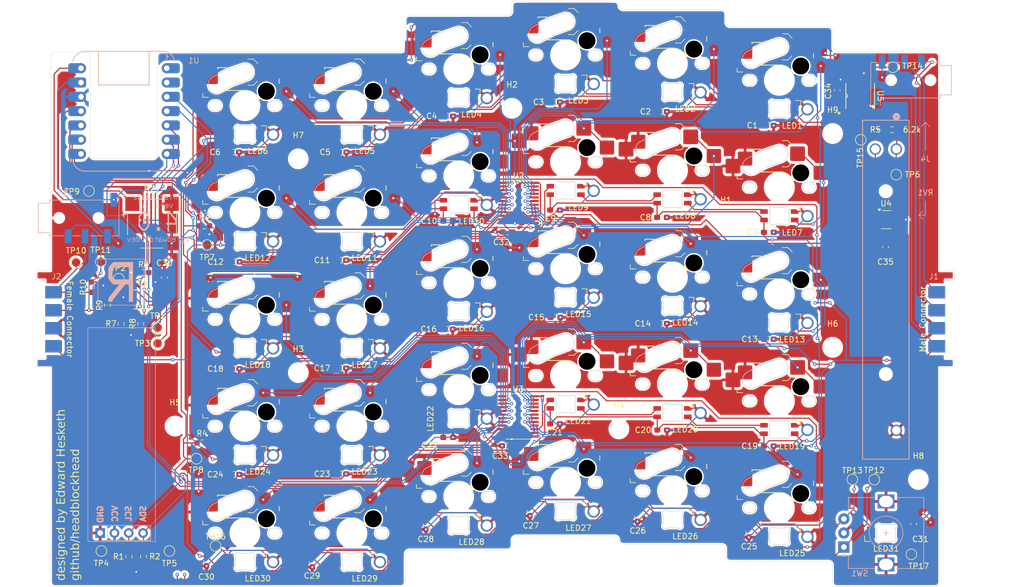
<source format=kicad_pcb>
(kicad_pcb (version 20241229) (generator "pcbnew") (generator_version "9.0")
  (title_block (title "The Slab Keyboard - Right Module") (date "2024-10-16") (company "Edward Hesketh"))
  (layers (0 "F.Cu" signal) (2 "B.Cu" signal) (13 "F.Paste" user) (15 "B.Paste" user) (5 "F.SilkS" user "F.Silkscreen") (7 "B.SilkS" user "B.Silkscreen") (1 "F.Mask" user) (3 "B.Mask" user) (25 "Edge.Cuts" user))
  (net 0 "")
  (net 1 "GND")
  (net 2 "+3V3")
  (net 3 "VBUS")
  (net 4 "/I2C1_SCL")
  (net 5 "/I2C1_SDA")
  (net 6 "/I2C0_SDA")
  (net 7 "/I2C0_SCL")
  (net 8 "/I2C_BUS_SCL")
  (net 9 "/I2C_BUS_SDA")
  (net 10 "/SHIFTER_OUTPUT")
  (net 11 "Net-(LED1-DOUT)")
  (net 12 "Net-(LED2-DOUT)")
  (net 13 "Net-(LED3-DOUT)")
  (net 14 "Net-(LED4-DOUT)")
  (net 15 "Net-(LED5-DOUT)")
  (net 16 "Net-(LED6-DOUT)")
  (net 17 "Net-(LED7-DOUT)")
  (net 18 "Net-(LED8-DOUT)")
  (net 19 "Net-(LED10-DIN)")
  (net 20 "Net-(LED10-DOUT)")
  (net 21 "Net-(LED11-DOUT)")
  (net 22 "Net-(LED12-DOUT)")
  (net 23 "Net-(LED13-DOUT)")
  (net 24 "Net-(LED14-DOUT)")
  (net 25 "Net-(LED15-DOUT)")
  (net 26 "Net-(LED16-DOUT)")
  (net 27 "Net-(LED17-DOUT)")
  (net 28 "Net-(LED18-DOUT)")
  (net 29 "Net-(LED19-DOUT)")
  (net 30 "Net-(LED20-DOUT)")
  (net 31 "Net-(LED21-DOUT)")
  (net 32 "Net-(LED22-DOUT)")
  (net 33 "Net-(LED23-DOUT)")
  (net 34 "Net-(LED24-DOUT)")
  (net 35 "Net-(LED25-DOUT)")
  (net 36 "Net-(LED26-DOUT)")
  (net 37 "Net-(LED27-DOUT)")
  (net 38 "Net-(LED28-DOUT)")
  (net 39 "Net-(LED29-DOUT)")
  (net 40 "/RGBLEDARRAY_OUTPUT")
  (net 41 "Net-(LED31-DOUT)")
  (net 42 "/KEY1")
  (net 43 "/KEY2")
  (net 44 "/KEY3")
  (net 45 "/KEY4")
  (net 46 "/KEY5")
  (net 47 "/KEY6")
  (net 48 "/KEY7")
  (net 49 "/KEY8")
  (net 50 "/KEY9")
  (net 51 "/KEY10")
  (net 52 "/KEY11")
  (net 53 "/KEY12")
  (net 54 "/KEY13")
  (net 55 "/KEY14")
  (net 56 "/KEY15")
  (net 57 "/KEY16")
  (net 58 "/KEY17")
  (net 59 "/KEY18")
  (net 60 "/KEY19")
  (net 61 "/KEY20")
  (net 62 "/KEY21")
  (net 63 "/KEY22")
  (net 64 "/KEY23")
  (net 65 "/KEY24")
  (net 66 "/KEY25")
  (net 67 "/KEY26")
  (net 68 "/KEY27")
  (net 69 "/KEY28")
  (net 70 "/KEY29")
  (net 71 "/KEY30")
  (net 72 "/BUZZER")
  (net 73 "/EXPANDER1_INT")
  (net 74 "/EXPANDER2_INT")
  (net 75 "Net-(U4-VIN+)")
  (net 76 "/I2C1_RDY")
  (net 77 "/ROT_A")
  (net 78 "/ROT_B")
  (net 89 "Net-(R5-Pad2)")
  (net 91 "/SHIFTER_INPUT")
  (footprint "Resistor_SMD:R_0603_1608Metric_Pad0.98x0.95mm_HandSolder" (layer "F.Cu") (at 97.3 85.9 180)
    (property "Reference" "R3")
    (property "Value" "10k")
  )
  (footprint "Capacitor_SMD:C_0603_1608Metric_Pad1.08x0.95mm_HandSolder" (layer "F.Cu") (at 174.3 137.6 90)
    (property "Reference" "C26")
    (property "Value" "100nF")
  )
  (footprint "CustomFootprints:LED_MX_6028R-ROT_Custom" (layer "F.Cu") (at 190 50.5)
    (property "Reference" "LED1")
    (property "Value" "MX_SK6812MINI-E")
    (fp_line (start 7.825001 13.902159) (end 7.825001 15.307843) (stroke (width 0.1)) (layer "Edge.Cuts"))
    (fp_line (start 8.730548 16.105) (end 10.319453 16.105) (stroke (width 0.1)) (layer "Edge.Cuts"))
    (fp_line (start 10.319452 13.105001) (end 8.730548 13.105001) (stroke (width 0.1)) (layer "Edge.Cuts"))
    (fp_line (start 11.224999 15.307843) (end 11.224999 13.902159) (stroke (width 0.1)) (layer "Edge.Cuts"))
    (fp_arc (start 7.775516 13.685281) (mid 7.812473 13.790933) (end 7.825001 13.902158) (stroke (width 0.1)) (layer "Edge.Cuts"))
    (fp_arc (start 7.775516 13.685281) (mid 7.88693 13.100967) (end 8.478289 13.036704) (stroke (width 0.1)) (layer "Edge.Cuts"))
    (fp_arc (start 7.825001 15.307843) (mid 7.812473 15.419069) (end 7.775516 15.524721) (stroke (width 0.1)) (layer "Edge.Cuts"))
    (fp_arc (start 8.478289 16.1733) (mid 7.886929 16.109036) (end 7.775516 15.524721) (stroke (width 0.1)) (layer "Edge.Cuts"))
    (fp_arc (start 8.478289 16.1733) (mid 8.599877 16.122378) (end 8.730547 16.105001) (stroke (width 0.1)) (layer "Edge.Cuts"))
    (fp_arc (start 8.730548 13.105001) (mid 8.599878 13.087624) (end 8.47829 13.036702) (stroke (width 0.1)) (layer "Edge.Cuts"))
    (fp_arc (start 10.319453 16.105) (mid 10.450123 16.122377) (end 10.571711 16.173299) (stroke (width 0.1)) (layer "Edge.Cuts"))
    (fp_arc (start 10.571711 13.036702) (mid 10.450123 13.087624) (end 10.319452 13.105001) (stroke (width 0.1)) (layer "Edge.Cuts"))
    (fp_arc (start 10.571711 13.036702) (mid 11.163071 13.100965) (end 11.274484 13.685282) (stroke (width 0.1)) (layer "Edge.Cuts"))
    (fp_arc (start 11.224999 13.902159) (mid 11.237528 13.790933) (end 11.274484 13.685281) (stroke (width 0.1)) (layer "Edge.Cuts"))
    (fp_arc (start 11.274484 15.524721) (mid 11.16307 16.109035) (end 10.571711 16.173299) (stroke (width 0.1)) (layer "Edge.Cuts"))
    (fp_arc (start 11.274484 15.524721) (mid 11.237518 15.41907) (end 11.224999 15.307844) (stroke (width 0.1)) (layer "Edge.Cuts"))
  )
  (footprint "TestPoint:TestPoint_Pad_D1.5mm" (layer "F.Cu") (at 89 104)
    (property "Reference" "TP1")
    (property "Value" "TestPoint")
  )
  (footprint "CustomFootprints:SW_choc_mx_combined" (layer "F.Cu") (at 133 86.5)
    (property "Reference" "MX16" (hide yes))
    (property "Value" "MX_SW_HS" (hide yes))
    (fp_line (start 3.67182 4.502742) (end 6.02 3.23) (stroke (width 0.1)) (layer "Edge.Cuts"))
    (fp_line (start 4.03 8.6) (end 4.455 8.6) (stroke (width 0.1)) (layer "Edge.Cuts"))
    (fp_line (start 4.455 10.45) (end 4.03 10.45) (stroke (width 0.1)) (layer "Edge.Cuts"))
    (fp_line (start 5.3 7.099999) (end 7.41 5.96) (stroke (width 0.1)) (layer "Edge.Cuts"))
    (fp_line (start 6.34 3.06) (end 6.019999 3.229997) (stroke (width 0.1)) (layer "Edge.Cuts"))
    (fp_line (start 6.67 2.94) (end 6.34 3.06) (stroke (width 0.1)) (layer "Edge.Cuts"))
    (fp_line (start 6.67 2.94) (end 8.99 2.14) (stroke (width 0.1)) (layer "Edge.Cuts"))
    (fp_line (start 7.41 5.96) (end 10.18 4.959999) (stroke (width 0.1)) (layer "Edge.Cuts"))
    (fp_line (start 14.605 8.6) (end 15.03 8.6) (stroke (width 0.1)) (layer "Edge.Cuts"))
    (fp_line (start 15.03 10.45) (end 14.605 10.45) (stroke (width 0.1)) (layer "Edge.Cuts"))
    (fp_arc (start 4.03 10.45) (mid 3.105 9.525) (end 4.03 8.6) (stroke (width 0.1)) (layer "Edge.Cuts"))
    (fp_arc (start 4.455 8.6) (mid 5.38 9.525) (end 4.455 10.45) (stroke (width 0.1)) (layer "Edge.Cuts"))
    (fp_arc (start 5.3 7.099999) (mid 3.220924 6.59437) (end 3.67182 4.502742) (stroke (width 0.1)) (layer "Edge.Cuts"))
    (fp_arc (start 8.99 2.14) (mid 10.933677 2.983328) (end 10.182043 4.964269) (stroke (width 0.1)) (layer "Edge.Cuts"))
    (fp_arc (start 14.605 10.45) (mid 13.68 9.525) (end 14.605 8.6) (stroke (width 0.1)) (layer "Edge.Cuts"))
    (fp_arc (start 15.03 8.6) (mid 15.955 9.525) (end 15.03 10.45) (stroke (width 0.1)) (layer "Edge.Cuts"))
  )
  (footprint "CustomFootprints:SW_choc_mx_combined" (layer "F.Cu") (at 190 69.5)
    (property "Reference" "MX7" (hide yes))
    (property "Value" "MX_SW_HS" (hide yes))
    (fp_line (start 3.67182 4.502742) (end 6.02 3.23) (stroke (width 0.1)) (layer "Edge.Cuts"))
    (fp_line (start 4.03 8.6) (end 4.455 8.6) (stroke (width 0.1)) (layer "Edge.Cuts"))
    (fp_line (start 4.455 10.45) (end 4.03 10.45) (stroke (width 0.1)) (layer "Edge.Cuts"))
    (fp_line (start 5.3 7.099999) (end 7.41 5.96) (stroke (width 0.1)) (layer "Edge.Cuts"))
    (fp_line (start 6.34 3.06) (end 6.019999 3.229997) (stroke (width 0.1)) (layer "Edge.Cuts"))
    (fp_line (start 6.67 2.94) (end 6.34 3.06) (stroke (width 0.1)) (layer "Edge.Cuts"))
    (fp_line (start 6.67 2.94) (end 8.99 2.14) (stroke (width 0.1)) (layer "Edge.Cuts"))
    (fp_line (start 7.41 5.96) (end 10.18 4.959999) (stroke (width 0.1)) (layer "Edge.Cuts"))
    (fp_line (start 14.605 8.6) (end 15.03 8.6) (stroke (width 0.1)) (layer "Edge.Cuts"))
    (fp_line (start 15.03 10.45) (end 14.605 10.45) (stroke (width 0.1)) (layer "Edge.Cuts"))
    (fp_arc (start 4.03 10.45) (mid 3.105 9.525) (end 4.03 8.6) (stroke (width 0.1)) (layer "Edge.Cuts"))
    (fp_arc (start 4.455 8.6) (mid 5.38 9.525) (end 4.455 10.45) (stroke (width 0.1)) (layer "Edge.Cuts"))
    (fp_arc (start 5.3 7.099999) (mid 3.220924 6.59437) (end 3.67182 4.502742) (stroke (width 0.1)) (layer "Edge.Cuts"))
    (fp_arc (start 8.99 2.14) (mid 10.933677 2.983328) (end 10.182043 4.964269) (stroke (width 0.1)) (layer "Edge.Cuts"))
    (fp_arc (start 14.605 10.45) (mid 13.68 9.525) (end 14.605 8.6) (stroke (width 0.1)) (layer "Edge.Cuts"))
    (fp_arc (start 15.03 8.6) (mid 15.955 9.525) (end 15.03 10.45) (stroke (width 0.1)) (layer "Edge.Cuts"))
  )
  (footprint "TestPoint:TestPoint_Pad_D1.5mm" (layer "F.Cu") (at 220.3 76.8)
    (property "Reference" "TP6")
    (property "Value" "TestPoint")
  )
  (footprint "CustomFootprints:LED_MX_6028R-ROT_Custom" (layer "F.Cu") (at 171 104.5)
    (property "Reference" "LED20")
    (property "Value" "MX_SK6812MINI-E")
    (fp_line (start 7.825001 13.902159) (end 7.825001 15.307843) (stroke (width 0.1)) (layer "Edge.Cuts"))
    (fp_line (start 8.730548 16.105) (end 10.319453 16.105) (stroke (width 0.1)) (layer "Edge.Cuts"))
    (fp_line (start 10.319452 13.105001) (end 8.730548 13.105001) (stroke (width 0.1)) (layer "Edge.Cuts"))
    (fp_line (start 11.224999 15.307843) (end 11.224999 13.902159) (stroke (width 0.1)) (layer "Edge.Cuts"))
    (fp_arc (start 7.775516 13.685281) (mid 7.812473 13.790933) (end 7.825001 13.902158) (stroke (width 0.1)) (layer "Edge.Cuts"))
    (fp_arc (start 7.775516 13.685281) (mid 7.88693 13.100967) (end 8.478289 13.036704) (stroke (width 0.1)) (layer "Edge.Cuts"))
    (fp_arc (start 7.825001 15.307843) (mid 7.812473 15.419069) (end 7.775516 15.524721) (stroke (width 0.1)) (layer "Edge.Cuts"))
    (fp_arc (start 8.478289 16.1733) (mid 7.886929 16.109036) (end 7.775516 15.524721) (stroke (width 0.1)) (layer "Edge.Cuts"))
    (fp_arc (start 8.478289 16.1733) (mid 8.599877 16.122378) (end 8.730547 16.105001) (stroke (width 0.1)) (layer "Edge.Cuts"))
    (fp_arc (start 8.730548 13.105001) (mid 8.599878 13.087624) (end 8.47829 13.036702) (stroke (width 0.1)) (layer "Edge.Cuts"))
    (fp_arc (start 10.319453 16.105) (mid 10.450123 16.122377) (end 10.571711 16.173299) (stroke (width 0.1)) (layer "Edge.Cuts"))
    (fp_arc (start 10.571711 13.036702) (mid 10.450123 13.087624) (end 10.319452 13.105001) (stroke (width 0.1)) (layer "Edge.Cuts"))
    (fp_arc (start 10.571711 13.036702) (mid 11.163071 13.100965) (end 11.274484 13.685282) (stroke (width 0.1)) (layer "Edge.Cuts"))
    (fp_arc (start 11.224999 13.902159) (mid 11.237528 13.790933) (end 11.274484 13.685281) (stroke (width 0.1)) (layer "Edge.Cuts"))
    (fp_arc (start 11.274484 15.524721) (mid 11.16307 16.109035) (end 10.571711 16.173299) (stroke (width 0.1)) (layer "Edge.Cuts"))
    (fp_arc (start 11.274484 15.524721) (mid 11.237518 15.41907) (end 11.224999 15.307844) (stroke (width 0.1)) (layer "Edge.Cuts"))
  )
  (footprint "CustomFootprints:LED_MX_6028R-ROT_Custom" (layer "F.Cu") (at 171 123.5)
    (property "Reference" "LED26")
    (property "Value" "MX_SK6812MINI-E")
    (fp_line (start 7.825001 13.902159) (end 7.825001 15.307843) (stroke (width 0.1)) (layer "Edge.Cuts"))
    (fp_line (start 8.730548 16.105) (end 10.319453 16.105) (stroke (width 0.1)) (layer "Edge.Cuts"))
    (fp_line (start 10.319452 13.105001) (end 8.730548 13.105001) (stroke (width 0.1)) (layer "Edge.Cuts"))
    (fp_line (start 11.224999 15.307843) (end 11.224999 13.902159) (stroke (width 0.1)) (layer "Edge.Cuts"))
    (fp_arc (start 7.775516 13.685281) (mid 7.812473 13.790933) (end 7.825001 13.902158) (stroke (width 0.1)) (layer "Edge.Cuts"))
    (fp_arc (start 7.775516 13.685281) (mid 7.88693 13.100967) (end 8.478289 13.036704) (stroke (width 0.1)) (layer "Edge.Cuts"))
    (fp_arc (start 7.825001 15.307843) (mid 7.812473 15.419069) (end 7.775516 15.524721) (stroke (width 0.1)) (layer "Edge.Cuts"))
    (fp_arc (start 8.478289 16.1733) (mid 7.886929 16.109036) (end 7.775516 15.524721) (stroke (width 0.1)) (layer "Edge.Cuts"))
    (fp_arc (start 8.478289 16.1733) (mid 8.599877 16.122378) (end 8.730547 16.105001) (stroke (width 0.1)) (layer "Edge.Cuts"))
    (fp_arc (start 8.730548 13.105001) (mid 8.599878 13.087624) (end 8.47829 13.036702) (stroke (width 0.1)) (layer "Edge.Cuts"))
    (fp_arc (start 10.319453 16.105) (mid 10.450123 16.122377) (end 10.571711 16.173299) (stroke (width 0.1)) (layer "Edge.Cuts"))
    (fp_arc (start 10.571711 13.036702) (mid 10.450123 13.087624) (end 10.319452 13.105001) (stroke (width 0.1)) (layer "Edge.Cuts"))
    (fp_arc (start 10.571711 13.036702) (mid 11.163071 13.100965) (end 11.274484 13.685282) (stroke (width 0.1)) (layer "Edge.Cuts"))
    (fp_arc (start 11.224999 13.902159) (mid 11.237528 13.790933) (end 11.274484 13.685281) (stroke (width 0.1)) (layer "Edge.Cuts"))
    (fp_arc (start 11.274484 15.524721) (mid 11.16307 16.109035) (end 10.571711 16.173299) (stroke (width 0.1)) (layer "Edge.Cuts"))
    (fp_arc (start 11.274484 15.524721) (mid 11.237518 15.41907) (end 11.224999 15.307844) (stroke (width 0.1)) (layer "Edge.Cuts"))
  )
  (footprint "TestPoint:TestPoint_Pad_D1.5mm" (layer "F.Cu") (at 95.9 127.3)
    (property "Reference" "TP8")
    (property "Value" "TestPoint")
  )
  (footprint "Capacitor_SMD:C_0603_1608Metric_Pad1.08x0.95mm_HandSolder" (layer "F.Cu") (at 140.65 123.5 180)
    (property "Reference" "C22")
    (property "Value" "100nF")
  )
  (footprint "MountingHole:MountingHole_3.2mm_M3" (layer "F.Cu") (at 114 112)
    (property "Reference" "H3")
    (property "Value" "MountingHole_Pad")
  )
  (footprint "Capacitor_SMD:C_0603_1608Metric_Pad1.08x0.95mm_HandSolder" (layer "F.Cu") (at 197.65 125.05 180)
    (property "Reference" "C19")
    (property "Value" "100nF")
  )
  (footprint "CustomFootprints:LED_MX_6028R-ROT_Custom" (layer "F.Cu") (at 190 69.5)
    (property "Reference" "LED7")
    (property "Value" "MX_SK6812MINI-E")
    (fp_line (start 7.825001 13.902159) (end 7.825001 15.307843) (stroke (width 0.1)) (layer "Edge.Cuts"))
    (fp_line (start 8.730548 16.105) (end 10.319453 16.105) (stroke (width 0.1)) (layer "Edge.Cuts"))
    (fp_line (start 10.319452 13.105001) (end 8.730548 13.105001) (stroke (width 0.1)) (layer "Edge.Cuts"))
    (fp_line (start 11.224999 15.307843) (end 11.224999 13.902159) (stroke (width 0.1)) (layer "Edge.Cuts"))
    (fp_arc (start 7.775516 13.685281) (mid 7.812473 13.790933) (end 7.825001 13.902158) (stroke (width 0.1)) (layer "Edge.Cuts"))
    (fp_arc (start 7.775516 13.685281) (mid 7.88693 13.100967) (end 8.478289 13.036704) (stroke (width 0.1)) (layer "Edge.Cuts"))
    (fp_arc (start 7.825001 15.307843) (mid 7.812473 15.419069) (end 7.775516 15.524721) (stroke (width 0.1)) (layer "Edge.Cuts"))
    (fp_arc (start 8.478289 16.1733) (mid 7.886929 16.109036) (end 7.775516 15.524721) (stroke (width 0.1)) (layer "Edge.Cuts"))
    (fp_arc (start 8.478289 16.1733) (mid 8.599877 16.122378) (end 8.730547 16.105001) (stroke (width 0.1)) (layer "Edge.Cuts"))
    (fp_arc (start 8.730548 13.105001) (mid 8.599878 13.087624) (end 8.47829 13.036702) (stroke (width 0.1)) (layer "Edge.Cuts"))
    (fp_arc (start 10.319453 16.105) (mid 10.450123 16.122377) (end 10.571711 16.173299) (stroke (width 0.1)) (layer "Edge.Cuts"))
    (fp_arc (start 10.571711 13.036702) (mid 10.450123 13.087624) (end 10.319452 13.105001) (stroke (width 0.1)) (layer "Edge.Cuts"))
    (fp_arc (start 10.571711 13.036702) (mid 11.163071 13.100965) (end 11.274484 13.685282) (stroke (width 0.1)) (layer "Edge.Cuts"))
    (fp_arc (start 11.224999 13.902159) (mid 11.237528 13.790933) (end 11.274484 13.685281) (stroke (width 0.1)) (layer "Edge.Cuts"))
    (fp_arc (start 11.274484 15.524721) (mid 11.16307 16.109035) (end 10.571711 16.173299) (stroke (width 0.1)) (layer "Edge.Cuts"))
    (fp_arc (start 11.274484 15.524721) (mid 11.237518 15.41907) (end 11.224999 15.307844) (stroke (width 0.1)) (layer "Edge.Cuts"))
  )
  (footprint "CustomFootprints:SW_choc_mx_combined" (layer "F.Cu") (at 95 112)
    (property "Reference" "MX24" (hide yes))
    (property "Value" "MX_SW_HS" (hide yes))
    (fp_line (start 3.67182 4.502742) (end 6.02 3.23) (stroke (width 0.1)) (layer "Edge.Cuts"))
    (fp_line (start 4.03 8.6) (end 4.455 8.6) (stroke (width 0.1)) (layer "Edge.Cuts"))
    (fp_line (start 4.455 10.45) (end 4.03 10.45) (stroke (width 0.1)) (layer "Edge.Cuts"))
    (fp_line (start 5.3 7.099999) (end 7.41 5.96) (stroke (width 0.1)) (layer "Edge.Cuts"))
    (fp_line (start 6.34 3.06) (end 6.019999 3.229997) (stroke (width 0.1)) (layer "Edge.Cuts"))
    (fp_line (start 6.67 2.94) (end 6.34 3.06) (stroke (width 0.1)) (layer "Edge.Cuts"))
    (fp_line (start 6.67 2.94) (end 8.99 2.14) (stroke (width 0.1)) (layer "Edge.Cuts"))
    (fp_line (start 7.41 5.96) (end 10.18 4.959999) (stroke (width 0.1)) (layer "Edge.Cuts"))
    (fp_line (start 14.605 8.6) (end 15.03 8.6) (stroke (width 0.1)) (layer "Edge.Cuts"))
    (fp_line (start 15.03 10.45) (end 14.605 10.45) (stroke (width 0.1)) (layer "Edge.Cuts"))
    (fp_arc (start 4.03 10.45) (mid 3.105 9.525) (end 4.03 8.6) (stroke (width 0.1)) (layer "Edge.Cuts"))
    (fp_arc (start 4.455 8.6) (mid 5.38 9.525) (end 4.455 10.45) (stroke (width 0.1)) (layer "Edge.Cuts"))
    (fp_arc (start 5.3 7.099999) (mid 3.220924 6.59437) (end 3.67182 4.502742) (stroke (width 0.1)) (layer "Edge.Cuts"))
    (fp_arc (start 8.99 2.14) (mid 10.933677 2.983328) (end 10.182043 4.964269) (stroke (width 0.1)) (layer "Edge.Cuts"))
    (fp_arc (start 14.605 10.45) (mid 13.68 9.525) (end 14.605 8.6) (stroke (width 0.1)) (layer "Edge.Cuts"))
    (fp_arc (start 15.03 8.6) (mid 15.955 9.525) (end 15.03 10.45) (stroke (width 0.1)) (layer "Edge.Cuts"))
  )
  (footprint "Capacitor_SMD:C_0603_1608Metric_Pad1.08x0.95mm_HandSolder" (layer "F.Cu") (at 218.4 89.7 90)
    (property "Reference" "C35")
    (property "Value" "100nF")
  )
  (footprint "CustomFootprints:SW_choc_mx_combined" (layer "F.Cu") (at 171 66.5)
    (property "Reference" "MX8" (hide yes))
    (property "Value" "MX_SW_HS" (hide yes))
    (fp_line (start 3.67182 4.502742) (end 6.02 3.23) (stroke (width 0.1)) (layer "Edge.Cuts"))
    (fp_line (start 4.03 8.6) (end 4.455 8.6) (stroke (width 0.1)) (layer "Edge.Cuts"))
    (fp_line (start 4.455 10.45) (end 4.03 10.45) (stroke (width 0.1)) (layer "Edge.Cuts"))
    (fp_line (start 5.3 7.099999) (end 7.41 5.96) (stroke (width 0.1)) (layer "Edge.Cuts"))
    (fp_line (start 6.34 3.06) (end 6.019999 3.229997) (stroke (width 0.1)) (layer "Edge.Cuts"))
    (fp_line (start 6.67 2.94) (end 6.34 3.06) (stroke (width 0.1)) (layer "Edge.Cuts"))
    (fp_line (start 6.67 2.94) (end 8.99 2.14) (stroke (width 0.1)) (layer "Edge.Cuts"))
    (fp_line (start 7.41 5.96) (end 10.18 4.959999) (stroke (width 0.1)) (layer "Edge.Cuts"))
    (fp_line (start 14.605 8.6) (end 15.03 8.6) (stroke (width 0.1)) (layer "Edge.Cuts"))
    (fp_line (start 15.03 10.45) (end 14.605 10.45) (stroke (width 0.1)) (layer "Edge.Cuts"))
    (fp_arc (start 4.03 10.45) (mid 3.105 9.525) (end 4.03 8.6) (stroke (width 0.1)) (layer "Edge.Cuts"))
    (fp_arc (start 4.455 8.6) (mid 5.38 9.525) (end 4.455 10.45) (stroke (width 0.1)) (layer "Edge.Cuts"))
    (fp_arc (start 5.3 7.099999) (mid 3.220924 6.59437) (end 3.67182 4.502742) (stroke (width 0.1)) (layer "Edge.Cuts"))
    (fp_arc (start 8.99 2.14) (mid 10.933677 2.983328) (end 10.182043 4.964269) (stroke (width 0.1)) (layer "Edge.Cuts"))
    (fp_arc (start 14.605 10.45) (mid 13.68 9.525) (end 14.605 8.6) (stroke (width 0.1)) (layer "Edge.Cuts"))
    (fp_arc (start 15.03 8.6) (mid 15.955 9.525) (end 15.03 10.45) (stroke (width 0.1)) (layer "Edge.Cuts"))
  )
  (footprint "TestPoint:TestPoint_Pad_D1.5mm" (layer "F.Cu") (at 74.5 92.4)
    (property "Reference" "TP10")
    (property "Value" "TestPoint")
  )
  (footprint "CustomFootprints:SW_choc_mx_combined" (layer "F.Cu") (at 152 46)
    (property "Reference" "MX3" (hide yes))
    (property "Value" "MX_SW_HS" (hide yes))
    (fp_line (start 3.67182 4.502742) (end 6.02 3.23) (stroke (width 0.1)) (layer "Edge.Cuts"))
    (fp_line (start 4.03 8.6) (end 4.455 8.6) (stroke (width 0.1)) (layer "Edge.Cuts"))
    (fp_line (start 4.455 10.45) (end 4.03 10.45) (stroke (width 0.1)) (layer "Edge.Cuts"))
    (fp_line (start 5.3 7.099999) (end 7.41 5.96) (stroke (width 0.1)) (layer "Edge.Cuts"))
    (fp_line (start 6.34 3.06) (end 6.019999 3.229997) (stroke (width 0.1)) (layer "Edge.Cuts"))
    (fp_line (start 6.67 2.94) (end 6.34 3.06) (stroke (width 0.1)) (layer "Edge.Cuts"))
    (fp_line (start 6.67 2.94) (end 8.99 2.14) (stroke (width 0.1)) (layer "Edge.Cuts"))
    (fp_line (start 7.41 5.96) (end 10.18 4.959999) (stroke (width 0.1)) (layer "Edge.Cuts"))
    (fp_line (start 14.605 8.6) (end 15.03 8.6) (stroke (width 0.1)) (layer "Edge.Cuts"))
    (fp_line (start 15.03 10.45) (end 14.605 10.45) (stroke (width 0.1)) (layer "Edge.Cuts"))
    (fp_arc (start 4.03 10.45) (mid 3.105 9.525) (end 4.03 8.6) (stroke (width 0.1)) (layer "Edge.Cuts"))
    (fp_arc (start 4.455 8.6) (mid 5.38 9.525) (end 4.455 10.45) (stroke (width 0.1)) (layer "Edge.Cuts"))
    (fp_arc (start 5.3 7.099999) (mid 3.220924 6.59437) (end 3.67182 4.502742) (stroke (width 0.1)) (layer "Edge.Cuts"))
    (fp_arc (start 8.99 2.14) (mid 10.933677 2.983328) (end 10.182043 4.964269) (stroke (width 0.1)) (layer "Edge.Cuts"))
    (fp_arc (start 14.605 10.45) (mid 13.68 9.525) (end 14.605 8.6) (stroke (width 0.1)) (layer "Edge.Cuts"))
    (fp_arc (start 15.03 8.6) (mid 15.955 9.525) (end 15.03 10.45) (stroke (width 0.1)) (layer "Edge.Cuts"))
  )
  (footprint "MountingHole:MountingHole_3.2mm_M3" (layer "F.Cu") (at 209 107.5)
    (property "Reference" "H6")
    (property "Value" "MountingHole_Pad")
  )
  (footprint "TestPoint:TestPoint_Pad_D1.5mm" (layer "F.Cu") (at 223 144.3)
    (property "Reference" "TP17")
    (property "Value" "TestPoint")
  )
  (footprint "CustomFootprints:LED_MX_6028R-ROT_Custom" (layer "F.Cu") (at 152 103)
    (property "Reference" "LED21")
    (property "Value" "MX_SK6812MINI-E")
    (fp_line (start 7.825001 13.902159) (end 7.825001 15.307843) (stroke (width 0.1)) (layer "Edge.Cuts"))
    (fp_line (start 8.730548 16.105) (end 10.319453 16.105) (stroke (width 0.1)) (layer "Edge.Cuts"))
    (fp_line (start 10.319452 13.105001) (end 8.730548 13.105001) (stroke (width 0.1)) (layer "Edge.Cuts"))
    (fp_line (start 11.224999 15.307843) (end 11.224999 13.902159) (stroke (width 0.1)) (layer "Edge.Cuts"))
    (fp_arc (start 7.775516 13.685281) (mid 7.812473 13.790933) (end 7.825001 13.902158) (stroke (width 0.1)) (layer "Edge.Cuts"))
    (fp_arc (start 7.775516 13.685281) (mid 7.88693 13.100967) (end 8.478289 13.036704) (stroke (width 0.1)) (layer "Edge.Cuts"))
    (fp_arc (start 7.825001 15.307843) (mid 7.812473 15.419069) (end 7.775516 15.524721) (stroke (width 0.1)) (layer "Edge.Cuts"))
    (fp_arc (start 8.478289 16.1733) (mid 7.886929 16.109036) (end 7.775516 15.524721) (stroke (width 0.1)) (layer "Edge.Cuts"))
    (fp_arc (start 8.478289 16.1733) (mid 8.599877 16.122378) (end 8.730547 16.105001) (stroke (width 0.1)) (layer "Edge.Cuts"))
    (fp_arc (start 8.730548 13.105001) (mid 8.599878 13.087624) (end 8.47829 13.036702) (stroke (width 0.1)) (layer "Edge.Cuts"))
    (fp_arc (start 10.319453 16.105) (mid 10.450123 16.122377) (end 10.571711 16.173299) (stroke (width 0.1)) (layer "Edge.Cuts"))
    (fp_arc (start 10.571711 13.036702) (mid 10.450123 13.087624) (end 10.319452 13.105001) (stroke (width 0.1)) (layer "Edge.Cuts"))
    (fp_arc (start 10.571711 13.036702) (mid 11.163071 13.100965) (end 11.274484 13.685282) (stroke (width 0.1)) (layer "Edge.Cuts"))
    (fp_arc (start 11.224999 13.902159) (mid 11.237528 13.790933) (end 11.274484 13.685281) (stroke (width 0.1)) (layer "Edge.Cuts"))
    (fp_arc (start 11.274484 15.524721) (mid 11.16307 16.109035) (end 10.571711 16.173299) (stroke (width 0.1)) (layer "Edge.Cuts"))
    (fp_arc (start 11.274484 15.524721) (mid 11.237518 15.41907) (end 11.224999 15.307844) (stroke (width 0.1)) (layer "Edge.Cuts"))
  )
  (footprint "CustomFootprints:SW_choc_mx_combined" (layer "F.Cu") (at 133 105.5)
    (property "Reference" "MX22" (hide yes))
    (property "Value" "MX_SW_HS" (hide yes))
    (fp_line (start 3.67182 4.502742) (end 6.02 3.23) (stroke (width 0.1)) (layer "Edge.Cuts"))
    (fp_line (start 4.03 8.6) (end 4.455 8.6) (stroke (width 0.1)) (layer "Edge.Cuts"))
    (fp_line (start 4.455 10.45) (end 4.03 10.45) (stroke (width 0.1)) (layer "Edge.Cuts"))
    (fp_line (start 5.3 7.099999) (end 7.41 5.96) (stroke (width 0.1)) (layer "Edge.Cuts"))
    (fp_line (start 6.34 3.06) (end 6.019999 3.229997) (stroke (width 0.1)) (layer "Edge.Cuts"))
    (fp_line (start 6.67 2.94) (end 6.34 3.06) (stroke (width 0.1)) (layer "Edge.Cuts"))
    (fp_line (start 6.67 2.94) (end 8.99 2.14) (stroke (width 0.1)) (layer "Edge.Cuts"))
    (fp_line (start 7.41 5.96) (end 10.18 4.959999) (stroke (width 0.1)) (layer "Edge.Cuts"))
    (fp_line (start 14.605 8.6) (end 15.03 8.6) (stroke (width 0.1)) (layer "Edge.Cuts"))
    (fp_line (start 15.03 10.45) (end 14.605 10.45) (stroke (width 0.1)) (layer "Edge.Cuts"))
    (fp_arc (start 4.03 10.45) (mid 3.105 9.525) (end 4.03 8.6) (stroke (width 0.1)) (layer "Edge.Cuts"))
    (fp_arc (start 4.455 8.6) (mid 5.38 9.525) (end 4.455 10.45) (stroke (width 0.1)) (layer "Edge.Cuts"))
    (fp_arc (start 5.3 7.099999) (mid 3.220924 6.59437) (end 3.67182 4.502742) (stroke (width 0.1)) (layer "Edge.Cuts"))
    (fp_arc (start 8.99 2.14) (mid 10.933677 2.983328) (end 10.182043 4.964269) (stroke (width 0.1)) (layer "Edge.Cuts"))
    (fp_arc (start 14.605 10.45) (mid 13.68 9.525) (end 14.605 8.6) (stroke (width 0.1)) (layer "Edge.Cuts"))
    (fp_arc (start 15.03 8.6) (mid 15.955 9.525) (end 15.03 10.45) (stroke (width 0.1)) (layer "Edge.Cuts"))
  )
  (footprint "Capacitor_SMD:C_0603_1608Metric_Pad1.08x0.95mm_HandSolder" (layer "F.Cu") (at 178.655592 103.267072 180)
    (property "Reference" "C14")
    (property "Value" "100nF")
  )
  (footprint "CustomFootprints:LED_MX_6028R-ROT_Custom" (layer "F.Cu") (at 190 126.5)
    (property "Reference" "LED25")
    (property "Value" "MX_SK6812MINI-E")
    (fp_line (start 7.825001 13.902159) (end 7.825001 15.307843) (stroke (width 0.1)) (layer "Edge.Cuts"))
    (fp_line (start 8.730548 16.105) (end 10.319453 16.105) (stroke (width 0.1)) (layer "Edge.Cuts"))
    (fp_line (start 10.319452 13.105001) (end 8.730548 13.105001) (stroke (width 0.1)) (layer "Edge.Cuts"))
    (fp_line (start 11.224999 15.307843) (end 11.224999 13.902159) (stroke (width 0.1)) (layer "Edge.Cuts"))
    (fp_arc (start 7.775516 13.685281) (mid 7.812473 13.790933) (end 7.825001 13.902158) (stroke (width 0.1)) (layer "Edge.Cuts"))
    (fp_arc (start 7.775516 13.685281) (mid 7.88693 13.100967) (end 8.478289 13.036704) (stroke (width 0.1)) (layer "Edge.Cuts"))
    (fp_arc (start 7.825001 15.307843) (mid 7.812473 15.419069) (end 7.775516 15.524721) (stroke (width 0.1)) (layer "Edge.Cuts"))
    (fp_arc (start 8.478289 16.1733) (mid 7.886929 16.109036) (end 7.775516 15.524721) (stroke (width 0.1)) (layer "Edge.Cuts"))
    (fp_arc (start 8.478289 16.1733) (mid 8.599877 16.122378) (end 8.730547 16.105001) (stroke (width 0.1)) (layer "Edge.Cuts"))
    (fp_arc (start 8.730548 13.105001) (mid 8.599878 13.087624) (end 8.47829 13.036702) (stroke (width 0.1)) (layer "Edge.Cuts"))
    (fp_arc (start 10.319453 16.105) (mid 10.450123 16.122377) (end 10.571711 16.173299) (stroke (width 0.1)) (layer "Edge.Cuts"))
    (fp_arc (start 10.571711 13.036702) (mid 10.450123 13.087624) (end 10.319452 13.105001) (stroke (width 0.1)) (layer "Edge.Cuts"))
    (fp_arc (start 10.571711 13.036702) (mid 11.163071 13.100965) (end 11.274484 13.685282) (stroke (width 0.1)) (layer "Edge.Cuts"))
    (fp_arc (start 11.224999 13.902159) (mid 11.237528 13.790933) (end 11.274484 13.685281) (stroke (width 0.1)) (layer "Edge.Cuts"))
    (fp_arc (start 11.274484 15.524721) (mid 11.16307 16.109035) (end 10.571711 16.173299) (stroke (width 0.1)) (layer "Edge.Cuts"))
    (fp_arc (start 11.274484 15.524721) (mid 11.237518 15.41907) (end 11.224999 15.307844) (stroke (width 0.1)) (layer "Edge.Cuts"))
  )
  (footprint "CustomFootprints:SW_choc_mx_combined" (layer "F.Cu") (at 152 122)
    (property "Reference" "MX27" (hide yes))
    (property "Value" "MX_SW_HS" (hide yes))
    (fp_line (start 3.67182 4.502742) (end 6.02 3.23) (stroke (width 0.1)) (layer "Edge.Cuts"))
    (fp_line (start 4.03 8.6) (end 4.455 8.6) (stroke (width 0.1)) (layer "Edge.Cuts"))
    (fp_line (start 4.455 10.45) (end 4.03 10.45) (stroke (width 0.1)) (layer "Edge.Cuts"))
    (fp_line (start 5.3 7.099999) (end 7.41 5.96) (stroke (width 0.1)) (layer "Edge.Cuts"))
    (fp_line (start 6.34 3.06) (end 6.019999 3.229997) (stroke (width 0.1)) (layer "Edge.Cuts"))
    (fp_line (start 6.67 2.94) (end 6.34 3.06) (stroke (width 0.1)) (layer "Edge.Cuts"))
    (fp_line (start 6.67 2.94) (end 8.99 2.14) (stroke (width 0.1)) (layer "Edge.Cuts"))
    (fp_line (start 7.41 5.96) (end 10.18 4.959999) (stroke (width 0.1)) (layer "Edge.Cuts"))
    (fp_line (start 14.605 8.6) (end 15.03 8.6) (stroke (width 0.1)) (layer "Edge.Cuts"))
    (fp_line (start 15.03 10.45) (end 14.605 10.45) (stroke (width 0.1)) (layer "Edge.Cuts"))
    (fp_arc (start 4.03 10.45) (mid 3.105 9.525) (end 4.03 8.6) (stroke (width 0.1)) (layer "Edge.Cuts"))
    (fp_arc (start 4.455 8.6) (mid 5.38 9.525) (end 4.455 10.45) (stroke (width 0.1)) (layer "Edge.Cuts"))
    (fp_arc (start 5.3 7.099999) (mid 3.220924 6.59437) (end 3.67182 4.502742) (stroke (width 0.1)) (layer "Edge.Cuts"))
    (fp_arc (start 8.99 2.14) (mid 10.933677 2.983328) (end 10.182043 4.964269) (stroke (width 0.1)) (layer "Edge.Cuts"))
    (fp_arc (start 14.605 10.45) (mid 13.68 9.525) (end 14.605 8.6) (stroke (width 0.1)) (layer "Edge.Cuts"))
    (fp_arc (start 15.03 8.6) (mid 15.955 9.525) (end 15.03 10.45) (stroke (width 0.1)) (layer "Edge.Cuts"))
  )
  (footprint "CustomFootprints:LED_MX_6028R-ROT_Custom" (layer "F.Cu") (at 95 112)
    (property "Reference" "LED24")
    (property "Value" "MX_SK6812MINI-E")
    (fp_line (start 7.825001 13.902159) (end 7.825001 15.307843) (stroke (width 0.1)) (layer "Edge.Cuts"))
    (fp_line (start 8.730548 16.105) (end 10.319453 16.105) (stroke (width 0.1)) (layer "Edge.Cuts"))
    (fp_line (start 10.319452 13.105001) (end 8.730548 13.105001) (stroke (width 0.1)) (layer "Edge.Cuts"))
    (fp_line (start 11.224999 15.307843) (end 11.224999 13.902159) (stroke (width 0.1)) (layer "Edge.Cuts"))
    (fp_arc (start 7.775516 13.685281) (mid 7.812473 13.790933) (end 7.825001 13.902158) (stroke (width 0.1)) (layer "Edge.Cuts"))
    (fp_arc (start 7.775516 13.685281) (mid 7.88693 13.100967) (end 8.478289 13.036704) (stroke (width 0.1)) (layer "Edge.Cuts"))
    (fp_arc (start 7.825001 15.307843) (mid 7.812473 15.419069) (end 7.775516 15.524721) (stroke (width 0.1)) (layer "Edge.Cuts"))
    (fp_arc (start 8.478289 16.1733) (mid 7.886929 16.109036) (end 7.775516 15.524721) (stroke (width 0.1)) (layer "Edge.Cuts"))
    (fp_arc (start 8.478289 16.1733) (mid 8.599877 16.122378) (end 8.730547 16.105001) (stroke (width 0.1)) (layer "Edge.Cuts"))
    (fp_arc (start 8.730548 13.105001) (mid 8.599878 13.087624) (end 8.47829 13.036702) (stroke (width 0.1)) (layer "Edge.Cuts"))
    (fp_arc (start 10.319453 16.105) (mid 10.450123 16.122377) (end 10.571711 16.173299) (stroke (width 0.1)) (layer "Edge.Cuts"))
    (fp_arc (start 10.571711 13.036702) (mid 10.450123 13.087624) (end 10.319452 13.105001) (stroke (width 0.1)) (layer "Edge.Cuts"))
    (fp_arc (start 10.571711 13.036702) (mid 11.163071 13.100965) (end 11.274484 13.685282) (stroke (width 0.1)) (layer "Edge.Cuts"))
    (fp_arc (start 11.224999 13.902159) (mid 11.237528 13.790933) (end 11.274484 13.685281) (stroke (width 0.1)) (layer "Edge.Cuts"))
    (fp_arc (start 11.274484 15.524721) (mid 11.16307 16.109035) (end 10.571711 16.173299) (stroke (width 0.1)) (layer "Edge.Cuts"))
    (fp_arc (start 11.274484 15.524721) (mid 11.237518 15.41907) (end 11.224999 15.307844) (stroke (width 0.1)) (layer "Edge.Cuts"))
  )
  (footprint "Capacitor_SMD:C_0603_1608Metric_Pad1.08x0.95mm_HandSolder" (layer "F.Cu") (at 121.645175 130 180)
    (property "Reference" "C23")
    (property "Value" "100nF")
  )
  (footprint "CustomFootprints:SW_choc_mx_combined" (layer "F.Cu") (at 114 55)
    (property "Reference" "MX5" (hide yes))
    (property "Value" "MX_SW_HS" (hide yes))
    (fp_line (start 3.67182 4.502742) (end 6.02 3.23) (stroke (width 0.1)) (layer "Edge.Cuts"))
    (fp_line (start 4.03 8.6) (end 4.455 8.6) (stroke (width 0.1)) (layer "Edge.Cuts"))
    (fp_line (start 4.455 10.45) (end 4.03 10.45) (stroke (width 0.1)) (layer "Edge.Cuts"))
    (fp_line (start 5.3 7.099999) (end 7.41 5.96) (stroke (width 0.1)) (layer "Edge.Cuts"))
    (fp_line (start 6.34 3.06) (end 6.019999 3.229997) (stroke (width 0.1)) (layer "Edge.Cuts"))
    (fp_line (start 6.67 2.94) (end 6.34 3.06) (stroke (width 0.1)) (layer "Edge.Cuts"))
    (fp_line (start 6.67 2.94) (end 8.99 2.14) (stroke (width 0.1)) (layer "Edge.Cuts"))
    (fp_line (start 7.41 5.96) (end 10.18 4.959999) (stroke (width 0.1)) (layer "Edge.Cuts"))
    (fp_line (start 14.605 8.6) (end 15.03 8.6) (stroke (width 0.1)) (layer "Edge.Cuts"))
    (fp_line (start 15.03 10.45) (end 14.605 10.45) (stroke (width 0.1)) (layer "Edge.Cuts"))
    (fp_arc (start 4.03 10.45) (mid 3.105 9.525) (end 4.03 8.6) (stroke (width 0.1)) (layer "Edge.Cuts"))
    (fp_arc (start 4.455 8.6) (mid 5.38 9.525) (end 4.455 10.45) (stroke (width 0.1)) (layer "Edge.Cuts"))
    (fp_arc (start 5.3 7.099999) (mid 3.220924 6.59437) (end 3.67182 4.502742) (stroke (width 0.1)) (layer "Edge.Cuts"))
    (fp_arc (start 8.99 2.14) (mid 10.933677 2.983328) (end 10.182043 4.964269) (stroke (width 0.1)) (layer "Edge.Cuts"))
    (fp_arc (start 14.605 10.45) (mid 13.68 9.525) (end 14.605 8.6) (stroke (width 0.1)) (layer "Edge.Cuts"))
    (fp_arc (start 15.03 8.6) (mid 15.955 9.525) (end 15.03 10.45) (stroke (width 0.1)) (layer "Edge.Cuts"))
  )
  (footprint "CustomFootprints:SW_choc_mx_combined" (layer "F.Cu") (at 171 47.5)
    (property "Reference" "MX2" (hide yes))
    (property "Value" "MX_SW_HS" (hide yes))
    (fp_line (start 3.67182 4.502742) (end 6.02 3.23) (stroke (width 0.1)) (layer "Edge.Cuts"))
    (fp_line (start 4.03 8.6) (end 4.455 8.6) (stroke (width 0.1)) (layer "Edge.Cuts"))
    (fp_line (start 4.455 10.45) (end 4.03 10.45) (stroke (width 0.1)) (layer "Edge.Cuts"))
    (fp_line (start 5.3 7.099999) (end 7.41 5.96) (stroke (width 0.1)) (layer "Edge.Cuts"))
    (fp_line (start 6.34 3.06) (end 6.019999 3.229997) (stroke (width 0.1)) (layer "Edge.Cuts"))
    (fp_line (start 6.67 2.94) (end 6.34 3.06) (stroke (width 0.1)) (layer "Edge.Cuts"))
    (fp_line (start 6.67 2.94) (end 8.99 2.14) (stroke (width 0.1)) (layer "Edge.Cuts"))
    (fp_line (start 7.41 5.96) (end 10.18 4.959999) (stroke (width 0.1)) (layer "Edge.Cuts"))
    (fp_line (start 14.605 8.6) (end 15.03 8.6) (stroke (width 0.1)) (layer "Edge.Cuts"))
    (fp_line (start 15.03 10.45) (end 14.605 10.45) (stroke (width 0.1)) (layer "Edge.Cuts"))
    (fp_arc (start 4.03 10.45) (mid 3.105 9.525) (end 4.03 8.6) (stroke (width 0.1)) (layer "Edge.Cuts"))
    (fp_arc (start 4.455 8.6) (mid 5.38 9.525) (end 4.455 10.45) (stroke (width 0.1)) (layer "Edge.Cuts"))
    (fp_arc (start 5.3 7.099999) (mid 3.220924 6.59437) (end 3.67182 4.502742) (stroke (width 0.1)) (layer "Edge.Cuts"))
    (fp_arc (start 8.99 2.14) (mid 10.933677 2.983328) (end 10.182043 4.964269) (stroke (width 0.1)) (layer "Edge.Cuts"))
    (fp_arc (start 14.605 10.45) (mid 13.68 9.525) (end 14.605 8.6) (stroke (width 0.1)) (layer "Edge.Cuts"))
    (fp_arc (start 15.03 8.6) (mid 15.955 9.525) (end 15.03 10.45) (stroke (width 0.1)) (layer "Edge.Cuts"))
  )
  (footprint "Capacitor_SMD:C_0603_1608Metric_Pad1.08x0.95mm_HandSolder" (layer "F.Cu") (at 159.65 83.1 180)
    (property "Reference" "C9")
    (property "Value" "100nF")
  )
  (footprint "CustomFootprints:SW_choc_mx_combined" (layer "F.Cu") (at 171 85.5)
    (property "Reference" "MX14" (hide yes))
    (property "Value" "MX_SW_HS" (hide yes))
    (fp_line (start 3.67182 4.502742) (end 6.02 3.23) (stroke (width 0.1)) (layer "Edge.Cuts"))
    (fp_line (start 4.03 8.6) (end 4.455 8.6) (stroke (width 0.1)) (layer "Edge.Cuts"))
    (fp_line (start 4.455 10.45) (end 4.03 10.45) (stroke (width 0.1)) (layer "Edge.Cuts"))
    (fp_line (start 5.3 7.099999) (end 7.41 5.96) (stroke (width 0.1)) (layer "Edge.Cuts"))
    (fp_line (start 6.34 3.06) (end 6.019999 3.229997) (stroke (width 0.1)) (layer "Edge.Cuts"))
    (fp_line (start 6.67 2.94) (end 6.34 3.06) (stroke (width 0.1)) (layer "Edge.Cuts"))
    (fp_line (start 6.67 2.94) (end 8.99 2.14) (stroke (width 0.1)) (layer "Edge.Cuts"))
    (fp_line (start 7.41 5.96) (end 10.18 4.959999) (stroke (width 0.1)) (layer "Edge.Cuts"))
    (fp_line (start 14.605 8.6) (end 15.03 8.6) (stroke (width 0.1)) (layer "Edge.Cuts"))
    (fp_line (start 15.03 10.45) (end 14.605 10.45) (stroke (width 0.1)) (layer "Edge.Cuts"))
    (fp_arc (start 4.03 10.45) (mid 3.105 9.525) (end 4.03 8.6) (stroke (width 0.1)) (layer "Edge.Cuts"))
    (fp_arc (start 4.455 8.6) (mid 5.38 9.525) (end 4.455 10.45) (stroke (width 0.1)) (layer "Edge.Cuts"))
    (fp_arc (start 5.3 7.099999) (mid 3.220924 6.59437) (end 3.67182 4.502742) (stroke (width 0.1)) (layer "Edge.Cuts"))
    (fp_arc (start 8.99 2.14) (mid 10.933677 2.983328) (end 10.182043 4.964269) (stroke (width 0.1)) (layer "Edge.Cuts"))
    (fp_arc (start 14.605 10.45) (mid 13.68 9.525) (end 14.605 8.6) (stroke (width 0.1)) (layer "Edge.Cuts"))
    (fp_arc (start 15.03 8.6) (mid 15.955 9.525) (end 15.03 10.45) (stroke (width 0.1)) (layer "Edge.Cuts"))
  )
  (footprint "CustomFootprints:LED_MX_6028R-ROT_Custom" (layer "F.Cu") (at 171 85.5)
    (property "Reference" "LED14")
    (property "Value" "MX_SK6812MINI-E")
    (fp_line (start 7.825001 13.902159) (end 7.825001 15.307843) (stroke (width 0.1)) (layer "Edge.Cuts"))
    (fp_line (start 8.730548 16.105) (end 10.319453 16.105) (stroke (width 0.1)) (layer "Edge.Cuts"))
    (fp_line (start 10.319452 13.105001) (end 8.730548 13.105001) (stroke (width 0.1)) (layer "Edge.Cuts"))
    (fp_line (start 11.224999 15.307843) (end 11.224999 13.902159) (stroke (width 0.1)) (layer "Edge.Cuts"))
    (fp_arc (start 7.775516 13.685281) (mid 7.812473 13.790933) (end 7.825001 13.902158) (stroke (width 0.1)) (layer "Edge.Cuts"))
    (fp_arc (start 7.775516 13.685281) (mid 7.88693 13.100967) (end 8.478289 13.036704) (stroke (width 0.1)) (layer "Edge.Cuts"))
    (fp_arc (start 7.825001 15.307843) (mid 7.812473 15.419069) (end 7.775516 15.524721) (stroke (width 0.1)) (layer "Edge.Cuts"))
    (fp_arc (start 8.478289 16.1733) (mid 7.886929 16.109036) (end 7.775516 15.524721) (stroke (width 0.1)) (layer "Edge.Cuts"))
    (fp_arc (start 8.478289 16.1733) (mid 8.599877 16.122378) (end 8.730547 16.105001) (stroke (width 0.1)) (layer "Edge.Cuts"))
    (fp_arc (start 8.730548 13.105001) (mid 8.599878 13.087624) (end 8.47829 13.036702) (stroke (width 0.1)) (layer "Edge.Cuts"))
    (fp_arc (start 10.319453 16.105) (mid 10.450123 16.122377) (end 10.571711 16.173299) (stroke (width 0.1)) (layer "Edge.Cuts"))
    (fp_arc (start 10.571711 13.036702) (mid 10.450123 13.087624) (end 10.319452 13.105001) (stroke (width 0.1)) (layer "Edge.Cuts"))
    (fp_arc (start 10.571711 13.036702) (mid 11.163071 13.100965) (end 11.274484 13.685282) (stroke (width 0.1)) (layer "Edge.Cuts"))
    (fp_arc (start 11.224999 13.902159) (mid 11.237528 13.790933) (end 11.274484 13.685281) (stroke (width 0.1)) (layer "Edge.Cuts"))
    (fp_arc (start 11.274484 15.524721) (mid 11.16307 16.109035) (end 10.571711 16.173299) (stroke (width 0.1)) (layer "Edge.Cuts"))
    (fp_arc (start 11.274484 15.524721) (mid 11.237518 15.41907) (end 11.224999 15.307844) (stroke (width 0.1)) (layer "Edge.Cuts"))
  )
  (footprint "CustomFootprints:LED_MX_6028R-ROT_Custom" (layer "F.Cu") (at 190 88.5)
    (property "Reference" "LED13")
    (property "Value" "MX_SK6812MINI-E")
    (fp_line (start 7.825001 13.902159) (end 7.825001 15.307843) (stroke (width 0.1)) (layer "Edge.Cuts"))
    (fp_line (start 8.730548 16.105) (end 10.319453 16.105) (stroke (width 0.1)) (layer "Edge.Cuts"))
    (fp_line (start 10.319452 13.105001) (end 8.730548 13.105001) (stroke (width 0.1)) (layer "Edge.Cuts"))
    (fp_line (start 11.224999 15.307843) (end 11.224999 13.902159) (stroke (width 0.1)) (layer "Edge.Cuts"))
    (fp_arc (start 7.775516 13.685281) (mid 7.812473 13.790933) (end 7.825001 13.902158) (stroke (width 0.1)) (layer "Edge.Cuts"))
    (fp_arc (start 7.775516 13.685281) (mid 7.88693 13.100967) (end 8.478289 13.036704) (stroke (width 0.1)) (layer "Edge.Cuts"))
    (fp_arc (start 7.825001 15.307843) (mid 7.812473 15.419069) (end 7.775516 15.524721) (stroke (width 0.1)) (layer "Edge.Cuts"))
    (fp_arc (start 8.478289 16.1733) (mid 7.886929 16.109036) (end 7.775516 15.524721) (stroke (width 0.1)) (layer "Edge.Cuts"))
    (fp_arc (start 8.478289 16.1733) (mid 8.599877 16.122378) (end 8.730547 16.105001) (stroke (width 0.1)) (layer "Edge.Cuts"))
    (fp_arc (start 8.730548 13.105001) (mid 8.599878 13.087624) (end 8.47829 13.036702) (stroke (width 0.1)) (layer "Edge.Cuts"))
    (fp_arc (start 10.319453 16.105) (mid 10.450123 16.122377) (end 10.571711 16.173299) (stroke (width 0.1)) (layer "Edge.Cuts"))
    (fp_arc (start 10.571711 13.036702) (mid 10.450123 13.087624) (end 10.319452 13.105001) (stroke (width 0.1)) (layer "Edge.Cuts"))
    (fp_arc (start 10.571711 13.036702) (mid 11.163071 13.100965) (end 11.274484 13.685282) (stroke (width 0.1)) (layer "Edge.Cuts"))
    (fp_arc (start 11.224999 13.902159) (mid 11.237528 13.790933) (end 11.274484 13.685281) (stroke (width 0.1)) (layer "Edge.Cuts"))
    (fp_arc (start 11.274484 15.524721) (mid 11.16307 16.109035) (end 10.571711 16.173299) (stroke (width 0.1)) (layer "Edge.Cuts"))
    (fp_arc (start 11.274484 15.524721) (mid 11.237518 15.41907) (end 11.224999 15.307844) (stroke (width 0.1)) (layer "Edge.Cuts"))
  )
  (footprint "Resistor_SMD:R_0603_1608Metric_Pad0.98x0.95mm_HandSolder" (layer "F.Cu") (at 80.1 100.0125 90)
    (property "Reference" "R9")
    (property "Value" "2.2k")
  )
  (footprint "Capacitor_SMD:C_0603_1608Metric_Pad1.08x0.95mm_HandSolder" (layer "F.Cu") (at 197.65 87.05 180)
    (property "Reference" "C7")
    (property "Value" "100nF")
  )
  (footprint "Capacitor_SMD:C_0603_1608Metric_Pad1.08x0.95mm_HandSolder" (layer "F.Cu") (at 102.670813 111.306265 180)
    (property "Reference" "C18")
    (property "Value" "100nF")
  )
  (footprint "MountingHole:MountingHole_3.2mm_M3" (layer "F.Cu") (at 114 74)
    (property "Reference" "H7")
    (property "Value" "MountingHole_Pad")
  )
  (footprint "CustomFootprints:SW_choc_mx_combined" (layer "F.Cu") (at 95 131)
    (property "Reference" "MX30" (hide yes))
    (property "Value" "MX_SW_HS" (hide yes))
    (fp_line (start 3.67182 4.502742) (end 6.02 3.23) (stroke (width 0.1)) (layer "Edge.Cuts"))
    (fp_line (start 4.03 8.6) (end 4.455 8.6) (stroke (width 0.1)) (layer "Edge.Cuts"))
    (fp_line (start 4.455 10.45) (end 4.03 10.45) (stroke (width 0.1)) (layer "Edge.Cuts"))
    (fp_line (start 5.3 7.099999) (end 7.41 5.96) (stroke (width 0.1)) (layer "Edge.Cuts"))
    (fp_line (start 6.34 3.06) (end 6.019999 3.229997) (stroke (width 0.1)) (layer "Edge.Cuts"))
    (fp_line (start 6.67 2.94) (end 6.34 3.06) (stroke (width 0.1)) (layer "Edge.Cuts"))
    (fp_line (start 6.67 2.94) (end 8.99 2.14) (stroke (width 0.1)) (layer "Edge.Cuts"))
    (fp_line (start 7.41 5.96) (end 10.18 4.959999) (stroke (width 0.1)) (layer "Edge.Cuts"))
    (fp_line (start 14.605 8.6) (end 15.03 8.6) (stroke (width 0.1)) (layer "Edge.Cuts"))
    (fp_line (start 15.03 10.45) (end 14.605 10.45) (stroke (width 0.1)) (layer "Edge.Cuts"))
    (fp_arc (start 4.03 10.45) (mid 3.105 9.525) (end 4.03 8.6) (stroke (width 0.1)) (layer "Edge.Cuts"))
    (fp_arc (start 4.455 8.6) (mid 5.38 9.525) (end 4.455 10.45) (stroke (width 0.1)) (layer "Edge.Cuts"))
    (fp_arc (start 5.3 7.099999) (mid 3.220924 6.59437) (end 3.67182 4.502742) (stroke (width 0.1)) (layer "Edge.Cuts"))
    (fp_arc (start 8.99 2.14) (mid 10.933677 2.983328) (end 10.182043 4.964269) (stroke (width 0.1)) (layer "Edge.Cuts"))
    (fp_arc (start 14.605 10.45) (mid 13.68 9.525) (end 14.605 8.6) (stroke (width 0.1)) (layer "Edge.Cuts"))
    (fp_arc (start 15.03 8.6) (mid 15.955 9.525) (end 15.03 10.45) (stroke (width 0.1)) (layer "Edge.Cuts"))
  )
  (footprint "Capacitor_SMD:C_0603_1608Metric_Pad1.08x0.95mm_HandSolder" (layer "F.Cu") (at 140.59 104.27 180)
    (property "Reference" "C16")
    (property "Value" "100nF")
  )
  (footprint "TestPoint:TestPoint_Pad_D1.5mm" (layer "F.Cu") (at 97.8 89.3)
    (property "Reference" "TP7")
    (property "Value" "TestPoint")
  )
  (footprint "Capacitor_SMD:C_0603_1608Metric_Pad1.08x0.95mm_HandSolder" (layer "F.Cu") (at 159.65 121.1 180)
    (property "Reference" "C21")
    (property "Value" "100nF")
  )
  (footprint "Capacitor_SMD:C_0603_1608Metric_Pad1.08x0.95mm_HandSolder" (layer "F.Cu") (at 178.65 65.6 180)
    (property "Reference" "C2")
    (property "Value" "100nF")
  )
  (footprint "CustomFootprints:LED_MX_6028R-ROT_Custom" (layer "F.Cu") (at 114 112)
    (property "Reference" "LED23")
    (property "Value" "MX_SK6812MINI-E")
    (fp_line (start 7.825001 13.902159) (end 7.825001 15.307843) (stroke (width 0.1)) (layer "Edge.Cuts"))
    (fp_line (start 8.730548 16.105) (end 10.319453 16.105) (stroke (width 0.1)) (layer "Edge.Cuts"))
    (fp_line (start 10.319452 13.105001) (end 8.730548 13.105001) (stroke (width 0.1)) (layer "Edge.Cuts"))
    (fp_line (start 11.224999 15.307843) (end 11.224999 13.902159) (stroke (width 0.1)) (layer "Edge.Cuts"))
    (fp_arc (start 7.775516 13.685281) (mid 7.812473 13.790933) (end 7.825001 13.902158) (stroke (width 0.1)) (layer "Edge.Cuts"))
    (fp_arc (start 7.775516 13.685281) (mid 7.88693 13.100967) (end 8.478289 13.036704) (stroke (width 0.1)) (layer "Edge.Cuts"))
    (fp_arc (start 7.825001 15.307843) (mid 7.812473 15.419069) (end 7.775516 15.524721) (stroke (width 0.1)) (layer "Edge.Cuts"))
    (fp_arc (start 8.478289 16.1733) (mid 7.886929 16.109036) (end 7.775516 15.524721) (stroke (width 0.1)) (layer "Edge.Cuts"))
    (fp_arc (start 8.478289 16.1733) (mid 8.599877 16.122378) (end 8.730547 16.105001) (stroke (width 0.1)) (layer "Edge.Cuts"))
    (fp_arc (start 8.730548 13.105001) (mid 8.599878 13.087624) (end 8.47829 13.036702) (stroke (width 0.1)) (layer "Edge.Cuts"))
    (fp_arc (start 10.319453 16.105) (mid 10.450123 16.122377) (end 10.571711 16.173299) (stroke (width 0.1)) (layer "Edge.Cuts"))
    (fp_arc (start 10.571711 13.036702) (mid 10.450123 13.087624) (end 10.319452 13.105001) (stroke (width 0.1)) (layer "Edge.Cuts"))
    (fp_arc (start 10.571711 13.036702) (mid 11.163071 13.100965) (end 11.274484 13.685282) (stroke (width 0.1)) (layer "Edge.Cuts"))
    (fp_arc (start 11.224999 13.902159) (mid 11.237528 13.790933) (end 11.274484 13.685281) (stroke (width 0.1)) (layer "Edge.Cuts"))
    (fp_arc (start 11.274484 15.524721) (mid 11.16307 16.109035) (end 10.571711 16.173299) (stroke (width 0.1)) (layer "Edge.Cuts"))
    (fp_arc (start 11.274484 15.524721) (mid 11.237518 15.41907) (end 11.224999 15.307844) (stroke (width 0.1)) (layer "Edge.Cuts"))
  )
  (footprint "CustomFootprints:LED_MX_6028R-ROT_Custom" (layer "F.Cu") (at 133 105.5)
    (property "Reference" "LED22")
    (property "Value" "MX_SK6812MINI-E")
    (fp_line (start 7.825001 13.902159) (end 7.825001 15.307843) (stroke (width 0.1)) (layer "Edge.Cuts"))
    (fp_line (start 8.730548 16.105) (end 10.319453 16.105) (stroke (width 0.1)) (layer "Edge.Cuts"))
    (fp_line (start 10.319452 13.105001) (end 8.730548 13.105001) (stroke (width 0.1)) (layer "Edge.Cuts"))
    (fp_line (start 11.224999 15.307843) (end 11.224999 13.902159) (stroke (width 0.1)) (layer "Edge.Cuts"))
    (fp_arc (start 7.775516 13.685281) (mid 7.812473 13.790933) (end 7.825001 13.902158) (stroke (width 0.1)) (layer "Edge.Cuts"))
    (fp_arc (start 7.775516 13.685281) (mid 7.88693 13.100967) (end 8.478289 13.036704) (stroke (width 0.1)) (layer "Edge.Cuts"))
    (fp_arc (start 7.825001 15.307843) (mid 7.812473 15.419069) (end 7.775516 15.524721) (stroke (width 0.1)) (layer "Edge.Cuts"))
    (fp_arc (start 8.478289 16.1733) (mid 7.886929 16.109036) (end 7.775516 15.524721) (stroke (width 0.1)) (layer "Edge.Cuts"))
    (fp_arc (start 8.478289 16.1733) (mid 8.599877 16.122378) (end 8.730547 16.105001) (stroke (width 0.1)) (layer "Edge.Cuts"))
    (fp_arc (start 8.730548 13.105001) (mid 8.599878 13.087624) (end 8.47829 13.036702) (stroke (width 0.1)) (layer "Edge.Cuts"))
    (fp_arc (start 10.319453 16.105) (mid 10.450123 16.122377) (end 10.571711 16.173299) (stroke (width 0.1)) (layer "Edge.Cuts"))
    (fp_arc (start 10.571711 13.036702) (mid 10.450123 13.087624) (end 10.319452 13.105001) (stroke (width 0.1)) (layer "Edge.Cuts"))
    (fp_arc (start 10.571711 13.036702) (mid 11.163071 13.100965) (end 11.274484 13.685282) (stroke (width 0.1)) (layer "Edge.Cuts"))
    (fp_arc (start 11.224999 13.902159) (mid 11.237528 13.790933) (end 11.274484 13.685281) (stroke (width 0.1)) (layer "Edge.Cuts"))
    (fp_arc (start 11.274484 15.524721) (mid 11.16307 16.109035) (end 10.571711 16.173299) (stroke (width 0.1)) (layer "Edge.Cuts"))
    (fp_arc (start 11.274484 15.524721) (mid 11.237518 15.41907) (end 11.224999 15.307844) (stroke (width 0.1)) (layer "Edge.Cuts"))
  )
  (footprint "Capacitor_SMD:C_0603_1608Metric_Pad1.08x0.95mm_HandSolder" (layer "F.Cu") (at 102.6 72.8 180)
    (property "Reference" "C6")
    (property "Value" "100nF")
  )
  (footprint "Capacitor_SMD:C_0603_1608Metric_Pad1.08x0.95mm_HandSolder" (layer "F.Cu") (at 97.7 145.5 90)
    (property "Reference" "C30")
    (property "Value" "100nF")
  )
  (footprint "CustomFootprints:LED_MX_6028R-ROT_Custom" (layer "F.Cu") (at 133 48.5)
    (property "Reference" "LED4")
    (property "Value" "MX_SK6812MINI-E")
    (fp_line (start 7.825001 13.902159) (end 7.825001 15.307843) (stroke (width 0.1)) (layer "Edge.Cuts"))
    (fp_line (start 8.730548 16.105) (end 10.319453 16.105) (stroke (width 0.1)) (layer "Edge.Cuts"))
    (fp_line (start 10.319452 13.105001) (end 8.730548 13.105001) (stroke (width 0.1)) (layer "Edge.Cuts"))
    (fp_line (start 11.224999 15.307843) (end 11.224999 13.902159) (stroke (width 0.1)) (layer "Edge.Cuts"))
    (fp_arc (start 7.775516 13.685281) (mid 7.812473 13.790933) (end 7.825001 13.902158) (stroke (width 0.1)) (layer "Edge.Cuts"))
    (fp_arc (start 7.775516 13.685281) (mid 7.88693 13.100967) (end 8.478289 13.036704) (stroke (width 0.1)) (layer "Edge.Cuts"))
    (fp_arc (start 7.825001 15.307843) (mid 7.812473 15.419069) (end 7.775516 15.524721) (stroke (width 0.1)) (layer "Edge.Cuts"))
    (fp_arc (start 8.478289 16.1733) (mid 7.886929 16.109036) (end 7.775516 15.524721) (stroke (width 0.1)) (layer "Edge.Cuts"))
    (fp_arc (start 8.478289 16.1733) (mid 8.599877 16.122378) (end 8.730547 16.105001) (stroke (width 0.1)) (layer "Edge.Cuts"))
    (fp_arc (start 8.730548 13.105001) (mid 8.599878 13.087624) (end 8.47829 13.036702) (stroke (width 0.1)) (layer "Edge.Cuts"))
    (fp_arc (start 10.319453 16.105) (mid 10.450123 16.122377) (end 10.571711 16.173299) (stroke (width 0.1)) (layer "Edge.Cuts"))
    (fp_arc (start 10.571711 13.036702) (mid 10.450123 13.087624) (end 10.319452 13.105001) (stroke (width 0.1)) (layer "Edge.Cuts"))
    (fp_arc (start 10.571711 13.036702) (mid 11.163071 13.100965) (end 11.274484 13.685282) (stroke (width 0.1)) (layer "Edge.Cuts"))
    (fp_arc (start 11.224999 13.902159) (mid 11.237528 13.790933) (end 11.274484 13.685281) (stroke (width 0.1)) (layer "Edge.Cuts"))
    (fp_arc (start 11.274484 15.524721) (mid 11.16307 16.109035) (end 10.571711 16.173299) (stroke (width 0.1)) (layer "Edge.Cuts"))
    (fp_arc (start 11.274484 15.524721) (mid 11.237518 15.41907) (end 11.224999 15.307844) (stroke (width 0.1)) (layer "Edge.Cuts"))
  )
  (footprint "CustomFootprints:LED_MX_6028R-ROT_Custom" (layer "F.Cu") (at 152 65)
    (property "Reference" "LED9")
    (property "Value" "MX_SK6812MINI-E")
    (fp_line (start 7.825001 13.902159) (end 7.825001 15.307843) (stroke (width 0.1)) (layer "Edge.Cuts"))
    (fp_line (start 8.730548 16.105) (end 10.319453 16.105) (stroke (width 0.1)) (layer "Edge.Cuts"))
    (fp_line (start 10.319452 13.105001) (end 8.730548 13.105001) (stroke (width 0.1)) (layer "Edge.Cuts"))
    (fp_line (start 11.224999 15.307843) (end 11.224999 13.902159) (stroke (width 0.1)) (layer "Edge.Cuts"))
    (fp_arc (start 7.775516 13.685281) (mid 7.812473 13.790933) (end 7.825001 13.902158) (stroke (width 0.1)) (layer "Edge.Cuts"))
    (fp_arc (start 7.775516 13.685281) (mid 7.88693 13.100967) (end 8.478289 13.036704) (stroke (width 0.1)) (layer "Edge.Cuts"))
    (fp_arc (start 7.825001 15.307843) (mid 7.812473 15.419069) (end 7.775516 15.524721) (stroke (width 0.1)) (layer "Edge.Cuts"))
    (fp_arc (start 8.478289 16.1733) (mid 7.886929 16.109036) (end 7.775516 15.524721) (stroke (width 0.1)) (layer "Edge.Cuts"))
    (fp_arc (start 8.478289 16.1733) (mid 8.599877 16.122378) (end 8.730547 16.105001) (stroke (width 0.1)) (layer "Edge.Cuts"))
    (fp_arc (start 8.730548 13.105001) (mid 8.599878 13.087624) (end 8.47829 13.036702) (stroke (width 0.1)) (layer "Edge.Cuts"))
    (fp_arc (start 10.319453 16.105) (mid 10.450123 16.122377) (end 10.571711 16.173299) (stroke (width 0.1)) (layer "Edge.Cuts"))
    (fp_arc (start 10.571711 13.036702) (mid 10.450123 13.087624) (end 10.319452 13.105001) (stroke (width 0.1)) (layer "Edge.Cuts"))
    (fp_arc (start 10.571711 13.036702) (mid 11.163071 13.100965) (end 11.274484 13.685282) (stroke (width 0.1)) (layer "Edge.Cuts"))
    (fp_arc (start 11.224999 13.902159) (mid 11.237528 13.790933) (end 11.274484 13.685281) (stroke (width 0.1)) (layer "Edge.Cuts"))
    (fp_arc (start 11.274484 15.524721) (mid 11.16307 16.109035) (end 10.571711 16.173299) (stroke (width 0.1)) (layer "Edge.Cuts"))
    (fp_arc (start 11.274484 15.524721) (mid 11.237518 15.41907) (end 11.224999 15.307844) (stroke (width 0.1)) (layer "Edge.Cuts"))
  )
  (footprint "CustomFootprints:LED_MX_6028R-ROT_Custom" (layer "F.Cu") (at 114 55)
    (property "Reference" "LED5")
    (property "Value" "MX_SK6812MINI-E")
    (fp_line (start 7.825001 13.902159) (end 7.825001 15.307843) (stroke (width 0.1)) (layer "Edge.Cuts"))
    (fp_line (start 8.730548 16.105) (end 10.319453 16.105) (stroke (width 0.1)) (layer "Edge.Cuts"))
    (fp_line (start 10.319452 13.105001) (end 8.730548 13.105001) (stroke (width 0.1)) (layer "Edge.Cuts"))
    (fp_line (start 11.224999 15.307843) (end 11.224999 13.902159) (stroke (width 0.1)) (layer "Edge.Cuts"))
    (fp_arc (start 7.775516 13.685281) (mid 7.812473 13.790933) (end 7.825001 13.902158) (stroke (width 0.1)) (layer "Edge.Cuts"))
    (fp_arc (start 7.775516 13.685281) (mid 7.88693 13.100967) (end 8.478289 13.036704) (stroke (width 0.1)) (layer "Edge.Cuts"))
    (fp_arc (start 7.825001 15.307843) (mid 7.812473 15.419069) (end 7.775516 15.524721) (stroke (width 0.1)) (layer "Edge.Cuts"))
    (fp_arc (start 8.478289 16.1733) (mid 7.886929 16.109036) (end 7.775516 15.524721) (stroke (width 0.1)) (layer "Edge.Cuts"))
    (fp_arc (start 8.478289 16.1733) (mid 8.599877 16.122378) (end 8.730547 16.105001) (stroke (width 0.1)) (layer "Edge.Cuts"))
    (fp_arc (start 8.730548 13.105001) (mid 8.599878 13.087624) (end 8.47829 13.036702) (stroke (width 0.1)) (layer "Edge.Cuts"))
    (fp_arc (start 10.319453 16.105) (mid 10.450123 16.122377) (end 10.571711 16.173299) (stroke (width 0.1)) (layer "Edge.Cuts"))
    (fp_arc (start 10.571711 13.036702) (mid 10.450123 13.087624) (end 10.319452 13.105001) (stroke (width 0.1)) (layer "Edge.Cuts"))
    (fp_arc (start 10.571711 13.036702) (mid 11.163071 13.100965) (end 11.274484 13.685282) (stroke (width 0.1)) (layer "Edge.Cuts"))
    (fp_arc (start 11.224999 13.902159) (mid 11.237528 13.790933) (end 11.274484 13.685281) (stroke (width 0.1)) (layer "Edge.Cuts"))
    (fp_arc (start 11.274484 15.524721) (mid 11.16307 16.109035) (end 10.571711 16.173299) (stroke (width 0.1)) (layer "Edge.Cuts"))
    (fp_arc (start 11.274484 15.524721) (mid 11.237518 15.41907) (end 11.224999 15.307844) (stroke (width 0.1)) (layer "Edge.Cuts"))
  )
  (footprint "Capacitor_SMD:C_0603_1608Metric_Pad1.08x0.95mm_HandSolder" (layer "F.Cu") (at 178.7 122.2 180)
    (property "Reference" "C20")
    (property "Value" "100nF")
  )
  (footprint "MountingHole:MountingHole_3.2mm_M3" (layer "F.Cu") (at 92.1 121.5)
    (property "Reference" "H5")
    (property "Value" "MountingHole_Pad")
  )
  (footprint "Resistor_SMD:R_0603_1608Metric_Pad0.98x0.95mm_HandSolder" (layer "F.Cu") (at 96.9 124.5 180)
    (property "Reference" "R4")
    (property "Value" "10k")
  )
  (footprint "Capacitor_SMD:C_0603_1608Metric_Pad1.08x0.95mm_HandSolder" (layer "F.Cu") (at 197.65 106.05 180)
    (property "Reference" "C13")
    (property "Value" "100nF")
  )
  (footprint "CustomFootprints:LED_MX_6028R-ROT_Custom" (layer "F.Cu") (at 171 47.5)
    (property "Reference" "LED2")
    (property "Value" "MX_SK6812MINI-E")
    (fp_line (start 7.825001 13.902159) (end 7.825001 15.307843) (stroke (width 0.1)) (layer "Edge.Cuts"))
    (fp_line (start 8.730548 16.105) (end 10.319453 16.105) (stroke (width 0.1)) (layer "Edge.Cuts"))
    (fp_line (start 10.319452 13.105001) (end 8.730548 13.105001) (stroke (width 0.1)) (layer "Edge.Cuts"))
    (fp_line (start 11.224999 15.307843) (end 11.224999 13.902159) (stroke (width 0.1)) (layer "Edge.Cuts"))
    (fp_arc (start 7.775516 13.685281) (mid 7.812473 13.790933) (end 7.825001 13.902158) (stroke (width 0.1)) (layer "Edge.Cuts"))
    (fp_arc (start 7.775516 13.685281) (mid 7.88693 13.100967) (end 8.478289 13.036704) (stroke (width 0.1)) (layer "Edge.Cuts"))
    (fp_arc (start 7.825001 15.307843) (mid 7.812473 15.419069) (end 7.775516 15.524721) (stroke (width 0.1)) (layer "Edge.Cuts"))
    (fp_arc (start 8.478289 16.1733) (mid 7.886929 16.109036) (end 7.775516 15.524721) (stroke (width 0.1)) (layer "Edge.Cuts"))
    (fp_arc (start 8.478289 16.1733) (mid 8.599877 16.122378) (end 8.730547 16.105001) (stroke (width 0.1)) (layer "Edge.Cuts"))
    (fp_arc (start 8.730548 13.105001) (mid 8.599878 13.087624) (end 8.47829 13.036702) (stroke (width 0.1)) (layer "Edge.Cuts"))
    (fp_arc (start 10.319453 16.105) (mid 10.450123 16.122377) (end 10.571711 16.173299) (stroke (width 0.1)) (layer "Edge.Cuts"))
    (fp_arc (start 10.571711 13.036702) (mid 10.450123 13.087624) (end 10.319452 13.105001) (stroke (width 0.1)) (layer "Edge.Cuts"))
    (fp_arc (start 10.571711 13.036702) (mid 11.163071 13.100965) (end 11.274484 13.685282) (stroke (width 0.1)) (layer "Edge.Cuts"))
    (fp_arc (start 11.224999 13.902159) (mid 11.237528 13.790933) (end 11.274484 13.685281) (stroke (width 0.1)) (layer "Edge.Cuts"))
    (fp_arc (start 11.274484 15.524721) (mid 11.16307 16.109035) (end 10.571711 16.173299) (stroke (width 0.1)) (layer "Edge.Cuts"))
    (fp_arc (start 11.274484 15.524721) (mid 11.237518 15.41907) (end 11.224999 15.307844) (stroke (width 0.1)) (layer "Edge.Cuts"))
  )
  (footprint "Capacitor_SMD:C_0603_1608Metric_Pad1.08x0.95mm_HandSolder" (layer "F.Cu") (at 223.4 138.9 -90)
    (property "Reference" "C31")
    (property "Value" "100nF")
  )
  (footprint "CustomFootprints:LED_MX_6028R-ROT_Custom" (layer "F.Cu") (at 133 86.5)
    (property "Reference" "LED16")
    (property "Value" "MX_SK6812MINI-E")
    (fp_line (start 7.825001 13.902159) (end 7.825001 15.307843) (stroke (width 0.1)) (layer "Edge.Cuts"))
    (fp_line (start 8.730548 16.105) (end 10.319453 16.105) (stroke (width 0.1)) (layer "Edge.Cuts"))
    (fp_line (start 10.319452 13.105001) (end 8.730548 13.105001) (stroke (width 0.1)) (layer "Edge.Cuts"))
    (fp_line (start 11.224999 15.307843) (end 11.224999 13.902159) (stroke (width 0.1)) (layer "Edge.Cuts"))
    (fp_arc (start 7.775516 13.685281) (mid 7.812473 13.790933) (end 7.825001 13.902158) (stroke (width 0.1)) (layer "Edge.Cuts"))
    (fp_arc (start 7.775516 13.685281) (mid 7.88693 13.100967) (end 8.478289 13.036704) (stroke (width 0.1)) (layer "Edge.Cuts"))
    (fp_arc (start 7.825001 15.307843) (mid 7.812473 15.419069) (end 7.775516 15.524721) (stroke (width 0.1)) (layer "Edge.Cuts"))
    (fp_arc (start 8.478289 16.1733) (mid 7.886929 16.109036) (end 7.775516 15.524721) (stroke (width 0.1)) (layer "Edge.Cuts"))
    (fp_arc (start 8.478289 16.1733) (mid 8.599877 16.122378) (end 8.730547 16.105001) (stroke (width 0.1)) (layer "Edge.Cuts"))
    (fp_arc (start 8.730548 13.105001) (mid 8.599878 13.087624) (end 8.47829 13.036702) (stroke (width 0.1)) (layer "Edge.Cuts"))
    (fp_arc (start 10.319453 16.105) (mid 10.450123 16.122377) (end 10.571711 16.173299) (stroke (width 0.1)) (layer "Edge.Cuts"))
    (fp_arc (start 10.571711 13.036702) (mid 10.450123 13.087624) (end 10.319452 13.105001) (stroke (width 0.1)) (layer "Edge.Cuts"))
    (fp_arc (start 10.571711 13.036702) (mid 11.163071 13.100965) (end 11.274484 13.685282) (stroke (width 0.1)) (layer "Edge.Cuts"))
    (fp_arc (start 11.224999 13.902159) (mid 11.237528 13.790933) (end 11.274484 13.685281) (stroke (width 0.1)) (layer "Edge.Cuts"))
    (fp_arc (start 11.274484 15.524721) (mid 11.16307 16.109035) (end 10.571711 16.173299) (stroke (width 0.1)) (layer "Edge.Cuts"))
    (fp_arc (start 11.274484 15.524721) (mid 11.237518 15.41907) (end 11.224999 15.307844) (stroke (width 0.1)) (layer "Edge.Cuts"))
  )
  (footprint "TestPoint:TestPoint_Pad_D1.5mm" (layer "F.Cu") (at 79 143.7)
    (property "Reference" "TP4")
    (property "Value" "TestPoint")
  )
  (footprint "CustomFootprints:LED_MX_6028R-ROT_Custom" (layer "F.Cu") (at 171 66.5)
    (property "Reference" "LED8")
    (property "Value" "MX_SK6812MINI-E")
    (fp_line (start 7.825001 13.902159) (end 7.825001 15.307843) (stroke (width 0.1)) (layer "Edge.Cuts"))
    (fp_line (start 8.730548 16.105) (end 10.319453 16.105) (stroke (width 0.1)) (layer "Edge.Cuts"))
    (fp_line (start 10.319452 13.105001) (end 8.730548 13.105001) (stroke (width 0.1)) (layer "Edge.Cuts"))
    (fp_line (start 11.224999 15.307843) (end 11.224999 13.902159) (stroke (width 0.1)) (layer "Edge.Cuts"))
    (fp_arc (start 7.775516 13.685281) (mid 7.812473 13.790933) (end 7.825001 13.902158) (stroke (width 0.1)) (layer "Edge.Cuts"))
    (fp_arc (start 7.775516 13.685281) (mid 7.88693 13.100967) (end 8.478289 13.036704) (stroke (width 0.1)) (layer "Edge.Cuts"))
    (fp_arc (start 7.825001 15.307843) (mid 7.812473 15.419069) (end 7.775516 15.524721) (stroke (width 0.1)) (layer "Edge.Cuts"))
    (fp_arc (start 8.478289 16.1733) (mid 7.886929 16.109036) (end 7.775516 15.524721) (stroke (width 0.1)) (layer "Edge.Cuts"))
    (fp_arc (start 8.478289 16.1733) (mid 8.599877 16.122378) (end 8.730547 16.105001) (stroke (width 0.1)) (layer "Edge.Cuts"))
    (fp_arc (start 8.730548 13.105001) (mid 8.599878 13.087624) (end 8.47829 13.036702) (stroke (width 0.1)) (layer "Edge.Cuts"))
    (fp_arc (start 10.319453 16.105) (mid 10.450123 16.122377) (end 10.571711 16.173299) (stroke (width 0.1)) (layer "Edge.Cuts"))
    (fp_arc (start 10.571711 13.036702) (mid 10.450123 13.087624) (end 10.319452 13.105001) (stroke (width 0.1)) (layer "Edge.Cuts"))
    (fp_arc (start 10.571711 13.036702) (mid 11.163071 13.100965) (end 11.274484 13.685282) (stroke (width 0.1)) (layer "Edge.Cuts"))
    (fp_arc (start 11.224999 13.902159) (mid 11.237528 13.790933) (end 11.274484 13.685281) (stroke (width 0.1)) (layer "Edge.Cuts"))
    (fp_arc (start 11.274484 15.524721) (mid 11.16307 16.109035) (end 10.571711 16.173299) (stroke (width 0.1)) (layer "Edge.Cuts"))
    (fp_arc (start 11.274484 15.524721) (mid 11.237518 15.41907) (end 11.224999 15.307844) (stroke (width 0.1)) (layer "Edge.Cuts"))
  )
  (footprint "TestPoint:TestPoint_Pad_D1.5mm" (layer "F.Cu") (at 89 106.8)
    (property "Reference" "TP3")
    (property "Value" "TestPoint")
  )
  (footprint "CustomFootprints:SW_choc_mx_combined" (layer "F.Cu") (at 114 93)
    (property "Reference" "MX17" (hide yes))
    (property "Value" "MX_SW_HS" (hide yes))
    (fp_line (start 3.67182 4.502742) (end 6.02 3.23) (stroke (width 0.1)) (layer "Edge.Cuts"))
    (fp_line (start 4.03 8.6) (end 4.455 8.6) (stroke (width 0.1)) (layer "Edge.Cuts"))
    (fp_line (start 4.455 10.45) (end 4.03 10.45) (stroke (width 0.1)) (layer "Edge.Cuts"))
    (fp_line (start 5.3 7.099999) (end 7.41 5.96) (stroke (width 0.1)) (layer "Edge.Cuts"))
    (fp_line (start 6.34 3.06) (end 6.019999 3.229997) (stroke (width 0.1)) (layer "Edge.Cuts"))
    (fp_line (start 6.67 2.94) (end 6.34 3.06) (stroke (width 0.1)) (layer "Edge.Cuts"))
    (fp_line (start 6.67 2.94) (end 8.99 2.14) (stroke (width 0.1)) (layer "Edge.Cuts"))
    (fp_line (start 7.41 5.96) (end 10.18 4.959999) (stroke (width 0.1)) (layer "Edge.Cuts"))
    (fp_line (start 14.605 8.6) (end 15.03 8.6) (stroke (width 0.1)) (layer "Edge.Cuts"))
    (fp_line (start 15.03 10.45) (end 14.605 10.45) (stroke (width 0.1)) (layer "Edge.Cuts"))
    (fp_arc (start 4.03 10.45) (mid 3.105 9.525) (end 4.03 8.6) (stroke (width 0.1)) (layer "Edge.Cuts"))
    (fp_arc (start 4.455 8.6) (mid 5.38 9.525) (end 4.455 10.45) (stroke (width 0.1)) (layer "Edge.Cuts"))
    (fp_arc (start 5.3 7.099999) (mid 3.220924 6.59437) (end 3.67182 4.502742) (stroke (width 0.1)) (layer "Edge.Cuts"))
    (fp_arc (start 8.99 2.14) (mid 10.933677 2.983328) (end 10.182043 4.964269) (stroke (width 0.1)) (layer "Edge.Cuts"))
    (fp_arc (start 14.605 10.45) (mid 13.68 9.525) (end 14.605 8.6) (stroke (width 0.1)) (layer "Edge.Cuts"))
    (fp_arc (start 15.03 8.6) (mid 15.955 9.525) (end 15.03 10.45) (stroke (width 0.1)) (layer "Edge.Cuts"))
  )
  (footprint "CustomFootprints:SW_choc_mx_combined" (layer "F.Cu") (at 190 88.5)
    (property "Reference" "MX13" (hide yes))
    (property "Value" "MX_SW_HS" (hide yes))
    (fp_line (start 3.67182 4.502742) (end 6.02 3.23) (stroke (width 0.1)) (layer "Edge.Cuts"))
    (fp_line (start 4.03 8.6) (end 4.455 8.6) (stroke (width 0.1)) (layer "Edge.Cuts"))
    (fp_line (start 4.455 10.45) (end 4.03 10.45) (stroke (width 0.1)) (layer "Edge.Cuts"))
    (fp_line (start 5.3 7.099999) (end 7.41 5.96) (stroke (width 0.1)) (layer "Edge.Cuts"))
    (fp_line (start 6.34 3.06) (end 6.019999 3.229997) (stroke (width 0.1)) (layer "Edge.Cuts"))
    (fp_line (start 6.67 2.94) (end 6.34 3.06) (stroke (width 0.1)) (layer "Edge.Cuts"))
    (fp_line (start 6.67 2.94) (end 8.99 2.14) (stroke (width 0.1)) (layer "Edge.Cuts"))
    (fp_line (start 7.41 5.96) (end 10.18 4.959999) (stroke (width 0.1)) (layer "Edge.Cuts"))
    (fp_line (start 14.605 8.6) (end 15.03 8.6) (stroke (width 0.1)) (layer "Edge.Cuts"))
    (fp_line (start 15.03 10.45) (end 14.605 10.45) (stroke (width 0.1)) (layer "Edge.Cuts"))
    (fp_arc (start 4.03 10.45) (mid 3.105 9.525) (end 4.03 8.6) (stroke (width 0.1)) (layer "Edge.Cuts"))
    (fp_arc (start 4.455 8.6) (mid 5.38 9.525) (end 4.455 10.45) (stroke (width 0.1)) (layer "Edge.Cuts"))
    (fp_arc (start 5.3 7.099999) (mid 3.220924 6.59437) (end 3.67182 4.502742) (stroke (width 0.1)) (layer "Edge.Cuts"))
    (fp_arc (start 8.99 2.14) (mid 10.933677 2.983328) (end 10.182043 4.964269) (stroke (width 0.1)) (layer "Edge.Cuts"))
    (fp_arc (start 14.605 10.45) (mid 13.68 9.525) (end 14.605 8.6) (stroke (width 0.1)) (layer "Edge.Cuts"))
    (fp_arc (start 15.03 8.6) (mid 15.955 9.525) (end 15.03 10.45) (stroke (width 0.1)) (layer "Edge.Cuts"))
  )
  (footprint "MountingHole:MountingHole_3.2mm_M3" (layer "F.Cu") (at 171 122)
    (property "Reference" "H4")
    (property "Value" "MountingHole_Pad")
  )
  (footprint "TestPoint:TestPoint_Pad_D1.5mm" (layer "F.Cu") (at 91.1 143.7)
    (property "Reference" "TP5")
    (property "Value" "TestPoint")
  )
  (footprint "Package_SO:TSSOP-24_4.4x7.8mm_P0.65mm" (layer "F.Cu") (at 153.1625 81.825 180)
    (property "Reference" "U2")
    (property "Value" "PCA9555PW")
  )
  (footprint "Package_SO:TSSOP-24_4.4x7.8mm_P0.65mm" (layer "F.Cu") (at 153.1375 119.775 180)
    (property "Reference" "U3")
    (property "Value" "PCA9555PW")
  )
  (footprint "Capacitor_SMD:C_0603_1608Metric_Pad1.08x0.95mm_HandSolder" (layer "F.Cu") (at 116.5 145.7 90)
    (property "Reference" "C29")
    (property "Value" "100nF")
  )
  (footprint "CustomFootprints:SW_choc_mx_combined" (layer "F.Cu") (at 114 131)
    (property "Reference" "MX29" (hide yes))
    (property "Value" "MX_SW_HS" (hide yes))
    (fp_line (start 3.67182 4.502742) (end 6.02 3.23) (stroke (width 0.1)) (layer "Edge.Cuts"))
    (fp_line (start 4.03 8.6) (end 4.455 8.6) (stroke (width 0.1)) (layer "Edge.Cuts"))
    (fp_line (start 4.455 10.45) (end 4.03 10.45) (stroke (width 0.1)) (layer "Edge.Cuts"))
    (fp_line (start 5.3 7.099999) (end 7.41 5.96) (stroke (width 0.1)) (layer "Edge.Cuts"))
    (fp_line (start 6.34 3.06) (end 6.019999 3.229997) (stroke (width 0.1)) (layer "Edge.Cuts"))
    (fp_line (start 6.67 2.94) (end 6.34 3.06) (stroke (width 0.1)) (layer "Edge.Cuts"))
    (fp_line (start 6.67 2.94) (end 8.99 2.14) (stroke (width 0.1)) (layer "Edge.Cuts"))
    (fp_line (start 7.41 5.96) (end 10.18 4.959999) (stroke (width 0.1)) (layer "Edge.Cuts"))
    (fp_line (start 14.605 8.6) (end 15.03 8.6) (stroke (width 0.1)) (layer "Edge.Cuts"))
    (fp_line (start 15.03 10.45) (end 14.605 10.45) (stroke (width 0.1)) (layer "Edge.Cuts"))
    (fp_arc (start 4.03 10.45) (mid 3.105 9.525) (end 4.03 8.6) (stroke (width 0.1)) (layer "Edge.Cuts"))
    (fp_arc (start 4.455 8.6) (mid 5.38 9.525) (end 4.455 10.45) (stroke (width 0.1)) (layer "Edge.Cuts"))
    (fp_arc (start 5.3 7.099999) (mid 3.220924 6.59437) (end 3.67182 4.502742) (stroke (width 0.1)) (layer "Edge.Cuts"))
    (fp_arc (start 8.99 2.14) (mid 10.933677 2.983328) (end 10.182043 4.964269) (stroke (width 0.1)) (layer "Edge.Cuts"))
    (fp_arc (start 14.605 10.45) (mid 13.68 9.525) (end 14.605 8.6) (stroke (width 0.1)) (layer "Edge.Cuts"))
    (fp_arc (start 15.03 8.6) (mid 15.955 9.525) (end 15.03 10.45) (stroke (width 0.1)) (layer "Edge.Cuts"))
  )
  (footprint "CustomFootprints:LED_MX_6028R-ROT_Custom" (layer "F.Cu") (at 114 93)
    (property "Reference" "LED17")
    (property "Value" "MX_SK6812MINI-E")
    (fp_line (start 7.825001 13.902159) (end 7.825001 15.307843) (stroke (width 0.1)) (layer "Edge.Cuts"))
    (fp_line (start 8.730548 16.105) (end 10.319453 16.105) (stroke (width 0.1)) (layer "Edge.Cuts"))
    (fp_line (start 10.319452 13.105001) (end 8.730548 13.105001) (stroke (width 0.1)) (layer "Edge.Cuts"))
    (fp_line (start 11.224999 15.307843) (end 11.224999 13.902159) (stroke (width 0.1)) (layer "Edge.Cuts"))
    (fp_arc (start 7.775516 13.685281) (mid 7.812473 13.790933) (end 7.825001 13.902158) (stroke (width 0.1)) (layer "Edge.Cuts"))
    (fp_arc (start 7.775516 13.685281) (mid 7.88693 13.100967) (end 8.478289 13.036704) (stroke (width 0.1)) (layer "Edge.Cuts"))
    (fp_arc (start 7.825001 15.307843) (mid 7.812473 15.419069) (end 7.775516 15.524721) (stroke (width 0.1)) (layer "Edge.Cuts"))
    (fp_arc (start 8.478289 16.1733) (mid 7.886929 16.109036) (end 7.775516 15.524721) (stroke (width 0.1)) (layer "Edge.Cuts"))
    (fp_arc (start 8.478289 16.1733) (mid 8.599877 16.122378) (end 8.730547 16.105001) (stroke (width 0.1)) (layer "Edge.Cuts"))
    (fp_arc (start 8.730548 13.105001) (mid 8.599878 13.087624) (end 8.47829 13.036702) (stroke (width 0.1)) (layer "Edge.Cuts"))
    (fp_arc (start 10.319453 16.105) (mid 10.450123 16.122377) (end 10.571711 16.173299) (stroke (width 0.1)) (layer "Edge.Cuts"))
    (fp_arc (start 10.571711 13.036702) (mid 10.450123 13.087624) (end 10.319452 13.105001) (stroke (width 0.1)) (layer "Edge.Cuts"))
    (fp_arc (start 10.571711 13.036702) (mid 11.163071 13.100965) (end 11.274484 13.685282) (stroke (width 0.1)) (layer "Edge.Cuts"))
    (fp_arc (start 11.224999 13.902159) (mid 11.237528 13.790933) (end 11.274484 13.685281) (stroke (width 0.1)) (layer "Edge.Cuts"))
    (fp_arc (start 11.274484 15.524721) (mid 11.16307 16.109035) (end 10.571711 16.173299) (stroke (width 0.1)) (layer "Edge.Cuts"))
    (fp_arc (start 11.274484 15.524721) (mid 11.237518 15.41907) (end 11.224999 15.307844) (stroke (width 0.1)) (layer "Edge.Cuts"))
  )
  (footprint "MountingHole:MountingHole_3.2mm_M3" (layer "F.Cu") (at 152 65)
    (property "Reference" "H2")
    (property "Value" "MountingHole_Pad")
  )
  (footprint "Capacitor_SMD:C_0603_1608Metric_Pad1.08x0.95mm_HandSolder" (layer "F.Cu") (at 140.65 85.05 180)
    (property "Reference" "C10")
    (property "Value" "100nF")
  )
  (footprint "Capacitor_SMD:C_0603_1608Metric_Pad1.08x0.95mm_HandSolder" (layer "F.Cu") (at 159.73 102.16 180)
    (property "Reference" "C15")
    (property "Value" "100nF")
  )
  (footprint "Capacitor_SMD:C_0603_1608Metric_Pad1.08x0.95mm_HandSolder" (layer "F.Cu") (at 140.65 66.4 180)
    (property "Reference" "C4")
    (property "Value" "100nF")
  )
  (footprint "CustomFootprints:LED_6028R_Custom" (layer "F.Cu") (at 218.5 140.5)
    (property "Reference" "LED31")
    (property "Value" "MX_SK6812MINI-E")
    (fp_line (start -1.699999 -0.702843) (end -1.699999 0.702841) (stroke (width 0.1)) (layer "Edge.Cuts"))
    (fp_line (start -0.794452 1.499999) (end 0.794452 1.499999) (stroke (width 0.1)) (layer "Edge.Cuts"))
    (fp_line (start 0.794452 -1.5) (end -0.794453 -1.5) (stroke (width 0.1)) (layer "Edge.Cuts"))
    (fp_line (start 1.699999 0.702841) (end 1.699999 -0.702843) (stroke (width 0.1)) (layer "Edge.Cuts"))
    (fp_arc (start -1.749484 -0.919721) (mid -1.712527 -0.814069) (end -1.699999 -0.702844) (stroke (width 0.1)) (layer "Edge.Cuts"))
    (fp_arc (start -1.749484 -0.919721) (mid -1.638071 -1.504036) (end -1.046711 -1.568299) (stroke (width 0.1)) (layer "Edge.Cuts"))
    (fp_arc (start -1.699999 0.702841) (mid -1.712527 0.814067) (end -1.749484 0.919719) (stroke (width 0.1)) (layer "Edge.Cuts"))
    (fp_arc (start -1.046711 1.568298) (mid -1.638072 1.504034) (end -1.749484 0.919718) (stroke (width 0.1)) (layer "Edge.Cuts"))
    (fp_arc (start -1.046711 1.568298) (mid -0.925123 1.517376) (end -0.794452 1.499999) (stroke (width 0.1)) (layer "Edge.Cuts"))
    (fp_arc (start -0.794453 -1.5) (mid -0.925123 -1.517377) (end -1.046711 -1.568299) (stroke (width 0.1)) (layer "Edge.Cuts"))
    (fp_arc (start 0.794452 1.499999) (mid 0.925122 1.517376) (end 1.04671 1.568298) (stroke (width 0.1)) (layer "Edge.Cuts"))
    (fp_arc (start 1.046711 -1.5683) (mid 0.925123 -1.517378) (end 0.794453 -1.500001) (stroke (width 0.1)) (layer "Edge.Cuts"))
    (fp_arc (start 1.046711 -1.5683) (mid 1.638071 -1.504036) (end 1.749484 -0.919721) (stroke (width 0.1)) (layer "Edge.Cuts"))
    (fp_arc (start 1.699999 -0.702843) (mid 1.712527 -0.814069) (end 1.749484 -0.919721) (stroke (width 0.1)) (layer "Edge.Cuts"))
    (fp_arc (start 1.749484 0.919719) (mid 1.63807 1.504033) (end 1.046711 1.568296) (stroke (width 0.1)) (layer "Edge.Cuts"))
    (fp_arc (start 1.749484 0.919719) (mid 1.712527 0.814067) (end 1.699999 0.702842) (stroke (width 0.1)) (layer "Edge.Cuts"))
  )
  (footprint "CustomFootprints:SW_choc_mx_combined" (layer "F.Cu") (at 152 65)
    (property "Reference" "MX9" (hide yes))
    (property "Value" "MX_SW_HS" (hide yes))
    (fp_line (start 3.67182 4.502742) (end 6.02 3.23) (stroke (width 0.1)) (layer "Edge.Cuts"))
    (fp_line (start 4.03 8.6) (end 4.455 8.6) (stroke (width 0.1)) (layer "Edge.Cuts"))
    (fp_line (start 4.455 10.45) (end 4.03 10.45) (stroke (width 0.1)) (layer "Edge.Cuts"))
    (fp_line (start 5.3 7.099999) (end 7.41 5.96) (stroke (width 0.1)) (layer "Edge.Cuts"))
    (fp_line (start 6.34 3.06) (end 6.019999 3.229997) (stroke (width 0.1)) (layer "Edge.Cuts"))
    (fp_line (start 6.67 2.94) (end 6.34 3.06) (stroke (width 0.1)) (layer "Edge.Cuts"))
    (fp_line (start 6.67 2.94) (end 8.99 2.14) (stroke (width 0.1)) (layer "Edge.Cuts"))
    (fp_line (start 7.41 5.96) (end 10.18 4.959999) (stroke (width 0.1)) (layer "Edge.Cuts"))
    (fp_line (start 14.605 8.6) (end 15.03 8.6) (stroke (width 0.1)) (layer "Edge.Cuts"))
    (fp_line (start 15.03 10.45) (end 14.605 10.45) (stroke (width 0.1)) (layer "Edge.Cuts"))
    (fp_arc (start 4.03 10.45) (mid 3.105 9.525) (end 4.03 8.6) (stroke (width 0.1)) (layer "Edge.Cuts"))
    (fp_arc (start 4.455 8.6) (mid 5.38 9.525) (end 4.455 10.45) (stroke (width 0.1)) (layer "Edge.Cuts"))
    (fp_arc (start 5.3 7.099999) (mid 3.220924 6.59437) (end 3.67182 4.502742) (stroke (width 0.1)) (layer "Edge.Cuts"))
    (fp_arc (start 8.99 2.14) (mid 10.933677 2.983328) (end 10.182043 4.964269) (stroke (width 0.1)) (layer "Edge.Cuts"))
    (fp_arc (start 14.605 10.45) (mid 13.68 9.525) (end 14.605 8.6) (stroke (width 0.1)) (layer "Edge.Cuts"))
    (fp_arc (start 15.03 8.6) (mid 15.955 9.525) (end 15.03 10.45) (stroke (width 0.1)) (layer "Edge.Cuts"))
  )
  (footprint "Capacitor_SMD:C_0603_1608Metric_Pad1.08x0.95mm_HandSolder" (layer "F.Cu") (at 155.2 136.6 90)
    (property "Reference" "C27")
    (property "Value" "100nF")
  )
  (footprint "Capacitor_SMD:C_0603_1608Metric_Pad1.08x0.95mm_HandSolder" (layer "F.Cu") (at 178.65 84.4 180)
    (property "Reference" "C8")
    (property "Value" "100nF")
  )
  (footprint "Capacitor_SMD:C_0603_1608Metric_Pad1.08x0.95mm_HandSolder" (layer "F.Cu") (at 151.2 87)
    (property "Reference" "C32")
    (property "Value" "100nF")
  )
  (footprint "Resistor_SMD:R_0603_1608Metric_Pad0.98x0.95mm_HandSolder" (layer "F.Cu") (at 86.5 94.2)
    (property "Reference" "R6")
    (property "Value" "10k")
  )
  (footprint "Resistor_SMD:R_0603_1608Metric_Pad0.98x0.95mm_HandSolder" (layer "F.Cu") (at 219.5 68.8)
    (property "Reference" "R5")
    (property "Value" "6.2k")
  )
  (footprint "Capacitor_SMD:C_0603_1608Metric_Pad1.08x0.95mm_HandSolder" (layer "F.Cu") (at 102.65 130.1 180)
    (property "Reference" "C24")
    (property "Value" "100nF")
  )
  (footprint "Capacitor_SMD:C_0603_1608Metric_Pad1.08x0.95mm_HandSolder" (layer "F.Cu") (at 194.1 140.4 90)
    (property "Reference" "C25")
    (property "Value" "100nF")
  )
  (footprint "CustomFootprints:SN74AHCT125PWR" (layer "F.Cu") (at 213.9 62.8 90)
    (property "Reference" "U5")
    (property "Value" "SN74AHCT125PWR")
  )
  (footprint "Resistor_SMD:R_0603_1608Metric_Pad0.98x0.95mm_HandSolder" (layer "F.Cu") (at 82.5 103.3 90)
    (property "Reference" "R7")
    (property "Value" "2.2k")
  )
  (footprint "CustomFootprints:SW_choc_mx_combined" (layer "F.Cu") (at 133 67.5)
    (property "Reference" "MX10" (hide yes))
    (property "Value" "MX_SW_HS" (hide yes))
    (fp_line (start 3.67182 4.502742) (end 6.02 3.23) (stroke (width 0.1)) (layer "Edge.Cuts"))
    (fp_line (start 4.03 8.6) (end 4.455 8.6) (stroke (width 0.1)) (layer "Edge.Cuts"))
    (fp_line (start 4.455 10.45) (end 4.03 10.45) (stroke (width 0.1)) (layer "Edge.Cuts"))
    (fp_line (start 5.3 7.099999) (end 7.41 5.96) (stroke (width 0.1)) (layer "Edge.Cuts"))
    (fp_line (start 6.34 3.06) (end 6.019999 3.229997) (stroke (width 0.1)) (layer "Edge.Cuts"))
    (fp_line (start 6.67 2.94) (end 6.34 3.06) (stroke (width 0.1)) (layer "Edge.Cuts"))
    (fp_line (start 6.67 2.94) (end 8.99 2.14) (stroke (width 0.1)) (layer "Edge.Cuts"))
    (fp_line (start 7.41 5.96) (end 10.18 4.959999) (stroke (width 0.1)) (layer "Edge.Cuts"))
    (fp_line (start 14.605 8.6) (end 15.03 8.6) (stroke (width 0.1)) (layer "Edge.Cuts"))
    (fp_line (start 15.03 10.45) (end 14.605 10.45) (stroke (width 0.1)) (layer "Edge.Cuts"))
    (fp_arc (start 4.03 10.45) (mid 3.105 9.525) (end 4.03 8.6) (stroke (width 0.1)) (layer "Edge.Cuts"))
    (fp_arc (start 4.455 8.6) (mid 5.38 9.525) (end 4.455 10.45) (stroke (width 0.1)) (layer "Edge.Cuts"))
    (fp_arc (start 5.3 7.099999) (mid 3.220924 6.59437) (end 3.67182 4.502742) (stroke (width 0.1)) (layer "Edge.Cuts"))
    (fp_arc (start 8.99 2.14) (mid 10.933677 2.983328) (end 10.182043 4.964269) (stroke (width 0.1)) (layer "Edge.Cuts"))
    (fp_arc (start 14.605 10.45) (mid 13.68 9.525) (end 14.605 8.6) (stroke (width 0.1)) (layer "Edge.Cuts"))
    (fp_arc (start 15.03 8.6) (mid 15.955 9.525) (end 15.03 10.45) (stroke (width 0.1)) (layer "Edge.Cuts"))
  )
  (footprint "CustomFootprints:SW_choc_mx_combined" (layer "F.Cu") (at 133 124.5)
    (property "Reference" "MX28" (hide yes))
    (property "Value" "MX_SW_HS" (hide yes))
    (fp_line (start 3.67182 4.502742) (end 6.02 3.23) (stroke (width 0.1)) (layer "Edge.Cuts"))
    (fp_line (start 4.03 8.6) (end 4.455 8.6) (stroke (width 0.1)) (layer "Edge.Cuts"))
    (fp_line (start 4.455 10.45) (end 4.03 10.45) (stroke (width 0.1)) (layer "Edge.Cuts"))
    (fp_line (start 5.3 7.099999) (end 7.41 5.96) (stroke (width 0.1)) (layer "Edge.Cuts"))
    (fp_line (start 6.34 3.06) (end 6.019999 3.229997) (stroke (width 0.1)) (layer "Edge.Cuts"))
    (fp_line (start 6.67 2.94) (end 6.34 3.06) (stroke (width 0.1)) (layer "Edge.Cuts"))
    (fp_line (start 6.67 2.94) (end 8.99 2.14) (stroke (width 0.1)) (layer "Edge.Cuts"))
    (fp_line (start 7.41 5.96) (end 10.18 4.959999) (stroke (width 0.1)) (layer "Edge.Cuts"))
    (fp_line (start 14.605 8.6) (end 15.03 8.6) (stroke (width 0.1)) (layer "Edge.Cuts"))
    (fp_line (start 15.03 10.45) (end 14.605 10.45) (stroke (width 0.1)) (layer "Edge.Cuts"))
    (fp_arc (start 4.03 10.45) (mid 3.105 9.525) (end 4.03 8.6) (stroke (width 0.1)) (layer "Edge.Cuts"))
    (fp_arc (start 4.455 8.6) (mid 5.38 9.525) (end 4.455 10.45) (stroke (width 0.1)) (layer "Edge.Cuts"))
    (fp_arc (start 5.3 7.099999) (mid 3.220924 6.59437) (end 3.67182 4.502742) (stroke (width 0.1)) (layer "Edge.Cuts"))
    (fp_arc (start 8.99 2.14) (mid 10.933677 2.983328) (end 10.182043 4.964269) (stroke (width 0.1)) (layer "Edge.Cuts"))
    (fp_arc (start 14.605 10.45) (mid 13.68 9.525) (end 14.605 8.6) (stroke (width 0.1)) (layer "Edge.Cuts"))
    (fp_arc (start 15.03 8.6) (mid 15.955 9.525) (end 15.03 10.45) (stroke (width 0.1)) (layer "Edge.Cuts"))
  )
  (footprint "TestPoint:TestPoint_Pad_D1.5mm" (layer "F.Cu") (at 214 70.6)
    (property "Reference" "TP15")
    (property "Value" "TestPoint")
  )
  (footprint "CustomFootprints:MagneticSlot_Right" (layer "F.Cu") (at 228 102.5)
    (property "Reference" "J1")
    (property "Value" "Conn_01x04")
    (fp_line (start 0 -8.6) (end 2.6 -8.6) (stroke (width 0.05)) (layer "Edge.Cuts"))
    (fp_line (start 0 8.6) (end 2.6 8.6) (stroke (width 0.05)) (layer "Edge.Cuts"))
    (fp_line (start 1 -7) (end 1 7) (stroke (width 0.05)) (layer "Edge.Cuts"))
    (fp_line (start 2.6 -7) (end 1 -7) (stroke (width 0.05)) (layer "Edge.Cuts"))
    (fp_line (start 2.6 -7) (end 2.6 -8.6) (stroke (width 0.05)) (layer "Edge.Cuts"))
    (fp_line (start 2.6 7) (end 1 7) (stroke (width 0.05)) (layer "Edge.Cuts"))
    (fp_line (start 2.6 7) (end 2.6 8.6) (stroke (width 0.05)) (layer "Edge.Cuts"))
  )
  (footprint "CustomFootprints:LED_MX_6028R-ROT_Custom" (layer "F.Cu") (at 114 74)
    (property "Reference" "LED11")
    (property "Value" "MX_SK6812MINI-E")
    (fp_line (start 7.825001 13.902159) (end 7.825001 15.307843) (stroke (width 0.1)) (layer "Edge.Cuts"))
    (fp_line (start 8.730548 16.105) (end 10.319453 16.105) (stroke (width 0.1)) (layer "Edge.Cuts"))
    (fp_line (start 10.319452 13.105001) (end 8.730548 13.105001) (stroke (width 0.1)) (layer "Edge.Cuts"))
    (fp_line (start 11.224999 15.307843) (end 11.224999 13.902159) (stroke (width 0.1)) (layer "Edge.Cuts"))
    (fp_arc (start 7.775516 13.685281) (mid 7.812473 13.790933) (end 7.825001 13.902158) (stroke (width 0.1)) (layer "Edge.Cuts"))
    (fp_arc (start 7.775516 13.685281) (mid 7.88693 13.100967) (end 8.478289 13.036704) (stroke (width 0.1)) (layer "Edge.Cuts"))
    (fp_arc (start 7.825001 15.307843) (mid 7.812473 15.419069) (end 7.775516 15.524721) (stroke (width 0.1)) (layer "Edge.Cuts"))
    (fp_arc (start 8.478289 16.1733) (mid 7.886929 16.109036) (end 7.775516 15.524721) (stroke (width 0.1)) (layer "Edge.Cuts"))
    (fp_arc (start 8.478289 16.1733) (mid 8.599877 16.122378) (end 8.730547 16.105001) (stroke (width 0.1)) (layer "Edge.Cuts"))
    (fp_arc (start 8.730548 13.105001) (mid 8.599878 13.087624) (end 8.47829 13.036702) (stroke (width 0.1)) (layer "Edge.Cuts"))
    (fp_arc (start 10.319453 16.105) (mid 10.450123 16.122377) (end 10.571711 16.173299) (stroke (width 0.1)) (layer "Edge.Cuts"))
    (fp_arc (start 10.571711 13.036702) (mid 10.450123 13.087624) (end 10.319452 13.105001) (stroke (width 0.1)) (layer "Edge.Cuts"))
    (fp_arc (start 10.571711 13.036702) (mid 11.163071 13.100965) (end 11.274484 13.685282) (stroke (width 0.1)) (layer "Edge.Cuts"))
    (fp_arc (start 11.224999 13.902159) (mid 11.237528 13.790933) (end 11.274484 13.685281) (stroke (width 0.1)) (layer "Edge.Cuts"))
    (fp_arc (start 11.274484 15.524721) (mid 11.16307 16.109035) (end 10.571711 16.173299) (stroke (width 0.1)) (layer "Edge.Cuts"))
    (fp_arc (start 11.274484 15.524721) (mid 11.237518 15.41907) (end 11.224999 15.307844) (stroke (width 0.1)) (layer "Edge.Cuts"))
  )
  (footprint "CustomFootprints:SW_choc_mx_combined" (layer "F.Cu") (at 171 104.5)
    (property "Reference" "MX20" (hide yes))
    (property "Value" "MX_SW_HS" (hide yes))
    (fp_line (start 3.67182 4.502742) (end 6.02 3.23) (stroke (width 0.1)) (layer "Edge.Cuts"))
    (fp_line (start 4.03 8.6) (end 4.455 8.6) (stroke (width 0.1)) (layer "Edge.Cuts"))
    (fp_line (start 4.455 10.45) (end 4.03 10.45) (stroke (width 0.1)) (layer "Edge.Cuts"))
    (fp_line (start 5.3 7.099999) (end 7.41 5.96) (stroke (width 0.1)) (layer "Edge.Cuts"))
    (fp_line (start 6.34 3.06) (end 6.019999 3.229997) (stroke (width 0.1)) (layer "Edge.Cuts"))
    (fp_line (start 6.67 2.94) (end 6.34 3.06) (stroke (width 0.1)) (layer "Edge.Cuts"))
    (fp_line (start 6.67 2.94) (end 8.99 2.14) (stroke (width 0.1)) (layer "Edge.Cuts"))
    (fp_line (start 7.41 5.96) (end 10.18 4.959999) (stroke (width 0.1)) (layer "Edge.Cuts"))
    (fp_line (start 14.605 8.6) (end 15.03 8.6) (stroke (width 0.1)) (layer "Edge.Cuts"))
    (fp_line (start 15.03 10.45) (end 14.605 10.45) (stroke (width 0.1)) (layer "Edge.Cuts"))
    (fp_arc (start 4.03 10.45) (mid 3.105 9.525) (end 4.03 8.6) (stroke (width 0.1)) (layer "Edge.Cuts"))
    (fp_arc (start 4.455 8.6) (mid 5.38 9.525) (end 4.455 10.45) (stroke (width 0.1)) (layer "Edge.Cuts"))
    (fp_arc (start 5.3 7.099999) (mid 3.220924 6.59437) (end 3.67182 4.502742) (stroke (width 0.1)) (layer "Edge.Cuts"))
    (fp_arc (start 8.99 2.14) (mid 10.933677 2.983328) (end 10.182043 4.964269) (stroke (width 0.1)) (layer "Edge.Cuts"))
    (fp_arc (start 14.605 10.45) (mid 13.68 9.525) (end 14.605 8.6) (stroke (width 0.1)) (layer "Edge.Cuts"))
    (fp_arc (start 15.03 8.6) (mid 15.955 9.525) (end 15.03 10.45) (stroke (width 0.1)) (layer "Edge.Cuts"))
  )
  (footprint "CustomFootprints:SW_choc_mx_combined" (layer "F.Cu") (at 114 112)
    (property "Reference" "MX23" (hide yes))
    (property "Value" "MX_SW_HS" (hide yes))
    (fp_line (start 3.67182 4.502742) (end 6.02 3.23) (stroke (width 0.1)) (layer "Edge.Cuts"))
    (fp_line (start 4.03 8.6) (end 4.455 8.6) (stroke (width 0.1)) (layer "Edge.Cuts"))
    (fp_line (start 4.455 10.45) (end 4.03 10.45) (stroke (width 0.1)) (layer "Edge.Cuts"))
    (fp_line (start 5.3 7.099999) (end 7.41 5.96) (stroke (width 0.1)) (layer "Edge.Cuts"))
    (fp_line (start 6.34 3.06) (end 6.019999 3.229997) (stroke (width 0.1)) (layer "Edge.Cuts"))
    (fp_line (start 6.67 2.94) (end 6.34 3.06) (stroke (width 0.1)) (layer "Edge.Cuts"))
    (fp_line (start 6.67 2.94) (end 8.99 2.14) (stroke (width 0.1)) (layer "Edge.Cuts"))
    (fp_line (start 7.41 5.96) (end 10.18 4.959999) (stroke (width 0.1)) (layer "Edge.Cuts"))
    (fp_line (start 14.605 8.6) (end 15.03 8.6) (stroke (width 0.1)) (layer "Edge.Cuts"))
    (fp_line (start 15.03 10.45) (end 14.605 10.45) (stroke (width 0.1)) (layer "Edge.Cuts"))
    (fp_arc (start 4.03 10.45) (mid 3.105 9.525) (end 4.03 8.6) (stroke (width 0.1)) (layer "Edge.Cuts"))
    (fp_arc (start 4.455 8.6) (mid 5.38 9.525) (end 4.455 10.45) (stroke (width 0.1)) (layer "Edge.Cuts"))
    (fp_arc (start 5.3 7.099999) (mid 3.220924 6.59437) (end 3.67182 4.502742) (stroke (width 0.1)) (layer "Edge.Cuts"))
    (fp_arc (start 8.99 2.14) (mid 10.933677 2.983328) (end 10.182043 4.964269) (stroke (width 0.1)) (layer "Edge.Cuts"))
    (fp_arc (start 14.605 10.45) (mid 13.68 9.525) (end 14.605 8.6) (stroke (width 0.1)) (layer "Edge.Cuts"))
    (fp_arc (start 15.03 8.6) (mid 15.955 9.525) (end 15.03 10.45) (stroke (width 0.1)) (layer "Edge.Cuts"))
  )
  (footprint "Resistor_SMD:R_0603_1608Metric_Pad0.98x0.95mm_HandSolder" (layer "F.Cu") (at 77.2 96.8 90)
    (property "Reference" "R10")
    (property "Value" "2.2k")
  )
  (footprint "CustomFootprints:buzzer" (layer "F.Cu") (at 88 85.5)
    (property "Reference" "BZ1")
    (property "Value" "Buzzer")
  )
  (footprint "Package_TO_SOT_SMD:SOT-23-6_Handsoldering" (layer "F.Cu") (at 218.5 84.8)
    (property "Reference" "U4")
    (property "Value" "ADS1110")
  )
  (footprint "CustomFootprints:LED_MX_6028R-ROT_Custom" (layer "F.Cu") (at 95 74)
    (property "Reference" "LED12")
    (property "Value" "MX_SK6812MINI-E")
    (fp_line (start 7.825001 13.902159) (end 7.825001 15.307843) (stroke (width 0.1)) (layer "Edge.Cuts"))
    (fp_line (start 8.730548 16.105) (end 10.319453 16.105) (stroke (width 0.1)) (layer "Edge.Cuts"))
    (fp_line (start 10.319452 13.105001) (end 8.730548 13.105001) (stroke (width 0.1)) (layer "Edge.Cuts"))
    (fp_line (start 11.224999 15.307843) (end 11.224999 13.902159) (stroke (width 0.1)) (layer "Edge.Cuts"))
    (fp_arc (start 7.775516 13.685281) (mid 7.812473 13.790933) (end 7.825001 13.902158) (stroke (width 0.1)) (layer "Edge.Cuts"))
    (fp_arc (start 7.775516 13.685281) (mid 7.88693 13.100967) (end 8.478289 13.036704) (stroke (width 0.1)) (layer "Edge.Cuts"))
    (fp_arc (start 7.825001 15.307843) (mid 7.812473 15.419069) (end 7.775516 15.524721) (stroke (width 0.1)) (layer "Edge.Cuts"))
    (fp_arc (start 8.478289 16.1733) (mid 7.886929 16.109036) (end 7.775516 15.524721) (stroke (width 0.1)) (layer "Edge.Cuts"))
    (fp_arc (start 8.478289 16.1733) (mid 8.599877 16.122378) (end 8.730547 16.105001) (stroke (width 0.1)) (layer "Edge.Cuts"))
    (fp_arc (start 8.730548 13.105001) (mid 8.599878 13.087624) (end 8.47829 13.036702) (stroke (width 0.1)) (layer "Edge.Cuts"))
    (fp_arc (start 10.319453 16.105) (mid 10.450123 16.122377) (end 10.571711 16.173299) (stroke (width 0.1)) (layer "Edge.Cuts"))
    (fp_arc (start 10.571711 13.036702) (mid 10.450123 13.087624) (end 10.319452 13.105001) (stroke (width 0.1)) (layer "Edge.Cuts"))
    (fp_arc (start 10.571711 13.036702) (mid 11.163071 13.100965) (end 11.274484 13.685282) (stroke (width 0.1)) (layer "Edge.Cuts"))
    (fp_arc (start 11.224999 13.902159) (mid 11.237528 13.790933) (end 11.274484 13.685281) (stroke (width 0.1)) (layer "Edge.Cuts"))
    (fp_arc (start 11.274484 15.524721) (mid 11.16307 16.109035) (end 10.571711 16.173299) (stroke (width 0.1)) (layer "Edge.Cuts"))
    (fp_arc (start 11.274484 15.524721) (mid 11.237518 15.41907) (end 11.224999 15.307844) (stroke (width 0.1)) (layer "Edge.Cuts"))
  )
  (footprint "CustomFootprints:LED_MX_6028R-ROT_Custom" (layer "F.Cu") (at 152 46)
    (property "Reference" "LED3")
    (property "Value" "MX_SK6812MINI-E")
    (fp_line (start 7.825001 13.902159) (end 7.825001 15.307843) (stroke (width 0.1)) (layer "Edge.Cuts"))
    (fp_line (start 8.730548 16.105) (end 10.319453 16.105) (stroke (width 0.1)) (layer "Edge.Cuts"))
    (fp_line (start 10.319452 13.105001) (end 8.730548 13.105001) (stroke (width 0.1)) (layer "Edge.Cuts"))
    (fp_line (start 11.224999 15.307843) (end 11.224999 13.902159) (stroke (width 0.1)) (layer "Edge.Cuts"))
    (fp_arc (start 7.775516 13.685281) (mid 7.812473 13.790933) (end 7.825001 13.902158) (stroke (width 0.1)) (layer "Edge.Cuts"))
    (fp_arc (start 7.775516 13.685281) (mid 7.88693 13.100967) (end 8.478289 13.036704) (stroke (width 0.1)) (layer "Edge.Cuts"))
    (fp_arc (start 7.825001 15.307843) (mid 7.812473 15.419069) (end 7.775516 15.524721) (stroke (width 0.1)) (layer "Edge.Cuts"))
    (fp_arc (start 8.478289 16.1733) (mid 7.886929 16.109036) (end 7.775516 15.524721) (stroke (width 0.1)) (layer "Edge.Cuts"))
    (fp_arc (start 8.478289 16.1733) (mid 8.599877 16.122378) (end 8.730547 16.105001) (stroke (width 0.1)) (layer "Edge.Cuts"))
    (fp_arc (start 8.730548 13.105001) (mid 8.599878 13.087624) (end 8.47829 13.036702) (stroke (width 0.1)) (layer "Edge.Cuts"))
    (fp_arc (start 10.319453 16.105) (mid 10.450123 16.122377) (end 10.571711 16.173299) (stroke (width 0.1)) (layer "Edge.Cuts"))
    (fp_arc (start 10.571711 13.036702) (mid 10.450123 13.087624) (end 10.319452 13.105001) (stroke (width 0.1)) (layer "Edge.Cuts"))
    (fp_arc (start 10.571711 13.036702) (mid 11.163071 13.100965) (end 11.274484 13.685282) (stroke (width 0.1)) (layer "Edge.Cuts"))
    (fp_arc (start 11.224999 13.902159) (mid 11.237528 13.790933) (end 11.274484 13.685281) (stroke (width 0.1)) (layer "Edge.Cuts"))
    (fp_arc (start 11.274484 15.524721) (mid 11.16307 16.109035) (end 10.571711 16.173299) (stroke (width 0.1)) (layer "Edge.Cuts"))
    (fp_arc (start 11.274484 15.524721) (mid 11.237518 15.41907) (end 11.224999 15.307844) (stroke (width 0.1)) (layer "Edge.Cuts"))
  )
  (footprint "MountingHole:MountingHole_3.2mm_M3" (layer "F.Cu") (at 224.25 131)
    (property "Reference" "H8")
    (property "Value" "MountingHole_Pad")
  )
  (footprint "Capacitor_SMD:C_0603_1608Metric_Pad1.08x0.95mm_HandSolder" (layer "F.Cu") (at 90.2 95.1 -90)
    (property "Reference" "C36")
    (property "Value" "100nF")
  )
  (footprint "CustomFootprints:SW_choc_mx_combined" (layer "F.Cu") (at 190 107.5)
    (property "Reference" "MX19" (hide yes))
    (property "Value" "MX_SW_HS" (hide yes))
    (fp_line (start 3.67182 4.502742) (end 6.02 3.23) (stroke (width 0.1)) (layer "Edge.Cuts"))
    (fp_line (start 4.03 8.6) (end 4.455 8.6) (stroke (width 0.1)) (layer "Edge.Cuts"))
    (fp_line (start 4.455 10.45) (end 4.03 10.45) (stroke (width 0.1)) (layer "Edge.Cuts"))
    (fp_line (start 5.3 7.099999) (end 7.41 5.96) (stroke (width 0.1)) (layer "Edge.Cuts"))
    (fp_line (start 6.34 3.06) (end 6.019999 3.229997) (stroke (width 0.1)) (layer "Edge.Cuts"))
    (fp_line (start 6.67 2.94) (end 6.34 3.06) (stroke (width 0.1)) (layer "Edge.Cuts"))
    (fp_line (start 6.67 2.94) (end 8.99 2.14) (stroke (width 0.1)) (layer "Edge.Cuts"))
    (fp_line (start 7.41 5.96) (end 10.18 4.959999) (stroke (width 0.1)) (layer "Edge.Cuts"))
    (fp_line (start 14.605 8.6) (end 15.03 8.6) (stroke (width 0.1)) (layer "Edge.Cuts"))
    (fp_line (start 15.03 10.45) (end 14.605 10.45) (stroke (width 0.1)) (layer "Edge.Cuts"))
    (fp_arc (start 4.03 10.45) (mid 3.105 9.525) (end 4.03 8.6) (stroke (width 0.1)) (layer "Edge.Cuts"))
    (fp_arc (start 4.455 8.6) (mid 5.38 9.525) (end 4.455 10.45) (stroke (width 0.1)) (layer "Edge.Cuts"))
    (fp_arc (start 5.3 7.099999) (mid 3.220924 6.59437) (end 3.67182 4.502742) (stroke (width 0.1)) (layer "Edge.Cuts"))
    (fp_arc (start 8.99 2.14) (mid 10.933677 2.983328) (end 10.182043 4.964269) (stroke (width 0.1)) (layer "Edge.Cuts"))
    (fp_arc (start 14.605 10.45) (mid 13.68 9.525) (end 14.605 8.6) (stroke (width 0.1)) (layer "Edge.Cuts"))
    (fp_arc (start 15.03 8.6) (mid 15.955 9.525) (end 15.03 10.45) (stroke (width 0.1)) (layer "Edge.Cuts"))
  )
  (footprint "Capacitor_SMD:C_0603_1608Metric_Pad1.08x0.95mm_HandSolder" (layer "F.Cu") (at 121.65 111.2 180)
    (property "Reference" "C17")
    (property "Value" "100nF")
  )
  (footprint "CustomFootprints:SW_choc_mx_combined" (layer "F.Cu") (at 152 84)
    (property "Reference" "MX15" (hide yes))
    (property "Value" "MX_SW_HS" (hide yes))
    (fp_line (start 3.67182 4.502742) (end 6.02 3.23) (stroke (width 0.1)) (layer "Edge.Cuts"))
    (fp_line (start 4.03 8.6) (end 4.455 8.6) (stroke (width 0.1)) (layer "Edge.Cuts"))
    (fp_line (start 4.455 10.45) (end 4.03 10.45) (stroke (width 0.1)) (layer "Edge.Cuts"))
    (fp_line (start 5.3 7.099999) (end 7.41 5.96) (stroke (width 0.1)) (layer "Edge.Cuts"))
    (fp_line (start 6.34 3.06) (end 6.019999 3.229997) (stroke (width 0.1)) (layer "Edge.Cuts"))
    (fp_line (start 6.67 2.94) (end 6.34 3.06) (stroke (width 0.1)) (layer "Edge.Cuts"))
    (fp_line (start 6.67 2.94) (end 8.99 2.14) (stroke (width 0.1)) (layer "Edge.Cuts"))
    (fp_line (start 7.41 5.96) (end 10.18 4.959999) (stroke (width 0.1)) (layer "Edge.Cuts"))
    (fp_line (start 14.605 8.6) (end 15.03 8.6) (stroke (width 0.1)) (layer "Edge.Cuts"))
    (fp_line (start 15.03 10.45) (end 14.605 10.45) (stroke (width 0.1)) (layer "Edge.Cuts"))
    (fp_arc (start 4.03 10.45) (mid 3.105 9.525) (end 4.03 8.6) (stroke (width 0.1)) (layer "Edge.Cuts"))
    (fp_arc (start 4.455 8.6) (mid 5.38 9.525) (end 4.455 10.45) (stroke (width 0.1)) (layer "Edge.Cuts"))
    (fp_arc (start 5.3 7.099999) (mid 3.220924 6.59437) (end 3.67182 4.502742) (stroke (width 0.1)) (layer "Edge.Cuts"))
    (fp_arc (start 8.99 2.14) (mid 10.933677 2.983328) (end 10.182043 4.964269) (stroke (width 0.1)) (layer "Edge.Cuts"))
    (fp_arc (start 14.605 10.45) (mid 13.68 9.525) (end 14.605 8.6) (stroke (width 0.1)) (layer "Edge.Cuts"))
    (fp_arc (start 15.03 8.6) (mid 15.955 9.525) (end 15.03 10.45) (stroke (width 0.1)) (layer "Edge.Cuts"))
  )
  (footprint "CustomFootprints:SW_choc_mx_combined" (layer "F.Cu") (at 171 123.5)
    (property "Reference" "MX26" (hide yes))
    (property "Value" "MX_SW_HS" (hide yes))
    (fp_line (start 3.67182 4.502742) (end 6.02 3.23) (stroke (width 0.1)) (layer "Edge.Cuts"))
    (fp_line (start 4.03 8.6) (end 4.455 8.6) (stroke (width 0.1)) (layer "Edge.Cuts"))
    (fp_line (start 4.455 10.45) (end 4.03 10.45) (stroke (width 0.1)) (layer "Edge.Cuts"))
    (fp_line (start 5.3 7.099999) (end 7.41 5.96) (stroke (width 0.1)) (layer "Edge.Cuts"))
    (fp_line (start 6.34 3.06) (end 6.019999 3.229997) (stroke (width 0.1)) (layer "Edge.Cuts"))
    (fp_line (start 6.67 2.94) (end 6.34 3.06) (stroke (width 0.1)) (layer "Edge.Cuts"))
    (fp_line (start 6.67 2.94) (end 8.99 2.14) (stroke (width 0.1)) (layer "Edge.Cuts"))
    (fp_line (start 7.41 5.96) (end 10.18 4.959999) (stroke (width 0.1)) (layer "Edge.Cuts"))
    (fp_line (start 14.605 8.6) (end 15.03 8.6) (stroke (width 0.1)) (layer "Edge.Cuts"))
    (fp_line (start 15.03 10.45) (end 14.605 10.45) (stroke (width 0.1)) (layer "Edge.Cuts"))
    (fp_arc (start 4.03 10.45) (mid 3.105 9.525) (end 4.03 8.6) (stroke (width 0.1)) (layer "Edge.Cuts"))
    (fp_arc (start 4.455 8.6) (mid 5.38 9.525) (end 4.455 10.45) (stroke (width 0.1)) (layer "Edge.Cuts"))
    (fp_arc (start 5.3 7.099999) (mid 3.220924 6.59437) (end 3.67182 4.502742) (stroke (width 0.1)) (layer "Edge.Cuts"))
    (fp_arc (start 8.99 2.14) (mid 10.933677 2.983328) (end 10.182043 4.964269) (stroke (width 0.1)) (layer "Edge.Cuts"))
    (fp_arc (start 14.605 10.45) (mid 13.68 9.525) (end 14.605 8.6) (stroke (width 0.1)) (layer "Edge.Cuts"))
    (fp_arc (start 15.03 8.6) (mid 15.955 9.525) (end 15.03 10.45) (stroke (width 0.1)) (layer "Edge.Cuts"))
  )
  (footprint "CustomFootprints:SW_choc_mx_combined" (layer "F.Cu") (at 190 126.5)
    (property "Reference" "MX25" (hide yes))
    (property "Value" "MX_SW_HS" (hide yes))
    (fp_line (start 3.67182 4.502742) (end 6.02 3.23) (stroke (width 0.1)) (layer "Edge.Cuts"))
    (fp_line (start 4.03 8.6) (end 4.455 8.6) (stroke (width 0.1)) (layer "Edge.Cuts"))
    (fp_line (start 4.455 10.45) (end 4.03 10.45) (stroke (width 0.1)) (layer "Edge.Cuts"))
    (fp_line (start 5.3 7.099999) (end 7.41 5.96) (stroke (width 0.1)) (layer "Edge.Cuts"))
    (fp_line (start 6.34 3.06) (end 6.019999 3.229997) (stroke (width 0.1)) (layer "Edge.Cuts"))
    (fp_line (start 6.67 2.94) (end 6.34 3.06) (stroke (width 0.1)) (layer "Edge.Cuts"))
    (fp_line (start 6.67 2.94) (end 8.99 2.14) (stroke (width 0.1)) (layer "Edge.Cuts"))
    (fp_line (start 7.41 5.96) (end 10.18 4.959999) (stroke (width 0.1)) (layer "Edge.Cuts"))
    (fp_line (start 14.605 8.6) (end 15.03 8.6) (stroke (width 0.1)) (layer "Edge.Cuts"))
    (fp_line (start 15.03 10.45) (end 14.605 10.45) (stroke (width 0.1)) (layer "Edge.Cuts"))
    (fp_arc (start 4.03 10.45) (mid 3.105 9.525) (end 4.03 8.6) (stroke (width 0.1)) (layer "Edge.Cuts"))
    (fp_arc (start 4.455 8.6) (mid 5.38 9.525) (end 4.455 10.45) (stroke (width 0.1)) (layer "Edge.Cuts"))
    (fp_arc (start 5.3 7.099999) (mid 3.220924 6.59437) (end 3.67182 4.502742) (stroke (width 0.1)) (layer "Edge.Cuts"))
    (fp_arc (start 8.99 2.14) (mid 10.933677 2.983328) (end 10.182043 4.964269) (stroke (width 0.1)) (layer "Edge.Cuts"))
    (fp_arc (start 14.605 10.45) (mid 13.68 9.525) (end 14.605 8.6) (stroke (width 0.1)) (layer "Edge.Cuts"))
    (fp_arc (start 15.03 8.6) (mid 15.955 9.525) (end 15.03 10.45) (stroke (width 0.1)) (layer "Edge.Cuts"))
  )
  (footprint "TestPoint:TestPoint_Pad_D1.5mm" (layer "F.Cu") (at 216.4 131)
    (property "Reference" "TP12")
    (property "Value" "TestPoint")
  )
  (footprint "CustomFootprints:LED_MX_6028R-ROT_Custom" (layer "F.Cu") (at 152 122)
    (property "Reference" "LED27")
    (property "Value" "MX_SK6812MINI-E")
    (fp_line (start 7.825001 13.902159) (end 7.825001 15.307843) (stroke (width 0.1)) (layer "Edge.Cuts"))
    (fp_line (start 8.730548 16.105) (end 10.319453 16.105) (stroke (width 0.1)) (layer "Edge.Cuts"))
    (fp_line (start 10.319452 13.105001) (end 8.730548 13.105001) (stroke (width 0.1)) (layer "Edge.Cuts"))
    (fp_line (start 11.224999 15.307843) (end 11.224999 13.902159) (stroke (width 0.1)) (layer "Edge.Cuts"))
    (fp_arc (start 7.775516 13.685281) (mid 7.812473 13.790933) (end 7.825001 13.902158) (stroke (width 0.1)) (layer "Edge.Cuts"))
    (fp_arc (start 7.775516 13.685281) (mid 7.88693 13.100967) (end 8.478289 13.036704) (stroke (width 0.1)) (layer "Edge.Cuts"))
    (fp_arc (start 7.825001 15.307843) (mid 7.812473 15.419069) (end 7.775516 15.524721) (stroke (width 0.1)) (layer "Edge.Cuts"))
    (fp_arc (start 8.478289 16.1733) (mid 7.886929 16.109036) (end 7.775516 15.524721) (stroke (width 0.1)) (layer "Edge.Cuts"))
    (fp_arc (start 8.478289 16.1733) (mid 8.599877 16.122378) (end 8.730547 16.105001) (stroke (width 0.1)) (layer "Edge.Cuts"))
    (fp_arc (start 8.730548 13.105001) (mid 8.599878 13.087624) (end 8.47829 13.036702) (stroke (width 0.1)) (layer "Edge.Cuts"))
    (fp_arc (start 10.319453 16.105) (mid 10.450123 16.122377) (end 10.571711 16.173299) (stroke (width 0.1)) (layer "Edge.Cuts"))
    (fp_arc (start 10.571711 13.036702) (mid 10.450123 13.087624) (end 10.319452 13.105001) (stroke (width 0.1)) (layer "Edge.Cuts"))
    (fp_arc (start 10.571711 13.036702) (mid 11.163071 13.100965) (end 11.274484 13.685282) (stroke (width 0.1)) (layer "Edge.Cuts"))
    (fp_arc (start 11.224999 13.902159) (mid 11.237528 13.790933) (end 11.274484 13.685281) (stroke (width 0.1)) (layer "Edge.Cuts"))
    (fp_arc (start 11.274484 15.524721) (mid 11.16307 16.109035) (end 10.571711 16.173299) (stroke (width 0.1)) (layer "Edge.Cuts"))
    (fp_arc (start 11.274484 15.524721) (mid 11.237518 15.41907) (end 11.224999 15.307844) (stroke (width 0.1)) (layer "Edge.Cuts"))
  )
  (footprint "CustomFootprints:SW_choc_mx_combined" (layer "F.Cu") (at 114 74)
    (property "Reference" "MX11" (hide yes))
    (property "Value" "MX_SW_HS" (hide yes))
    (fp_line (start 3.67182 4.502742) (end 6.02 3.23) (stroke (width 0.1)) (layer "Edge.Cuts"))
    (fp_line (start 4.03 8.6) (end 4.455 8.6) (stroke (width 0.1)) (layer "Edge.Cuts"))
    (fp_line (start 4.455 10.45) (end 4.03 10.45) (stroke (width 0.1)) (layer "Edge.Cuts"))
    (fp_line (start 5.3 7.099999) (end 7.41 5.96) (stroke (width 0.1)) (layer "Edge.Cuts"))
    (fp_line (start 6.34 3.06) (end 6.019999 3.229997) (stroke (width 0.1)) (layer "Edge.Cuts"))
    (fp_line (start 6.67 2.94) (end 6.34 3.06) (stroke (width 0.1)) (layer "Edge.Cuts"))
    (fp_line (start 6.67 2.94) (end 8.99 2.14) (stroke (width 0.1)) (layer "Edge.Cuts"))
    (fp_line (start 7.41 5.96) (end 10.18 4.959999) (stroke (width 0.1)) (layer "Edge.Cuts"))
    (fp_line (start 14.605 8.6) (end 15.03 8.6) (stroke (width 0.1)) (layer "Edge.Cuts"))
    (fp_line (start 15.03 10.45) (end 14.605 10.45) (stroke (width 0.1)) (layer "Edge.Cuts"))
    (fp_arc (start 4.03 10.45) (mid 3.105 9.525) (end 4.03 8.6) (stroke (width 0.1)) (layer "Edge.Cuts"))
    (fp_arc (start 4.455 8.6) (mid 5.38 9.525) (end 4.455 10.45) (stroke (width 0.1)) (layer "Edge.Cuts"))
    (fp_arc (start 5.3 7.099999) (mid 3.220924 6.59437) (end 3.67182 4.502742) (stroke (width 0.1)) (layer "Edge.Cuts"))
    (fp_arc (start 8.99 2.14) (mid 10.933677 2.983328) (end 10.182043 4.964269) (stroke (width 0.1)) (layer "Edge.Cuts"))
    (fp_arc (start 14.605 10.45) (mid 13.68 9.525) (end 14.605 8.6) (stroke (width 0.1)) (layer "Edge.Cuts"))
    (fp_arc (start 15.03 8.6) (mid 15.955 9.525) (end 15.03 10.45) (stroke (width 0.1)) (layer "Edge.Cuts"))
  )
  (footprint "Capacitor_SMD:C_0603_1608Metric_Pad1.08x0.95mm_HandSolder" (layer "F.Cu") (at 121.65 92 180)
    (property "Reference" "C11")
    (property "Value" "100nF")
  )
  (footprint "Capacitor_SMD:C_0603_1608Metric_Pad1.08x0.95mm_HandSolder" (layer "F.Cu") (at 197.65 68.05 180)
    (property "Reference" "C1")
    (property "Value" "100nF")
  )
  (footprint "CustomFootprints:SOIC8_DGK_TEX" (layer "F.Cu") (at 86.4217 99)
    (property "Reference" "U6")
    (property "Value" "TCA4307DGKR")
  )
  (footprint "Resistor_SMD:R_0603_1608Metric_Pad0.98x0.95mm_HandSolder" (layer "F.Cu") (at 86.5 144.6875 90)
    (property "Reference" "R2")
    (property "Value" "2.2k")
  )
  (footprint "CustomFootprints:SW_choc_mx_combined" (layer "F.Cu") (at 152 103)
    (property "Reference" "MX21" (hide yes))
    (property "Value" "MX_SW_HS" (hide yes))
    (fp_line (start 3.67182 4.502742) (end 6.02 3.23) (stroke (width 0.1)) (layer "Edge.Cuts"))
    (fp_line (start 4.03 8.6) (end 4.455 8.6) (stroke (width 0.1)) (layer "Edge.Cuts"))
    (fp_line (start 4.455 10.45) (end 4.03 10.45) (stroke (width 0.1)) (layer "Edge.Cuts"))
    (fp_line (start 5.3 7.099999) (end 7.41 5.96) (stroke (width 0.1)) (layer "Edge.Cuts"))
    (fp_line (start 6.34 3.06) (end 6.019999 3.229997) (stroke (width 0.1)) (layer "Edge.Cuts"))
    (fp_line (start 6.67 2.94) (end 6.34 3.06) (stroke (width 0.1)) (layer "Edge.Cuts"))
    (fp_line (start 6.67 2.94) (end 8.99 2.14) (stroke (width 0.1)) (layer "Edge.Cuts"))
    (fp_line (start 7.41 5.96) (end 10.18 4.959999) (stroke (width 0.1)) (layer "Edge.Cuts"))
    (fp_line (start 14.605 8.6) (end 15.03 8.6) (stroke (width 0.1)) (layer "Edge.Cuts"))
    (fp_line (start 15.03 10.45) (end 14.605 10.45) (stroke (width 0.1)) (layer "Edge.Cuts"))
    (fp_arc (start 4.03 10.45) (mid 3.105 9.525) (end 4.03 8.6) (stroke (width 0.1)) (layer "Edge.Cuts"))
    (fp_arc (start 4.455 8.6) (mid 5.38 9.525) (end 4.455 10.45) (stroke (width 0.1)) (layer "Edge.Cuts"))
    (fp_arc (start 5.3 7.099999) (mid 3.220924 6.59437) (end 3.67182 4.502742) (stroke (width 0.1)) (layer "Edge.Cuts"))
    (fp_arc (start 8.99 2.14) (mid 10.933677 2.983328) (end 10.182043 4.964269) (stroke (width 0.1)) (layer "Edge.Cuts"))
    (fp_arc (start 14.605 10.45) (mid 13.68 9.525) (end 14.605 8.6) (stroke (width 0.1)) (layer "Edge.Cuts"))
    (fp_arc (start 15.03 8.6) (mid 15.955 9.525) (end 15.03 10.45) (stroke (width 0.1)) (layer "Edge.Cuts"))
  )
  (footprint "CustomFootprints:LED_MX_6028R-ROT_Custom" (layer "F.Cu") (at 190 107.5)
    (property "Reference" "LED19")
    (property "Value" "MX_SK6812MINI-E")
    (fp_line (start 7.825001 13.902159) (end 7.825001 15.307843) (stroke (width 0.1)) (layer "Edge.Cuts"))
    (fp_line (start 8.730548 16.105) (end 10.319453 16.105) (stroke (width 0.1)) (layer "Edge.Cuts"))
    (fp_line (start 10.319452 13.105001) (end 8.730548 13.105001) (stroke (width 0.1)) (layer "Edge.Cuts"))
    (fp_line (start 11.224999 15.307843) (end 11.224999 13.902159) (stroke (width 0.1)) (layer "Edge.Cuts"))
    (fp_arc (start 7.775516 13.685281) (mid 7.812473 13.790933) (end 7.825001 13.902158) (stroke (width 0.1)) (layer "Edge.Cuts"))
    (fp_arc (start 7.775516 13.685281) (mid 7.88693 13.100967) (end 8.478289 13.036704) (stroke (width 0.1)) (layer "Edge.Cuts"))
    (fp_arc (start 7.825001 15.307843) (mid 7.812473 15.419069) (end 7.775516 15.524721) (stroke (width 0.1)) (layer "Edge.Cuts"))
    (fp_arc (start 8.478289 16.1733) (mid 7.886929 16.109036) (end 7.775516 15.524721) (stroke (width 0.1)) (layer "Edge.Cuts"))
    (fp_arc (start 8.478289 16.1733) (mid 8.599877 16.122378) (end 8.730547 16.105001) (stroke (width 0.1)) (layer "Edge.Cuts"))
    (fp_arc (start 8.730548 13.105001) (mid 8.599878 13.087624) (end 8.47829 13.036702) (stroke (width 0.1)) (layer "Edge.Cuts"))
    (fp_arc (start 10.319453 16.105) (mid 10.450123 16.122377) (end 10.571711 16.173299) (stroke (width 0.1)) (layer "Edge.Cuts"))
    (fp_arc (start 10.571711 13.036702) (mid 10.450123 13.087624) (end 10.319452 13.105001) (stroke (width 0.1)) (layer "Edge.Cuts"))
    (fp_arc (start 10.571711 13.036702) (mid 11.163071 13.100965) (end 11.274484 13.685282) (stroke (width 0.1)) (layer "Edge.Cuts"))
    (fp_arc (start 11.224999 13.902159) (mid 11.237528 13.790933) (end 11.274484 13.685281) (stroke (width 0.1)) (layer "Edge.Cuts"))
    (fp_arc (start 11.274484 15.524721) (mid 11.16307 16.109035) (end 10.571711 16.173299) (stroke (width 0.1)) (layer "Edge.Cuts"))
    (fp_arc (start 11.274484 15.524721) (mid 11.237518 15.41907) (end 11.224999 15.307844) (stroke (width 0.1)) (layer "Edge.Cuts"))
  )
  (footprint "TestPoint:TestPoint_Pad_D1.5mm" (layer "F.Cu") (at 212.5 131)
    (property "Reference" "TP13")
    (property "Value" "TestPoint")
  )
  (footprint "TestPoint:TestPoint_Pad_D1.5mm" (layer "F.Cu") (at 219.7 57.7)
    (property "Reference" "TP14")
    (property "Value" "TestPoint")
  )
  (footprint "Capacitor_SMD:C_0603_1608Metric_Pad1.08x0.95mm_HandSolder" (layer "F.Cu") (at 151.1 125)
    (property "Reference" "C33")
    (property "Value" "100nF")
  )
  (footprint "CustomFootprints:LED_MX_6028R-ROT_Custom" (layer "F.Cu") (at 133 124.5)
    (property "Reference" "LED28")
    (property "Value" "MX_SK6812MINI-E")
    (fp_line (start 7.825001 13.902159) (end 7.825001 15.307843) (stroke (width 0.1)) (layer "Edge.Cuts"))
    (fp_line (start 8.730548 16.105) (end 10.319453 16.105) (stroke (width 0.1)) (layer "Edge.Cuts"))
    (fp_line (start 10.319452 13.105001) (end 8.730548 13.105001) (stroke (width 0.1)) (layer "Edge.Cuts"))
    (fp_line (start 11.224999 15.307843) (end 11.224999 13.902159) (stroke (width 0.1)) (layer "Edge.Cuts"))
    (fp_arc (start 7.775516 13.685281) (mid 7.812473 13.790933) (end 7.825001 13.902158) (stroke (width 0.1)) (layer "Edge.Cuts"))
    (fp_arc (start 7.775516 13.685281) (mid 7.88693 13.100967) (end 8.478289 13.036704) (stroke (width 0.1)) (layer "Edge.Cuts"))
    (fp_arc (start 7.825001 15.307843) (mid 7.812473 15.419069) (end 7.775516 15.524721) (stroke (width 0.1)) (layer "Edge.Cuts"))
    (fp_arc (start 8.478289 16.1733) (mid 7.886929 16.109036) (end 7.775516 15.524721) (stroke (width 0.1)) (layer "Edge.Cuts"))
    (fp_arc (start 8.478289 16.1733) (mid 8.599877 16.122378) (end 8.730547 16.105001) (stroke (width 0.1)) (layer "Edge.Cuts"))
    (fp_arc (start 8.730548 13.105001) (mid 8.599878 13.087624) (end 8.47829 13.036702) (stroke (width 0.1)) (layer "Edge.Cuts"))
    (fp_arc (start 10.319453 16.105) (mid 10.450123 16.122377) (end 10.571711 16.173299) (stroke (width 0.1)) (layer "Edge.Cuts"))
    (fp_arc (start 10.571711 13.036702) (mid 10.450123 13.087624) (end 10.319452 13.105001) (stroke (width 0.1)) (layer "Edge.Cuts"))
    (fp_arc (start 10.571711 13.036702) (mid 11.163071 13.100965) (end 11.274484 13.685282) (stroke (width 0.1)) (layer "Edge.Cuts"))
    (fp_arc (start 11.224999 13.902159) (mid 11.237528 13.790933) (end 11.274484 13.685281) (stroke (width 0.1)) (layer "Edge.Cuts"))
    (fp_arc (start 11.274484 15.524721) (mid 11.16307 16.109035) (end 10.571711 16.173299) (stroke (width 0.1)) (layer "Edge.Cuts"))
    (fp_arc (start 11.274484 15.524721) (mid 11.237518 15.41907) (end 11.224999 15.307844) (stroke (width 0.1)) (layer "Edge.Cuts"))
  )
  (footprint "CustomFootprints:SW_choc_mx_combined" (layer "F.Cu") (at 95 74)
    (property "Reference" "MX12" (hide yes))
    (property "Value" "MX_SW_HS" (hide yes))
    (fp_line (start 3.67182 4.502742) (end 6.02 3.23) (stroke (width 0.1)) (layer "Edge.Cuts"))
    (fp_line (start 4.03 8.6) (end 4.455 8.6) (stroke (width 0.1)) (layer "Edge.Cuts"))
    (fp_line (start 4.455 10.45) (end 4.03 10.45) (stroke (width 0.1)) (layer "Edge.Cuts"))
    (fp_line (start 5.3 7.099999) (end 7.41 5.96) (stroke (width 0.1)) (layer "Edge.Cuts"))
    (fp_line (start 6.34 3.06) (end 6.019999 3.229997) (stroke (width 0.1)) (layer "Edge.Cuts"))
    (fp_line (start 6.67 2.94) (end 6.34 3.06) (stroke (width 0.1)) (layer "Edge.Cuts"))
    (fp_line (start 6.67 2.94) (end 8.99 2.14) (stroke (width 0.1)) (layer "Edge.Cuts"))
    (fp_line (start 7.41 5.96) (end 10.18 4.959999) (stroke (width 0.1)) (layer "Edge.Cuts"))
    (fp_line (start 14.605 8.6) (end 15.03 8.6) (stroke (width 0.1)) (layer "Edge.Cuts"))
    (fp_line (start 15.03 10.45) (end 14.605 10.45) (stroke (width 0.1)) (layer "Edge.Cuts"))
    (fp_arc (start 4.03 10.45) (mid 3.105 9.525) (end 4.03 8.6) (stroke (width 0.1)) (layer "Edge.Cuts"))
    (fp_arc (start 4.455 8.6) (mid 5.38 9.525) (end 4.455 10.45) (stroke (width 0.1)) (layer "Edge.Cuts"))
    (fp_arc (start 5.3 7.099999) (mid 3.220924 6.59437) (end 3.67182 4.502742) (stroke (width 0.1)) (layer "Edge.Cuts"))
    (fp_arc (start 8.99 2.14) (mid 10.933677 2.983328) (end 10.182043 4.964269) (stroke (width 0.1)) (layer "Edge.Cuts"))
    (fp_arc (start 14.605 10.45) (mid 13.68 9.525) (end 14.605 8.6) (stroke (width 0.1)) (layer "Edge.Cuts"))
    (fp_arc (start 15.03 8.6) (mid 15.955 9.525) (end 15.03 10.45) (stroke (width 0.1)) (layer "Edge.Cuts"))
  )
  (footprint "Resistor_SMD:R_0603_1608Metric_Pad0.98x0.95mm_HandSolder" (layer "F.Cu") (at 83.9 144.7 90)
    (property "Reference" "R1")
    (property "Value" "2.2k")
  )
  (footprint "CustomFootprints:LED_MX_6028R-ROT_Custom" (layer "F.Cu") (at 95 131)
    (property "Reference" "LED30")
    (property "Value" "MX_SK6812MINI-E")
    (fp_line (start 7.825001 13.902159) (end 7.825001 15.307843) (stroke (width 0.1)) (layer "Edge.Cuts"))
    (fp_line (start 8.730548 16.105) (end 10.319453 16.105) (stroke (width 0.1)) (layer "Edge.Cuts"))
    (fp_line (start 10.319452 13.105001) (end 8.730548 13.105001) (stroke (width 0.1)) (layer "Edge.Cuts"))
    (fp_line (start 11.224999 15.307843) (end 11.224999 13.902159) (stroke (width 0.1)) (layer "Edge.Cuts"))
    (fp_arc (start 7.775516 13.685281) (mid 7.812473 13.790933) (end 7.825001 13.902158) (stroke (width 0.1)) (layer "Edge.Cuts"))
    (fp_arc (start 7.775516 13.685281) (mid 7.88693 13.100967) (end 8.478289 13.036704) (stroke (width 0.1)) (layer "Edge.Cuts"))
    (fp_arc (start 7.825001 15.307843) (mid 7.812473 15.419069) (end 7.775516 15.524721) (stroke (width 0.1)) (layer "Edge.Cuts"))
    (fp_arc (start 8.478289 16.1733) (mid 7.886929 16.109036) (end 7.775516 15.524721) (stroke (width 0.1)) (layer "Edge.Cuts"))
    (fp_arc (start 8.478289 16.1733) (mid 8.599877 16.122378) (end 8.730547 16.105001) (stroke (width 0.1)) (layer "Edge.Cuts"))
    (fp_arc (start 8.730548 13.105001) (mid 8.599878 13.087624) (end 8.47829 13.036702) (stroke (width 0.1)) (layer "Edge.Cuts"))
    (fp_arc (start 10.319453 16.105) (mid 10.450123 16.122377) (end 10.571711 16.173299) (stroke (width 0.1)) (layer "Edge.Cuts"))
    (fp_arc (start 10.571711 13.036702) (mid 10.450123 13.087624) (end 10.319452 13.105001) (stroke (width 0.1)) (layer "Edge.Cuts"))
    (fp_arc (start 10.571711 13.036702) (mid 11.163071 13.100965) (end 11.274484 13.685282) (stroke (width 0.1)) (layer "Edge.Cuts"))
    (fp_arc (start 11.224999 13.902159) (mid 11.237528 13.790933) (end 11.274484 13.685281) (stroke (width 0.1)) (layer "Edge.Cuts"))
    (fp_arc (start 11.274484 15.524721) (mid 11.16307 16.109035) (end 10.571711 16.173299) (stroke (width 0.1)) (layer "Edge.Cuts"))
    (fp_arc (start 11.274484 15.524721) (mid 11.237518 15.41907) (end 11.224999 15.307844) (stroke (width 0.1)) (layer "Edge.Cuts"))
  )
  (footprint "TestPoint:TestPoint_Pad_D1.5mm" (layer "F.Cu") (at 82.1 95.3)
    (property "Reference" "TP2")
    (property "Value" "TestPoint")
  )
  (footprint "CustomFootprints:SW_choc_mx_combined" (layer "F.Cu") (at 95 55)
    (property "Reference" "MX6" (hide yes))
    (property "Value" "MX_SW_HS" (hide yes))
    (fp_line (start 3.67182 4.502742) (end 6.02 3.23) (stroke (width 0.1)) (layer "Edge.Cuts"))
    (fp_line (start 4.03 8.6) (end 4.455 8.6) (stroke (width 0.1)) (layer "Edge.Cuts"))
    (fp_line (start 4.455 10.45) (end 4.03 10.45) (stroke (width 0.1)) (layer "Edge.Cuts"))
    (fp_line (start 5.3 7.099999) (end 7.41 5.96) (stroke (width 0.1)) (layer "Edge.Cuts"))
    (fp_line (start 6.34 3.06) (end 6.019999 3.229997) (stroke (width 0.1)) (layer "Edge.Cuts"))
    (fp_line (start 6.67 2.94) (end 6.34 3.06) (stroke (width 0.1)) (layer "Edge.Cuts"))
    (fp_line (start 6.67 2.94) (end 8.99 2.14) (stroke (width 0.1)) (layer "Edge.Cuts"))
    (fp_line (start 7.41 5.96) (end 10.18 4.959999) (stroke (width 0.1)) (layer "Edge.Cuts"))
    (fp_line (start 14.605 8.6) (end 15.03 8.6) (stroke (width 0.1)) (layer "Edge.Cuts"))
    (fp_line (start 15.03 10.45) (end 14.605 10.45) (stroke (width 0.1)) (layer "Edge.Cuts"))
    (fp_arc (start 4.03 10.45) (mid 3.105 9.525) (end 4.03 8.6) (stroke (width 0.1)) (layer "Edge.Cuts"))
    (fp_arc (start 4.455 8.6) (mid 5.38 9.525) (end 4.455 10.45) (stroke (width 0.1)) (layer "Edge.Cuts"))
    (fp_arc (start 5.3 7.099999) (mid 3.220924 6.59437) (end 3.67182 4.502742) (stroke (width 0.1)) (layer "Edge.Cuts"))
    (fp_arc (start 8.99 2.14) (mid 10.933677 2.983328) (end 10.182043 4.964269) (stroke (width 0.1)) (layer "Edge.Cuts"))
    (fp_arc (start 14.605 10.45) (mid 13.68 9.525) (end 14.605 8.6) (stroke (width 0.1)) (layer "Edge.Cuts"))
    (fp_arc (start 15.03 8.6) (mid 15.955 9.525) (end 15.03 10.45) (stroke (width 0.1)) (layer "Edge.Cuts"))
  )
  (footprint "CustomFootprints:LED_MX_6028R-ROT_Custom" (layer "F.Cu") (at 95 55)
    (property "Reference" "LED6")
    (property "Value" "MX_SK6812MINI-E")
    (fp_line (start 7.825001 13.902159) (end 7.825001 15.307843) (stroke (width 0.1)) (layer "Edge.Cuts"))
    (fp_line (start 8.730548 16.105) (end 10.319453 16.105) (stroke (width 0.1)) (layer "Edge.Cuts"))
    (fp_line (start 10.319452 13.105001) (end 8.730548 13.105001) (stroke (width 0.1)) (layer "Edge.Cuts"))
    (fp_line (start 11.224999 15.307843) (end 11.224999 13.902159) (stroke (width 0.1)) (layer "Edge.Cuts"))
    (fp_arc (start 7.775516 13.685281) (mid 7.812473 13.790933) (end 7.825001 13.902158) (stroke (width 0.1)) (layer "Edge.Cuts"))
    (fp_arc (start 7.775516 13.685281) (mid 7.88693 13.100967) (end 8.478289 13.036704) (stroke (width 0.1)) (layer "Edge.Cuts"))
    (fp_arc (start 7.825001 15.307843) (mid 7.812473 15.419069) (end 7.775516 15.524721) (stroke (width 0.1)) (layer "Edge.Cuts"))
    (fp_arc (start 8.478289 16.1733) (mid 7.886929 16.109036) (end 7.775516 15.524721) (stroke (width 0.1)) (layer "Edge.Cuts"))
    (fp_arc (start 8.478289 16.1733) (mid 8.599877 16.122378) (end 8.730547 16.105001) (stroke (width 0.1)) (layer "Edge.Cuts"))
    (fp_arc (start 8.730548 13.105001) (mid 8.599878 13.087624) (end 8.47829 13.036702) (stroke (width 0.1)) (layer "Edge.Cuts"))
    (fp_arc (start 10.319453 16.105) (mid 10.450123 16.122377) (end 10.571711 16.173299) (stroke (width 0.1)) (layer "Edge.Cuts"))
    (fp_arc (start 10.571711 13.036702) (mid 10.450123 13.087624) (end 10.319452 13.105001) (stroke (width 0.1)) (layer "Edge.Cuts"))
    (fp_arc (start 10.571711 13.036702) (mid 11.163071 13.100965) (end 11.274484 13.685282) (stroke (width 0.1)) (layer "Edge.Cuts"))
    (fp_arc (start 11.224999 13.902159) (mid 11.237528 13.790933) (end 11.274484 13.685281) (stroke (width 0.1)) (layer "Edge.Cuts"))
    (fp_arc (start 11.274484 15.524721) (mid 11.16307 16.109035) (end 10.571711 16.173299) (stroke (width 0.1)) (layer "Edge.Cuts"))
    (fp_arc (start 11.274484 15.524721) (mid 11.237518 15.41907) (end 11.224999 15.307844) (stroke (width 0.1)) (layer "Edge.Cuts"))
  )
  (footprint "CustomFootprints:LED_MX_6028R-ROT_Custom" (layer "F.Cu") (at 114 131)
    (property "Reference" "LED29")
    (property "Value" "MX_SK6812MINI-E")
    (fp_line (start 7.825001 13.902159) (end 7.825001 15.307843) (stroke (width 0.1)) (layer "Edge.Cuts"))
    (fp_line (start 8.730548 16.105) (end 10.319453 16.105) (stroke (width 0.1)) (layer "Edge.Cuts"))
    (fp_line (start 10.319452 13.105001) (end 8.730548 13.105001) (stroke (width 0.1)) (layer "Edge.Cuts"))
    (fp_line (start 11.224999 15.307843) (end 11.224999 13.902159) (stroke (width 0.1)) (layer "Edge.Cuts"))
    (fp_arc (start 7.775516 13.685281) (mid 7.812473 13.790933) (end 7.825001 13.902158) (stroke (width 0.1)) (layer "Edge.Cuts"))
    (fp_arc (start 7.775516 13.685281) (mid 7.88693 13.100967) (end 8.478289 13.036704) (stroke (width 0.1)) (layer "Edge.Cuts"))
    (fp_arc (start 7.825001 15.307843) (mid 7.812473 15.419069) (end 7.775516 15.524721) (stroke (width 0.1)) (layer "Edge.Cuts"))
    (fp_arc (start 8.478289 16.1733) (mid 7.886929 16.109036) (end 7.775516 15.524721) (stroke (width 0.1)) (layer "Edge.Cuts"))
    (fp_arc (start 8.478289 16.1733) (mid 8.599877 16.122378) (end 8.730547 16.105001) (stroke (width 0.1)) (layer "Edge.Cuts"))
    (fp_arc (start 8.730548 13.105001) (mid 8.599878 13.087624) (end 8.47829 13.036702) (stroke (width 0.1)) (layer "Edge.Cuts"))
    (fp_arc (start 10.319453 16.105) (mid 10.450123 16.122377) (end 10.571711 16.173299) (stroke (width 0.1)) (layer "Edge.Cuts"))
    (fp_arc (start 10.571711 13.036702) (mid 10.450123 13.087624) (end 10.319452 13.105001) (stroke (width 0.1)) (layer "Edge.Cuts"))
    (fp_arc (start 10.571711 13.036702) (mid 11.163071 13.100965) (end 11.274484 13.685282) (stroke (width 0.1)) (layer "Edge.Cuts"))
    (fp_arc (start 11.224999 13.902159) (mid 11.237528 13.790933) (end 11.274484 13.685281) (stroke (width 0.1)) (layer "Edge.Cuts"))
    (fp_arc (start 11.274484 15.524721) (mid 11.16307 16.109035) (end 10.571711 16.173299) (stroke (width 0.1)) (layer "Edge.Cuts"))
    (fp_arc (start 11.274484 15.524721) (mid 11.237518 15.41907) (end 11.224999 15.307844) (stroke (width 0.1)) (layer "Edge.Cuts"))
  )
  (footprint "CustomFootprints:SW_choc_mx_combined" (layer "F.Cu") (at 133 48.5)
    (property "Reference" "MX4" (hide yes))
    (property "Value" "MX_SW_HS" (hide yes))
    (fp_line (start 3.67182 4.502742) (end 6.02 3.23) (stroke (width 0.1)) (layer "Edge.Cuts"))
    (fp_line (start 4.03 8.6) (end 4.455 8.6) (stroke (width 0.1)) (layer "Edge.Cuts"))
    (fp_line (start 4.455 10.45) (end 4.03 10.45) (stroke (width 0.1)) (layer "Edge.Cuts"))
    (fp_line (start 5.3 7.099999) (end 7.41 5.96) (stroke (width 0.1)) (layer "Edge.Cuts"))
    (fp_line (start 6.34 3.06) (end 6.019999 3.229997) (stroke (width 0.1)) (layer "Edge.Cuts"))
    (fp_line (start 6.67 2.94) (end 6.34 3.06) (stroke (width 0.1)) (layer "Edge.Cuts"))
    (fp_line (start 6.67 2.94) (end 8.99 2.14) (stroke (width 0.1)) (layer "Edge.Cuts"))
    (fp_line (start 7.41 5.96) (end 10.18 4.959999) (stroke (width 0.1)) (layer "Edge.Cuts"))
    (fp_line (start 14.605 8.6) (end 15.03 8.6) (stroke (width 0.1)) (layer "Edge.Cuts"))
    (fp_line (start 15.03 10.45) (end 14.605 10.45) (stroke (width 0.1)) (layer "Edge.Cuts"))
    (fp_arc (start 4.03 10.45) (mid 3.105 9.525) (end 4.03 8.6) (stroke (width 0.1)) (layer "Edge.Cuts"))
    (fp_arc (start 4.455 8.6) (mid 5.38 9.525) (end 4.455 10.45) (stroke (width 0.1)) (layer "Edge.Cuts"))
    (fp_arc (start 5.3 7.099999) (mid 3.220924 6.59437) (end 3.67182 4.502742) (stroke (width 0.1)) (layer "Edge.Cuts"))
    (fp_arc (start 8.99 2.14) (mid 10.933677 2.983328) (end 10.182043 4.964269) (stroke (width 0.1)) (layer "Edge.Cuts"))
    (fp_arc (start 14.605 10.45) (mid 13.68 9.525) (end 14.605 8.6) (stroke (width 0.1)) (layer "Edge.Cuts"))
    (fp_arc (start 15.03 8.6) (mid 15.955 9.525) (end 15.03 10.45) (stroke (width 0.1)) (layer "Edge.Cuts"))
  )
  (footprint "Capacitor_SMD:C_0603_1608Metric_Pad1.08x0.95mm_HandSolder" (layer "F.Cu") (at 209.8 61.8 90)
    (property "Reference" "C34")
    (property "Value" "100nF")
  )
  (footprint "MountingHole:MountingHole_3.2mm_M3" (layer "F.Cu") (at 190 85.5)
    (property "Reference" "H1")
    (property "Value" "MountingHole_Pad")
  )
  (footprint "CustomFootprints:LED_MX_6028R-ROT_Custom" (layer "F.Cu") (at 95 93)
    (property "Reference" "LED18")
    (property "Value" "MX_SK6812MINI-E")
    (fp_line (start 7.825001 13.902159) (end 7.825001 15.307843) (stroke (width 0.1)) (layer "Edge.Cuts"))
    (fp_line (start 8.730548 16.105) (end 10.319453 16.105) (stroke (width 0.1)) (layer "Edge.Cuts"))
    (fp_line (start 10.319452 13.105001) (end 8.730548 13.105001) (stroke (width 0.1)) (layer "Edge.Cuts"))
    (fp_line (start 11.224999 15.307843) (end 11.224999 13.902159) (stroke (width 0.1)) (layer "Edge.Cuts"))
    (fp_arc (start 7.775516 13.685281) (mid 7.812473 13.790933) (end 7.825001 13.902158) (stroke (width 0.1)) (layer "Edge.Cuts"))
    (fp_arc (start 7.775516 13.685281) (mid 7.88693 13.100967) (end 8.478289 13.036704) (stroke (width 0.1)) (layer "Edge.Cuts"))
    (fp_arc (start 7.825001 15.307843) (mid 7.812473 15.419069) (end 7.775516 15.524721) (stroke (width 0.1)) (layer "Edge.Cuts"))
    (fp_arc (start 8.478289 16.1733) (mid 7.886929 16.109036) (end 7.775516 15.524721) (stroke (width 0.1)) (layer "Edge.Cuts"))
    (fp_arc (start 8.478289 16.1733) (mid 8.599877 16.122378) (end 8.730547 16.105001) (stroke (width 0.1)) (layer "Edge.Cuts"))
    (fp_arc (start 8.730548 13.105001) (mid 8.599878 13.087624) (end 8.47829 13.036702) (stroke (width 0.1)) (layer "Edge.Cuts"))
    (fp_arc (start 10.319453 16.105) (mid 10.450123 16.122377) (end 10.571711 16.173299) (stroke (width 0.1)) (layer "Edge.Cuts"))
    (fp_arc (start 10.571711 13.036702) (mid 10.450123 13.087624) (end 10.319452 13.105001) (stroke (width 0.1)) (layer "Edge.Cuts"))
    (fp_arc (start 10.571711 13.036702) (mid 11.163071 13.100965) (end 11.274484 13.685282) (stroke (width 0.1)) (layer "Edge.Cuts"))
    (fp_arc (start 11.224999 13.902159) (mid 11.237528 13.790933) (end 11.274484 13.685281) (stroke (width 0.1)) (layer "Edge.Cuts"))
    (fp_arc (start 11.274484 15.524721) (mid 11.16307 16.109035) (end 10.571711 16.173299) (stroke (width 0.1)) (layer "Edge.Cuts"))
    (fp_arc (start 11.274484 15.524721) (mid 11.237518 15.41907) (end 11.224999 15.307844) (stroke (width 0.1)) (layer "Edge.Cuts"))
  )
  (footprint "CustomFootprints:MagneticSlot_Left" (layer "F.Cu") (at 70 102.5)
    (property "Reference" "J2")
    (property "Value" "Conn_01x04")
    (fp_line (start -2.6 -7) (end -2.6 -8.6) (stroke (width 0.05)) (layer "Edge.Cuts"))
    (fp_line (start -2.6 -7) (end -1 -7) (stroke (width 0.05)) (layer "Edge.Cuts"))
    (fp_line (start -2.6 7) (end -2.6 8.6) (stroke (width 0.05)) (layer "Edge.Cuts"))
    (fp_line (start -2.6 7) (end -1 7) (stroke (width 0.05)) (layer "Edge.Cuts"))
    (fp_line (start -1 -7) (end -1 7) (stroke (width 0.05)) (layer "Edge.Cuts"))
    (fp_line (start 0 -8.6) (end -2.6 -8.6) (stroke (width 0.05)) (layer "Edge.Cuts"))
    (fp_line (start 0 8.6) (end -2.6 8.6) (stroke (width 0.05)) (layer "Edge.Cuts"))
  )
  (footprint "CustomFootprints:SW_choc_mx_combined" (layer "F.Cu") (at 95 93)
    (property "Reference" "MX18" (hide yes))
    (property "Value" "MX_SW_HS" (hide yes))
    (fp_line (start 3.67182 4.502742) (end 6.02 3.23) (stroke (width 0.1)) (layer "Edge.Cuts"))
    (fp_line (start 4.03 8.6) (end 4.455 8.6) (stroke (width 0.1)) (layer "Edge.Cuts"))
    (fp_line (start 4.455 10.45) (end 4.03 10.45) (stroke (width 0.1)) (layer "Edge.Cuts"))
    (fp_line (start 5.3 7.099999) (end 7.41 5.96) (stroke (width 0.1)) (layer "Edge.Cuts"))
    (fp_line (start 6.34 3.06) (end 6.019999 3.229997) (stroke (width 0.1)) (layer "Edge.Cuts"))
    (fp_line (start 6.67 2.94) (end 6.34 3.06) (stroke (width 0.1)) (layer "Edge.Cuts"))
    (fp_line (start 6.67 2.94) (end 8.99 2.14) (stroke (width 0.1)) (layer "Edge.Cuts"))
    (fp_line (start 7.41 5.96) (end 10.18 4.959999) (stroke (width 0.1)) (layer "Edge.Cuts"))
    (fp_line (start 14.605 8.6) (end 15.03 8.6) (stroke (width 0.1)) (layer "Edge.Cuts"))
    (fp_line (start 15.03 10.45) (end 14.605 10.45) (stroke (width 0.1)) (layer "Edge.Cuts"))
    (fp_arc (start 4.03 10.45) (mid 3.105 9.525) (end 4.03 8.6) (stroke (width 0.1)) (layer "Edge.Cuts"))
    (fp_arc (start 4.455 8.6) (mid 5.38 9.525) (end 4.455 10.45) (stroke (width 0.1)) (layer "Edge.Cuts"))
    (fp_arc (start 5.3 7.099999) (mid 3.220924 6.59437) (end 3.67182 4.502742) (stroke (width 0.1)) (layer "Edge.Cuts"))
    (fp_arc (start 8.99 2.14) (mid 10.933677 2.983328) (end 10.182043 4.964269) (stroke (width 0.1)) (layer "Edge.Cuts"))
    (fp_arc (start 14.605 10.45) (mid 13.68 9.525) (end 14.605 8.6) (stroke (width 0.1)) (layer "Edge.Cuts"))
    (fp_arc (start 15.03 8.6) (mid 15.955 9.525) (end 15.03 10.45) (stroke (width 0.1)) (layer "Edge.Cuts"))
  )
  (footprint "Resistor_SMD:R_0603_1608Metric_Pad0.98x0.95mm_HandSolder" (layer "F.Cu") (at 86 103.3 90)
    (property "Reference" "R8")
    (property "Value" "2.2k")
  )
  (footprint "Capacitor_SMD:C_0603_1608Metric_Pad1.08x0.95mm_HandSolder" (layer "F.Cu") (at 159.65 63.9 180)
    (property "Reference" "C3")
    (property "Value" "100nF")
  )
  (footprint "Capacitor_SMD:C_0603_1608Metric_Pad1.08x0.95mm_HandSolder" (layer "F.Cu") (at 102.7 92.3 180)
    (property "Reference" "C12")
    (property "Value" "100nF")
  )
  (footprint "CustomFootprints:LED_MX_6028R-ROT_Custom" (layer "F.Cu") (at 133 67.5)
    (property "Reference" "LED10")
    (property "Value" "MX_SK6812MINI-E")
    (fp_line (start 7.825001 13.902159) (end 7.825001 15.307843) (stroke (width 0.1)) (layer "Edge.Cuts"))
    (fp_line (start 8.730548 16.105) (end 10.319453 16.105) (stroke (width 0.1)) (layer "Edge.Cuts"))
    (fp_line (start 10.319452 13.105001) (end 8.730548 13.105001) (stroke (width 0.1)) (layer "Edge.Cuts"))
    (fp_line (start 11.224999 15.307843) (end 11.224999 13.902159) (stroke (width 0.1)) (layer "Edge.Cuts"))
    (fp_arc (start 7.775516 13.685281) (mid 7.812473 13.790933) (end 7.825001 13.902158) (stroke (width 0.1)) (layer "Edge.Cuts"))
    (fp_arc (start 7.775516 13.685281) (mid 7.88693 13.100967) (end 8.478289 13.036704) (stroke (width 0.1)) (layer "Edge.Cuts"))
    (fp_arc (start 7.825001 15.307843) (mid 7.812473 15.419069) (end 7.775516 15.524721) (stroke (width 0.1)) (layer "Edge.Cuts"))
    (fp_arc (start 8.478289 16.1733) (mid 7.886929 16.109036) (end 7.775516 15.524721) (stroke (width 0.1)) (layer "Edge.Cuts"))
    (fp_arc (start 8.478289 16.1733) (mid 8.599877 16.122378) (end 8.730547 16.105001) (stroke (width 0.1)) (layer "Edge.Cuts"))
    (fp_arc (start 8.730548 13.105001) (mid 8.599878 13.087624) (end 8.47829 13.036702) (stroke (width 0.1)) (layer "Edge.Cuts"))
    (fp_arc (start 10.319453 16.105) (mid 10.450123 16.122377) (end 10.571711 16.173299) (stroke (width 0.1)) (layer "Edge.Cuts"))
    (fp_arc (start 10.571711 13.036702) (mid 10.450123 13.087624) (end 10.319452 13.105001) (stroke (width 0.1)) (layer "Edge.Cuts"))
    (fp_arc (start 10.571711 13.036702) (mid 11.163071 13.100965) (end 11.274484 13.685282) (stroke (width 0.1)) (layer "Edge.Cuts"))
    (fp_arc (start 11.224999 13.902159) (mid 11.237528 13.790933) (end 11.274484 13.685281) (stroke (width 0.1)) (layer "Edge.Cuts"))
    (fp_arc (start 11.274484 15.524721) (mid 11.16307 16.109035) (end 10.571711 16.173299) (stroke (width 0.1)) (layer "Edge.Cuts"))
    (fp_arc (start 11.274484 15.524721) (mid 11.237518 15.41907) (end 11.224999 15.307844) (stroke (width 0.1)) (layer "Edge.Cuts"))
  )
  (footprint "CustomFootprints:LED_MX_6028R-ROT_Custom" (layer "F.Cu") (at 152 84)
    (property "Reference" "LED15")
    (property "Value" "MX_SK6812MINI-E")
    (fp_line (start 7.825001 13.902159) (end 7.825001 15.307843) (stroke (width 0.1)) (layer "Edge.Cuts"))
    (fp_line (start 8.730548 16.105) (end 10.319453 16.105) (stroke (width 0.1)) (layer "Edge.Cuts"))
    (fp_line (start 10.319452 13.105001) (end 8.730548 13.105001) (stroke (width 0.1)) (layer "Edge.Cuts"))
    (fp_line (start 11.224999 15.307843) (end 11.224999 13.902159) (stroke (width 0.1)) (layer "Edge.Cuts"))
    (fp_arc (start 7.775516 13.685281) (mid 7.812473 13.790933) (end 7.825001 13.902158) (stroke (width 0.1)) (layer "Edge.Cuts"))
    (fp_arc (start 7.775516 13.685281) (mid 7.88693 13.100967) (end 8.478289 13.036704) (stroke (width 0.1)) (layer "Edge.Cuts"))
    (fp_arc (start 7.825001 15.307843) (mid 7.812473 15.419069) (end 7.775516 15.524721) (stroke (width 0.1)) (layer "Edge.Cuts"))
    (fp_arc (start 8.478289 16.1733) (mid 7.886929 16.109036) (end 7.775516 15.524721) (stroke (width 0.1)) (layer "Edge.Cuts"))
    (fp_arc (start 8.478289 16.1733) (mid 8.599877 16.122378) (end 8.730547 16.105001) (stroke (width 0.1)) (layer "Edge.Cuts"))
    (fp_arc (start 8.730548 13.105001) (mid 8.599878 13.087624) (end 8.47829 13.036702) (stroke (width 0.1)) (layer "Edge.Cuts"))
    (fp_arc (start 10.319453 16.105) (mid 10.450123 16.122377) (end 10.571711 16.173299) (stroke (width 0.1)) (layer "Edge.Cuts"))
    (fp_arc (start 10.571711 13.036702) (mid 10.450123 13.087624) (end 10.319452 13.105001) (stroke (width 0.1)) (layer "Edge.Cuts"))
    (fp_arc (start 10.571711 13.036702) (mid 11.163071 13.100965) (end 11.274484 13.685282) (stroke (width 0.1)) (layer "Edge.Cuts"))
    (fp_arc (start 11.224999 13.902159) (mid 11.237528 13.790933) (end 11.274484 13.685281) (stroke (width 0.1)) (layer "Edge.Cuts"))
    (fp_arc (start 11.274484 15.524721) (mid 11.16307 16.109035) (end 10.571711 16.173299) (stroke (width 0.1)) (layer "Edge.Cuts"))
    (fp_arc (start 11.274484 15.524721) (mid 11.237518 15.41907) (end 11.224999 15.307844) (stroke (width 0.1)) (layer "Edge.Cuts"))
  )
  (footprint "Capacitor_SMD:C_0603_1608Metric_Pad1.08x0.95mm_HandSolder" (layer "F.Cu") (at 136.7 139 90)
    (property "Reference" "C28")
    (property "Value" "100nF")
  )
  (footprint "Capacitor_SMD:C_0603_1608Metric_Pad1.08x0.95mm_HandSolder" (layer "F.Cu") (at 121.7 72.8 180)
    (property "Reference" "C5")
    (property "Value" "100nF")
  )
  (footprint "MountingHole:MountingHole_3.2mm_M3" (layer "F.Cu") (at 209 69.5)
    (property "Reference" "H9")
    (property "Value" "MountingHole_Pad")
  )
  (footprint "TestPoint:TestPoint_Pad_D1.5mm" (layer "F.Cu") (at 99.3 142.8)
    (property "Reference" "TP16")
    (property "Value" "TestPoint")
  )
  (footprint "CustomFootprints:SW_choc_mx_combined" (layer "F.Cu") (at 190 50.5)
    (property "Reference" "MX1" (hide yes))
    (property "Value" "MX_SW_HS" (hide yes))
    (fp_line (start 3.67182 4.502742) (end 6.02 3.23) (stroke (width 0.1)) (layer "Edge.Cuts"))
    (fp_line (start 4.03 8.6) (end 4.455 8.6) (stroke (width 0.1)) (layer "Edge.Cuts"))
    (fp_line (start 4.455 10.45) (end 4.03 10.45) (stroke (width 0.1)) (layer "Edge.Cuts"))
    (fp_line (start 5.3 7.099999) (end 7.41 5.96) (stroke (width 0.1)) (layer "Edge.Cuts"))
    (fp_line (start 6.34 3.06) (end 6.019999 3.229997) (stroke (width 0.1)) (layer "Edge.Cuts"))
    (fp_line (start 6.67 2.94) (end 6.34 3.06) (stroke (width 0.1)) (layer "Edge.Cuts"))
    (fp_line (start 6.67 2.94) (end 8.99 2.14) (stroke (width 0.1)) (layer "Edge.Cuts"))
    (fp_line (start 7.41 5.96) (end 10.18 4.959999) (stroke (width 0.1)) (layer "Edge.Cuts"))
    (fp_line (start 14.605 8.6) (end 15.03 8.6) (stroke (width 0.1)) (layer "Edge.Cuts"))
    (fp_line (start 15.03 10.45) (end 14.605 10.45) (stroke (width 0.1)) (layer "Edge.Cuts"))
    (fp_arc (start 4.03 10.45) (mid 3.105 9.525) (end 4.03 8.6) (stroke (width 0.1)) (layer "Edge.Cuts"))
    (fp_arc (start 4.455 8.6) (mid 5.38 9.525) (end 4.455 10.45) (stroke (width 0.1)) (layer "Edge.Cuts"))
    (fp_arc (start 5.3 7.099999) (mid 3.220924 6.59437) (end 3.67182 4.502742) (stroke (width 0.1)) (layer "Edge.Cuts"))
    (fp_arc (start 8.99 2.14) (mid 10.933677 2.983328) (end 10.182043 4.964269) (stroke (width 0.1)) (layer "Edge.Cuts"))
    (fp_arc (start 14.605 10.45) (mid 13.68 9.525) (end 14.605 8.6) (stroke (width 0.1)) (layer "Edge.Cuts"))
    (fp_arc (start 15.03 8.6) (mid 15.955 9.525) (end 15.03 10.45) (stroke (width 0.1)) (layer "Edge.Cuts"))
  )
  (footprint "TestPoint:TestPoint_Pad_D1.5mm" (layer "F.Cu") (at 78.9 92.3)
    (property "Reference" "TP11")
    (property "Value" "TestPoint")
  )
  (footprint "TestPoint:TestPoint_Pad_D1.5mm" (layer "F.Cu") (at 76.8 79.7)
    (property "Reference" "TP9")
    (property "Value" "TestPoint")
  )
  (footprint "CustomFootprints:SW_RS45111A900F_ALPS" (layer "B.Cu") (at 220.33285 72.249998 -90)
    (property "Reference" "RV1")
    (property "Value" "Slider")
  )
  (footprint "CustomFootprints:SSD1306_128x32" (layer "B.Cu") (at 82.5 140.5 90)
    (property "Reference" "J5" (hide yes))
    (property "Value" "SSD1306" (hide yes))
  )
  (footprint "CustomFootprints:RotaryEncoder_Alps_EC12E_Vertical_H20mm_Custom" (layer "B.Cu") (at 211 143)
    (property "Reference" "SW1")
    (property "Value" "RotaryEncoder")
  )
  (footprint "CustomFootprints:Xiao_rp2040_AC_Reflow_Custom" (layer "B.Cu") (at 83 65.5 180)
    (property "Reference" "U1")
    (property "Value" "Seeeduino Xiao rp2040")
  )
  (footprint "Connector_Audio:Jack_3.5mm_KoreanHropartsElec_PJ-320D-4A_Horizontal" (layer "B.Cu") (at 221.65 60 180)
    (property "Reference" "J4")
    (property "Value" "TRRS_R")
  )
  (footprint "Connector_Audio:Jack_3.5mm_KoreanHropartsElec_PJ-320D-4A_Horizontal" (layer "B.Cu") (at 76.25 84.5)
    (property "Reference" "J3")
    (property "Value" "TRRS_L")
  )
  (gr_poly (pts (xy 93.01054 81.24996) (xy 92.922906 81.24996) (xy 92.760655 80.468871) (xy 92.84829 80.468871)) (fill yes) (layer "B.SilkS"))
  (gr_poly (pts (xy 89.210829 81.985382) (xy 89.299734 82.10064) (xy 89.311482 82.136202) (xy 89.311482 82.142553) (xy 89.294971 82.182877) (xy 88.883471 82.585169) (xy 88.927605 82.6401) (xy 89.158757 82.6401) (xy 89.223847 82.559768) (xy 89.223847 82.532144) (xy 89.312434 82.532144) (xy 89.312434 82.583582) (xy 89.299734 82.623589) (xy 89.208289 82.733449) (xy 89.177173 82.74996) (xy 88.910142 82.74996) (xy 88.879025 82.733449) (xy 88.785676 82.620096) (xy 88.772023 82.577867) (xy 88.788533 82.53786) (xy 89.201939 82.133662) (xy 89.158757 82.078732) (xy 88.931098 82.078732) (xy 88.866325 82.159063) (xy 88.866325 82.19399) (xy 88.776468 82.19399) (xy 88.776468 82.13525) (xy 88.790439 82.09683) (xy 88.882836 81.985382) (xy 88.913 81.968871) (xy 89.179078 81.968871)) (fill yes) (layer "B.SilkS"))
  (gr_line (start 224.3 84) (end 225 83.25) (stroke (width 0.1)) (layer "B.SilkS"))
  (gr_poly (pts (xy 85.767372 80.479984) (xy 85.989315 80.703198) (xy 86.009636 80.7413) (xy 86.035355 80.863861) (xy 86.03091 80.90228) (xy 85.904856 81.118191) (xy 85.877867 81.134702) (xy 85.740066 81.134702) (xy 85.706091 81.118191) (xy 85.580038 80.992137) (xy 85.641636 81.288379) (xy 85.710537 81.357915) (xy 85.909936 81.357915) (xy 85.961692 81.268058) (xy 86.038848 81.344897) (xy 85.976615 81.450948) (xy 85.950578 81.467458) (xy 85.716252 81.467458) (xy 85.682278 81.450948) (xy 85.57972 81.348707) (xy 85.559082 81.310288) (xy 85.422657 80.653666) (xy 85.509549 80.653666) (xy 85.547969 80.83846) (xy 85.734985 81.024841) (xy 85.836908 81.024841) (xy 85.943911 80.841952) (xy 85.927717 80.763526) (xy 85.739748 80.574922) (xy 85.555271 80.574922) (xy 85.509549 80.653666) (xy 85.422657 80.653666) (xy 85.418105 80.631757) (xy 85.42255 80.593338) (xy 85.487641 80.479984) (xy 85.516217 80.465379) (xy 85.734033 80.465379)) (fill yes) (layer "B.SilkS"))
  (gr_poly (pts (xy 87.482592 80.576827) (xy 87.186667 80.576827) (xy 87.143485 80.653666) (xy 87.174919 80.805438) (xy 87.484179 80.805438) (xy 87.518789 80.820044) (xy 87.627061 80.931809) (xy 87.647382 80.969911) (xy 87.670244 81.079772) (xy 87.665798 81.118191) (xy 87.605153 81.231544) (xy 87.578164 81.248055) (xy 87.091412 81.248055) (xy 87.069504 81.142005) (xy 87.158408 81.142005) (xy 87.110497 80.911488) (xy 87.197145 80.911488) (xy 87.24509 81.142005) (xy 87.537522 81.142005) (xy 87.581339 81.059768) (xy 87.567368 80.992137) (xy 87.488625 80.911488) (xy 87.197145 80.911488) (xy 87.110497 80.911488) (xy 87.052358 80.631757) (xy 87.057121 80.595243) (xy 87.119354 80.485382) (xy 87.146978 80.468871) (xy 87.460048 80.468871)) (fill yes) (layer "B.SilkS"))
  (gr_poly (pts (xy 87.618171 81.979984) (xy 87.70771 82.095243) (xy 87.722316 82.131757) (xy 87.722316 82.583582) (xy 87.709615 82.623589) (xy 87.618171 82.729639) (xy 87.588959 82.742657) (xy 87.31272 82.742657) (xy 87.307323 82.742657) (xy 87.281604 82.729639) (xy 87.195557 82.622001) (xy 87.181904 82.583582) (xy 87.181904 82.155571) (xy 87.270491 82.155571) (xy 87.270491 82.561356) (xy 87.330184 82.638195) (xy 87.570543 82.638195) (xy 87.633729 82.561356) (xy 87.633729 82.155571) (xy 87.570543 82.074922) (xy 87.329231 82.074922) (xy 87.270491 82.155571) (xy 87.181904 82.155571) (xy 87.181904 82.13525) (xy 87.194605 82.10064) (xy 87.277159 81.985382) (xy 87.309863 81.966966) (xy 87.588959 81.966966)) (fill yes) (layer "B.SilkS"))
  (gr_poly (pts (xy 90.948258 87.970777) (xy 91.179727 87.970777) (xy 91.208939 87.987287) (xy 91.387382 88.208596) (xy 91.400083 88.247015) (xy 91.400083 88.471816) (xy 91.387382 88.510236) (xy 91.205446 88.731544) (xy 91.174329 88.74615) (xy 90.859671 88.74615) (xy 90.859671 88.6401) (xy 90.948258 88.6401) (xy 91.155913 88.6401) (xy 91.313401 88.449908) (xy 91.313401 88.268924) (xy 91.160676 88.078732) (xy 90.948258 88.078732) (xy 90.948258 88.6401) (xy 90.859671 88.6401) (xy 90.859671 87.63421) (xy 90.948258 87.63421)) (fill yes) (layer "B.SilkS"))
  (gr_poly (pts (xy 88.751685 87.987287) (xy 88.853925 88.115246) (xy 88.853925 88.080637) (xy 88.855988 88.060772) (xy 88.886946 88.004751) (xy 88.942829 87.968871) (xy 89.014905 87.968871) (xy 89.014905 88.080637) (xy 88.988551 88.080637) (xy 88.95553 88.09683) (xy 88.940924 88.137155) (xy 88.940924 88.748055) (xy 88.853925 88.748055) (xy 88.853925 88.267019) (xy 88.7012 88.080637) (xy 88.630076 88.080637) (xy 88.56308 88.159063) (xy 88.56308 88.192085) (xy 88.474493 88.192085) (xy 88.474493 88.137155) (xy 88.488147 88.09683) (xy 88.581496 87.985382) (xy 88.612613 87.968871) (xy 88.720568 87.968871)) (fill yes) (layer "B.SilkS"))
  (gr_poly (pts (xy 89.67472 80.487287) (xy 89.801409 80.615246) (xy 89.794106 80.580637) (xy 89.792171 80.565683) (xy 89.810617 80.504751) (xy 89.857927 80.468871) (xy 89.928415 80.468871) (xy 89.951594 80.580637) (xy 89.925875 80.580637) (xy 89.896981 80.59683) (xy 89.890948 80.637155) (xy 90.017955 81.248055) (xy 89.93286 81.248055) (xy 89.832843 80.767019) (xy 89.644556 80.580637) (xy 89.57502 80.580637) (xy 89.525805 80.659063) (xy 89.532791 80.692085) (xy 89.446109 80.692085) (xy 89.434678 80.637155) (xy 89.439759 80.59683) (xy 89.508024 80.485382) (xy 89.535013 80.468871) (xy 89.640428 80.468871)) (fill yes) (layer "B.SilkS"))
  (gr_poly (pts (xy 91.159106 82.119056) (xy 91.385812 82.58898) (xy 91.609025 82.124454) (xy 91.609025 81.970777) (xy 91.697612 81.970777) (xy 91.697612 82.13906) (xy 91.692215 82.166366) (xy 91.424231 82.724241) (xy 91.385812 82.751865) (xy 91.347392 82.724241) (xy 91.075917 82.160968) (xy 91.070201 82.133662) (xy 91.070201 81.970777) (xy 91.159106 81.970777)) (fill yes) (layer "B.SilkS"))
  (gr_line (start 224.3 84) (end 225 84.75) (stroke (width 0.1)) (layer "B.SilkS"))
  (gr_poly (pts (xy 90.798408 81.989192) (xy 90.887947 82.104133) (xy 90.902553 82.140965) (xy 90.902553 82.583582) (xy 90.891757 82.622001) (xy 90.79936 82.731544) (xy 90.770149 82.74615) (xy 90.362141 82.74615) (xy 90.362141 82.64391) (xy 90.752686 82.64391) (xy 90.815871 82.561356) (xy 90.815871 82.416886) (xy 90.365951 82.416886) (xy 90.365951 82.160968) (xy 90.450728 82.160968) (xy 90.450728 82.303533) (xy 90.813966 82.303533) (xy 90.813966 82.162874) (xy 90.748875 82.080637) (xy 90.514866 82.080637) (xy 90.450728 82.160968) (xy 90.365951 82.160968) (xy 90.365951 82.13906) (xy 90.378652 82.102546) (xy 90.465651 81.989192) (xy 90.497403 81.968871) (xy 90.765386 81.968871)) (fill yes) (layer "B.SilkS"))
  (gr_poly (pts (xy 88.950149 80.487287) (xy 89.170823 80.708596) (xy 89.191144 80.747015) (xy 89.237819 80.971816) (xy 89.233373 81.010236) (xy 89.101287 81.231544) (xy 89.07398 81.24615) (xy 88.766308 81.24615) (xy 88.744082 81.1401) (xy 89.033973 81.1401) (xy 89.148597 80.949908) (xy 89.110812 80.768924) (xy 88.92189 80.578732) (xy 88.627553 80.578732) (xy 88.60501 80.470777) (xy 88.91808 80.470777)) (fill yes) (layer "B.SilkS"))
  (gr_poly (pts (xy 92.090997 87.989192) (xy 92.180537 88.104133) (xy 92.195142 88.140965) (xy 92.195142 88.583582) (xy 92.184347 88.622001) (xy 92.09195 88.731544) (xy 92.062738 88.74615) (xy 91.654731 88.74615) (xy 91.654731 88.64391) (xy 92.045275 88.64391) (xy 92.108461 88.561356) (xy 92.108461 88.416886) (xy 91.658541 88.416886) (xy 91.658541 88.160968) (xy 91.743318 88.160968) (xy 91.743318 88.303533) (xy 92.106555 88.303533) (xy 92.106555 88.162874) (xy 92.041465 88.080637) (xy 91.807456 88.080637) (xy 91.743318 88.160968) (xy 91.658541 88.160968) (xy 91.658541 88.13906) (xy 91.671241 88.102546) (xy 91.758241 87.989192) (xy 91.789992 87.968871) (xy 92.057976 87.968871)) (fill yes) (layer "B.SilkS"))
  (gr_poly (pts (xy 84.638834 99.401922) (xy 83.889252 99.401922) (xy 83.889252 96.313471) (xy 83.245184 96.313471) (xy 80.97226 99.177707) (xy 80.97226 99.401922) (xy 80.231472 99.401922) (xy 80.231472 98.927114) (xy 80.334786 98.61717) (xy 82.185659 96.313471) (xy 81.211862 96.313471) (xy 80.941485 96.172787) (xy 80.334786 95.412215) (xy 80.231472 95.102271) (xy 80.231472 93.735) (xy 80.985449 93.735) (xy 80.985449 94.926416) (xy 81.378924 95.412215) (xy 83.889252 95.412215) (xy 83.889252 93.236011) (xy 81.389915 93.236011) (xy 80.985449 93.735) (xy 80.231472 93.735) (xy 80.231472 93.545956) (xy 80.334786 93.236011) (xy 80.961269 92.475439) (xy 81.231646 92.334755) (xy 84.638834 92.334755)) (fill yes) (layer "B.SilkS"))
  (gr_poly (pts (xy 88.501182 81.251865) (xy 88.4145 81.251865) (xy 88.312895 80.763526) (xy 88.122386 80.578732) (xy 87.984584 80.578732) (xy 87.935687 80.659063) (xy 88.0592 81.251865) (xy 87.972518 81.251865) (xy 87.844242 80.63525) (xy 87.849322 80.595243) (xy 87.917906 80.485382) (xy 87.945212 80.470777) (xy 88.117623 80.470777) (xy 88.15001 80.479984) (xy 88.281144 80.611754) (xy 88.179221 80.121509) (xy 88.265903 80.121509)) (fill yes) (layer "B.SilkS"))
  (gr_poly (pts (xy 90.62568 80.489192) (xy 90.737445 80.604133) (xy 90.759354 80.640965) (xy 90.851116 81.083582) (xy 90.848893 81.122001) (xy 90.780945 81.231544) (xy 90.755544 81.24615) (xy 90.356426 81.24615) (xy 90.335153 81.14391) (xy 90.717124 81.14391) (xy 90.761894 81.061356) (xy 90.73173 80.916886) (xy 90.291653 80.916886) (xy 90.238422 80.660968) (xy 90.3215 80.660968) (xy 90.351029 80.803533) (xy 90.706329 80.803533) (xy 90.677117 80.662874) (xy 90.596151 80.580637) (xy 90.367539 80.580637) (xy 90.3215 80.660968) (xy 90.238422 80.660968) (xy 90.233865 80.63906) (xy 90.238628 80.602546) (xy 90.300226 80.489192) (xy 90.327215 80.468871) (xy 90.589165 80.468871)) (fill yes) (layer "B.SilkS"))
  (gr_poly (pts (xy 93.335341 88.451813) (xy 93.470603 88.618191) (xy 93.696674 88.33846) (xy 93.696674 87.968871) (xy 93.785261 87.968871) (xy 93.785261 88.360368) (xy 93.77256 88.398788) (xy 93.533789 88.696935) (xy 93.777006 88.99667) (xy 93.714772 89.073509) (xy 93.259455 88.512141) (xy 93.246754 88.473721) (xy 93.246754 87.968871) (xy 93.335341 87.968871)) (fill yes) (layer "B.SilkS"))
  (gr_line (start 225.5 81.5) (end 225.5 84) (stroke (width 0.1)) (layer "B.SilkS"))
  (gr_rect (start 78.4 91.8) (end 86.6 100) (stroke (width 0.1)) (fill no) (layer "B.SilkS"))
  (gr_poly (pts (xy 88.251297 81.745975) (xy 88.161757 81.745975) (xy 88.161757 81.63421) (xy 88.251297 81.63421)) (fill yes) (layer "B.SilkS"))
  (gr_poly (pts (xy 83.706043 88.119056) (xy 83.932749 88.58898) (xy 84.155962 88.124454) (xy 84.155962 87.970777) (xy 84.244549 87.970777) (xy 84.244549 88.13906) (xy 84.239151 88.166366) (xy 83.971168 88.724241) (xy 83.932749 88.751865) (xy 83.894329 88.724241) (xy 83.622853 88.160968) (xy 83.617138 88.133662) (xy 83.617138 87.970777) (xy 83.706043 87.970777)) (fill yes) (layer "B.SilkS"))
  (gr_poly (pts (xy 92.336137 80.576827) (xy 92.265648 80.576827) (xy 92.247232 80.613341) (xy 92.25771 80.63525) (xy 92.385034 81.248055) (xy 92.2974 81.248055) (xy 92.174521 80.657476) (xy 92.098 80.580637) (xy 91.953213 80.580637) (xy 91.90622 80.65176) (xy 92.029734 81.24615) (xy 91.946545 81.24615) (xy 91.818269 80.629852) (xy 91.823666 80.591433) (xy 91.887805 80.485382) (xy 91.913206 80.470777) (xy 92.09292 80.470777) (xy 92.126894 80.487287) (xy 92.171029 80.531105) (xy 92.19897 80.485382) (xy 92.223101 80.468871) (xy 92.313593 80.468871)) (fill yes) (layer "B.SilkS"))
  (gr_poly (pts (xy 90.066517 88.557863) (xy 90.116685 88.616286) (xy 90.245596 88.453718) (xy 90.245596 88.303533) (xy 90.336088 88.303533) (xy 90.336088 88.453718) (xy 90.471667 88.620096) (xy 90.516437 88.563261) (xy 90.516437 87.968871) (xy 90.605024 87.968871) (xy 90.605024 88.585169) (xy 90.592323 88.623589) (xy 90.501831 88.736942) (xy 90.471667 88.755358) (xy 90.439598 88.736942) (xy 90.291318 88.55056) (xy 90.147801 88.731544) (xy 90.116685 88.748055) (xy 90.085568 88.733449) (xy 89.990631 88.622001) (xy 89.977613 88.581677) (xy 89.977613 87.968871) (xy 90.066517 87.968871)) (fill yes) (layer "B.SilkS"))
  (gr_poly (pts (xy 87.768021 87.970777) (xy 87.99949 87.970777) (xy 88.028701 87.987287) (xy 88.207145 88.208596) (xy 88.219846 88.247015) (xy 88.219846 88.471816) (xy 88.207145 88.510236) (xy 88.025209 88.731544) (xy 87.994092 88.74615) (xy 87.679434 88.74615) (xy 87.679434 88.6401) (xy 87.768021 88.6401) (xy 87.975676 88.6401) (xy 88.133164 88.449908) (xy 88.133164 88.268924) (xy 87.980439 88.078732) (xy 87.768021 88.078732) (xy 87.768021 88.6401) (xy 87.679434 88.6401) (xy 87.679434 87.63421) (xy 87.768021 87.63421)) (fill yes) (layer "B.SilkS"))
  (gr_poly (pts (xy 87.424786 88.751865) (xy 87.3362 88.751865) (xy 87.3362 88.263526) (xy 87.180617 88.078732) (xy 87.039957 88.078732) (xy 86.972962 88.159063) (xy 86.972962 88.751865) (xy 86.884375 88.751865) (xy 86.884375 88.13525) (xy 86.898028 88.095243) (xy 86.991378 87.985382) (xy 87.022494 87.970777) (xy 87.199033 87.970777) (xy 87.230149 87.979984) (xy 87.3362 88.111754) (xy 87.3362 87.621509) (xy 87.424786 87.621509)) (fill yes) (layer "B.SilkS"))
  (gr_poly (pts (xy 86.927256 82.076827) (xy 86.85518 82.076827) (xy 86.828509 82.113341) (xy 86.834859 82.13525) (xy 86.834859 82.748055) (xy 86.74532 82.748055) (xy 86.74532 82.157476) (xy 86.683087 82.080637) (xy 86.535125 82.080637) (xy 86.471939 82.15176) (xy 86.471939 82.74615) (xy 86.386845 82.74615) (xy 86.386845 82.129852) (xy 86.400498 82.091433) (xy 86.48845 81.985382) (xy 86.517661 81.970777) (xy 86.701503 81.970777) (xy 86.732619 81.987287) (xy 86.768181 82.031105) (xy 86.8066 81.985382) (xy 86.834859 81.968871) (xy 86.927256 81.968871)) (fill yes) (layer "B.SilkS"))
  (gr_poly (pts (xy 91.227494 83.364839) (xy 91.269015 83.404661) (xy 92.35443 84.769734) (xy 92.387141 84.82624) (xy 92.39815 84.8921) (xy 92.39815 85.518827) (xy 92.38745 85.584683) (xy 92.355651 85.641681) (xy 92.307775 85.681686) (xy 92.253069 85.694438) (xy 91.049441 85.694438) (xy 91.049441 86.920048) (xy 90.762455 86.920048) (xy 90.762455 85.694438) (xy 90.496475 85.694438) (xy 90.496475 85.365443) (xy 90.762455 85.365443) (xy 91.049441 85.365443) (xy 92.122155 85.365443) (xy 92.122155 84.978806) (xy 91.105128 83.702393) (xy 91.049441 83.702393) (xy 91.049441 85.365443) (xy 90.762455 85.365443) (xy 90.762455 83.350928) (xy 91.164723 83.350928)) (fill yes) (layer "B.SilkS"))
  (gr_poly (pts (xy 88.251297 82.74996) (xy 88.161757 82.74996) (xy 88.161757 81.968871) (xy 88.251297 81.968871)) (fill yes) (layer "B.SilkS"))
  (gr_poly (pts (xy 86.611543 85.586457) (xy 86.55464 85.599427) (xy 86.502487 85.586842) (xy 86.455233 85.546671) (xy 86.423245 85.489655) (xy 86.41249 85.423817) (xy 86.41249 84.735296) (xy 86.423253 84.669497) (xy 86.455233 84.612686) (xy 86.502506 84.572319) (xy 86.55464 84.559685) (xy 86.611523 84.572706) (xy 86.658443 84.612686) (xy 86.689103 84.669376) (xy 86.699476 84.735296) (xy 86.699476 85.423817) (xy 86.68911 85.489776) (xy 86.658443 85.546671)) (fill yes) (layer "B.SilkS"))
  (gr_poly (pts (xy 94.58032 88.744245) (xy 94.266615 88.744245) (xy 94.235498 88.731544) (xy 94.053562 88.510236) (xy 94.039909 88.471816) (xy 94.039909 88.268924) (xy 94.12786 88.268924) (xy 94.12786 88.449908) (xy 94.284078 88.6401) (xy 94.491733 88.6401) (xy 94.491733 88.078732) (xy 94.27868 88.078732) (xy 94.12786 88.268924) (xy 94.039909 88.268924) (xy 94.039909 88.247015) (xy 94.053562 88.208596) (xy 94.2301 87.987287) (xy 94.261217 87.970777) (xy 94.491733 87.970777) (xy 94.491733 87.63421) (xy 94.58032 87.63421)) (fill yes) (layer "B.SilkS"))
  (gr_poly (pts (xy 85.060264 80.489192) (xy 85.17203 80.604133) (xy 85.193939 80.640965) (xy 85.285701 81.083582) (xy 85.283478 81.122001) (xy 85.21553 81.231544) (xy 85.190128 81.24615) (xy 84.791011 81.24615) (xy 84.769738 81.14391) (xy 85.151709 81.14391) (xy 85.196479 81.061356) (xy 85.166315 80.916886) (xy 84.726238 80.916886) (xy 84.673007 80.660968) (xy 84.756084 80.660968) (xy 84.785613 80.803533) (xy 85.140913 80.803533) (xy 85.111702 80.662874) (xy 85.030735 80.580637) (xy 84.802124 80.580637) (xy 84.756084 80.660968) (xy 84.673007 80.660968) (xy 84.66845 80.63906) (xy 84.673213 80.602546) (xy 84.734811 80.489192) (xy 84.7618 80.468871) (xy 85.02375 80.468871)) (fill yes) (layer "B.SilkS"))
  (gr_poly (pts (xy 89.844273 81.987287) (xy 89.946513 82.115246) (xy 89.946513 82.080637) (xy 89.948577 82.060772) (xy 89.979535 82.004751) (xy 90.035418 81.968871) (xy 90.107494 81.968871) (xy 90.107494 82.080637) (xy 90.08114 82.080637) (xy 90.048118 82.09683) (xy 90.033513 82.137155) (xy 90.033513 82.748055) (xy 89.946513 82.748055) (xy 89.946513 82.267019) (xy 89.793788 82.080637) (xy 89.722665 82.080637) (xy 89.655669 82.159063) (xy 89.655669 82.192085) (xy 89.567082 82.192085) (xy 89.567082 82.137155) (xy 89.580735 82.09683) (xy 89.674085 81.985382) (xy 89.705201 81.968871) (xy 89.813157 81.968871)) (fill yes) (layer "B.SilkS"))
  (gr_line (start 225.5 67.5) (end 224.75 68.25) (stroke (width 0.1)) (layer "B.SilkS"))
  (gr_poly (pts (xy 85.382843 87.970777) (xy 85.614312 87.970777) (xy 85.643523 87.987287) (xy 85.821967 88.208596) (xy 85.834668 88.247015) (xy 85.834668 88.471816) (xy 85.821967 88.510236) (xy 85.640031 88.731544) (xy 85.608914 88.74615) (xy 85.294256 88.74615) (xy 85.294256 88.6401) (xy 85.382843 88.6401) (xy 85.590498 88.6401) (xy 85.747986 88.449908) (xy 85.747986 88.268924) (xy 85.595261 88.078732) (xy 85.382843 88.078732) (xy 85.382843 88.6401) (xy 85.294256 88.6401) (xy 85.294256 87.63421) (xy 85.382843 87.63421)) (fill yes) (layer "B.SilkS"))
  (gr_poly (pts (xy 84.935463 87.989192) (xy 85.025003 88.104133) (xy 85.039608 88.140965) (xy 85.039608 88.583582) (xy 85.028813 88.622001) (xy 84.936416 88.731544) (xy 84.907204 88.74615) (xy 84.499197 88.74615) (xy 84.499197 88.64391) (xy 84.889741 88.64391) (xy 84.952927 88.561356) (xy 84.952927 88.416886) (xy 84.503007 88.416886) (xy 84.503007 88.160968) (xy 84.587784 88.160968) (xy 84.587784 88.303533) (xy 84.951022 88.303533) (xy 84.951022 88.162874) (xy 84.885931 88.080637) (xy 84.651922 88.080637) (xy 84.587784 88.160968) (xy 84.503007 88.160968) (xy 84.503007 88.13906) (xy 84.515708 88.102546) (xy 84.602707 87.989192) (xy 84.634458 87.968871) (xy 84.902442 87.968871)) (fill yes) (layer "B.SilkS"))
  (gr_poly (pts (xy 92.801932 80.245975) (xy 92.714298 80.245975) (xy 92.691119 80.13421) (xy 92.778754 80.13421)) (fill yes) (layer "B.SilkS"))
  (gr_poly (pts (xy 86.859223 83.364371) (xy 86.902441 83.404417) (xy 87.461513 84.092205) (xy 87.49379 84.142995) (xy 87.505477 84.215059) (xy 87.505477 85.927445) (xy 87.494469 85.993305) (xy 87.461758 86.049811) (xy 86.908059 86.732226) (xy 86.866944 86.771997) (xy 86.806454 86.785715) (xy 86.29159 86.785715) (xy 86.239337 86.773108) (xy 86.190473 86.73247) (xy 85.645079 86.06129) (xy 85.615046 86.012669) (xy 85.603802 85.938681) (xy 85.603802 84.284912) (xy 85.885414 84.284912) (xy 85.885414 85.868827) (xy 86.351185 86.434494) (xy 86.755163 86.434494) (xy 87.221178 85.857592) (xy 87.221178 84.284912) (xy 86.746859 83.702393) (xy 86.36242 83.702393) (xy 85.885414 84.284912) (xy 85.603802 84.284912) (xy 85.603802 84.215059) (xy 85.615055 84.140857) (xy 85.645079 84.092205) (xy 86.204395 83.404173) (xy 86.251147 83.363836) (xy 86.305756 83.350928) (xy 86.800836 83.350928)) (fill yes) (layer "B.SilkS"))
  (gr_poly (pts (xy 86.449696 88.748055) (xy 86.27411 88.748055) (xy 86.27411 88.545162) (xy 86.449696 88.545162)) (fill yes) (layer "B.SilkS"))
  (gr_poly (pts (xy 91.171489 80.468871) (xy 91.101953 80.13421) (xy 91.188635 80.13421) (xy 91.258171 80.468871) (xy 91.43725 80.468871) (xy 91.460428 80.580637) (xy 91.28135 80.580637) (xy 91.397243 81.138195) (xy 91.391845 81.176614) (xy 91.359141 81.233449) (xy 91.332787 81.24996) (xy 91.244518 81.24996) (xy 91.221657 81.1401) (xy 91.292145 81.1401) (xy 91.305798 81.114698) (xy 91.194668 80.580637) (xy 91.016859 80.580637) (xy 90.99368 80.468871)) (fill yes) (layer "B.SilkS"))
  (gr_poly (pts (xy 86.770722 80.576827) (xy 86.700233 80.576827) (xy 86.681817 80.613341) (xy 86.692295 80.63525) (xy 86.819619 81.248055) (xy 86.731985 81.248055) (xy 86.609106 80.657476) (xy 86.532585 80.580637) (xy 86.387798 80.580637) (xy 86.340805 80.65176) (xy 86.464319 81.24615) (xy 86.38113 81.24615) (xy 86.252853 80.629852) (xy 86.258251 80.591433) (xy 86.322389 80.485382) (xy 86.347791 80.470777) (xy 86.527504 80.470777) (xy 86.561479 80.487287) (xy 86.605613 80.531105) (xy 86.633555 80.485382) (xy 86.657686 80.468871) (xy 86.748178 80.468871)) (fill yes) (layer "B.SilkS"))
  (gr_poly (pts (xy 89.72487 88.076827) (xy 89.422278 88.076827) (xy 89.36195 88.153666) (xy 89.36195 88.305438) (xy 89.678195 88.305438) (xy 89.710264 88.320044) (xy 89.797264 88.431809) (xy 89.809964 88.469911) (xy 89.809964 88.579772) (xy 89.797264 88.618191) (xy 89.711217 88.731544) (xy 89.6801 88.748055) (xy 89.182553 88.748055) (xy 89.182553 88.642005) (xy 89.273363 88.642005) (xy 89.36195 88.642005) (xy 89.66105 88.642005) (xy 89.723283 88.559768) (xy 89.723283 88.492137) (xy 89.660097 88.411488) (xy 89.36195 88.411488) (xy 89.36195 88.642005) (xy 89.273363 88.642005) (xy 89.273363 88.131757) (xy 89.286063 88.095243) (xy 89.373063 87.985382) (xy 89.404814 87.968871) (xy 89.72487 87.968871)) (fill yes) (layer "B.SilkS"))
  (gr_line (start 225.5 72.5) (end 225.5 67.5) (stroke (width 0.1)) (layer "B.SilkS"))
  (gr_line (start 225.5 84) (end 224.3 84) (stroke (width 0.1)) (layer "B.SilkS"))
  (gr_line (start 225.5 67.5) (end 226.25 68.25) (stroke (width 0.1)) (layer "B.SilkS"))
  (gr_poly (pts (xy 89.411792 86.780097) (xy 88.858827 86.780097) (xy 88.858827 86.143356) (xy 89.411792 86.143356)) (fill yes) (layer "B.SilkS"))
  (gr_arc (start 152 46.75) (mid 152.21967 46.21967) (end 152.75 46) (stroke (width 0.05)) (layer "Edge.Cuts"))
  (gr_arc (start 189.25 47.5) (mid 189.78033 47.71967) (end 190 48.25) (stroke (width 0.05)) (layer "Edge.Cuts"))
  (gr_line (start 228 93.9) (end 228 55.75) (stroke (width 0.05)) (layer "Edge.Cuts"))
  (gr_arc (start 209.75 55) (mid 209.21967 54.78033) (end 209 54.25) (stroke (width 0.05)) (layer "Edge.Cuts"))
  (gr_line (start 133 54.25) (end 133 49.25) (stroke (width 0.05)) (layer "Edge.Cuts"))
  (gr_arc (start 170.25 46) (mid 170.78033 46.21967) (end 171 46.75) (stroke (width 0.05)) (layer "Edge.Cuts"))
  (gr_line (start 190 144.75) (end 190 143.25) (stroke (width 0.05)) (layer "Edge.Cuts"))
  (gr_arc (start 152 47.75) (mid 151.78033 48.28033) (end 151.25 48.5) (stroke (width 0.05)) (layer "Edge.Cuts"))
  (gr_arc (start 208.25 50.5) (mid 208.78033 50.71967) (end 209 51.25) (stroke (width 0.05)) (layer "Edge.Cuts"))
  (gr_line (start 209 149.25) (end 209 146.25) (stroke (width 0.05)) (layer "Edge.Cuts"))
  (gr_arc (start 76.25 55) (mid 76.78033 55.21967) (end 77 55.75) (stroke (width 0.05)) (layer "Edge.Cuts"))
  (gr_line (start 70 55.75) (end 70 93.9) (stroke (width 0.05)) (layer "Edge.Cuts"))
  (gr_line (start 77 55.75) (end 77 73.25) (stroke (width 0.05)) (layer "Edge.Cuts"))
  (gr_line (start 77.75 74) (end 88.15 74) (stroke (width 0.05)) (layer "Edge.Cuts"))
  (gr_arc (start 152 141.75) (mid 152.21967 141.21967) (end 152.75 141) (stroke (width 0.05)) (layer "Edge.Cuts"))
  (gr_arc (start 171.75 142.5) (mid 171.21967 142.28033) (end 171 141.75) (stroke (width 0.05)) (layer "Edge.Cuts"))
  (gr_arc (start 152 142.75) (mid 151.78033 143.28033) (end 151.25 143.5) (stroke (width 0.05)) (layer "Edge.Cuts"))
  (gr_line (start 133.75 48.5) (end 151.25 48.5) (stroke (width 0.05)) (layer "Edge.Cuts"))
  (gr_line (start 88.9 73.25) (end 88.9 55.75) (stroke (width 0.05)) (layer "Edge.Cuts"))
  (gr_line (start 70.75 55) (end 76.25 55) (stroke (width 0.05)) (layer "Edge.Cuts"))
  (gr_arc (start 88.9 73.25) (mid 88.68033 73.78033) (end 88.15 74) (stroke (width 0.05)) (layer "Edge.Cuts"))
  (gr_line (start 171.75 47.5) (end 189.25 47.5) (stroke (width 0.05)) (layer "Edge.Cuts"))
  (gr_line (start 152 141.75) (end 152 142.75) (stroke (width 0.05)) (layer "Edge.Cuts"))
  (gr_arc (start 228 149.25) (mid 227.78033 149.78033) (end 227.25 150) (stroke (width 0.05)) (layer "Edge.Cuts"))
  (gr_line (start 89.65 55) (end 132.25 55) (stroke (width 0.05)) (layer "Edge.Cuts"))
  (gr_arc (start 189.25 142.5) (mid 189.78033 142.71967) (end 190 143.25) (stroke (width 0.05)) (layer "Edge.Cuts"))
  (gr_arc (start 133 144.25) (mid 133.21967 143.71967) (end 133.75 143.5) (stroke (width 0.05)) (layer "Edge.Cuts"))
  (gr_line (start 190 48.25) (end 190 49.75) (stroke (width 0.05)) (layer "Edge.Cuts"))
  (gr_arc (start 190.75 145.5) (mid 190.21967 145.28033) (end 190 144.75) (stroke (width 0.05)) (layer "Edge.Cuts"))
  (gr_line (start 152 47.75) (end 152 46.75) (stroke (width 0.05)) (layer "Edge.Cuts"))
  (gr_arc (start 133 49.25) (mid 133.21967 48.71967) (end 133.75 48.5) (stroke (width 0.05)) (layer "Edge.Cuts"))
  (gr_line (start 70 111.1) (end 70 149.25) (stroke (width 0.05)) (layer "Edge.Cuts"))
  (gr_arc (start 208.25 145.5) (mid 208.78033 145.71967) (end 209 146.25) (stroke (width 0.05)) (layer "Edge.Cuts"))
  (gr_line (start 133 144.25) (end 133 149.25) (stroke (width 0.05)) (layer "Edge.Cuts"))
  (gr_arc (start 77.75 74) (mid 77.21967 73.78033) (end 77 73.25) (stroke (width 0.05)) (layer "Edge.Cuts"))
  (gr_arc (start 88.9 55.75) (mid 89.11967 55.21967) (end 89.65 55) (stroke (width 0.05)) (layer "Edge.Cuts"))
  (gr_arc (start 133 54.25) (mid 132.78033 54.78033) (end 132.25 55) (stroke (width 0.05)) (layer "Edge.Cuts"))
  (gr_arc (start 70.75 150) (mid 70.21967 149.78033) (end 70 149.25) (stroke (width 0.05)) (layer "Edge.Cuts"))
  (gr_line (start 228 111.1) (end 228 149.25) (stroke (width 0.05)) (layer "Edge.Cuts"))
  (gr_line (start 189.25 142.5) (end 171.75 142.5) (stroke (width 0.05)) (layer "Edge.Cuts"))
  (gr_arc (start 170.25 141) (mid 170.78033 141.21967) (end 171 141.75) (stroke (width 0.05)) (layer "Edge.Cuts"))
  (gr_arc (start 70 55.75) (mid 70.21967 55.21967) (end 70.75 55) (stroke (width 0.05)) (layer "Edge.Cuts"))
  (gr_line (start 209.75 55) (end 227.25 55) (stroke (width 0.05)) (layer "Edge.Cuts"))
  (gr_line (start 209 51.25) (end 209 54.25) (stroke (width 0.05)) (layer "Edge.Cuts"))
  (gr_arc (start 190.75 50.5) (mid 190.21967 50.28033) (end 190 49.75) (stroke (width 0.05)) (layer "Edge.Cuts"))
  (gr_line (start 152.75 46) (end 170.25 46) (stroke (width 0.05)) (layer "Edge.Cuts"))
  (gr_arc (start 171.75 47.5) (mid 171.21967 47.28033) (end 171 46.75) (stroke (width 0.05)) (layer "Edge.Cuts"))
  (gr_arc (start 227.25 55) (mid 227.78033 55.21967) (end 228 55.75) (stroke (width 0.05)) (layer "Edge.Cuts"))
  (gr_line (start 190.75 50.5) (end 208.25 50.5) (stroke (width 0.05)) (layer "Edge.Cuts"))
  (gr_line (start 227.25 150) (end 209.75 150) (stroke (width 0.05)) (layer "Edge.Cuts"))
  (gr_line (start 151.25 143.5) (end 133.75 143.5) (stroke (width 0.05)) (layer "Edge.Cuts"))
  (gr_arc (start 133 149.25) (mid 132.78033 149.78033) (end 132.25 150) (stroke (width 0.05)) (layer "Edge.Cuts"))
  (gr_line (start 208.25 145.5) (end 190.75 145.5) (stroke (width 0.05)) (layer "Edge.Cuts"))
  (gr_line (start 132.25 150) (end 70.75 150) (stroke (width 0.05)) (layer "Edge.Cuts"))
  (gr_arc (start 209.75 150) (mid 209.21967 149.78033) (end 209 149.25) (stroke (width 0.05)) (layer "Edge.Cuts"))
  (gr_line (start 170.25 141) (end 152.75 141) (stroke (width 0.05)) (layer "Edge.Cuts"))
  (gr_text "designed by Edward Hesketh\ngithub/headblockhead" (at 71 149 90) (layer "F.SilkS") (effects (font (size 1.5 1.5) (thickness 0.1)) (justify left top)))
  (gr_text "Male Connector" (at 225 102.5 90) (layer "F.SilkS") (effects (font (size 1 1))))
  (gr_text "Female Connector" (at 73.4 102.5 -90) (layer "F.SilkS") (effects (font (size 1 1))))
  (gr_text "GND" (at 79.4 135.5 90) (layer "B.SilkS") (effects (font (size 1 1) (thickness 0.25) (bold yes)) (justify left bottom mirror)))
  (gr_text "VCC" (at 82 135.5 90) (layer "B.SilkS") (effects (font (size 1 1) (thickness 0.25) (bold yes)) (justify left bottom mirror)))
  (gr_text "SCL" (at 84.4 135.5 90) (layer "B.SilkS") (effects (font (size 1 1) (thickness 0.25) (bold yes)) (justify left bottom mirror)))
  (gr_text "SDA" (at 87 135.5 90) (layer "B.SilkS") (effects (font (size 1 1) (thickness 0.25) (bold yes)) (justify left bottom mirror)))
  (segment (start 126.25 87.855) (end 127.705 87.855) (width 0.2) (layer "F.Cu") (net 1))
  (segment (start 107.25 106.855) (end 108.705 106.855) (width 0.2) (layer "F.Cu") (net 1))
  (segment (start 97.176 130.876) (end 96.3 130) (width 0.2) (layer "F.Cu") (net 1))
  (segment (start 151.682 88.177) (end 153.28 89.775) (width 0.2) (layer "F.Cu") (net 1))
  (segment (start 102.7365 130.876) (end 97.176 130.876) (width 0.2) (layer "F.Cu") (net 1))
  (segment (start 157.0635 83.798999) (end 156.762499 84.1) (width 0.2) (layer "F.Cu") (net 1))
  (segment (start 113.85 94.95) (end 113.8 94.9) (width 0.2) (layer "F.Cu") (net 1))
  (segment (start 96.28 133.1) (end 96.28 133.02) (width 0.2) (layer "F.Cu") (net 1))
  (segment (start 156.025 78.25) (end 153.05 78.25) (width 0.2) (layer "F.Cu") (net 1))
  (segment (start 101.072816 132.601) (end 98.450193 135.223623) (width 0.2) (layer "F.Cu") (net 1))
  (segment (start 122.5125 92) (end 121.7365 92.776) (width 0.2) (layer "F.Cu") (net 1))
  (segment (start 153.28 89.775) (end 156.255 86.8) (width 0.2) (layer "F.Cu") (net 1))
  (segment (start 128.525 69.675) (end 127.705 68.855) (width 0.2) (layer "F.Cu") (net 1))
  (segment (start 96.28 98.775) (end 96.395999 98.775) (width 0.2) (layer "F.Cu") (net 1))
  (segment (start 127.705 106.855) (end 128.525 107.675) (width 0.2) (layer "F.Cu") (net 1))
  (segment (start 134.9117 86) (end 128.9117 92) (width 0.2) (layer "F.Cu") (net 1))
  (segment (start 84.5 86.3) (end 85.9 84.9) (width 0.2) (layer "F.Cu") (net 1))
  (segment (start 164.25 116.855) (end 165.705 116.855) (width 0.2) (layer "F.Cu") (net 1))
  (segment (start 156.7661 86.601) (end 158.225 85.1421) (width 0.2) (layer "F.Cu") (net 1))
  (segment (start 128.9117 92) (end 122.5125 92) (width 0.2) (layer "F.Cu") (net 1))
  (segment (start 96.28 133.02) (end 96.3 133) (width 0.2) (layer "F.Cu") (net 1))
  (segment (start 160.09375 83.10625) (end 160.50625 83.10625) (width 0.2) (layer "F.Cu") (net 1))
  (segment (start 157.0635 78.551001) (end 157.0635 83.798999) (width 0.2) (layer "F.Cu") (net 1))
  (segment (start 158.225 84.975) (end 160.09375 83.10625) (width 0.2) (layer "F.Cu") (net 1))
  (segment (start 223.8625 138.0375) (end 225 136.9) (width 0.2) (layer "F.Cu") (net 1))
  (segment (start 156.255 86.8) (end 156.4 86.8) (width 0.2) (layer "F.Cu") (net 1))
  (segment (start 150.3375 87) (end 149 87) (width 0.2) (layer "F.Cu") (net 1))
  (segment (start 108.705 87.855) (end 109.525 88.675) (width 0.2) (layer "F.Cu") (net 1))
  (segment (start 98.4 96.770999) (end 98.4 95.1) (width 0.2) (layer "F.Cu") (net 1))
  (segment (start 150.3 83.45) (end 148.8 83.45) (width 0.2) (layer "F.Cu") (net 1))
  (segment (start 164.25 97.855) (end 165.705 97.855) (width 0.2) (layer "F.Cu") (net 1))
  (segment (start 107.25 87.855) (end 108.705 87.855) (width 0.2) (layer "F.Cu") (net 1))
  (segment (start 150.3 83.45) (end 153.987501 83.45) (width 0.2) (layer "F.Cu") (net 1))
  (segment (start 146.705 100.355) (end 147.525 101.175) (width 0.2) (layer "F.Cu") (net 1))
  (segment (start 156.762499 84.1) (end 156.025 84.1) (width 0.2) (layer "F.Cu") (net 1))
  (segment (start 184.705 80.355) (end 185.525 81.175) (width 0.2) (layer "F.Cu") (net 1))
  (segment (start 108.705 125.855) (end 109.525 126.675) (width 0.2) (layer "F.Cu") (net 1))
  (segment (start 202.25 102.355) (end 203.705 102.355) (width 0.2) (layer "F.Cu") (net 1))
  (segment (start 183.25 118.355) (end 184.705 118.355) (width 0.2) (layer "F.Cu") (net 1))
  (segment (start 134.28 92.275) (end 138.378 88.177) (width 0.2) (layer "F.Cu") (net 1))
  (segment (start 156.025 84.75) (end 156.025 84.1) (width 0.2) (layer "F.Cu") (net 1))
  (segment (start 202.25 121.355) (end 203.705 121.355) (width 0.2) (layer "F.Cu") (net 1))
  (segment (start 107.25 125.855) (end 108.705 125.855) (width 0.2) (layer "F.Cu") (net 1))
  (segment (start 156.025 78.25) (end 156.762499 78.25) (width 0.2) (layer "F.Cu") (net 1))
  (segment (start 127.705 125.855) (end 128.525 126.675) (width 0.2) (layer "F.Cu") (net 1))
  (segment (start 127.705 68.855) (end 126.25 68.855) (width 0.2) (layer "F.Cu") (net 1))
  (segment (start 165.705 59.855) (end 166.525 60.675) (width 0.2) (layer "F.Cu") (net 1))
  (segment (start 145.25 100.355) (end 146.705 100.355) (width 0.2) (layer "F.Cu") (net 1))
  (segment (start 145.25 81.355) (end 146.705 81.355) (width 0.2) (layer "F.Cu") (net 1))
  (segment (start 153.8375 127.775) (end 153.28 127.775) (width 0.2) (layer "F.Cu") (net 1))
  (segment (start 202.25 83.355) (end 203.705 83.355) (width 0.2) (layer "F.Cu") (net 1))
  (segment (start 148.8 83.45) (end 147.525 82.175) (width 0.2) (layer "F.Cu") (net 1))
  (segment (start 115.28 98.775) (end 115.28 96.38) (width 0.2) (layer "F.Cu") (net 1))
  (segment (start 96.395999 98.775) (end 98.4 96.770999) (width 0.2) (layer "F.Cu") (net 1))
  (segment (start 90.2 94.2375) (end 90.2 92.8) (width 0.2) (layer "F.Cu") (net 1))
  (segment (start 153.05 78.25) (end 153 78.3) (width 0.2) (layer "F.Cu") (net 1))
  (segment (start 115.28 96.38) (end 113.85 94.95) (width 0.2) (layer "F.Cu") (net 1))
  (segment (start 107.25 68.855) (end 108.705 68.855) (width 0.2) (layer "F.Cu") (net 1))
  (segment (start 202.25 64.355) (end 203.705 64.355) (width 0.2) (layer "F.Cu") (net 1))
  (segment (start 165.705 78.855) (end 164.25 78.855) (width 0.2) (layer "F.Cu") (net 1))
  (segment (start 156.4 86.8) (end 156.599 86.601) (width 0.2) (layer "F.Cu") (net 1))
  (segment (start 157.423 121.364499) (end 156.737499 122.05) (width 0.2) (layer "F.Cu") (net 1))
  (segment (start 184.705 137.355) (end 185.525 138.175) (width 0.2) (layer "F.Cu") (net 1))
  (segment (start 202.25 140.355) (end 203.705 140.355) (width 0.2) (layer "F.Cu") (net 1))
  (segment (start 134.28 130.275) (end 134.28 127.52) (width 0.2) (layer "F.Cu") (net 1))
  (segment (start 203.705 121.355) (end 204.525 122.175) (width 0.2) (layer "F.Cu") (net 1))
  (segment (start 145.25 119.355) (end 146.705 119.355) (width 0.2) (layer "F.Cu") (net 1))
  (segment (start 156 116.2) (end 157.423 116.2) (width 0.2) (layer "F.Cu") (net 1))
  (segment (start 145.25 62.355) (end 146.705 62.355) (width 0.2) (layer "F.Cu") (net 1))
  (segment (start 108.705 106.855) (end 109.525 107.675) (width 0.2) (layer "F.Cu") (net 1))
  (segment (start 150 126.201) (end 149.994533 126.195533) (width 0.2) (layer "F.Cu") (net 1))
  (segment (start 103.5125 130.1) (end 102.7365 130.876) (width 0.2) (layer "F.Cu") (net 1))
  (segment (start 121.7365 92.776) (end 104.0385 92.776) (width 0.2) (layer "F.Cu") (net 1))
  (segment (start 146.705 138.355) (end 147.525 139.175) (width 0.2) (layer "F.Cu") (net 1))
  (segment (start 108.705 68.855) (end 109.525 69.675) (width 0.2) (layer "F.Cu") (net 1))
  (segment (start 149.994533 126.195533) (end 138.359467 126.195533) (width 0.2) (layer "F.Cu") (net 1))
  (segment (start 146.705 81.355) (end 147.525 82.175) (width 0.2) (layer "F.Cu") (net 1))
  (segment (start 183.25 61.355) (end 184.705 61.355) (width 0.2) (layer "F.Cu") (net 1))
  (segment (start 166.525 79.675) (end 165.705 78.855) (width 0.2) (layer "F.Cu") (net 1))
  (segment (start 156 122.7) (end 156 122.05) (width 0.2) (layer "F.Cu") (net 1))
  (segment (start 108.705 144.855) (end 109.525 145.675) (width 0.2) (layer "F.Cu") (net 1))
  (segment (start 184.705 118.355) (end 185.525 119.175) (width 0.2) (layer "F.Cu") (net 1))
  (segment (start 127.705 144.855) (end 128.525 145.675) (width 0.2) (layer "F.Cu") (net 1))
  (segment (start 160.50625 83.10625) (end 160.5125 83.1) (width 0.2) (layer "F.Cu") (net 1))
  (segment (start 126.25 144.855) (end 127.705 144.855) (width 0.2) (layer "F.Cu") (net 1))
  (segment (start 151.706 126.201) (end 150 126.201) (width 0.2) (layer "F.Cu") (net 1))
  (segment (start 156.762499 78.25) (end 157.0635 78.551001) (width 0.2) (layer "F.Cu") (net 1))
  (segment (start 107.25 144.855) (end 108.705 144.855) (width 0.2) (layer "F.Cu") (net 1))
  (segment (start 104.3125 130.9) (end 103.5125 130.1) (width 0.2) (layer "F.Cu") (net 1))
  (segment (start 165.705 116.855) (end 166.525 117.675) (width 0.2) (layer "F.Cu") (net 1))
  (segment (start 84.5 89) (end 84.5 86.3) (width 0.2) (layer "F.Cu") (net 1))
  (segment (start 126.25 106.855) (end 127.705 106.855) (width 0.2) (layer "F.Cu") (net 1))
  (segment (start 223.4 138.0375) (end 223.8625 138.0375) (width 0.2) (layer "F.Cu") (net 1))
  (segment (start 84.5 89) (end 82 89) (width 0.2) (layer "F.Cu") (net 1))
  (segment (start 183.25 137.355) (end 184.705 137.355) (width 0.2) (layer "F.Cu") (net 1))
  (segment (start 111.106 132.601) (end 101.072816 132.601) (width 0.2) (layer "F.Cu") (net 1))
  (segment (start 138.378 88.177) (end 151.682 88.177) (width 0.2) (layer "F.Cu") (net 1))
  (segment (start 145.25 138.355) (end 146.705 138.355) (width 0.2) (layer "F.Cu") (net 1))
  (segment (start 115.28 136.775) (end 111.106 132.601) (width 0.2) (layer "F.Cu") (net 1))
  (segment (start 203.705 64.355) (end 204.525 65.175) (width 0.2) (layer "F.Cu") (net 1))
  (segment (start 158.225 85.1421) (end 158.225 84.975) (width 0.2) (layer "F.Cu") (net 1))
  (segment (start 183.25 99.355) (end 184.705 99.355) (width 0.2) (layer "F.Cu") (net 1))
  (segment (start 141.5125 85.05) (end 140.5625 86) (width 0.2) (layer "F.Cu") (net 1))
  (segment (start 122.507675 130) (end 121.607675 130.9) (width 0.2) (layer "F.Cu") (net 1))
  (segment (start 96.28 136.775) (end 96.28 133.1) (width 0.2) (layer "F.Cu") (net 1))
  (segment (start 153.28 127.775) (end 151.706 126.201) (width 0.2) (layer "F.Cu") (net 1))
  (segment (start 127.705 87.855) (end 128.525 88.675) (width 0.2) (layer "F.Cu") (net 1))
  (segment (start 184.705 61.355) (end 185.525 62.175) (width 0.2) (layer "F.Cu") (net 1))
  (segment (start 134.28 127.52) (end 134.3 127.5) (width 0.2) (layer "F.Cu") (net 1))
  (segment (start 121.607675 130.9) (end 104.3125 130.9) (width 0.2) (layer "F.Cu") (net 1))
  (segment (start 146.705 62.355) (end 147.525 63.175) (width 0.2) (layer "F.Cu") (net 1))
  (segment (start 203.705 102.355) (end 204.525 103.175) (width 0.2) (layer "F.Cu") (net 1))
  (segment (start 157.423 116.2) (end 157.423 121.364499) (width 0.2) (layer "F.Cu") (net 1))
  (segment (start 153.987501 83.45) (end 154.637501 84.1) (width 0.2) (layer "F.Cu") (net 1))
  (segment (start 203.705 83.355) (end 204.525 84.175) (width 0.2) (layer "F.Cu") (net 1))
  (segment (start 156.599 86.601) (end 156.7661 86.601) (width 0.2) (layer "F.Cu") (net 1))
  (segment (start 138.359467 126.195533) (end 134.28 130.275) (width 0.2) (layer "F.Cu") (net 1))
  (segment (start 184.705 99.355) (end 185.525 100.175) (width 0.2) (layer "F.Cu") (net 1))
  (segment (start 164.25 135.855) (end 165.705 135.855) (width 0.2) (layer "F.Cu") (net 1))
  (segment (start 183.25 80.355) (end 184.705 80.355) (width 0.2) (layer "F.Cu") (net 1))
  (segment (start 146.705 119.355) (end 147.525 120.175) (width 0.2) (layer "F.Cu") (net 1))
  (segment (start 165.705 135.855) (end 166.525 136.675) (width 0.2) (layer "F.Cu") (net 1))
  (segment (start 126.25 125.855) (end 127.705 125.855) (width 0.2) (layer "F.Cu") (net 1))
  (segment (start 156.737499 122.05) (end 156 122.05) (width 0.2) (layer "F.Cu") (net 1))
  (segment (start 104.0385 92.776) (end 103.5625 92.3) (width 0.2) (layer "F.Cu") (net 1))
  (segment (start 154.637501 84.1) (end 156.025 84.1) (width 0.2) (layer "F.Cu") (net 1))
  (segment (start 164.25 59.855) (end 165.705 59.855) (width 0.2) (layer "F.Cu") (net 1))
  (segment (start 140.5625 86) (end 134.9117 86) (width 0.2) (layer "F.Cu") (net 1))
  (segment (start 160.5125 121.1) (end 153.8375 127.775) (width 0.2) (layer "F.Cu") (net 1))
  (segment (start 165.705 97.855) (end 166.525 98.675) (width 0.2) (layer "F.Cu") (net 1))
  (segment (start 203.705 140.355) (end 204.525 141.175) (width 0.2) (layer "F.Cu") (net 1))
  (via (at 179.5625 122.2) (size 0.6) (drill 0.3) (layers "F.Cu" "B.Cu") (net 1))
  (via (at 82 89) (size 0.6) (drill 0.3) (layers "F.Cu" "B.Cu") (net 1))
  (via (at 103.4625 72.8) (size 0.6) (drill 0.3) (layers "F.Cu" "B.Cu") (net 1))
  (via (at 179.5125 84.4) (size 0.6) (drill 0.3) (layers "F.Cu" "B.Cu") (net 1))
  (via (at 209.5 55.6) (size 0.6) (drill 0.3) (layers "F.Cu" "B.Cu") (net 1))
  (via (at 141.5125 123.5) (size 0.6) (drill 0.3) (layers "F.Cu" "B.Cu") (net 1))
  (via (at 160.5125 63.9) (size 0.6) (drill 0.3) (layers "F.Cu" "B.Cu") (net 1))
  (via (at 155.2 137.4625) (size 0.6) (drill 0.3) (layers "F.Cu" "B.Cu") (net 1))
  (via (at 113.85 94.95) (size 0.6) (drill 0.3) (layers "F.Cu" "B.Cu") (net 1))
  (via (at 198.5125 125.05) (size 0.6) (drill 0.3) (layers "F.Cu" "B.Cu") (net 1))
  (via (at 90.2 92.8) (size 0.6) (drill 0.3) (layers "F.Cu" "B.Cu") (net 1))
  (via (at 198.5125 106.05) (size 0.6) (drill 0.3) (layers "F.Cu" "B.Cu") (net 1))
  (via (at 103.533313 111.306265) (size 0.6) (drill 0.3) (layers "F.Cu" "B.Cu") (net 1))
  (via (at 98.4 95.1) (size 0.6) (drill 0.3) (layers "F.Cu" "B.Cu") (net 1))
  (via (at 134.3 127.5) (size 0.6) (drill 0.3) (layers "F.Cu" "B.Cu") (net 1))
  (via (at 122.507675 130) (size 0.6) (drill 0.3) (layers "F.Cu" "B.Cu") (net 1))
  (via (at 153.3 89.8) (size 0.6) (drill 0.3) (layers "F.Cu" "B.Cu") (net 1))
  (via (at 97.7 146.3625) (size 0.6) (drill 0.3) (layers "F.Cu" "B.Cu") (net 1))
  (via (at 141.4525 104.27) (size 0.6) (drill 0.3) (layers "F.Cu" "B.Cu") (net 1))
  (via (at 122.5125 92) (size 0.6) (drill 0.3) (layers "F.Cu" "B.Cu") (net 1))
  (via (at 138.3 83.8) (size 0.6) (drill 0.3) (layers "F.Cu" "B.Cu") (net 1))
  (via (at 91.5 89) (size 0.6) (drill 0.3) (layers "F.Cu" "B.Cu") (net 1))
  (via (at 198.5125 68.05) (size 0.6) (drill 0.3) (layers "F.Cu" "B.Cu") (net 1))
  (via (at 160.5125 121.1) (size 0.6) (drill 0.3) (layers "F.Cu" "B.Cu") (net 1))
  (via (at 179.518092 103.267072) (size 0.6) (drill 0.3) (layers "F.Cu" "B.Cu") (net 1))
  (via (at 179.5125 65.6) (size 0.6) (drill 0.3) (layers "F.Cu" "B.Cu") (net 1))
  (via (at 103.5625 92.3) (size 0.6) (drill 0.3) (layers "F.Cu" "B.Cu") (net 1))
  (via (at 160.5925 102.16) (size 0.6) (drill 0.3) (layers "F.Cu" "B.Cu") (net 1))
  (via (at 85.9 84.9) (size 0.6) (drill 0.3) (layers "F.Cu" "B.Cu") (net 1))
  (via (at 96.28 133.1) (size 0.6) (drill 0.3) (layers "F.Cu" "B.Cu") (net 1))
  (via (at 141.5125 66.4) (size 0.6) (drill 0.3) (layers "F.Cu" "B.Cu") (net 1))
  (via (at 160.50625 83.10625) (size 0.6) (drill 0.3) (layers "F.Cu" "B.Cu") (net 1))
  (via (at 149.002906 86.970014) (size 0.6) (drill 0.3) (layers "F.Cu" "B.Cu") (net 1))
  (via (at 122.5625 72.8) (size 0.6) (drill 0.3) (layers "F.Cu" "B.Cu") (net 1))
  (via (at 194.1 141.2625) (size 0.6) (drill 0.3) (layers "F.Cu" "B.Cu") (net 1))
  (via (at 96.3 130) (size 0.6) (drill 0.3) (layers "F.Cu" "B.Cu") (net 1))
  (via (at 122.5125 111.2) (size 0.6) (drill 0.3) (layers "F.Cu" "B.Cu") (net 1))
  (via (at 174.3 138.4625) (size 0.6) (drill 0.3) (layers "F.Cu" "B.Cu") (net 1))
  (via (at 116.5 146.5625) (size 0.6) (drill 0.3) (layers "F.Cu" "B.Cu") (net 1))
  (via (at 153.28 127.775) (size 0.6) (drill 0.3) (layers "F.Cu" "B.Cu") (net 1))
  (via (at 225.070233 136.897221) (size 0.6) (drill 0.3) (layers "F.Cu" "B.Cu") (net 1))
  (via (at 103.5125 130.1) (size 0.6) (drill 0.3) (layers "F.Cu" "B.Cu") (net 1))
  (via (at 157.4 116.5) (size 0.6) (drill 0.3) (layers "F.Cu" "B.Cu") (net 1))
  (via (at 217.8 59.5) (size 0.6) (drill 0.3) (layers "F.Cu" "B.Cu") (net 1))
  (via (at 153 78.3) (size 0.6) (drill 0.3) (layers "F.Cu" "B.Cu") (net 1))
  (via (at 150.2375 125) (size 0.6) (drill 0.3) (layers "F.Cu" "B.Cu") (net 1))
  (via (at 136.7 139.8625) (size 0.6) (drill 0.3) (layers "F.Cu" "B.Cu") (net 1))
  (via (at 226.4 138.6) (size 0.6) (drill 0.3) (layers "F.Cu" "B.Cu") (net 1))
  (via (at 198.5125 87.05) (size 0.6) (drill 0.3) (layers "F.Cu" "B.Cu") (net 1))
  (via (at 152.5 70.8) (size 0.6) (drill 0.3) (layers "F.Cu" "B.Cu") (net 1))
  (via (at 207.7 55.2) (size 0.6) (drill 0.3) (layers "F.Cu" "B.Cu") (net 1))
  (segment (start 128.525 88.675) (end 125.2 92) (width 0.2) (layer "B.Cu") (net 1))
  (segment (start 71.2 61.9) (end 71.2 79.1) (width 0.2) (layer "B.Cu") (net 1))
  (segment (start 163.09375 83.10625) (end 166.525 79.675) (width 0.2) (layer "B.Cu") (net 1))
  (segment (start 100.4625 143.6) (end 107.45 143.6) (width 0.2) (layer "B.Cu") (net 1))
  (segment (start 89.1 84.9) (end 85.9 84.9) (width 0.2) (layer "B.Cu") (net 1))
  (segment (start 99 94.5) (end 98.4 95.1) (width 0.2) (layer "B.Cu") (net 1))
  (segment (start 97.7 146.3625) (end 100.4625 143.6) (width 0.2) (layer "B.Cu") (net 1))
  (segment (start 128.525 145.675) (end 126.226 143.376) (width 0.2) (layer "B.Cu") (net 1))
  (segment (start 202.226 138.876) (end 204.525 141.175) (width 0.2) (layer "B.Cu") (net 1))
  (segment (start 106.4 72.8) (end 109.525 69.675) (width 0.2) (layer "B.Cu") (net 1))
  (segment (start 182.1 65.6) (end 179.5125 65.6) (width 0.2) (layer "B.Cu") (net 1))
  (segment (start 201.65 125.05) (end 204.525 122.175) (width 0.2) (layer "B.Cu") (net 1))
  (segment (start 79.85 87.75) (end 80.1 87.75) (width 0.2) (layer "B.Cu") (net 1))
  (segment (start 196.4865 138.876) (end 202.226 138.876) (width 0.2) (layer "B.Cu") (net 1))
  (segment (start 182.5 122.2) (end 185.525 119.175) (width 0.2) (layer "B.Cu") (net 1))
  (segment (start 122.5125 111.2) (end 125 111.2) (width 0.2) (layer "B.Cu") (net 1))
  (segment (start 140.024 79.876) (end 145.226 79.876) (width 0.2) (layer "B.Cu") (net 1))
  (segment (start 150.2375 126.2375) (end 150.2375 124.9) (width 0.2) (layer "B.Cu") (net 1))
  (segment (start 109.525 88.675) (end 109.525 90.875) (width 0.2) (layer "B.Cu") (net 1))
  (segment (start 106.1 130.1) (end 103.5125 130.1) (width 0.2) (layer "B.Cu") (net 1))
  (segment (start 153 78.3) (end 152.5 77.8) (width 0.2) (layer "B.Cu") (net 1))
  (segment (start 109.525 90.875) (end 108.1 92.3) (width 0.2) (layer "B.Cu") (net 1))
  (segment (start 113.85 94.95) (end 113.4 94.5) (width 0.2) (layer "B.Cu") (net 1))
  (segment (start 107.45 143.6) (end 109.525 145.675) (width 0.2) (layer "B.Cu") (net 1))
  (segment (start 91.5 87.3) (end 89.1 84.9) (width 0.2) (layer "B.Cu") (net 1))
  (segment (start 226.4 138.226988) (end 226.4 138.6) (width 0.2) (layer "B.Cu") (net 1))
  (segment (start 138.3 123.5) (end 134.3 127.5) (width 0.2) (layer "B.Cu") (net 1))
  (segment (start 160.5125 121.1) (end 159.8 121.1) (width 0.2) (layer "B.Cu") (net 1))
  (segment (start 141.5125 123.5) (end 138.3 123.5) (width 0.2) (layer "B.Cu") (net 1))
  (segment (start 207.7 55.2) (end 208.1 55.6) (width 0.2) (layer "B.Cu") (net 1))
  (segment (start 153.28 127.775) (end 151.775 127.775) (width 0.2) (layer "B.Cu") (net 1))
  (segment (start 217.8 56.75) (end 217.8 59.5) (width 0.2) (layer "B.Cu") (net 1))
  (segment (start 174.3 138.4625) (end 176.6625 136.1) (width 0.2) (layer "B.Cu") (net 1))
  (segment (start 160.5925 102.16) (end 163.04 102.16) (width 0.2) (layer "B.Cu") (net 1))
  (segment (start 145.226 136.876) (end 147.525 139.175) (width 0.2) (layer "B.Cu") (net 1))
  (segment (start 125 111.2) (end 128.525 107.675) (width 0.2) (layer "B.Cu") (net 1))
  (segment (start 91.5 89) (end 91.5 87.3) (width 0.2) (layer "B.Cu") (net 1))
  (segment (start 152.5 77.8) (end 152.5 70.8) (width 0.2) (layer "B.Cu") (net 1))
  (segment (start 201.65 68.05) (end 204.525 65.175) (width 0.2) (layer "B.Cu") (net 1))
  (segment (start 108.1 92.3) (end 103.5625 92.3) (width 0.2) (layer "B.Cu") (net 1))
  (segment (start 185.525 100.175) (end 182.432928 103.267072) (width 0.2) (layer "B.Cu") (net 1))
  (segment (start 141.5125 66.4) (end 144.3 66.4) (width 0.2) (layer "B.Cu") (net 1))
  (segment (start 183.45 136.1) (end 185.525 138.175) (width 0.2) (layer "B.Cu") (net 1))
  (segment (start 136.7 139.8625) (end 139.6865 136.876) (width 0.2) (layer "B.Cu") (net 1))
  (segment (start 158.0625 134.6) (end 164.45 134.6) (width 0.2) (layer "B.Cu") (net 1))
  (segment (start 90.2 92.8) (end 91.5 91.5) (width 0.2) (layer "B.Cu") (net 1))
  (segment (start 138.3 81.6) (end 140.024 79.876) (width 0.2) (layer "B.Cu") (net 1))
  (segment (start 141.5125 123.5) (end 144.2 123.5) (width 0.2) (layer "B.Cu") (net 1))
  (segment (start 144.2 123.5) (end 147.525 120.175) (width 0.2) (layer "B.Cu") (net 1))
  (segment (start 96.3 133.08) (end 96.28 133.1) (width 0.2) (layer "B.Cu") (net 1))
  (segment (start 182.3 84.4) (end 185.525 81.175) (width 0.2) (layer "B.Cu") (net 1))
  (segment (start 159.8 121.1) (end 157.4 118.7) (width 0.2) (layer "B.Cu") (net 1))
  (segment (start 109.525 107.675) (end 105.893735 111.306265) (width 0.2) (layer "B.Cu") (net 1))
  (segment (start 163.04 102.16) (end 166.525 98.675) (width 0.2) (layer "B.Cu") (net 1))
  (segment (start 163.1 121.1) (end 166.525 117.675) (width 0.2) (layer "B.Cu") (net 1))
  (segment (start 122.507675 130) (end 125.2 130) (width 0.2) (layer "B.Cu") (net 1))
  (segment (start 160.50625 83.10625) (end 163.09375 83.10625) (width 0.2) (layer "B.Cu") (net 1))
  (segment (start 208.1 55.6) (end 209.5 55.6) (width 0.2) (layer "B.Cu") (net 1))
  (segment (start 113.4 94.5) (end 99.7 94.5) (width 0.2) (layer "B.Cu") (net 1))
  (segment (start 164.45 134.6) (end 166.525 136.675) (width 0.2) (layer "B.Cu") (net 1))
  (segment (start 201.65 106.05) (end 204.525 103.175) (width 0.2) (layer "B.Cu") (net 1))
  (segment (start 72.68 60.42) (end 71.2 61.9) (width 0.2) (layer "B.Cu") (net 1))
  (segment (start 182.432928 103.267072) (end 179.518092 103.267072) (width 0.2) (layer "B.Cu") (net 1))
  (segment (start 151.775 127.775) (end 150.2375 126.2375) (width 0.2) (layer "B.Cu") (net 1))
  (segment (start 125.2 130) (end 128.525 126.675) (width 0.2) (layer "B.Cu") (net 1))
  (segment (start 149.002906 86.970014) (end 151.832892 89.8) (width 0.2) (layer "B.Cu") (net 1))
  (segment (start 185.525 62.175) (end 182.1 65.6) (width 0.2) (layer "B.Cu") (net 1))
  (segment (start 109.525 126.675) (end 106.1 130.1) (width 0.2) (layer "B.Cu") (net 1))
  (segment (start 198.5125 87.05) (end 201.65 87.05) (width 0.2) (layer "B.Cu") (net 1))
  (segment (start 139.6865 136.876) (end 145.226 136.876) (width 0.2) (layer "B.Cu") (net 1))
  (segment (start 179.5625 122.2) (end 182.5 122.2) (width 0.2) (layer "B.Cu") (net 1))
  (segment (start 80.1 87.75) (end 80.75 87.75) (width 0.2) (layer "B.Cu") (net 1))
  (segment (start 145.226 79.876) (end 147.525 82.175) (width 0.2) (layer "B.Cu") (net 1))
  (segment (start 99.7 94.5) (end 99 94.5) (width 0.2) (layer "B.Cu") (net 1))
  (segment (start 144.43 104.27) (end 147.525 101.175) (width 0.2) (layer "B.Cu") (net 1))
  (segment (start 125.2 92) (end 122.5125 92) (width 0.2) (layer "B.Cu") (net 1))
  (segment (start 138.3 83.8) (end 138.3 81.6) (width 0.2) (layer "B.Cu") (net 1))
  (segment (start 176.6625 136.1) (end 183.45 136.1) (width 0.2) (layer "B.Cu") (net 1))
  (segment (start 71.2 79.1) (end 79.85 87.75) (width 0.2) (layer "B.Cu") (net 1))
  (segment (start 163.3 63.9) (end 160.5125 63.9) (width 0.2) (layer "B.Cu") (net 1))
  (segment (start 155.2 137.4625) (end 158.0625 134.6) (width 0.2) (layer "B.Cu") (net 1))
  (segment (start 141.4525 104.27) (end 144.43 104.27) (width 0.2) (layer "B.Cu") (net 1))
  (segment (start 166.525 60.675) (end 163.3 63.9) (width 0.2) (layer "B.Cu") (net 1))
  (segment (start 144.3 66.4) (end 147.525 63.175) (width 0.2) (layer "B.Cu") (net 1))
  (segment (start 75.38 60.42) (end 72.68 60.42) (width 0.2) (layer "B.Cu") (net 1))
  (segment (start 179.5125 84.4) (end 182.3 84.4) (width 0.2) (layer "B.Cu") (net 1))
  (segment (start 91.5 91.5) (end 91.5 89) (width 0.2) (layer "B.Cu") (net 1))
  (segment (start 119.6865 143.376) (end 116.5 146.5625) (width 0.2) (layer "B.Cu") (net 1))
  (segment (start 225.070233 136.897221) (end 226.4 138.226988) (width 0.2) (layer "B.Cu") (net 1))
  (segment (start 160.5125 121.1) (end 163.1 121.1) (width 0.2) (layer "B.Cu") (net 1))
  (segment (start 198.5125 68.05) (end 201.65 68.05) (width 0.2) (layer "B.Cu") (net 1))
  (segment (start 80.75 87.75) (end 82 89) (width 0.2) (layer "B.Cu") (net 1))
  (segment (start 126.226 143.376) (end 119.6865 143.376) (width 0.2) (layer "B.Cu") (net 1))
  (segment (start 103.4625 72.8) (end 106.4 72.8) (width 0.2) (layer "B.Cu") (net 1))
  (segment (start 151.832892 89.8) (end 153.3 89.8) (width 0.2) (layer "B.Cu") (net 1))
  (segment (start 194.1 141.2625) (end 196.4865 138.876) (width 0.2) (layer "B.Cu") (net 1))
  (segment (start 198.5125 106.05) (end 201.65 106.05) (width 0.2) (layer "B.Cu") (net 1))
  (segment (start 96.3 130) (end 96.3 133.08) (width 0.2) (layer "B.Cu") (net 1))
  (segment (start 105.893735 111.306265) (end 103.533313 111.306265) (width 0.2) (layer "B.Cu") (net 1))
  (segment (start 125.4 72.8) (end 128.525 69.675) (width 0.2) (layer "B.Cu") (net 1))
  (segment (start 201.65 87.05) (end 204.525 84.175) (width 0.2) (layer "B.Cu") (net 1))
  (segment (start 122.5625 72.8) (end 125.4 72.8) (width 0.2) (layer "B.Cu") (net 1))
  (segment (start 198.5125 125.05) (end 201.65 125.05) (width 0.2) (layer "B.Cu") (net 1))
  (segment (start 157.4 118.7) (end 157.4 116.5) (width 0.2) (layer "B.Cu") (net 1))
  (segment (start 84.3 98.025021) (end 83.474979 98.025021) (width 0.2) (layer "F.Cu") (net 2))
  (segment (start 211.950001 59.9806) (end 210.4806 59.9806) (width 0.2) (layer "F.Cu") (net 2))
  (segment (start 77.2 95.8875) (end 78.6875 95.8875) (width 0.2) (layer "F.Cu") (net 2))
  (segment (start 218.5875 68.8) (end 217.1 68.8) (width 0.2) (layer "F.Cu") (net 2))
  (segment (start 209.6 59.9) (end 210.4 59.9) (width 0.2) (layer "F.Cu") (net 2))
  (segment (start 151.9625 125) (end 151.9625 123.8375) (width 0.2) (layer "F.Cu") (net 2))
  (segment (start 90.2 96.7625) (end 90.2 95.9625) (width 0.2) (layer "F.Cu") (net 2))
  (segment (start 151.9625 122.350001) (end 151.9625 123.8375) (width 0.2) (layer "F.Cu") (net 2))
  (segment (start 88.937479 98.025021) (end 90.2 96.7625) (width 0.2) (layer "F.Cu") (net 2))
  (segment (start 150.275 121.4) (end 151.012499 121.4) (width 0.2) (layer "F.Cu") (net 2))
  (segment (start 98.2125 85.9) (end 97.4 85.0875) (width 0.2) (layer "F.Cu") (net 2))
  (segment (start 219.85 84.8) (end 222 84.8) (width 0.2) (layer "F.Cu") (net 2))
  (segment (start 151.012499 121.4) (end 151.9625 122.350001) (width 0.2) (layer "F.Cu") (net 2))
  (segment (start 84.3 94.2) (end 85.5875 94.2) (width 0.2) (layer "F.Cu") (net 2))
  (segment (start 84.3 104.2125) (end 86 104.2125) (width 0.2) (layer "F.Cu") (net 2))
  (segment (start 87.5 76.1) (end 94 76.1) (width 0.2) (layer "F.Cu") (net 2))
  (segment (start 152.0625 87) (end 151.9 87) (width 0.2) (layer "F.Cu") (net 2))
  (segment (start 85.2 145.6125) (end 86.4875 145.6125) (width 0.2) (layer "F.Cu") (net 2))
  (segment (start 88.5434 98.025021) (end 88.937479 98.025021) (width 0.2) (layer "F.Cu") (net 2))
  (segment (start 80.1 97.3) (end 80.1 99.1) (width 0.2) (layer "F.Cu") (net 2))
  (segment (start 94 76.1) (end 94.3 76.4) (width 0.2) (layer "F.Cu") (net 2))
  (segment (start 88.6625 95.9625) (end 90.2 95.9625) (width 0.2) (layer "F.Cu") (net 2))
  (segment (start 209.6 59.9) (end 209.6 60.7375) (width 0.2) (layer "F.Cu") (net 2))
  (segment (start 218.4 88.8375) (end 220.1625 88.8375) (width 0.2) (layer "F.Cu") (net 2))
  (segment (start 97.4 84.7) (end 97.4 83.2) (width 0.2) (layer "F.Cu") (net 2))
  (segment (start 88.6 95.9) (end 88.6625 95.9625) (width 0.2) (layer "F.Cu") (net 2))
  (segment (start 222 87) (end 222 84.8) (width 0.2) (layer "F.Cu") (net 2))
  (segment (start 85.2 145.6125) (end 85.2 147.4) (width 0.2) (layer "F.Cu") (net 2))
  (segment (start 98.2125 85.9) (end 98.2125 87.3875) (width 0.2) (layer "F.Cu") (net 2))
  (segment (start 151.9625 125) (end 151.8625 124.9) (width 0.2) (layer "F.Cu") (net 2))
  (segment (start 151.8625 124.9) (end 151.825 124.9) (width 0.2) (layer "F.Cu") (net 2))
  (segment (start 86.4875 145.6125) (end 86.5 145.6) (width 0.2) (layer "F.Cu") (net 2))
  (segment (start 82.5 104.2125) (end 84.3 104.2125) (width 0.2) (layer "F.Cu") (net 2))
  (segment (start 210.4806 59.9806) (end 210.4 59.9) (width 0.2) (layer "F.Cu") (net 2))
  (segment (start 83.474979 98.025021) (end 82.9 98.6) (width 0.2) (layer "F.Cu") (net 2))
  (segment (start 152.5 85.4) (end 150.3 85.4) (width 0.2) (layer "F.Cu") (net 2))
  (segment (start 220.1625 88.8375) (end 222 87) (width 0.2) (layer "F.Cu") (net 2))
  (segment (start 151.9 87) (end 150.3 85.4) (width 0.2) (layer "F.Cu") (net 2))
  (segment (start 209.6 60.7375) (end 209.8 60.9375) (width 0.2) (layer "F.Cu") (net 2))
  (segment (start 83.9 145.6125) (end 85.2 145.6125) (width 0.2) (layer "F.Cu") (net 2))
  (segment (start 98.2125 87.3875) (end 98.2 87.4) (width 0.2) (layer "F.Cu") (net 2))
  (segment (start 84.3 104.2125) (end 84.3 105.3) (width 0.2) (layer "F.Cu") (net 2))
  (segment (start 97.4 85.0875) (end 97.4 84.7) (width 0.2) (layer "F.Cu") (net 2))
  (segment (start 97.8125 124.5) (end 97.8125 123.2) (width 0.2) (layer "F.Cu") (net 2))
  (segment (start 151.825 124.9) (end 150.275 123.35) (width 0.2) (layer "F.Cu") (net 2))
  (segment (start 78.6875 95.8875) (end 80.1 97.3) (width 0.2) (layer "F.Cu") (net 2))
  (via (at 84.3 94.2) (size 0.6) (drill 0.3) (layers "F.Cu" "B.Cu") (net 2))
  (via (at 217.1 68.8) (size 0.6) (drill 0.3) (layers "F.Cu" "B.Cu") (net 2))
  (via (at 94.3 76.4) (size 0.6) (drill 0.3) (layers "F.Cu" "B.Cu") (net 2))
  (via (at 85.2 147.4) (size 0.6) (drill 0.3) (layers "F.Cu" "B.Cu") (net 2))
  (via (at 210.4 59.9) (size 0.6) (drill 0.3) (layers "F.Cu" "B.Cu") (net 2))
  (via (at 98.2 87.4) (size 0.6) (drill 0.3) (layers "F.Cu" "B.Cu") (net 2))
  (via (at 222 84.8) (size 0.6) (drill 0.3) (layers "F.Cu" "B.Cu") (net 2))
  (via (at 88.6 95.9) (size 0.6) (drill 0.3) (layers "F.Cu" "B.Cu") (net 2))
  (via (at 82.9 98.6) (size 0.6) (drill 0.3) (layers "F.Cu" "B.Cu") (net 2))
  (via (at 97.8125 123.2) (size 0.6) (drill 0.3) (layers "F.Cu" "B.Cu") (net 2))
  (via (at 97.4 83.2) (size 0.6) (drill 0.3) (layers "F.Cu" "B.Cu") (net 2))
  (via (at 79.350263 96.512086) (size 0.6) (drill 0.3) (layers "F.Cu" "B.Cu") (net 2))
  (via (at 84.268489 105.303359) (size 0.6) (drill 0.3) (layers "F.Cu" "B.Cu") (net 2))
  (via (at 87.5 76.1) (size 0.6) (drill 0.3) (layers "F.Cu" "B.Cu") (net 2))
  (via (at 151.9625 123.8375) (size 0.6) (drill 0.3) (layers "F.Cu" "B.Cu") (net 2))
  (via (at 152.5 85.4) (size 0.6) (drill 0.3) (layers "F.Cu" "B.Cu") (net 2))
  (segment (start 169.448414 136.3) (end 167.148414 138.6) (width 0.2) (layer "F.Cu") (net 3))
  (segment (start 119.8671 89.355) (end 118.6221 90.6) (width 0.2) (layer "F.Cu") (net 3))
  (segment (start 196.7875 103.8675) (end 196.8 103.855) (width 0.2) (layer "F.Cu") (net 3))
  (segment (start 120.8 70.355) (end 119.8671 70.355) (width 0.2) (layer "F.Cu") (net 3))
  (segment (start 218.6 109.8) (end 225 109.8) (width 0.2) (layer "F.Cu") (net 3))
  (segment (start 177.7875 65.6) (end 177.7875 62.8675) (width 0.2) (layer "F.Cu") (net 3))
  (segment (start 138.4175 139.855) (end 136.7 138.1375) (width 0.2) (layer "F.Cu") (net 3))
  (segment (start 129.148414 147.6) (end 121.1 147.6) (width 0.2) (layer "F.Cu") (net 3))
  (segment (start 120.8 129.982675) (end 120.782675 130) (width 0.2) (layer "F.Cu") (net 3))
  (segment (start 102.6365 71.901) (end 101.7375 72.8) (width 0.2) (layer "F.Cu") (net 3))
  (segment (start 70.6 58.9) (end 70.6 79.6) (width 0.2) (layer "F.Cu") (net 3))
  (segment (start 178.8375 121.2) (end 177.8375 122.2) (width 0.2) (layer "F.Cu") (net 3))
  (segment (start 103.1875 128.7) (end 101.7875 130.1) (width 0.2) (layer "F.Cu") (net 3))
  (segment (start 227 136.1625) (end 227 111.8) (width 0.2) (layer "F.Cu") (net 3))
  (segment (start 177.355 100.855) (end 177.3 100.8) (width 0.2) (layer "F.Cu") (net 3))
  (segment (start 91.7 109.7) (end 72.9 109.7) (width 0.2) (layer "F.Cu") (net 3))
  (segment (start 119.8671 127.355) (end 118.5221 128.7) (width 0.2) (layer "F.Cu") (net 3))
  (segment (start 101.8375 92.3) (end 101.8375 89.3925) (width 0.2) (layer "F.Cu") (net 3))
  (segment (start 118.5221 128.7) (end 103.1875 128.7) (width 0.2) (layer "F.Cu") (net 3))
  (segment (start 121.9875 110) (end 120.7875 111.2) (width 0.2) (layer "F.Cu") (net 3))
  (segment (start 184.0279 121.2) (end 178.8375 121.2) (width 0.2) (layer "F.Cu") (net 3))
  (segment (start 120.8375 70.3925) (end 120.8 70.355) (width 0.2) (layer "F.Cu") (net 3))
  (segment (start 203.46395 125) (end 205.2 125) (width 0.2) (layer "F.Cu") (net 3))
  (segment (start 177.8375 122.2) (end 177.8375 119.8925) (width 0.2) (layer "F.Cu") (net 3))
  (segment (start 167.148414 138.6) (end 159.1 138.6) (width 0.2) (layer "F.Cu") (net 3))
  (segment (start 221.2375 139.7625) (end 221.225 139.75) (width 0.2) (layer "F.Cu") (net 3))
  (segment (start 139.7875 82.8675) (end 139.8 82.855) (width 0.2) (layer "F.Cu") (net 3))
  (segment (start 120.8375 72.8) (end 120.8375 70.3925) (width 0.2) (layer "F.Cu") (net 3))
  (segment (start 160.2275 100.8) (end 158.8675 102.16) (width 0.2) (layer "F.Cu") (net 3))
  (segment (start 139.7275 104.27) (end 139.7275 101.9275) (width 0.2) (layer "F.Cu") (net 3))
  (segment (start 178.1 140.1) (end 177.8 139.8) (width 0.2) (layer "F.Cu") (net 3))
  (segment (start 101.7875 127.3675) (end 101.8 127.355) (width 0.2) (layer "F.Cu") (net 3))
  (segment (start 96.5375 144.6375) (end 96.5 144.6) (width 0.2) (layer "F.Cu") (net 3))
  (segment (start 152.2621 61.355) (end 148.4171 65.2) (width 0.2) (layer "F.Cu") (net 3))
  (segment (start 118.3211 71.901) (end 102.6365 71.901) (width 0.2) (layer "F.Cu") (net 3))
  (segment (start 159.1 138.6) (end 158.8 138.3) (width 0.2) (layer "F.Cu") (net 3))
  (segment (start 119.8671 108.355) (end 118.3211 109.901) (width 0.2) (layer "F.Cu") (net 3))
  (segment (start 196.7875 125.05) (end 197.7375 124.1) (width 0.2) (layer "F.Cu") (net 3))
  (segment (start 129.3446 91) (end 121.7875 91) (width 0.2) (layer "F.Cu") (net 3))
  (segment (start 195.346 83.401) (end 178.7865 83.401) (width 0.2) (layer "F.Cu") (net 3))
  (segment (start 196.099 65.855) (end 195 64.756) (width 0.2) (layer "F.Cu") (net 3))
  (segment (start 196.155 122.855) (end 195.056 121.756) (width 0.2) (layer "F.Cu") (net 3))
  (segment (start 120.8 127.355) (end 119.8671 127.355) (width 0.2) (layer "F.Cu") (net 3))
  (segment (start 177.8 119.855) (end 160.0325 119.855) (width 0.2) (layer "F.Cu") (net 3))
  (segment (start 130.327 146.421414) (end 129.148414 147.6) (width 0.2) (layer "F.Cu") (net 3))
  (segment (start 139.8 140.8) (end 139.8 139.855) (width 0.2) (layer "F.Cu") (net 3))
  (segment (start 196.8 122.855) (end 196.155 122.855) (width 0.2) (layer "F.Cu") (net 3))
  (segment (start 177.793092 103.267072) (end 177.793092 100.861908) (width 0.2) (layer "F.Cu") (net 3))
  (segment (start 108.2279 109.9) (end 103.214578 109.9) (width 0.2) (layer "F.Cu") (net 3))
  (segment (start 120.7875 111.2) (end 120.7875 108.3675) (width 0.2) (layer "F.Cu") (net 3))
  (segment (start 157.8671 99.355) (end 153.8221 103.4) (width 0.2) (layer "F.Cu") (net 3))
  (segment (start 198.0375 107.3) (end 200 107.3) (width 0.2) (layer "F.Cu") (net 3))
  (segment (start 196.7875 122.8675) (end 196.8 122.855) (width 0.2) (layer "F.Cu") (net 3))
  (segment (start 178.948573 102.111591) (end 177.793092 103.267072) (width 0.2) (layer "F.Cu") (net 3))
  (segment (start 196.7875 106.05) (end 198.0375 107.3) (width 0.2) (layer "F.Cu") (net 3))
  (segment (start 101.8 89.355) (end 100.255 89.355) (width 0.2) (layer "F.Cu") (net 3))
  (segment (start 139.8 63.855) (end 138.8671 63.855) (width 0.2) (layer "F.Cu") (net 3))
  (segment (start 75.38 57.88) (end 71.62 57.88) (width 0.2) (layer "F.Cu") (net 3))
  (segment (start 136.7 138.1375) (end 135.961466 138.1375) (width 0.2) (layer "F.Cu") (net 3))
  (segment (start 177.8 62.855) (end 159.8325 62.855) (width 0.2) (layer "F.Cu") (net 3))
  (segment (start 120.8 89.355) (end 119.8671 89.355) (width 0.2) (layer "F.Cu") (net 3))
  (segment (start 177.7875 62.8675) (end 177.8 62.855) (width 0.2) (layer "F.Cu") (net 3))
  (segment (start 194.1 139.5375) (end 193.625 139.5375) (width 0.2) (layer "F.Cu") (net 3))
  (segment (start 196.7875 84.8675) (end 196.8 84.855) (width 0.2) (layer "F.Cu") (net 3))
  (segment (start 100.255 89.355) (end 100.2 89.3) (width 0.2) (layer "F.Cu") (net 3))
  (segment (start 158.8675 102.16) (end 158.8675 99.4225) (width 0.2) (layer "F.Cu") (net 3))
  (segment (start 139.8 82.855) (end 137.4896 82.855) (width 0.2) (layer "F.Cu") (net 3))
  (segment (start 158.8675 99.4225) (end 158.8 99.355) (width 0.2) (layer "F.Cu") (net 3))
  (segment (start 227 111.8) (end 225 109.8) (width 0.2) (layer "F.Cu") (net 3))
  (segment (start 101.8375 89.3925) (end 101.8 89.355) (width 0.2) (layer "F.Cu") (net 3))
  (segment (start 148.148414 141.1) (end 140.1 141.1) (width 0.2) (layer "F.Cu") (net 3))
  (segment (start 186.148414 140.1) (end 178.1 140.1) (width 0.2) (layer "F.Cu") (net 3))
  (segment (start 177.3 100.8) (end 160.2275 100.8) (width 0.2) (layer "F.Cu") (net 3))
  (segment (start 101.8 147.3) (end 101.8 146.355) (width 0.2) (layer "F.Cu") (net 3))
  (segment (start 121.1 147.6) (end 120.8 147.3) (width 0.2) (layer "F.Cu") (net 3))
  (segment (start 160.0325 119.855) (end 158.7875 121.1) (width 0.2) (layer "F.Cu") (net 3))
  (segment (start 159.8325 62.855) (end 158.7875 63.9) (width 0.2) (layer "F.Cu") (net 3))
  (segment (start 205.891973 99.583946) (end 208.483946 99.583946) (width 0.2) (layer "F.Cu") (net 3))
  (segment (start 158.7875 118.3675) (end 158.8 118.355) (width 0.2) (layer "F.Cu") (net 3))
  (segment (start 110.148414 147.6) (end 102.1 147.6) (width 0.2) (layer "F.Cu") (net 3))
  (segment (start 173.8625 136.3) (end 169.448414 136.3) (width 0.2) (layer "F.Cu") (net 3))
  (segment (start 139.8 139.855) (end 138.4175 139.855) (width 0.2) (layer "F.Cu") (net 3))
  (segment (start 187.148414 139.1) (end 186.148414 140.1) (width 0.2) (layer "F.Cu") (net 3))
  (segment (start 139.8 120.855) (end 136.2792 120.855) (width 0.2) (layer "F.Cu") (net 3))
  (segment (start 102.1 147.6) (end 101.8 147.3) (width 0.2) (layer "F.Cu") (net 3))
  (segment (start 118.6221 90.6) (end 103.5375 90.6) (width 0.2) (layer "F.Cu") (net 3))
  (segment (start 71.62 57.88) (end 70.6 58.9) (width 0.2) (layer "F.Cu") (net 3))
  (segment (start 184.5839 102.756) (end 183.939491 102.111591) (width 0.2) (layer "F.Cu") (net 3))
  (segment (start 101.7375 70.4175) (end 101.8 70.355) (width 0.2) (layer "F.Cu") (net 3))
  (segment (start 158.8 138.3) (end 158.8 137.355) (width 0.2) (layer "F.Cu") (net 3))
  (segment (start 121.7875 91) (end 120.7875 92) (width 0.2) (layer "F.Cu") (net 3))
  (segment (start 196.8 103.855) (end 195.701 102.756) (width 0.2) (layer "F.Cu") (net 3))
  (segment (start 197.7375 124.1) (end 202.56395 124.1) (width 0.2) (layer "F.Cu") (net 3))
  (segment (start 112.910914 144.8375) (end 110.148414 147.6) (width 0.2) (layer "F.Cu") (net 3))
  (segment (start 139.7875 85.05) (end 139.7875 82.8675) (width 0.2) (layer "F.Cu") (net 3))
  (segment (start 158.8 137.355) (end 156.8175 137.355) (width 0.2) (layer "F.Cu") (net 3))
  (segment (start 202.56395 124.1) (end 203.46395 125) (width 0.2) (layer "F.Cu") (net 3))
  (segment (start 101.7375 72.8) (end 101.7375 70.4175) (width 0.2) (layer "F.Cu") (net 3))
  (segment (start 193.1875 139.1) (end 187.148414 139.1) (width 0.2) (layer "F.Cu") (net 3))
  (segment (start 183.939491 102.111591) (end 178.948573 102.111591) (width 0.2) (layer "F.Cu") (net 3))
  (segment (start 158.7875 121.1) (end 158.7875 118.3675) (width 0.2) (layer "F.Cu") (net 3))
  (segment (start 130.9221 71.8) (end 121.8375 71.8) (width 0.2) (layer "F.Cu") (net 3))
  (segment (start 97.7 144.6375) (end 96.5375 144.6375) (width 0.2) (layer "F.Cu") (net 3))
  (segment (start 160.0325 81.855) (end 158.7875 83.1) (width 0.2) (layer "F.Cu") (net 3))
  (segment (start 196.7875 68.05) (end 196.7875 65.8675) (width 0.2) (layer "F.Cu") (net 3))
  (segment (start 120.7875 108.3675) (end 120.8 108.355) (width 0.2) (layer "F.Cu") (net 3))
  (segment (start 148.4171 65.2) (end 140.9875 65.2) (width 0.2) (layer "F.Cu") (net 3))
  (segment (start 132.001 125.7661) (end 128.7671 129) (width 0.2) (layer "F.Cu") (net 3))
  (segment (start 97.645 70.355) (end 101.8 70.355) (width 0.2) (layer "F.Cu") (net 3))
  (segment (start 195.056 121.756) (end 184.5839 121.756) (width 0.2) (layer "F.Cu") (net 3))
  (segment (start 119.8671 70.355) (end 118.3211 71.901) (width 0.2) (layer "F.Cu") (net 3))
  (segment (start 101.8 127.355) (end 98.845 127.355) (width 0.2) (layer "F.Cu") (net 3))
  (segment (start 139.7875 120.8675) (end 139.8 120.855) (width 0.2) (layer "F.Cu") (net 3))
  (segment (start 174.3 136.7375) (end 173.8625 136.3) (width 0.2) (layer "F.Cu") (net 3))
  (segment (start 196.7875 125.05) (end 196.7875 122.8675) (width 0.2) (layer "F.Cu") (net 3))
  (segment (start 130.7221 110) (end 121.9875 110) (width 0.2) (layer "F.Cu") (net 3))
  (segment (start 177.8375 119.8925) (end 177.8 119.855) (width 0.2) (layer "F.Cu") (net 3))
  (segment (start 223.4 139.7625) (end 227 136.1625) (width 0.2) (layer "F.Cu") (net 3))
  (segment (start 116.5 144.8375) (end 112.910914 144.8375) (width 0.2) (layer "F.Cu") (net 3))
  (segment (start 139.7875 66.4) (end 139.7875 63.8675) (width 0.2) (layer "F.Cu") (net 3))
  (segment (start 140.1 141.1) (end 139.8 140.8) (width 0.2) (layer "F.Cu") (net 3))
  (segment (start 178.6315 64.756) (end 177.7875 65.6) (width 0.2) (layer "F.Cu") (net 3))
  (segment (start 158.7875 80.3675) (end 158.8 80.355) (width 0.2) (layer "F.Cu") (net 3))
  (segment (start 118.3211 109.901) (end 108.2289 109.901) (width 0.2) (layer "F.Cu") (net 3))
  (segment (start 97.2 70.8) (end 97.645 70.355) (width 0.2) (layer "F.Cu") (net 3))
  (segment (start 108.2289 109.901) (end 108.2279 109.9) (width 0.2) (layer "F.Cu") (net 3))
  (segment (start 138.8671 101.855) (end 130.7221 110) (width 0.2) (layer "F.Cu") (net 3))
  (segment (start 194.4825 139.5375) (end 194.1 139.5375) (width 0.2) (layer "F.Cu") (net 3))
  (segment (start 101.7875 130.1) (end 101.7875 127.3675) (width 0.2) (layer "F.Cu") (net 3))
  (segment (start 177.793092 100.861908) (end 177.8 100.855) (width 0.2) (layer "F.Cu") (net 3))
  (segment (start 139.7875 63.8675) (end 139.8 63.855) (width 0.2) (layer "F.Cu") (net 3))
  (segment (start 99.4175 146.355) (end 97.7 144.6375) (width 0.2) (layer "F.Cu") (net 3))
  (segment (start 136.2792 120.855) (end 132.001 125.1332) (width 0.2) (layer "F.Cu") (net 3))
  (segment (start 103.5375 90.6) (end 101.8375 92.3) (width 0.2) (layer "F.Cu") (net 3))
  (segment (start 139.7875 123.5) (end 139.7875 120.8675) (width 0.2) (layer "F.Cu") (net 3))
  (segment (start 177.8 100.855) (end 177.355 100.855) (width 0.2) (layer "F.Cu") (net 3))
  (segment (start 120.8 127.355) (end 120.8 129.982675) (width 0.2) (layer "F.Cu") (net 3))
  (segment (start 177.7875 84.4) (end 177.7875 81.8675) (width 0.2) (layer "F.Cu") (net 3))
  (segment (start 101.8 108.355) (end 99.470068 108.355) (width 0.2) (layer "F.Cu") (net 3))
  (segment (start 99.470068 108.355) (end 99.431895 108.316827) (width 0.2) (layer "F.Cu") (net 3))
  (segment (start 140.5975 103.4) (end 139.7275 104.27) (width 0.2) (layer "F.Cu") (net 3))
  (segment (start 128.7671 129) (end 121.782675 129) (width 0.2) (layer "F.Cu") (net 3))
  (segment (start 158.8 61.355) (end 152.2621 61.355) (width 0.2) (layer "F.Cu") (net 3))
  (segment (start 130.327 143.771966) (end 130.327 146.421414) (width 0.2) (layer "F.Cu") (net 3))
  (segment (start 118.0175 146.355) (end 116.5 144.8375) (width 0.2) (layer "F.Cu") (net 3))
  (segment (start 101.8 146.355) (end 99.4175 146.355) (width 0.2) (layer "F.Cu") (net 3))
  (segment (start 140.9875 65.2) (end 139.7875 66.4) (width 0.2) (layer "F.Cu") (net 3))
  (segment (start 177.8 139.8) (end 177.8 138.855) (width 0.2) (layer "F.Cu") (net 3))
  (segment (start 121.8375 71.8) (end 120.8375 72.8) (width 0.2) (layer "F.Cu") (net 3))
  (segment (start 153.510914 135.7375) (end 148.148414 141.1) (width 0.2) (layer "F.Cu") (net 3))
  (segment (start 196.7875 65.8675) (end 196.8 65.855) (width 0.2) (layer "F.Cu") (net 3))
  (segment (start 70.6 79.6) (end 72.25 81.25) (width 0.2) (layer "F.Cu") (net 3))
  (segment (start 193.625 139.5375) (end 193.1875 139.1) (width 0.2) (layer "F.Cu") (net 3))
  (segment (start 178.7865 83.401) (end 177.7875 84.4) (width 0.2) (layer "F.Cu") (net 3))
  (segment (start 196.7875 87.05) (end 196.7875 84.8675) (width 0.2) (layer "F.Cu") (net 3))
  (segment (start 196.8 65.855) (end 196.099 65.855) (width 0.2) (layer "F.Cu") (net 3))
  (segment (start 196.7875 87.6875) (end 197.5 88.4) (width 0.2) (layer "F.Cu") (net 3))
  (segment (start 174.7375 136.3) (end 175.245 136.3) (width 0.2) (layer "F.Cu") (net 3))
  (segment (start 120.7875 92) (end 120.7875 89.3675) (width 0.2) (layer "F.Cu") (net 3))
  (segment (start 177.8 81.855) (end 160.0325 81.855) (width 0.2) (layer "F.Cu") (net 3))
  (segment (start 197.5 88.4) (end 198.3 88.4) (width 0.2) (layer "F.Cu") (net 3))
  (segment (start 200 107.3) (end 200.4 107.7) (width 0.2) (layer "F.Cu") (net 3))
  (segment (start 132.001 125.1332) (end 132.001 125.7661) (width 0.2) (layer "F.Cu") (net 3))
  (segment (start 196.7875 106.05) (end 196.7875 103.8675) (width 0.2) (layer "F.Cu") (net 3))
  (segment (start 72.25 81.25) (end 81.2 81.25) (width 0.2) (layer "F.Cu") (net 3))
  (segment (start 72.9 109.7) (end 70.5 107.3) (width 0.2) (layer "F.Cu") (net 3))
  (segment (start 158.7875 83.1) (end 158.7875 80.3675) (width 0.2) (layer "F.Cu") (net 3))
  (segment (start 101.808313 111.306265) (end 101.808313 108.363313) (width 0.2) (layer "F.Cu") (net 3))
  (segment (start 195 64.756) (end 178.6315 64.756) (width 0.2) (layer "F.Cu") (net 3))
  (segment (start 153.8221 103.4) (end 140.5975 103.4) (width 0.2) (layer "F.Cu") (net 3))
  (segment (start 98.845 127.355) (end 98.8 127.4) (width 0.2) (layer "F.Cu") (net 3))
  (segment (start 155.2 135.7375) (end 153.510914 135.7375) (width 0.2) (layer "F.Cu") (net 3))
  (segment (start 177.7875 81.8675) (end 177.8 81.855) (width 0.2) (layer "F.Cu") (net 3))
  (segment (start 120.8 108.355) (end 119.8671 108.355) (width 0.2) (layer "F.Cu") (net 3))
  (segment (start 196.8 141.855) (end 194.4825 139.5375) (width 0.2) (layer "F.Cu") (net 3))
  (segment (start 120.8 147.3) (end 120.8 146.355) (width 0.2) (layer "F.Cu") (net 3))
  (segment (start 184.5839 121.756) (end 184.0279 121.2) (width 0.2) (layer "F.Cu") (net 3))
  (segment (start 175.245 136.3) (end 177.8 138.855) (width 0.2) (layer "F.Cu") (net 3))
  (segment (start 196.8 84.855) (end 195.346 83.401) (width 0.2) (layer "F.Cu") (net 3))
  (segment (start 135.961466 138.1375) (end 130.327 143.771966) (width 0.2) (layer "F.Cu") (net 3))
  (segment (start 139.7275 101.9275) (end 139.8 101.855) (width 0.2) (layer "F.Cu") (net 3))
  (segment (start 156.8175 137.355) (end 155.2 135.7375) (width 0.2) (layer "F.Cu") (net 3))
  (segment (start 197.15 106.05) (end 196.7875 106.05) (width 0.2) (layer "F.Cu") (net 3))
  (segment (start 103.214578 109.9) (end 101.808313 111.306265) (width 0.2) (layer "F.Cu") (net 3))
  (segment (start 223.4 139.7625) (end 221.2375 139.7625) (width 0.2) (layer "F.Cu") (net 3))
  (segment (start 137.4896 82.855) (end 129.3446 91) (width 0.2) (layer "F.Cu") (net 3))
  (segment (start 174.3 136.7375) (end 174.7375 136.3) (width 0.2) (layer "F.Cu") (net 3))
  (segment (start 120.7875 89.3675) (end 120.8 89.355) (width 0.2) (layer "F.Cu") (net 3))
  (segment (start 139.8 101.855) (end 138.8671 101.855) (width 0.2) (layer "F.Cu") (net 3))
  (segment (start 225 109.8) (end 227.5 107.3) (width 0.2) (layer "F.Cu") (net 3))
  (segment (start 121.782675 129) (end 120.782675 130) (width 0.2) (layer "F.Cu") (net 3))
  (segment (start 195.701 102.756) (end 184.5839 102.756) (width 0.2) (layer "F.Cu") (net 3))
  (segment (start 196.7875 87.05) (end 196.7875 87.6875) (width 0.2) (layer "F.Cu") (net 3))
  (segment (start 101.808313 108.363313) (end 101.8 108.355) (width 0.2) (layer "F.Cu") (net 3))
  (segment (start 158.7875 63.9) (end 158.7875 61.3675) (width 0.2) (layer "F.Cu") (net 3))
  (segment (start 138.8671 63.855) (end 130.9221 71.8) (width 0.2) (layer "F.Cu") (net 3))
  (segment (start 158.8 99.355) (end 157.8671 99.355) (width 0.2) (layer "F.Cu") (net 3))
  (segment (start 158.7875 61.3675) (end 158.8 61.355) (width 0.2) (layer "F.Cu") (net 3))
  (segment (start 120.8 146.355) (end 118.0175 146.355) (width 0.2) (layer "F.Cu") (net 3))
  (segment (start 208.6 110.5) (end 205.8 110.5) (width 0.2) (layer "F.Cu") (net 3))
  (via (at 200.4 107.7) (size 0.6) (drill 0.3) (layers "F.Cu" "B.Cu") (net 3))
  (via (at 81.2 81.25) (size 0.6) (drill 0.3) (layers "F.Cu" "B.Cu") (net 3))
  (via (at 97.2 70.8) (size 0.6) (drill 0.3) (layers "F.Cu" "B.Cu") (net 3))
  (via (at 198.3 88.4) (size 0.6) (drill 0.3) (layers "F.Cu" "B.Cu") (net 3))
  (via (at 205.891973 99.583946) (size 0.6) (drill 0.3) (layers "F.Cu" "B.Cu") (net 3))
  (via (at 208.6 110.5) (size 0.6) (drill 0.3) (layers "F.Cu" "B.Cu") (net 3))
  (via (at 91.7 109.7) (size 0.6) (drill 0.3) (layers "F.Cu" "B.Cu") (net 3))
  (via (at 100.2 89.3) (size 0.6) (drill 0.3) (layers "F.Cu" "B.Cu") (net 3))
  (via (at 208.483946 99.583946) (size 0.6) (drill 0.3) (layers "F.Cu" "B.Cu") (net 3))
  (via (at 96.5 144.6) (size 0.6) (drill 0.3) (layers "F.Cu" "B.Cu") (net 3))
  (via (at 99.431895 108.316827) (size 0.6) (drill 0.3) (layers "F.Cu" "B.Cu") (net 3))
  (via (at 205.2 125) (size 0.6) (drill 0.3) (layers "F.Cu" "B.Cu") (net 3))
  (via (at 98.8 127.4) (size 0.6) (drill 0.3) (layers "F.Cu" "B.Cu") (net 3))
  (via (at 205.8 110.5) (size 0.6) (drill 0.3) (layers "F.Cu" "B.Cu") (net 3))
  (via (at 218.6 109.8) (size 0.6) (drill 0.3) (layers "F.Cu" "B.Cu") (net 3))
  (segment (start 211.4 109.8) (end 218.6 109.8) (width 0.2) (layer "B.Cu") (net 3))
  (segment (start 207.001 112.099) (end 207.001 123.1661) (width 0.2) (layer "B.Cu") (net 3))
  (segment (start 206.5 96.7) (end 206.4 96.8) (width 0.2) (layer "B.Cu") (net 3))
  (segment (start 216.7 63.25) (end 223 63.25) (width 0.2) (layer "B.Cu") (net 3))
  (segment (start 91.6 79) (end 94.3 81.7) (width 0.2) (layer "B.Cu") (net 3))
  (segment (start 223 102.8) (end 227.5 107.3) (width 0.2) (layer "B.Cu") (net 3))
  (segment (start 97.2 71.8) (end 91.6 77.4) (width 0.2) (layer "B.Cu") (net 3))
  (segment (start 97.2 70.8) (end 97.2 71.8) (width 0.2) (layer "B.Cu") (net 3))
  (segment (start 94.3 103.2) (end 99.4 108.3) (width 0.2) (layer "B.Cu") (net 3))
  (segment (start 208.483946 99.583946) (end 211.4 102.5) (width 0.2) (layer "B.Cu") (net 3))
  (segment (start 200.4 107.7) (end 203 107.7) (width 0.2) (layer "B.Cu") (net 3))
  (segment (start 206.5 123.6671) (end 206.5 123.7) (width 0.2) (layer "B.Cu") (net 3))
  (segment (start 94.3 81.7) (end 100.2 87.6) (width 0.2) (layer "B.Cu") (net 3))
  (segment (start 206.4 99.6) (end 205.9 99.6) (width 0.2) (layer "B.Cu") (net 3))
  (segment (start 205.5 89.5) (end 205.5 95.7) (width 0.2) (layer "B.Cu") (net 3))
  (segment (start 91.7 109.7) (end 94.3 109.7) (width 0.2) (layer "B.Cu") (net 3))
  (segment (start 94.3 122.9) (end 98.8 127.4) (width 0.2) (layer "B.Cu") (net 3))
  (segment (start 203 107.7) (end 205.8 110.5) (width 0.2) (layer "B.Cu") (net 3))
  (segment (start 81.2 81.25) (end 82.85 79.6) (width 0.2) (layer "B.Cu") (net 3))
  (segment (start 206.5 123.7) (end 205.2 125) (width 0.2) (layer "B.Cu") (net 3))
  (segment (start 205.5 95.7) (end 206.5 96.7) (width 0.2) (layer "B.Cu") (net 3))
  (segment (start 208.6 110.5) (end 207.001 112.099) (width 0.2) (layer "B.Cu") (net 3))
  (segment (start 209.3 109.8) (end 211.4 109.8) (width 0.2) (layer "B.Cu") (net 3))
  (segment (start 91 79.6) (end 91.6 79) (width 0.2) (layer "B.Cu") (net 3))
  (segment (start 100.2 89.3) (end 95.4 89.3) (width 0.2) (layer "B.Cu") (net 3))
  (segment (start 206.4 96.8) (end 206.4 99.6) (width 0.2) (layer "B.Cu") (net 3))
  (segment (start 94.3 109.7) (end 94.3 122.9) (width 0.2) (layer "B.Cu") (net 3))
  (segment (start 211.4 102.5) (end 211.4 109.8) (width 0.2) (layer "B.Cu") (net 3))
  (segment (start 82.85 79.6) (end 91 79.6) (width 0.2) (layer "B.Cu") (net 3))
  (segment (start 208.6 110.5) (end 209.3 109.8) (width 0.2) (layer "B.Cu") (net 3))
  (segment (start 94.3 90.4) (end 94.3 103.2) (width 0.2) (layer "B.Cu") (net 3))
  (segment (start 204.4 88.4) (end 205.5 89.5) (width 0.2) (layer "B.Cu") (net 3))
  (segment (start 91.6 77.4) (end 91.6 79) (width 0.2) (layer "B.Cu") (net 3))
  (segment (start 223 63.25) (end 223 102.8) (width 0.2) (layer "B.Cu") (net 3))
  (segment (start 94.3 103.2) (end 94.3 109.7) (width 0.2) (layer "B.Cu") (net 3))
  (segment (start 100.2 87.6) (end 100.2 89.3) (width 0.2) (layer "B.Cu") (net 3))
  (segment (start 94.3 142.4) (end 96.5 144.6) (width 0.2) (layer "B.Cu") (net 3))
  (segment (start 207.001 123.1661) (end 206.5 123.6671) (width 0.2) (layer "B.Cu") (net 3))
  (segment (start 198.3 88.4) (end 204.4 88.4) (width 0.2) (layer "B.Cu") (net 3))
  (segment (start 95.4 89.3) (end 94.3 90.4) (width 0.2) (layer "B.Cu") (net 3))
  (segment (start 94.3 122.9) (end 94.3 142.4) (width 0.2) (layer "B.Cu") (net 3))
  (segment (start 85.055599 98.675007) (end 84.3 98.675007) (width 0.2) (layer "F.Cu") (net 4))
  (segment (start 91.8 71.76) (end 90.62 70.58) (width 0.2) (layer "F.Cu") (net 4))
  (segment (start 85.9 99.519408) (end 85.055599 98.675007) (width 0.2) (layer "F.Cu") (net 4))
  (segment (start 85.9 95.5) (end 82.3 95.5) (width 0.2) (layer "F.Cu") (net 4))
  (segment (start 83.6125 102.3875) (end 85.7 100.3) (width 0.2) (layer "F.Cu") (net 4))
  (segment (start 87.1 80) (end 87.1 92.3) (width 0.2) (layer "F.Cu") (net 4))
  (segment (start 88.3 78.8) (end 87.1 80) (width 0.2) (layer "F.Cu") (net 4))
  (segment (start 82.5 102.3875) (end 83.6125 102.3875) (width 0.2) (layer "F.Cu") (net 4))
  (segment (start 82.3 95.5) (end 82.1 95.3) (width 0.2) (layer "F.Cu") (net 4))
  (segment (start 91.8 73.638471) (end 91.821 73.617471) (width 0.2) (layer "F.Cu") (net 4))
  (segment (start 85.8 100.3) (end 85.9 100.2) (width 0.2) (layer "F.Cu") (net 4))
  (segment (start 86.5 92.9) (end 86.5 94.9) (width 0.2) (layer "F.Cu") (net 4))
  (segment (start 85.9 100.2) (end 85.9 99.519408) (width 0.2) (layer "F.Cu") (net 4))
  (segment (start 91.8 72.601529) (end 91.8 71.76) (width 0.2) (layer "F.Cu") (net 4))
  (segment (start 91.821 72.622529) (end 91.8 72.601529) (width 0.2) (layer "F.Cu") (net 4))
  (segment (start 91.8 75.2) (end 91.8 73.638471) (width 0.2) (layer "F.Cu") (net 4))
  (segment (start 86.5 94.9) (end 85.9 95.5) (width 0.2) (layer "F.Cu") (net 4))
  (segment (start 91.821 73.617471) (end 91.821 72.622529) (width 0.2) (layer "F.Cu") (net 4))
  (segment (start 85.7 100.3) (end 85.8 100.3) (width 0.2) (layer "F.Cu") (net 4))
  (segment (start 87.1 92.3) (end 86.5 92.9) (width 0.2) (layer "F.Cu") (net 4))
  (via (at 85.9 95.5) (size 0.6) (drill 0.3) (layers "F.Cu" "B.Cu") (net 4))
  (via (at 88.3 78.8) (size 0.6) (drill 0.3) (layers "F.Cu" "B.Cu") (net 4))
  (via (at 91.8 75.2) (size 0.6) (drill 0.3) (layers "F.Cu" "B.Cu") (net 4))
  (via (at 85.9 100.2) (size 0.6) (drill 0.3) (layers "F.Cu" "B.Cu") (net 4))
  (segment (start 88.3 78.7) (end 91.8 75.2) (width 0.2) (layer "B.Cu") (net 4))
  (segment (start 85.9 95.5) (end 85.9 100.2) (width 0.2) (layer "B.Cu") (net 4))
  (segment (start 88.3 78.8) (end 88.3 78.7) (width 0.2) (layer "B.Cu") (net 4))
  (segment (start 92.7 75.2) (end 92.7 70.12) (width 0.2) (layer "F.Cu") (net 5))
  (segment (start 90.6 105.2) (end 90.6 98.675007) (width 0.2) (layer "F.Cu") (net 5))
  (segment (start 87.787801 98.675007) (end 88.5434 98.675007) (width 0.2) (layer "F.Cu") (net 5))
  (segment (start 92.7 70.12) (end 90.62 68.04) (width 0.2) (layer "F.Cu") (net 5))
  (segment (start 86.6 97.2) (end 86.6 97.487206) (width 0.2) (layer "F.Cu") (net 5))
  (segment (start 88.6 80.2) (end 88.6 89.6) (width 0.2) (layer "F.Cu") (net 5))
  (segment (start 91.2 92.2) (end 91.2 98.675007) (width 0.2) (layer "F.Cu") (net 5))
  (segment (start 88.6 89.6) (end 91.2 92.2) (width 0.2) (layer "F.Cu") (net 5))
  (segment (start 86.6 101) (end 86.6 101.7875) (width 0.2) (layer "F.Cu") (net 5))
  (segment (start 91.2 98.675007) (end 88.5434 98.675007) (width 0.2) (layer "F.Cu") (net 5))
  (segment (start 86.6 101.7875) (end 86 102.3875) (width 0.2) (layer "F.Cu") (net 5))
  (segment (start 89 106.8) (end 90.6 105.2) (width 0.2) (layer "F.Cu") (net 5))
  (segment (start 86.6 97.487206) (end 87.787801 98.675007) (width 0.2) (layer "F.Cu") (net 5))
  (segment (start 89.9 78.9) (end 88.6 80.2) (width 0.2) (layer "F.Cu") (net 5))
  (via (at 86.6 97.2) (size 0.6) (drill 0.3) (layers "F.Cu" "B.Cu") (net 5))
  (via (at 86.6 101) (size 0.6) (drill 0.3) (layers "F.Cu" "B.Cu") (net 5))
  (via (at 89.9 78.9) (size 0.6) (drill 0.3) (layers "F.Cu" "B.Cu") (net 5))
  (via (at 92.7 75.2) (size 0.6) (drill 0.3) (layers "F.Cu" "B.Cu") (net 5))
  (segment (start 89.9 78) (end 92.7 75.2) (width 0.2) (layer "B.Cu") (net 5))
  (segment (start 86.6 101) (end 86.6 97.2) (width 0.2) (layer "B.Cu") (net 5))
  (segment (start 89.9 78.9) (end 89.9 78) (width 0.2) (layer "B.Cu") (net 5))
  (segment (start 91.025 143.775) (end 91.1 143.7) (width 0.2) (layer "F.Cu") (net 6))
  (segment (start 128.4681 93.599) (end 97.099 93.599) (width 0.2) (layer "F.Cu") (net 6))
  (segment (start 95.099 131.799) (end 127.9339 131.799) (width 0.2) (layer "F.Cu") (net 6))
  (segment (start 86.5 143.775) (end 91.025 143.775) (width 0.2) (layer "F.Cu") (net 6))
  (segment (start 95.499 88.399) (end 95.1 88) (width 0.2) (layer "F.Cu") (net 6))
  (segment (start 95.098 131.8) (end 95.099 131.799) (width 0.2) (layer "F.Cu") (net 6))
  (segment (start 94.403 83.0359) (end 94.403 82.3) (width 0.2) (layer "F.Cu") (net 6))
  (segment (start 97.099 93.599) (end 95.499 91.999) (width 0.2) (layer "F.Cu") (net 6))
  (segment (start 93.4 130.493728) (end 93.4 130.8) (width 0.2) (layer "F.Cu") (net 6))
  (segment (start 86.5 140.59) (end 86.41 140.5) (width 0.2) (layer "F.Cu") (net 6))
  (segment (start 127.9339 131.799) (end 134.4329 125.3) (width 0.2) (layer "F.Cu") (net 6))
  (segment (start 94.9671 83.6) (end 94.403 83.0359) (width 0.2) (layer "F.Cu") (net 6))
  (segment (start 134.4329 125.3) (end 147.01763 125.3) (width 0.2) (layer "F.Cu") (net 6))
  (segment (start 94.4 131.8) (end 95.098 131.8) (width 0.2) (layer "F.Cu") (net 6))
  (segment (start 94.403 79.2) (end 94.403 78.697) (width 0.2) (layer "F.Cu") (net 6))
  (segment (start 147.01763 125.3) (end 149.61763 122.7) (width 0.2) (layer "F.Cu") (net 6))
  (segment (start 146.928601 87.301) (end 134.7661 87.301) (width 0.2) (layer "F.Cu") (net 6))
  (segment (start 149.61763 122.7) (end 150.275 122.7) (width 0.2) (layer "F.Cu") (net 6))
  (segment (start 93.4 130.8) (end 94.4 131.8) (width 0.2) (layer "F.Cu") (net 6))
  (segment (start 86.5 143.775) (end 86.5 140.59) (width 0.2) (layer "F.Cu") (net 6))
  (segment (start 150.3 84.75) (end 149.479601 84.75) (width 0.2) (layer "F.Cu") (net 6))
  (segment (start 95.3 83.6) (end 94.9671 83.6) (width 0.2) (layer "F.Cu") (net 6))
  (segment (start 95.499 91.999) (end 95.499 88.399) (width 0.2) (layer "F.Cu") (net 6))
  (segment (start 134.7661 87.301) (end 128.4681 93.599) (width 0.2) (layer "F.Cu") (net 6))
  (segment (start 149.479601 84.75) (end 146.928601 87.301) (width 0.2) (layer "F.Cu") (net 6))
  (segment (start 94.403 78.697) (end 95.4 77.7) (width 0.2) (layer "F.Cu") (net 6))
  (segment (start 94.403 82.3) (end 94.403 79.2) (width 0.2) (layer "F.Cu") (net 6))
  (via (at 95.1 88) (size 0.6) (drill 0.3) (layers "F.Cu" "B.Cu") (net 6))
  (via (at 93.4 130.493728) (size 0.6) (drill 0.3) (layers "F.Cu" "B.Cu") (net 6))
  (via (at 95.3 83.6) (size 0.6) (drill 0.3) (layers "F.Cu" "B.Cu") (net 6))
  (via (at 95.4 77.7) (size 0.6) (drill 0.3) (layers "F.Cu" "B.Cu") (net 6))
  (segment (start 93.899 130.992728) (end 93.899 133.011) (width 0.2) (layer "B.Cu") (net 6))
  (segment (start 93.8 88) (end 95.1 88) (width 0.2) (layer "B.Cu") (net 6))
  (segment (start 93.899 133.011) (end 86.41 140.5) (width 0.2) (layer "B.Cu") (net 6))
  (segment (start 93.4 130.493728) (end 93.899 130.992728) (width 0.2) (layer "B.Cu") (net 6))
  (segment (start 95.901 87.199) (end 95.901 84.201) (width 0.2) (layer "B.Cu") (net 6))
  (segment (start 98.4 69.467208) (end 91.892792 62.96) (width 0.2) (layer "B.Cu") (net 6))
  (segment (start 98.4 74.7) (end 98.4 69.467208) (width 0.2) (layer "B.Cu") (net 6))
  (segment (start 93.093728 130.493728) (end 87.6 125) (width 0.2) (layer "B.Cu") (net 6))
  (segment (start 93.4 130.493728) (end 93.093728 130.493728) (width 0.2) (layer "B.Cu") (net 6))
  (segment (start 95.4 77.7) (end 98.4 74.7) (width 0.2) (layer "B.Cu") (net 6))
  (segment (start 93.2 99) (end 93.2 88.6) (width 0.2) (layer "B.Cu") (net 6))
  (segment (start 91.892792 62.96) (end 90.62 62.96) (width 0.2) (layer "B.Cu") (net 6))
  (segment (start 87.6 104.6) (end 93.2 99) (width 0.2) (layer "B.Cu") (net 6))
  (segment (start 95.1 88) (end 95.901 87.199) (width 0.2) (layer "B.Cu") (net 6))
  (segment (start 93.2 88.6) (end 93.8 88) (width 0.2) (layer "B.Cu") (net 6))
  (segment (start 87.6 125) (end 87.6 104.6) (width 0.2) (layer "B.Cu") (net 6))
  (segment (start 95.901 84.201) (end 95.3 83.6) (width 0.2) (layer "B.Cu") (net 6))
  (segment (start 92.8 130.743671) (end 92.8 131.04853) (width 0.2) (layer "F.Cu") (net 7))
  (segment (start 185.6 85.7) (end 167.7 85.7) (width 0.2) (layer "F.Cu") (net 7))
  (segment (start 83.9 143.7875) (end 79.0875 143.7875) (width 0.2) (layer "F.Cu") (net 7))
  (segment (start 94.5661 131.399) (end 94.33355 131.16645) (width 0.2) (layer "F.Cu") (net 7))
  (segment (start 161.2671 83.9) (end 158.6671 86.5) (width 0.2) (layer "F.Cu") (net 7))
  (segment (start 93.656215 129.9) (end 93.648943 129.892728) (width 0.2) (layer "F.Cu") (net 7))
  (segment (start 97.2651 93.198) (end 95.9 91.8329) (width 0.2) (layer "F.Cu") (net 7))
  (segment (start 92.8 131.04853) (end 93.194017 131.442547) (width 0.2) (layer "F.Cu") (net 7))
  (segment (start 95.9 87.3) (end 95.3 86.7) (width 0.2) (layer "F.Cu") (net 7))
  (segment (start 93.648943 129.892728) (end 93.151057 129.892728) (width 0.2) (layer "F.Cu") (net 7))
  (segment (start 83.87 140.5) (end 83.87 143.7575) (width 0.2) (layer "F.Cu") (net 7))
  (segment (start 149.55 122.05) (end 146.7 124.9) (width 0.2) (layer "F.Cu") (net 7))
  (segment (start 149.562501 84.1) (end 146.762501 86.9) (width 0.2) (layer "F.Cu") (net 7))
  (segment (start 94.9329 131.398) (end 94.9319 131.399) (width 0.2) (layer "F.Cu") (net 7))
  (segment (start 94.9319 131.399) (end 94.5661 131.399) (width 0.2) (layer "F.Cu") (net 7))
  (segment (start 134.6 86.9) (end 128.302 93.198) (width 0.2) (layer "F.Cu") (net 7))
  (segment (start 127.7678 131.398) (end 94.9329 131.398) (width 0.2) (layer "F.Cu") (net 7))
  (segment (start 158.6671 86.5) (end 158 86.5) (width 0.2) (layer "F.Cu") (net 7))
  (segment (start 150.3 84.1) (end 149.562501 84.1) (width 0.2) (layer "F.Cu") (net 7))
  (segment (start 186.5 84.8) (end 185.6 85.7) (width 0.2) (layer "F.Cu") (net 7))
  (segment (start 93.151057 129.892728) (end 92.799 130.244785) (width 0.2) (layer "F.Cu") (net 7))
  (segment (start 94.002 83.202) (end 95.3 84.5) (width 0.2) (layer "F.Cu") (net 7))
  (segment (start 146.762501 86.9) (end 134.6 86.9) (width 0.2) (layer "F.Cu") (net 7))
  (segment (start 213.899 89.001) (end 190.701 89.001) (width 0.2) (layer "F.Cu") (net 7))
  (segment (start 150.275 122.05) (end 149.55 122.05) (width 0.2) (layer "F.Cu") (net 7))
  (segment (start 79.0875 143.7875) (end 79 143.7) (width 0.2) (layer "F.Cu") (net 7))
  (segment (start 92.799 130.742671) (end 92.8 130.743671) (width 0.2) (layer "F.Cu") (net 7))
  (segment (start 83.87 143.7575) (end 83.9 143.7875) (width 0.2) (layer "F.Cu") (net 7))
  (segment (start 94 78.2) (end 94.002 78.198) (width 0.2) (layer "F.Cu") (net 7))
  (segment (start 92.799 130.244785) (end 92.799 130.742671) (width 0.2) (layer "F.Cu") (net 7))
  (segment (start 94.002 78.198) (end 94.002 83.202) (width 0.2) (layer "F.Cu") (net 7))
  (segment (start 165.9 83.9) (end 161.2671 83.9) (width 0.2) (layer "F.Cu") (net 7))
  (segment (start 94.33355 131.16645) (end 94.33355 130.53355) (width 0.2) (layer "F.Cu") (net 7))
  (segment (start 190.701 89.001) (end 186.5 84.8) (width 0.2) (layer "F.Cu") (net 7))
  (segment (start 146.7 124.9) (end 134.2658 124.9) (width 0.2) (layer "F.Cu") (net 7))
  (segment (start 217.15 85.75) (end 213.899 89.001) (width 0.2) (layer "F.Cu") (net 7))
  (segment (start 94.33355 130.53355) (end 93.7 129.9) (width 0.2) (layer "F.Cu") (net 7))
  (segment (start 134.2658 124.9) (end 127.7678 131.398) (width 0.2) (layer "F.Cu") (net 7))
  (segment (start 128.302 93.198) (end 97.2651 93.198) (width 0.2) (layer "F.Cu") (net 7))
  (segment (start 167.7 85.7) (end 165.9 83.9) (width 0.2) (layer "F.Cu") (net 7))
  (segment (start 93.7 129.9) (end 93.656215 129.9) (width 0.2) (layer "F.Cu") (net 7))
  (segment (start 95.9 91.8329) (end 95.9 87.3) (width 0.2) (layer "F.Cu") (net 7))
  (via (at 95.3 86.7) (size 0.6) (drill 0.3) (layers "F.Cu" "B.Cu") (net 7))
  (via (at 93.194017 131.442547) (size 0.6) (drill 0.3) (layers "F.Cu" "B.Cu") (net 7))
  (via (at 94 78.2) (size 0.6) (drill 0.3) (layers "F.Cu" "B.Cu") (net 7))
  (via (at 95.3 84.5) (size 0.6) (drill 0.3) (layers "F.Cu" "B.Cu") (net 7))
  (segment (start 92.927453 131.442547) (end 83.87 140.5) (width 0.2) (layer "B.Cu") (net 7))
  (segment (start 94 78.2) (end 97.8 74.4) (width 0.2) (layer "B.Cu") (net 7))
  (segment (start 92.799 98.8339) (end 92.799 88.4339) (width 0.2) (layer "B.Cu") (net 7))
  (segment (start 97.8 70.4) (end 92.9 65.5) (width 0.2) (layer "B.Cu") (net 7))
  (segment (start 87.199 125.1661) (end 87.199 104.4339) (width 0.2) (layer "B.Cu") (net 7))
  (segment (start 93.194017 131.442547) (end 92.927453 131.442547) (width 0.2) (layer "B.Cu") (net 7))
  (segment (start 95.3 86.7) (end 95.3 84.5) (width 0.2) (layer "B.Cu") (net 7))
  (segment (start 93.194017 131.442547) (end 93.194017 131.161117) (width 0.2) (layer "B.Cu") (net 7))
  (segment (start 92.9 65.5) (end 90.62 65.5) (width 0.2) (layer "B.Cu") (net 7))
  (segment (start 92.799 88.4339) (end 94.5329 86.7) (width 0.2) (layer "B.Cu") (net 7))
  (segment (start 94.5329 86.7) (end 95.3 86.7) (width 0.2) (layer "B.Cu") (net 7))
  (segment (start 93.194017 131.161117) (end 87.199 125.1661) (width 0.2) (layer "B.Cu") (net 7))
  (segment (start 87.199 104.4339) (end 92.799 98.8339) (width 0.2) (layer "B.Cu") (net 7))
  (segment (start 97.8 74.4) (end 97.8 70.4) (width 0.2) (layer "B.Cu") (net 7))
  (segment (start 223.9 60.5) (end 223.9 59.6) (width 0.2) (layer "F.Cu") (net 8))
  (segment (start 80.1 100.925) (end 70.525 100.925) (width 0.2) (layer "F.Cu") (net 8))
  (segment (start 223.9 59.6) (end 226.7 56.8) (width 0.2) (layer "F.Cu") (net 8))
  (segment (start 70.525 100.925) (end 70.5 100.9) (width 0.2) (layer "F.Cu") (net 8))
  (segment (start 78.9 92.3) (end 78.9 94.3) (width 0.2) (layer "F.Cu") (net 8))
  (segment (start 81.700007 99.324993) (end 80.1 100.925) (width 0.2) (layer "F.Cu") (net 8))
  (segment (start 84.3 99.324993) (end 81.700007 99.324993) (width 0.2) (layer "F.Cu") (net 8))
  (via (at 226.7 56.8) (size 0.6) (drill 0.3) (layers "F.Cu" "B.Cu") (net 8))
  (via (at 78.9 94.3) (size 0.6) (drill 0.3) (layers "F.Cu" "B.Cu") (net 8))
  (via (at 76.8 100.9) (size 0.6) (drill 0.3) (layers "F.Cu" "B.Cu") (net 8))
  (via (at 223.9 60.5) (size 0.6) (drill 0.3) (layers "F.Cu" "B.Cu") (net 8))
  (segment (start 78.9 94.3) (end 76.8 96.4) (width 0.2) (layer "B.Cu") (net 8))
  (segment (start 77 85.8) (end 78.9 87.7) (width 0.2) (layer "B.Cu") (net 8))
  (segment (start 224.5 97.9) (end 224.5 60.9) (width 0.2) (layer "B.Cu") (net 8))
  (segment (start 227.5 100.9) (end 224.5 97.9) (width 0.2) (layer "B.Cu") (net 8))
  (segment (start 73.1 87.75) (end 73.1 87.125) (width 0.2) (layer "B.Cu") (net 8))
  (segment (start 224.5 60.9) (end 224.1 60.5) (width 0.2) (layer "B.Cu") (net 8))
  (segment (start 224.1 60.5) (end 223.9 60.5) (width 0.2) (layer "B.Cu") (net 8))
  (segment (start 78.9 87.7) (end 78.9 94.3) (width 0.2) (layer "B.Cu") (net 8))
  (segment (start 226.65 56.75) (end 226.7 56.8) (width 0.2) (layer "B.Cu") (net 8))
  (segment (start 74.425 85.8) (end 77 85.8) (width 0.2) (layer "B.Cu") (net 8))
  (segment (start 73.1 87.125) (end 74.425 85.8) (width 0.2) (layer "B.Cu") (net 8))
  (segment (start 76.8 96.4) (end 76.8 100.9) (width 0.2) (layer "B.Cu") (net 8))
  (segment (start 224.8 56.75) (end 226.65 56.75) (width 0.2) (layer "B.Cu") (net 8))
  (segment (start 77.2 97.7125) (end 79.376 99.8885) (width 0.2) (layer "F.Cu") (net 9))
  (segment (start 70.5125 97.7125) (end 70.5 97.7) (width 0.2) (layer "F.Cu") (net 9))
  (segment (start 74.5 92.4) (end 74.5 93.7) (width 0.2) (layer "F.Cu") (net 9))
  (segment (start 79.376 99.8885) (end 80.567134 99.8885) (width 0.2) (layer "F.Cu") (net 9))
  (segment (start 83.155634 97.3) (end 85.1 97.3) (width 0.2) (layer "F.Cu") (net 9))
  (segment (start 87.124993 99.324993) (end 88.5434 99.324993) (width 0.2) (layer "F.Cu") (net 9))
  (segment (start 74.5 93.7) (end 70.5 97.7) (width 0.2) (layer "F.Cu") (net 9))
  (segment (start 85.1 97.3) (end 87.124993 99.324993) (width 0.2) (layer "F.Cu") (net 9))
  (segment (start 77.2 97.7125) (end 70.5125 97.7125) (width 0.2) (layer "F.Cu") (net 9))
  (segment (start 80.567134 99.8885) (end 83.155634 97.3) (width 0.2) (layer "F.Cu") (net 9))
  (segment (start 225.249 60.199) (end 221.8 56.75) (width 0.2) (layer "B.Cu") (net 9))
  (segment (start 227.5 97.7) (end 225.249 95.449) (width 0.2) (layer "B.Cu") (net 9))
  (segment (start 76.1 92.1) (end 70.5 97.7) (width 0.2) (layer "B.Cu") (net 9))
  (segment (start 76.1 87.75) (end 76.1 92.1) (width 0.2) (layer "B.Cu") (net 9))
  (segment (start 225.249 95.449) (end 225.249 60.199) (width 0.2) (layer "B.Cu") (net 9))
  (segment (start 213.250001 66.587399) (end 213.250001 65.6194) (width 0.2) (layer "F.Cu") (net 10))
  (segment (start 214 70.6) (end 214 67.4) (width 0.2) (layer "F.Cu") (net 10))
  (segment (start 203.896 67.501) (end 212.3364 67.501) (width 0.2) (layer "F.Cu") (net 10))
  (segment (start 213.250001 66.650001) (end 213.250001 66.587399) (width 0.2) (layer "F.Cu") (net 10))
  (segment (start 212.3364 67.501) (end 213.250001 66.587399) (width 0.2) (layer "F.Cu") (net 10))
  (segment (start 202.25 65.855) (end 203.896 67.501) (width 0.2) (layer "F.Cu") (net 10))
  (segment (start 214 67.4) (end 213.250001 66.650001) (width 0.2) (layer "F.Cu") (net 10))
  (segment (start 196.8 64.355) (end 184.75 64.355) (width 0.2) (layer "F.Cu") (net 11))
  (segment (start 184.75 64.355) (end 183.25 62.855) (width 0.2) (layer "F.Cu") (net 11))
  (segment (start 176.701 62.454) (end 165.349 62.454) (width 0.2) (layer "F.Cu") (net 12))
  (segment (start 165.349 62.454) (end 164.25 61.355) (width 0.2) (layer "F.Cu") (net 12))
  (segment (start 177.8 61.355) (end 176.701 62.454) (width 0.2) (layer "F.Cu") (net 12))
  (segment (start 152.096 60.954) (end 148.251 64.799) (width 0.2) (layer "F.Cu") (net 13))
  (segment (start 148.251 64.799) (end 146.194 64.799) (width 0.2) (layer "F.Cu") (net 13))
  (segment (start 146.194 64.799) (end 145.25 63.855) (width 0.2) (layer "F.Cu") (net 13))
  (segment (start 158.8 59.855) (end 157.701 60.954) (width 0.2) (layer "F.Cu") (net 13))
  (segment (start 157.701 60.954) (end 152.096 60.954) (width 0.2) (layer "F.Cu") (net 13))
  (segment (start 130.755 71.4) (end 127.295 71.4) (width 0.2) (layer "F.Cu") (net 14))
  (segment (start 127.295 71.4) (end 126.25 70.355) (width 0.2) (layer "F.Cu") (net 14))
  (segment (start 139.8 62.355) (end 130.755 71.4) (width 0.2) (layer "F.Cu") (net 14))
  (segment (start 108.395 71.5) (end 107.25 70.355) (width 0.2) (layer "F.Cu") (net 15))
  (segment (start 120.8 68.855) (end 118.155 71.5) (width 0.2) (layer "F.Cu") (net 15))
  (segment (start 118.155 71.5) (end 108.395 71.5) (width 0.2) (layer "F.Cu") (net 15))
  (segment (start 206.3 66.7) (end 206.3 64.4) (width 0.2) (layer "F.Cu") (net 16))
  (segment (start 186.1 60.1) (end 168.4 60.1) (width 0.2) (layer "F.Cu") (net 16))
  (segment (start 189 63) (end 186.1 60.1) (width 0.2) (layer "F.Cu") (net 16))
  (segment (start 139.324 60.876) (end 132.6 67.6) (width 0.2) (layer "F.Cu") (net 16))
  (segment (start 204.9 63) (end 189 63) (width 0.2) (layer "F.Cu") (net 16))
  (segment (start 148.624 60.876) (end 139.324 60.876) (width 0.2) (layer "F.Cu") (net 16))
  (segment (start 205.5 85.576) (end 202.971 85.576) (width 0.2) (layer "F.Cu") (net 16))
  (segment (start 168.4 60.1) (end 166.8 58.5) (width 0.2) (layer "F.Cu") (net 16))
  (segment (start 206.3 64.4) (end 204.9 63) (width 0.2) (layer "F.Cu") (net 16))
  (segment (start 166.8 58.5) (end 151 58.5) (width 0.2) (layer "F.Cu") (net 16))
  (segment (start 101.8 67.9) (end 101.8 68.855) (width 0.2) (layer "F.Cu") (net 16))
  (segment (start 206.324265 66.724265) (end 206.3 66.7) (width 0.2) (layer "F.Cu") (net 16))
  (segment (start 102.1 67.6) (end 101.8 67.9) (width 0.2) (layer "F.Cu") (net 16))
  (segment (start 202.971 85.576) (end 202.25 84.855) (width 0.2) (layer "F.Cu") (net 16))
  (segment (start 151 58.5) (end 148.624 60.876) (width 0.2) (layer "F.Cu") (net 16))
  (segment (start 132.6 67.6) (end 102.1 67.6) (width 0.2) (layer "F.Cu") (net 16))
  (via (at 206.324265 66.724265) (size 0.6) (drill 0.3) (layers "F.Cu" "B.Cu") (net 16))
  (via (at 205.5 85.576) (size 0.6) (drill 0.3) (layers "F.Cu" "B.Cu") (net 16))
  (segment (start 206.324265 66.724265) (end 206.3 66.74853) (width 0.2) (layer "B.Cu") (net 16))
  (segment (start 206.3 66.74853) (end 206.3 68.2) (width 0.2) (layer "B.Cu") (net 16))
  (segment (start 206.8 68.7) (end 206.8 84.276) (width 0.2) (layer "B.Cu") (net 16))
  (segment (start 206.3 68.2) (end 206.8 68.7) (width 0.2) (layer "B.Cu") (net 16))
  (segment (start 206.8 84.276) (end 205.5 85.576) (width 0.2) (layer "B.Cu") (net 16))
  (segment (start 196.8 83.355) (end 196.445 83) (width 0.2) (layer "F.Cu") (net 17))
  (segment (start 184.395 83) (end 183.25 81.855) (width 0.2) (layer "F.Cu") (net 17))
  (segment (start 196.445 83) (end 184.395 83) (width 0.2) (layer "F.Cu") (net 17))
  (segment (start 177.8 80.355) (end 176.701 81.454) (width 0.2) (layer "F.Cu") (net 18))
  (segment (start 176.701 81.454) (end 165.349 81.454) (width 0.2) (layer "F.Cu") (net 18))
  (segment (start 165.349 81.454) (end 164.25 80.355) (width 0.2) (layer "F.Cu") (net 18))
  (segment (start 156.6 86.2) (end 157.824 84.976) (width 0.2) (layer "F.Cu") (net 19))
  (segment (start 155.332588 86.2) (end 156.6 86.2) (width 0.2) (layer "F.Cu") (net 19))
  (segment (start 155.316294 86.216294) (end 155.332588 86.2) (width 0.2) (layer "F.Cu") (net 19))
  (segment (start 157.824 84.976) (end 157.824 79.831) (width 0.2) (layer "F.Cu") (net 19))
  (segment (start 146.5 86.2) (end 145.25 84.95) (width 0.2) (layer "F.Cu") (net 19))
  (segment (start 145.25 84.95) (end 145.25 82.855) (width 0.2) (layer "F.Cu") (net 19))
  (segment (start 157.824 79.831) (end 158.8 78.855) (width 0.2) (layer "F.Cu") (net 19))
  (via (at 146.5 86.2) (size 0.6) (drill 0.3) (layers "F.Cu" "B.Cu") (net 19))
  (via (at 155.316294 86.216294) (size 0.6) (drill 0.3) (layers "F.Cu" "B.Cu") (net 19))
  (segment (start 146.5 86.2) (end 155.3 86.2) (width 0.2) (layer "B.Cu") (net 19))
  (segment (start 155.3 86.2) (end 155.316294 86.216294) (width 0.2) (layer "B.Cu") (net 19))
  (segment (start 129.1785 90.599) (end 127.494 90.599) (width 0.2) (layer "F.Cu") (net 20))
  (segment (start 138.4225 81.355) (end 129.1785 90.599) (width 0.2) (layer "F.Cu") (net 20))
  (segment (start 139.8 81.355) (end 138.4225 81.355) (width 0.2) (layer "F.Cu") (net 20))
  (segment (start 127.494 90.599) (end 126.25 89.355) (width 0.2) (layer "F.Cu") (net 20))
  (segment (start 108.094 90.199) (end 107.25 89.355) (width 0.2) (layer "F.Cu") (net 21))
  (segment (start 120.8 87.855) (end 118.456 90.199) (width 0.2) (layer "F.Cu") (net 21))
  (segment (start 118.456 90.199) (end 108.094 90.199) (width 0.2) (layer "F.Cu") (net 21))
  (segment (start 202.25 103.855) (end 202.995 104.6) (width 0.2) (layer "F.Cu") (net 22))
  (segment (start 206.2 82.5) (end 205.8 82.1) (width 0.2) (layer "F.Cu") (net 22))
  (segment (start 202.995 104.6) (end 205.5 104.6) (width 0.2) (layer "F.Cu") (net 22))
  (segment (start 185.9 79.1) (end 168.2 79.1) (width 0.2) (layer "F.Cu") (net 22))
  (segment (start 102.2 86.5) (end 101.8 86.9) (width 0.2) (layer "F.Cu") (net 22))
  (segment (start 146.882494 80.1) (end 139 80.1) (width 0.2) (layer "F.Cu") (net 22))
  (segment (start 132.6 86.5) (end 102.2 86.5) (width 0.2) (layer "F.Cu") (net 22))
  (segment (start 206.2 87.5) (end 206.2 82.5) (width 0.2) (layer "F.Cu") (net 22))
  (segment (start 166.7 77.6) (end 149.382494 77.6) (width 0.2) (layer "F.Cu") (net 22))
  (segment (start 205.8 82.1) (end 188.9 82.1) (width 0.2) (layer "F.Cu") (net 22))
  (segment (start 168.2 79.1) (end 166.7 77.6) (width 0.2) (layer "F.Cu") (net 22))
  (segment (start 101.8 86.9) (end 101.8 87.855) (width 0.2) (layer "F.Cu") (net 22))
  (segment (start 188.9 82.1) (end 185.9 79.1) (width 0.2) (layer "F.Cu") (net 22))
  (segment (start 139 80.1) (end 132.6 86.5) (width 0.2) (layer "F.Cu") (net 22))
  (segment (start 149.382494 77.6) (end 146.882494 80.1) (width 0.2) (layer "F.Cu") (net 22))
  (via (at 205.5 104.6) (size 0.6) (drill 0.3) (layers "F.Cu" "B.Cu") (net 22))
  (via (at 206.2 87.5) (size 0.6) (drill 0.3) (layers "F.Cu" "B.Cu") (net 22))
  (segment (start 206.2 87.5) (end 206.2 95.649943) (width 0.2) (layer "B.Cu") (net 22))
  (segment (start 206.9 103.2) (end 205.5 104.6) (width 0.2) (layer "B.Cu") (net 22))
  (segment (start 206.850057 96.3) (end 206.9 96.3) (width 0.2) (layer "B.Cu") (net 22))
  (segment (start 206.9 96.3) (end 206.9 103.2) (width 0.2) (layer "B.Cu") (net 22))
  (segment (start 206.2 95.649943) (end 206.850057 96.3) (width 0.2) (layer "B.Cu") (net 22))
  (segment (start 196.8 102.355) (end 184.75 102.355) (width 0.2) (layer "F.Cu") (net 23))
  (segment (start 184.75 102.355) (end 183.25 100.855) (width 0.2) (layer "F.Cu") (net 23))
  (segment (start 177.8 99.355) (end 176.756 100.399) (width 0.2) (layer "F.Cu") (net 24))
  (segment (start 176.756 100.399) (end 165.294 100.399) (width 0.2) (layer "F.Cu") (net 24))
  (segment (start 165.294 100.399) (end 164.25 99.355) (width 0.2) (layer "F.Cu") (net 24))
  (segment (start 153.656 102.999) (end 146.394 102.999) (width 0.2) (layer "F.Cu") (net 25))
  (segment (start 146.394 102.999) (end 145.25 101.855) (width 0.2) (layer "F.Cu") (net 25))
  (segment (start 158.8 97.855) (end 153.656 102.999) (width 0.2) (layer "F.Cu") (net 25))
  (segment (start 127.494 109.599) (end 126.25 108.355) (width 0.2) (layer "F.Cu") (net 26))
  (segment (start 130.556 109.599) (end 127.494 109.599) (width 0.2) (layer "F.Cu") (net 26))
  (segment (start 139.8 100.355) (end 130.556 109.599) (width 0.2) (layer "F.Cu") (net 26))
  (segment (start 120.8 106.855) (end 118.155 109.5) (width 0.2) (layer "F.Cu") (net 27))
  (segment (start 108.395 109.5) (end 107.25 108.355) (width 0.2) (layer "F.Cu") (net 27))
  (segment (start 118.155 109.5) (end 108.395 109.5) (width 0.2) (layer "F.Cu") (net 27))
  (segment (start 157.7 96.6) (end 176.5 96.6) (width 0.2) (layer "F.Cu") (net 28))
  (segment (start 102.3 105.6) (end 132.6 105.6) (width 0.2) (layer "F.Cu") (net 28))
  (segment (start 132.6 105.6) (end 139.3 98.9) (width 0.2) (layer "F.Cu") (net 28))
  (segment (start 188.9 98) (end 191.8 100.9) (width 0.2) (layer "F.Cu") (net 28))
  (segment (start 139.3 98.9) (end 155.4 98.9) (width 0.2) (layer "F.Cu") (net 28))
  (segment (start 101.8 106.855) (end 101.8 106.1) (width 0.2) (layer "F.Cu") (net 28))
  (segment (start 101.8 106.1) (end 102.3 105.6) (width 0.2) (layer "F.Cu") (net 28))
  (segment (start 206.3 101.5) (end 206.3 105.9) (width 0.2) (layer "F.Cu") (net 28))
  (segment (start 176.5 96.6) (end 177.9 98) (width 0.2) (layer "F.Cu") (net 28))
  (segment (start 202.25 122.855) (end 203.518821 124.123821) (width 0.2) (layer "F.Cu") (net 28))
  (segment (start 205.7 100.9) (end 206.3 101.5) (width 0.2) (layer "F.Cu") (net 28))
  (segment (start 191.8 100.9) (end 205.7 100.9) (width 0.2) (layer "F.Cu") (net 28))
  (segment (start 177.9 98) (end 188.9 98) (width 0.2) (layer "F.Cu") (net 28))
  (segment (start 155.4 98.9) (end 157.7 96.6) (width 0.2) (layer "F.Cu") (net 28))
  (segment (start 203.518821 124.123821) (end 204.395443 124.123821) (width 0.2) (layer "F.Cu") (net 28))
  (via (at 206.3 105.9) (size 0.6) (drill 0.3) (layers "F.Cu" "B.Cu") (net 28))
  (via (at 204.395443 124.123821) (size 0.6) (drill 0.3) (layers "F.Cu" "B.Cu") (net 28))
  (segment (start 206.3 105.9) (end 206.4 105.9) (width 0.2) (layer "B.Cu") (net 28))
  (segment (start 204.5 124.2) (end 204.4 124.1) (width 0.2) (layer "B.Cu") (net 28))
  (segment (start 206.4 105.9) (end 206.6 106.1) (width 0.2) (layer "B.Cu") (net 28))
  (segment (start 205.4 124.2) (end 204.5 124.2) (width 0.2) (layer "B.Cu") (net 28))
  (segment (start 206.6 123) (end 205.4 124.2) (width 0.2) (layer "B.Cu") (net 28))
  (segment (start 206.6 106.1) (end 206.6 123) (width 0.2) (layer "B.Cu") (net 28))
  (segment (start 196.8 121.355) (end 184.75 121.355) (width 0.2) (layer "F.Cu") (net 29))
  (segment (start 184.75 121.355) (end 183.25 119.855) (width 0.2) (layer "F.Cu") (net 29))
  (segment (start 177.8 118.355) (end 176.701 119.454) (width 0.2) (layer "F.Cu") (net 30))
  (segment (start 165.349 119.454) (end 164.25 118.355) (width 0.2) (layer "F.Cu") (net 30))
  (segment (start 176.701 119.454) (end 165.349 119.454) (width 0.2) (layer "F.Cu") (net 30))
  (segment (start 158.8 116.855) (end 157.824 117.831) (width 0.2) (layer "F.Cu") (net 31))
  (segment (start 157.824 122.83337) (end 156.35737 124.3) (width 0.2) (layer "F.Cu") (net 31))
  (segment (start 157.824 117.831) (end 157.824 122.83337) (width 0.2) (layer "F.Cu") (net 31))
  (segment (start 156.35737 124.3) (end 156 124.3) (width 0.2) (layer "F.Cu") (net 31))
  (segment (start 147.1 123.302) (end 147.1 122.705) (width 0.2) (layer "F.Cu") (net 31))
  (segment (start 147.1 122.705) (end 145.25 120.855) (width 0.2) (layer "F.Cu") (net 31))
  (via (at 147.1 123.302) (size 0.6) (drill 0.3) (layers "F.Cu" "B.Cu") (net 31))
  (via (at 156 124.3) (size 0.6) (drill 0.3) (layers "F.Cu" "B.Cu") (net 31))
  (segment (start 147.1 123.302) (end 147.202 123.302) (width 0.2) (layer "B.Cu") (net 31))
  (segment (start 153.881 126.419) (end 156 124.3) (width 0.2) (layer "B.Cu") (net 31))
  (segment (start 153.528943 128.376) (end 153.881 128.023943) (width 0.2) (layer "B.Cu") (net 31))
  (segment (start 151.8089 128.376) (end 153.528943 128.376) (width 0.2) (layer "B.Cu") (net 31))
  (segment (start 147.202 123.302) (end 149.3 125.4) (width 0.2) (layer "B.Cu") (net 31))
  (segment (start 149.3 125.8671) (end 151.8089 128.376) (width 0.2) (layer "B.Cu") (net 31))
  (segment (start 149.3 125.4) (end 149.3 125.8671) (width 0.2) (layer "B.Cu") (net 31))
  (segment (start 153.881 128.023943) (end 153.881 126.419) (width 0.2) (layer "B.Cu") (net 31))
  (segment (start 131.6 124.9671) (end 131.6 125.6) (width 0.2) (layer "F.Cu") (net 32))
  (segment (start 139.8 119.355) (end 137.2121 119.355) (width 0.2) (layer "F.Cu") (net 32))
  (segment (start 137.2121 119.355) (end 131.6 124.9671) (width 0.2) (layer "F.Cu") (net 32))
  (segment (start 128.601 128.599) (end 127.494 128.599) (width 0.2) (layer "F.Cu") (net 32))
  (segment (start 131.6 125.6) (end 128.601 128.599) (width 0.2) (layer "F.Cu") (net 32))
  (segment (start 127.494 128.599) (end 126.25 127.355) (width 0.2) (layer "F.Cu") (net 32))
  (segment (start 118.356 128.299) (end 108.194 128.299) (width 0.2) (layer "F.Cu") (net 33))
  (segment (start 108.194 128.299) (end 107.25 127.355) (width 0.2) (layer "F.Cu") (net 33))
  (segment (start 120.8 125.855) (end 118.356 128.299) (width 0.2) (layer "F.Cu") (net 33))
  (segment (start 131.4 124.6) (end 138 118) (width 0.2) (layer "F.Cu") (net 34))
  (segment (start 167.176 115.376) (end 168.8 117) (width 0.2) (layer "F.Cu") (net 34))
  (segment (start 185.7 117) (end 188.8 120.1) (width 0.2) (layer "F.Cu") (net 34))
  (segment (start 188.8 120.1) (end 204.8 120.1) (width 0.2) (layer "F.Cu") (net 34))
  (segment (start 168.8 117) (end 185.7 117) (width 0.2) (layer "F.Cu") (net 34))
  (segment (start 204.8 120.1) (end 206.1 121.4) (width 0.2) (layer "F.Cu") (net 34))
  (segment (start 203.395 143) (end 204.5 143) (width 0.2) (layer "F.Cu") (net 34))
  (segment (start 202.25 141.855) (end 203.395 143) (width 0.2) (layer "F.Cu") (net 34))
  (segment (start 138 118) (end 146.9 118) (width 0.2) (layer "F.Cu") (net 34))
  (segment (start 102.1 124.6) (end 131.4 124.6) (width 0.2) (layer "F.Cu") (net 34))
  (segment (start 101.8 124.9) (end 102.1 124.6) (width 0.2) (layer "F.Cu") (net 34))
  (segment (start 206.1 121.4) (end 206.1 125.3) (width 0.2) (layer "F.Cu") (net 34))
  (segment (start 101.8 125.855) (end 101.8 124.9) (width 0.2) (layer "F.Cu") (net 34))
  (segment (start 149.524 115.376) (end 167.176 115.376) (width 0.2) (layer "F.Cu") (net 34))
  (segment (start 146.9 118) (end 149.524 115.376) (width 0.2) (layer "F.Cu") (net 34))
  (via (at 204.5 143) (size 0.6) (drill 0.3) (layers "F.Cu" "B.Cu") (net 34))
  (via (at 206.1 125.3) (size 0.6) (drill 0.3) (layers "F.Cu" "B.Cu") (net 34))
  (segment (start 206.7 141.5) (end 205.2 143) (width 0.2) (layer "B.Cu") (net 34))
  (segment (start 206.1 125.3) (end 206.3 125.3) (width 0.2) (layer "B.Cu") (net 34))
  (segment (start 205.2 143) (end 204.5 143) (width 0.2) (layer "B.Cu") (net 34))
  (segment (start 206.3 125.3) (end 206.7 125.7) (width 0.2) (layer "B.Cu") (net 34))
  (segment (start 206.7 125.7) (end 206.7 141.5) (width 0.2) (layer "B.Cu") (net 34))
  (segment (start 184.094 139.699) (end 183.25 138.855) (width 0.2) (layer "F.Cu") (net 35))
  (segment (start 196.8 140.355) (end 195.144 138.699) (width 0.2) (layer "F.Cu") (net 35))
  (segment (start 195.144 138.699) (end 186.982314 138.699) (width 0.2) (layer "F.Cu") (net 35))
  (segment (start 185.982314 139.699) (end 184.094 139.699) (width 0.2) (layer "F.Cu") (net 35))
  (segment (start 186.982314 138.699) (end 185.982314 139.699) (width 0.2) (layer "F.Cu") (net 35))
  (segment (start 165.094 138.199) (end 164.25 137.355) (width 0.2) (layer "F.Cu") (net 36))
  (segment (start 177.8 137.355) (end 176.344 135.899) (width 0.2) (layer "F.Cu") (net 36))
  (segment (start 176.344 135.899) (end 169.282314 135.899) (width 0.2) (layer "F.Cu") (net 36))
  (segment (start 166.982314 138.199) (end 165.094 138.199) (width 0.2) (layer "F.Cu") (net 36))
  (segment (start 169.282314 135.899) (end 166.982314 138.199) (width 0.2) (layer "F.Cu") (net 36))
  (segment (start 147.982314 140.699) (end 146.094 140.699) (width 0.2) (layer "F.Cu") (net 37))
  (segment (start 158.8 135.855) (end 157.844 134.899) (width 0.2) (layer "F.Cu") (net 37))
  (segment (start 157.844 134.899) (end 153.782314 134.899) (width 0.2) (layer "F.Cu") (net 37))
  (segment (start 146.094 140.699) (end 145.25 139.855) (width 0.2) (layer "F.Cu") (net 37))
  (segment (start 153.782314 134.899) (end 147.982314 140.699) (width 0.2) (layer "F.Cu") (net 37))
  (segment (start 129.926 146.255314) (end 128.982314 147.199) (width 0.2) (layer "F.Cu") (net 38))
  (segment (start 138.744 137.299) (end 136.232866 137.299) (width 0.2) (layer "F.Cu") (net 38))
  (segment (start 128.982314 147.199) (end 127.094 147.199) (width 0.2) (layer "F.Cu") (net 38))
  (segment (start 129.926 143.605866) (end 129.926 146.255314) (width 0.2) (layer "F.Cu") (net 38))
  (segment (start 127.094 147.199) (end 126.25 146.355) (width 0.2) (layer "F.Cu") (net 38))
  (segment (start 136.232866 137.299) (end 129.926 143.605866) (width 0.2) (layer "F.Cu") (net 38))
  (segment (start 139.8 138.355) (end 138.744 137.299) (width 0.2) (layer "F.Cu") (net 38))
  (segment (start 109.982314 147.199) (end 108.094 147.199) (width 0.2) (layer "F.Cu") (net 39))
  (segment (start 120.8 144.855) (end 119.944 143.999) (width 0.2) (layer "F.Cu") (net 39))
  (segment (start 108.094 147.199) (end 107.25 146.355) (width 0.2) (layer "F.Cu") (net 39))
  (segment (start 119.944 143.999) (end 113.182314 143.999) (width 0.2) (layer "F.Cu") (net 39))
  (segment (start 113.182314 143.999) (end 109.982314 147.199) (width 0.2) (layer "F.Cu") (net 39))
  (segment (start 129.366766 143.598) (end 136.066766 136.898) (width 0.2) (layer "F.Cu") (net 40))
  (segment (start 169.098 135.498) (end 176.5101 135.498) (width 0.2) (layer "F.Cu") (net 40))
  (segment (start 99.745 142.8) (end 99.3 142.8) (width 0.2) (layer "F.Cu") (net 40))
  (segment (start 190.002 136.1) (end 192.2 138.298) (width 0.2) (layer "F.Cu") (net 40))
  (segment (start 153.616214 134.498) (end 168.098 134.498) (width 0.2) (layer "F.Cu") (net 40))
  (segment (start 101.8 144.855) (end 99.745 142.8) (width 0.2) (layer "F.Cu") (net 40))
  (segment (start 206.6 139.1) (end 209.6 136.1) (width 0.2) (layer "F.Cu") (net 40))
  (segment (start 195.3101 138.298) (end 196.1121 139.1) (width 0.2) (layer "F.Cu") (net 40))
  (segment (start 215.775 139.375) (end 215.775 139.75) (width 0.2) (layer "F.Cu") (net 40))
  (segment (start 168.098 134.498) (end 169.098 135.498) (width 0.2) (layer "F.Cu") (net 40))
  (segment (start 177.1121 136.1) (end 190.002 136.1) (width 0.2) (layer "F.Cu") (net 40))
  (segment (start 151.216214 136.898) (end 153.616214 134.498) (width 0.2) (layer "F.Cu") (net 40))
  (segment (start 209.6 136.1) (end 212.5 136.1) (width 0.2) (layer "F.Cu") (net 40))
  (segment (start 102.2 143.6) (end 103.3 143.6) (width 0.2) (layer "F.Cu") (net 40))
  (segment (start 103.3 143.6) (end 103.302 143.598) (width 0.2) (layer "F.Cu") (net 40))
  (segment (start 103.302 143.598) (end 129.366766 143.598) (width 0.2) (layer "F.Cu") (net 40))
  (segment (start 192.2 138.298) (end 195.3101 138.298) (width 0.2) (layer "F.Cu") (net 40))
  (segment (start 136.066766 136.898) (end 151.216214 136.898) (width 0.2) (layer "F.Cu") (net 40))
  (segment (start 176.5101 135.498) (end 177.1121 136.1) (width 0.2) (layer "F.Cu") (net 40))
  (segment (start 101.8 144) (end 102.2 143.6) (width 0.2) (layer "F.Cu") (net 40))
  (segment (start 212.5 136.1) (end 215.775 139.375) (width 0.2) (layer "F.Cu") (net 40))
  (segment (start 101.8 144.855) (end 101.8 144) (width 0.2) (layer "F.Cu") (net 40))
  (segment (start 196.1121 139.1) (end 206.6 139.1) (width 0.2) (layer "F.Cu") (net 40))
  (segment (start 223 143.025) (end 223 144.3) (width 0.2) (layer "F.Cu") (net 41))
  (segment (start 221.225 141.25) (end 223 143.025) (width 0.2) (layer "F.Cu") (net 41))
  (segment (start 202.77 54.075) (end 203.475 54.075) (width 0.2) (layer "F.Cu") (net 42))
  (segment (start 203.475 54.075) (end 206.885 57.485) (width 0.2) (layer "F.Cu") (net 42))
  (segment (start 154.37 80.2) (end 156.02 80.2) (width 0.2) (layer "F.Cu") (net 42))
  (via (at 206.885 57.485) (size 0.6) (drill 0.3) (layers "F.Cu" "B.Cu") (net 42))
  (via (at 154.37 80.2) (size 0.6) (drill 0.3) (layers "F.Cu" "B.Cu") (net 42))
  (segment (start 156.9322 65.902) (end 154.102 68.7322) (width 0.2) (layer "B.Cu") (net 42))
  (segment (start 184.2 67.6) (end 164.3621 67.6) (width 0.2) (layer "B.Cu") (net 42))
  (segment (start 154.102 68.7322) (end 154.102 77.204957) (width 0.2) (layer "B.Cu") (net 42))
  (segment (start 155.471 79.788943) (end 155.059943 80.2) (width 0.2) (layer "B.Cu") (net 42))
  (segment (start 162.6641 65.902) (end 156.9322 65.902) (width 0.2) (layer "B.Cu") (net 42))
  (segment (start 185.8 69.2) (end 184.2 67.6) (width 0.2) (layer "B.Cu") (net 42))
  (segment (start 154.102 77.204957) (end 155.471 78.573957) (width 0.2) (layer "B.Cu") (net 42))
  (segment (start 164.3621 67.6) (end 162.6641 65.902) (width 0.2) (layer "B.Cu") (net 42))
  (segment (start 206.885 65.315) (end 203 69.2) (width 0.2) (layer "B.Cu") (net 42))
  (segment (start 206.885 57.485) (end 206.885 65.315) (width 0.2) (layer "B.Cu") (net 42))
  (segment (start 155.059943 80.2) (end 154.37 80.2) (width 0.2) (layer "B.Cu") (net 42))
  (segment (start 203 69.2) (end 185.8 69.2) (width 0.2) (layer "B.Cu") (net 42))
  (segment (start 155.471 78.573957) (end 155.471 79.788943) (width 0.2) (layer "B.Cu") (net 42))
  (segment (start 183.77 51.075) (end 184.475 51.075) (width 0.2) (layer "F.Cu") (net 43))
  (segment (start 154.87 79.54) (end 156.03 79.54) (width 0.2) (layer "F.Cu") (net 43))
  (segment (start 184.475 51.075) (end 187.885 54.485) (width 0.2) (layer "F.Cu") (net 43))
  (via (at 187.885 54.485) (size 0.6) (drill 0.3) (layers "F.Cu" "B.Cu") (net 43))
  (via (at 154.87 79.54) (size 0.6) (drill 0.3) (layers "F.Cu" "B.Cu") (net 43))
  (segment (start 154.971 78.641057) (end 153.701 77.371057) (width 0.2) (layer "B.Cu") (net 43))
  (segment (start 153.701 77.371057) (end 153.701 68.5661) (width 0.2) (layer "B.Cu") (net 43))
  (segment (start 164.5282 67.199) (end 184.201 67.199) (width 0.2) (layer "B.Cu") (net 43))
  (segment (start 153.701 68.5661) (end 156.7661 65.501) (width 0.2) (layer "B.Cu") (net 43))
  (segment (start 154.971 79.439) (end 154.971 78.641057) (width 0.2) (layer "B.Cu") (net 43))
  (segment (start 154.87 79.54) (end 154.971 79.439) (width 0.2) (layer "B.Cu") (net 43))
  (segment (start 187.885 63.515) (end 187.885 54.485) (width 0.2) (layer "B.Cu") (net 43))
  (segment (start 162.8302 65.501) (end 164.5282 67.199) (width 0.2) (layer "B.Cu") (net 43))
  (segment (start 184.201 67.199) (end 187.885 63.515) (width 0.2) (layer "B.Cu") (net 43))
  (segment (start 156.7661 65.501) (end 162.8302 65.501) (width 0.2) (layer "B.Cu") (net 43))
  (segment (start 165.475 49.575) (end 168.885 52.985) (width 0.2) (layer "F.Cu") (net 44))
  (segment (start 164.77 49.575) (end 165.475 49.575) (width 0.2) (layer "F.Cu") (net 44))
  (segment (start 154.37 78.89) (end 156.02 78.89) (width 0.2) (layer "F.Cu") (net 44))
  (via (at 168.885 52.985) (size 0.6) (drill 0.3) (layers "F.Cu" "B.Cu") (net 44))
  (via (at 154.37 78.89) (size 0.6) (drill 0.3) (layers "F.Cu" "B.Cu") (net 44))
  (segment (start 154.37 78.89) (end 154.37 78.607157) (width 0.2) (layer "B.Cu") (net 44))
  (segment (start 167.2 65.1) (end 168.885 63.415) (width 0.2) (layer "B.Cu") (net 44))
  (segment (start 153.3 77.537157) (end 153.3 68.4) (width 0.2) (layer "B.Cu") (net 44))
  (segment (start 156.6 65.1) (end 167.2 65.1) (width 0.2) (layer "B.Cu") (net 44))
  (segment (start 168.885 63.415) (end 168.885 52.985) (width 0.2) (layer "B.Cu") (net 44))
  (segment (start 153.3 68.4) (end 156.6 65.1) (width 0.2) (layer "B.Cu") (net 44))
  (segment (start 154.37 78.607157) (end 153.3 77.537157) (width 0.2) (layer "B.Cu") (net 44))
  (segment (start 145.77 52.075) (end 146.475 52.075) (width 0.2) (layer "F.Cu") (net 45))
  (segment (start 152 78.25) (end 150.35 78.25) (width 0.2) (layer "F.Cu") (net 45))
  (segment (start 146.475 52.075) (end 149.885 55.485) (width 0.2) (layer "F.Cu") (net 45))
  (via (at 149.885 55.485) (size 0.6) (drill 0.3) (layers "F.Cu" "B.Cu") (net 45))
  (via (at 152 78.25) (size 0.6) (drill 0.3) (layers "F.Cu" "B.Cu") (net 45))
  (segment (start 151.701 67.460131) (end 149.885 65.644131) (width 0.2) (layer "B.Cu") (net 45))
  (segment (start 149.885 65.644131) (end 149.885 55.485) (width 0.2) (layer "B.Cu") (net 45))
  (segment (start 151.701 77.951) (end 151.701 67.460131) (width 0.2) (layer "B.Cu") (net 45))
  (segment (start 152 78.25) (end 151.701 77.951) (width 0.2) (layer "B.Cu") (net 45))
  (segment (start 126.77 58.575) (end 127.475 58.575) (width 0.2) (layer "F.Cu") (net 46))
  (segment (start 127.475 58.575) (end 130.885 61.985) (width 0.2) (layer "F.Cu") (net 46))
  (segment (start 151.5 78.9) (end 150.34 78.9) (width 0.2) (layer "F.Cu") (net 46))
  (via (at 130.885 61.985) (size 0.6) (drill 0.3) (layers "F.Cu" "B.Cu") (net 46))
  (via (at 151.5 78.9) (size 0.6) (drill 0.3) (layers "F.Cu" "B.Cu") (net 46))
  (segment (start 151.3 78.7) (end 151.3 69.065801) (width 0.2) (layer "B.Cu") (net 46))
  (segment (start 136.498 67.598) (end 130.885 61.985) (width 0.2) (layer "B.Cu") (net 46))
  (segment (start 151.5 78.9) (end 151.3 78.7) (width 0.2) (layer "B.Cu") (net 46))
  (segment (start 149.8322 67.598) (end 136.498 67.598) (width 0.2) (layer "B.Cu") (net 46))
  (segment (start 151.3 69.065801) (end 149.8322 67.598) (width 0.2) (layer "B.Cu") (net 46))
  (segment (start 151.99 79.55) (end 150.3 79.55) (width 0.2) (layer "F.Cu") (net 47))
  (segment (start 108.475 58.575) (end 111.885 61.985) (width 0.2) (layer "F.Cu") (net 47))
  (segment (start 107.77 58.575) (end 108.475 58.575) (width 0.2) (layer "F.Cu") (net 47))
  (via (at 151.99 79.55) (size 0.6) (drill 0.3) (layers "F.Cu" "B.Cu") (net 47))
  (via (at 111.885 61.985) (size 0.6) (drill 0.3) (layers "F.Cu" "B.Cu") (net 47))
  (segment (start 150.899 69.2319) (end 149.6661 67.999) (width 0.2) (layer "B.Cu") (net 47))
  (segment (start 149.6661 67.999) (end 130.299 67.999) (width 0.2) (layer "B.Cu") (net 47))
  (segment (start 129.676 67.376) (end 117.276 67.376) (width 0.2) (layer "B.Cu") (net 47))
  (segment (start 151.300057 79.55) (end 150.899 79.148943) (width 0.2) (layer "B.Cu") (net 47))
  (segment (start 150.899 79.148943) (end 150.899 69.2319) (width 0.2) (layer "B.Cu") (net 47))
  (segment (start 151.99 79.55) (end 151.300057 79.55) (width 0.2) (layer "B.Cu") (net 47))
  (segment (start 117.276 67.376) (end 111.885 61.985) (width 0.2) (layer "B.Cu") (net 47))
  (segment (start 130.299 67.999) (end 129.676 67.376) (width 0.2) (layer "B.Cu") (net 47))
  (segment (start 207.4 77) (end 203.475 73.075) (width 0.2) (layer "F.Cu") (net 48))
  (segment (start 207.4 78.2) (end 207.4 77) (width 0.2) (layer "F.Cu") (net 48))
  (segment (start 154.87 82.15) (end 156.03 82.15) (width 0.2) (layer "F.Cu") (net 48))
  (segment (start 203.475 73.075) (end 202.77 73.075) (width 0.2) (layer "F.Cu") (net 48))
  (via (at 207.4 78.2) (size 0.6) (drill 0.3) (layers "F.Cu" "B.Cu") (net 48))
  (via (at 154.87 82.15) (size 0.6) (drill 0.3) (layers "F.Cu" "B.Cu") (net 48))
  (segment (start 163.1282 84.799) (end 157.801843 84.799) (width 0.2) (layer "B.Cu") (net 48))
  (segment (start 164.3292 86) (end 163.1282 84.799) (width 0.2) (layer "B.Cu") (net 48))
  (segment (start 183.2 86) (end 164.3292 86) (width 0.2) (layer "B.Cu") (net 48))
  (segment (start 207.4 78.2) (end 207.4 85.2) (width 0.2) (layer "B.Cu") (net 48))
  (segment (start 157.801843 84.799) (end 155.152843 82.15) (width 0.2) (layer "B.Cu") (net 48))
  (segment (start 204.8 87.8) (end 185 87.8) (width 0.2) (layer "B.Cu") (net 48))
  (segment (start 155.152843 82.15) (end 154.87 82.15) (width 0.2) (layer "B.Cu") (net 48))
  (segment (start 207.4 85.2) (end 204.8 87.8) (width 0.2) (layer "B.Cu") (net 48))
  (segment (start 185 87.8) (end 183.2 86) (width 0.2) (layer "B.Cu") (net 48))
  (segment (start 154.37 81.5) (end 156.02 81.5) (width 0.2) (layer "F.Cu") (net 49))
  (segment (start 183.77 70.075) (end 184.475 70.075) (width 0.2) (layer "F.Cu") (net 49))
  (segment (start 184.475 70.075) (end 187.885 73.485) (width 0.2) (layer "F.Cu") (net 49))
  (via (at 154.37 81.5) (size 0.6) (drill 0.3) (layers "F.Cu" "B.Cu") (net 49))
  (via (at 187.885 73.485) (size 0.6) (drill 0.3) (layers "F.Cu" "B.Cu") (net 49))
  (segment (start 163.2943 84.398) (end 157.967943 84.398) (width 0.2) (layer "B.Cu") (net 49))
  (segment (start 187.9 73.5) (end 187.9 81) (width 0.2) (layer "B.Cu") (net 49))
  (segment (start 164.4953 85.599) (end 163.2943 84.398) (width 0.2) (layer "B.Cu") (net 49))
  (segment (start 157.967943 84.398) (end 155.069943 81.5) (width 0.2) (layer "B.Cu") (net 49))
  (segment (start 183.301 85.599) (end 164.4953 85.599) (width 0.2) (layer "B.Cu") (net 49))
  (segment (start 187.9 81) (end 183.301 85.599) (width 0.2) (layer "B.Cu") (net 49))
  (segment (start 155.069943 81.5) (end 154.37 81.5) (width 0.2) (layer "B.Cu") (net 49))
  (segment (start 187.885 73.485) (end 187.9 73.5) (width 0.2) (layer "B.Cu") (net 49))
  (segment (start 154.87 80.85) (end 156.03 80.85) (width 0.2) (layer "F.Cu") (net 50))
  (segment (start 165.475 68.575) (end 168.885 71.985) (width 0.2) (layer "F.Cu") (net 50))
  (segment (start 164.77 68.575) (end 165.475 68.575) (width 0.2) (layer "F.Cu") (net 50))
  (via (at 154.87 80.85) (size 0.6) (drill 0.3) (layers "F.Cu" "B.Cu") (net 50))
  (via (at 164.77 68.575) (size 0.6) (drill 0.3) (layers "F.Cu" "B.Cu") (net 50))
  (segment (start 162.498 66.303) (end 164.77 68.575) (width 0.2) (layer "B.Cu") (net 50))
  (segment (start 155.872 79.955043) (end 155.872 78.407857) (width 0.2) (layer "B.Cu") (net 50))
  (segment (start 154.87 80.85) (end 154.977043 80.85) (width 0.2) (layer "B.Cu") (net 50))
  (segment (start 155.872 78.407857) (end 154.503 77.038857) (width 0.2) (layer "B.Cu") (net 50))
  (segment (start 154.503 68.8983) (end 157.0983 66.303) (width 0.2) (layer "B.Cu") (net 50))
  (segment (start 154.503 77.038857) (end 154.503 68.8983) (width 0.2) (layer "B.Cu") (net 50))
  (segment (start 157.0983 66.303) (end 162.498 66.303) (width 0.2) (layer "B.Cu") (net 50))
  (segment (start 154.977043 80.85) (end 155.872 79.955043) (width 0.2) (layer "B.Cu") (net 50))
  (segment (start 151.49 80.2) (end 150.33 80.2) (width 0.2) (layer "F.Cu") (net 51))
  (segment (start 145.77 71.075) (end 146.475 71.075) (width 0.2) (layer "F.Cu") (net 51))
  (segment (start 146.475 71.075) (end 149.885 74.485) (width 0.2) (layer "F.Cu") (net 51))
  (via (at 145.77 71.075) (size 0.6) (drill 0.3) (layers "F.Cu" "B.Cu") (net 51))
  (via (at 151.49 80.2) (size 0.6) (drill 0.3) (layers "F.Cu" "B.Cu") (net 51))
  (segment (start 149.5 68.4) (end 150.498 69.398) (width 0.2) (layer "B.Cu") (net 51))
  (segment (start 146.002 68.4) (end 149.5 68.4) (width 0.2) (layer "B.Cu") (net 51))
  (segment (start 145.77 71.075) (end 145.77 68.632) (width 0.2) (layer "B.Cu") (net 51))
  (segment (start 150.498 79.315043) (end 151.382957 80.2) (width 0.2) (layer "B.Cu") (net 51))
  (segment (start 150.498 69.398) (end 150.498 79.315043) (width 0.2) (layer "B.Cu") (net 51))
  (segment (start 145.77 68.632) (end 146.002 68.4) (width 0.2) (layer "B.Cu") (net 51))
  (segment (start 151.382957 80.2) (end 151.49 80.2) (width 0.2) (layer "B.Cu") (net 51))
  (segment (start 126.77 77.575) (end 127.475 77.575) (width 0.2) (layer "F.Cu") (net 52))
  (segment (start 127.475 77.575) (end 130.885 80.985) (width 0.2) (layer "F.Cu") (net 52))
  (segment (start 151.99 80.85) (end 150.34 80.85) (width 0.2) (layer "F.Cu") (net 52))
  (via (at 130.885 80.985) (size 0.6) (drill 0.3) (layers "F.Cu" "B.Cu") (net 52))
  (via (at 151.99 80.85) (size 0.6) (drill 0.3) (layers "F.Cu" "B.Cu") (net 52))
  (segment (start 151.99 80.85) (end 151.290057 80.85) (width 0.2) (layer "B.Cu") (net 52))
  (segment (start 145.6987 84.3) (end 145.5007 84.498) (width 0.2) (layer "B.Cu") (net 52))
  (segment (start 145.5007 84.498) (end 135.098 84.498) (width 0.2) (layer "B.Cu") (net 52))
  (segment (start 147.840057 84.3) (end 145.6987 84.3) (width 0.2) (layer "B.Cu") (net 52))
  (segment (start 151.290057 80.85) (end 147.840057 84.3) (width 0.2) (layer "B.Cu") (net 52))
  (segment (start 135.098 84.498) (end 131.585 80.985) (width 0.2) (layer "B.Cu") (net 52))
  (segment (start 131.585 80.985) (end 130.885 80.985) (width 0.2) (layer "B.Cu") (net 52))
  (segment (start 151.49 81.5) (end 150.33 81.5) (width 0.2) (layer "F.Cu") (net 53))
  (segment (start 111.18 80.985) (end 111.885 80.985) (width 0.2) (layer "F.Cu") (net 53))
  (segment (start 107.77 77.575) (end 111.18 80.985) (width 0.2) (layer "F.Cu") (net 53))
  (via (at 111.885 80.985) (size 0.6) (drill 0.3) (layers "F.Cu" "B.Cu") (net 53))
  (via (at 151.49 81.5) (size 0.6) (drill 0.3) (layers "F.Cu" "B.Cu") (net 53))
  (segment (start 145.8648 84.701) (end 145.6668 84.899) (width 0.2) (layer "B.Cu") (net 53))
  (segment (start 134.701 84.899) (end 133.1 86.5) (width 0.2) (layer "B.Cu") (net 53))
  (segment (start 148.006157 84.701) (end 145.8648 84.701) (width 0.2) (layer "B.Cu") (net 53))
  (segment (start 151.207157 81.5) (end 148.006157 84.701) (width 0.2) (layer "B.Cu") (net 53))
  (segment (start 117.4 86.5) (end 111.885 80.985) (width 0.2) (layer "B.Cu") (net 53))
  (segment (start 145.6668 84.899) (end 134.701 84.899) (width 0.2) (layer "B.Cu") (net 53))
  (segment (start 151.49 81.5) (end 151.207157 81.5) (width 0.2) (layer "B.Cu") (net 53))
  (segment (start 133.1 86.5) (end 117.4 86.5) (width 0.2) (layer "B.Cu") (net 53))
  (segment (start 202.77 92.075) (end 203.475 92.075) (width 0.2) (layer "F.Cu") (net 54))
  (segment (start 203.475 92.075) (end 206.885 95.485) (width 0.2) (layer "F.Cu") (net 54))
  (segment (start 154.31 116.84) (end 155.96 116.84) (width 0.2) (layer "F.Cu") (net 54))
  (via (at 206.885 95.485) (size 0.6) (drill 0.3) (layers "F.Cu" "B.Cu") (net 54))
  (via (at 154.31 116.84) (size 0.6) (drill 0.3) (layers "F.Cu" "B.Cu") (net 54))
  (segment (start 154.31 116.557157) (end 153.1 115.347157) (width 0.2) (layer "B.Cu") (net 54))
  (segment (start 154.31 116.84) (end 154.31 116.557157) (width 0.2) (layer "B.Cu") (net 54))
  (segment (start 183.7282 106.899) (end 199.1611 106.899) (width 0.2) (layer "B.Cu") (net 54))
  (segment (start 199.1621 106.9) (end 204.1 106.9) (width 0.2) (layer "B.Cu") (net 54))
  (segment (start 162.7963 102.9) (end 165.0963 105.2) (width 0.2) (layer "B.Cu") (net 54))
  (segment (start 156.1 102.9) (end 162.7963 102.9) (width 0.2) (layer "B.Cu") (net 54))
  (segment (start 165.0963 105.2) (end 182.0292 105.2) (width 0.2) (layer "B.Cu") (net 54))
  (segment (start 182.0292 105.2) (end 183.7282 106.899) (width 0.2) (layer "B.Cu") (net 54))
  (segment (start 207.6 103.4) (end 207.6 96.2) (width 0.2) (layer "B.Cu") (net 54))
  (segment (start 207.6 96.2) (end 206.885 95.485) (width 0.2) (layer "B.Cu") (net 54))
  (segment (start 199.1611 106.899) (end 199.1621 106.9) (width 0.2) (layer "B.Cu") (net 54))
  (segment (start 204.1 106.9) (end 207.6 103.4) (width 0.2) (layer "B.Cu") (net 54))
  (segment (start 153.1 115.347157) (end 153.1 105.9) (width 0.2) (layer "B.Cu") (net 54))
  (segment (start 153.1 105.9) (end 156.1 102.9) (width 0.2) (layer "B.Cu") (net 54))
  (segment (start 183.77 89.075) (end 184.475 89.075) (width 0.2) (layer "F.Cu") (net 55))
  (segment (start 184.475 89.075) (end 187.885 92.485) (width 0.2) (layer "F.Cu") (net 55))
  (segment (start 154.37 82.79) (end 156.02 82.79) (width 0.2) (layer "F.Cu") (net 55))
  (via (at 154.37 82.79) (size 0.6) (drill 0.3) (layers "F.Cu" "B.Cu") (net 55))
  (via (at 183.77 89.075) (size 0.6) (drill 0.3) (layers "F.Cu" "B.Cu") (net 55))
  (segment (start 164.18105 86.41895) (end 162.9621 85.2) (width 0.2) (layer "B.Cu") (net 55))
  (segment (start 183.77 89.075) (end 181.11395 86.41895) (width 0.2) (layer "B.Cu") (net 55))
  (segment (start 155.225743 82.79) (end 157.635743 85.2) (width 0.2) (layer "B.Cu") (net 55))
  (segment (start 154.37 82.79) (end 155.225743 82.79) (width 0.2) (layer "B.Cu") (net 55))
  (segment (start 181.11395 86.41895) (end 164.18105 86.41895) (width 0.2) (layer "B.Cu") (net 55))
  (segment (start 162.9621 85.2) (end 157.635743 85.2) (width 0.2) (layer "B.Cu") (net 55))
  (segment (start 164.77 87.575) (end 165.475 87.575) (width 0.2) (layer "F.Cu") (net 56))
  (segment (start 154.87 83.44) (end 156.03 83.44) (width 0.2) (layer "F.Cu") (net 56))
  (segment (start 165.475 87.575) (end 168.885 90.985) (width 0.2) (layer "F.Cu") (net 56))
  (via (at 164.77 87.575) (size 0.6) (drill 0.3) (layers "F.Cu" "B.Cu") (net 56))
  (via (at 154.87 83.44) (size 0.6) (drill 0.3) (layers "F.Cu" "B.Cu") (net 56))
  (segment (start 154.87 83.44) (end 155.308643 83.44) (width 0.2) (layer "B.Cu") (net 56))
  (segment (start 162.795 85.6) (end 164.77 87.575) (width 0.2) (layer "B.Cu") (net 56))
  (segment (start 157.468643 85.6) (end 162.795 85.6) (width 0.2) (layer "B.Cu") (net 56))
  (segment (start 155.308643 83.44) (end 157.468643 85.6) (width 0.2) (layer "B.Cu") (net 56))
  (segment (start 151.48 82.8) (end 150.34 82.8) (width 0.2) (layer "F.Cu") (net 57))
  (segment (start 146.475 90.075) (end 149.885 93.485) (width 0.2) (layer "F.Cu") (net 57))
  (segment (start 150.34 82.8) (end 150.33 82.81) (width 0.2) (layer "F.Cu") (net 57))
  (segment (start 145.77 90.075) (end 146.475 90.075) (width 0.2) (layer "F.Cu") (net 57))
  (segment (start 151.49 82.81) (end 151.48 82.8) (width 0.2) (layer "F.Cu") (net 57))
  (via (at 151.49 82.81) (size 0.6) (drill 0.3) (layers "F.Cu" "B.Cu") (net 57))
  (via (at 145.77 90.075) (size 0.6) (drill 0.3) (layers "F.Cu" "B.Cu") (net 57))
  (segment (start 145.5 89.805) (end 145.77 90.075) (width 0.2) (layer "B.Cu") (net 57))
  (segment (start 146.197 85.503) (end 145.5 86.2) (width 0.2) (layer "B.Cu") (net 57))
  (segment (start 151.031357 82.81) (end 148.338357 85.503) (width 0.2) (layer "B.Cu") (net 57))
  (segment (start 151.49 82.81) (end 151.031357 82.81) (width 0.2) (layer "B.Cu") (net 57))
  (segment (start 148.338357 85.503) (end 146.197 85.503) (width 0.2) (layer "B.Cu") (net 57))
  (segment (start 145.5 86.2) (end 145.5 89.805) (width 0.2) (layer "B.Cu") (net 57))
  (segment (start 127.475 96.575) (end 130.885 99.985) (width 0.2) (layer "F.Cu") (net 58))
  (segment (start 151.99 82.16) (end 150.31 82.16) (width 0.2) (layer "F.Cu") (net 58))
  (segment (start 126.77 96.575) (end 127.475 96.575) (width 0.2) (layer "F.Cu") (net 58))
  (segment (start 150.31 82.16) (end 150.3 82.15) (width 0.2) (layer "F.Cu") (net 58))
  (via (at 151.99 82.16) (size 0.6) (drill 0.3) (layers "F.Cu" "B.Cu") (net 58))
  (via (at 126.77 96.575) (size 0.6) (drill 0.3) (layers "F.Cu" "B.Cu") (net 58))
  (segment (start 134.8671 85.3) (end 126.77 93.3971) (width 0.2) (layer "B.Cu") (net 58))
  (segment (start 146.0309 85.102) (end 145.8329 85.3) (width 0.2) (layer "B.Cu") (net 58))
  (segment (start 148.172257 85.102) (end 146.0309 85.102) (width 0.2) (layer "B.Cu") (net 58))
  (segment (start 151.114257 82.16) (end 148.172257 85.102) (width 0.2) (layer "B.Cu") (net 58))
  (segment (start 145.8329 85.3) (end 134.8671 85.3) (width 0.2) (layer "B.Cu") (net 58))
  (segment (start 151.99 82.16) (end 151.114257 82.16) (width 0.2) (layer "B.Cu") (net 58))
  (segment (start 126.77 93.3971) (end 126.77 96.575) (width 0.2) (layer "B.Cu") (net 58))
  (segment (start 111.18 99.985) (end 107.77 96.575) (width 0.2) (layer "F.Cu") (net 59))
  (segment (start 151.44 116.85) (end 150.28 116.85) (width 0.2) (layer "F.Cu") (net 59))
  (segment (start 111.885 99.985) (end 111.18 99.985) (width 0.2) (layer "F.Cu") (net 59))
  (via (at 111.885 99.985) (size 0.6) (drill 0.3) (layers "F.Cu" "B.Cu") (net 59))
  (via (at 151.44 116.85) (size 0.6) (drill 0.3) (layers "F.Cu" "B.Cu") (net 59))
  (segment (start 151.44 116.85) (end 151.24 116.65) (width 0.2) (layer "B.Cu") (net 59))
  (segment (start 134.7 105.4) (end 127.401 112.699) (width 0.2) (layer "B.Cu") (net 59))
  (segment (start 118.199 112.699) (end 111.885 106.385) (width 0.2) (layer "B.Cu") (net 59))
  (segment (start 151.24 116.65) (end 151.24 108.3339) (width 0.2) (layer "B.Cu") (net 59))
  (segment (start 148.3061 105.4) (end 134.7 105.4) (width 0.2) (layer "B.Cu") (net 59))
  (segment (start 111.885 106.385) (end 111.885 99.985) (width 0.2) (layer "B.Cu") (net 59))
  (segment (start 127.401 112.699) (end 118.199 112.699) (width 0.2) (layer "B.Cu") (net 59))
  (segment (start 151.24 108.3339) (end 148.3061 105.4) (width 0.2) (layer "B.Cu") (net 59))
  (segment (start 203.475 111.075) (end 206.885 114.485) (width 0.2) (layer "F.Cu") (net 60))
  (segment (start 154.81 117.49) (end 155.97 117.49) (width 0.2) (layer "F.Cu") (net 60))
  (segment (start 202.77 111.075) (end 203.475 111.075) (width 0.2) (layer "F.Cu") (net 60))
  (via (at 154.81 117.49) (size 0.6) (drill 0.3) (layers "F.Cu" "B.Cu") (net 60))
  (via (at 202.77 111.075) (size 0.6) (drill 0.3) (layers "F.Cu" "B.Cu") (net 60))
  (segment (start 164.9302 105.601) (end 181.8631 105.601) (width 0.2) (layer "B.Cu") (net 60))
  (segment (start 153.501 106.0661) (end 156.2661 103.301) (width 0.2) (layer "B.Cu") (net 60))
  (segment (start 154.911 116.591057) (end 153.501 115.181057) (width 0.2) (layer "B.Cu") (net 60))
  (segment (start 154.81 117.49) (end 154.911 117.389) (width 0.2) (layer "B.Cu") (net 60))
  (segment (start 198.995 107.3) (end 202.77 111.075) (width 0.2) (layer "B.Cu") (net 60))
  (segment (start 183.5621 107.3) (end 198.995 107.3) (width 0.2) (layer "B.Cu") (net 60))
  (segment (start 162.6302 103.301) (end 164.9302 105.601) (width 0.2) (layer "B.Cu") (net 60))
  (segment (start 154.911 117.389) (end 154.911 116.591057) (width 0.2) (layer "B.Cu") (net 60))
  (segment (start 156.2661 103.301) (end 162.6302 103.301) (width 0.2) (layer "B.Cu") (net 60))
  (segment (start 181.8631 105.601) (end 183.5621 107.3) (width 0.2) (layer "B.Cu") (net 60))
  (segment (start 153.501 115.181057) (end 153.501 106.0661) (width 0.2) (layer "B.Cu") (net 60))
  (segment (start 154.31 118.15) (end 155.96 118.15) (width 0.2) (layer "F.Cu") (net 61))
  (segment (start 184.475 108.075) (end 187.885 111.485) (width 0.2) (layer "F.Cu") (net 61))
  (segment (start 183.77 108.075) (end 184.475 108.075) (width 0.2) (layer "F.Cu") (net 61))
  (via (at 183.77 108.075) (size 0.6) (drill 0.3) (layers "F.Cu" "B.Cu") (net 61))
  (via (at 154.31 118.15) (size 0.6) (drill 0.3) (layers "F.Cu" "B.Cu") (net 61))
  (segment (start 154.999943 118.15) (end 155.411 117.738943) (width 0.2) (layer "B.Cu") (net 61))
  (segment (start 155.411 116.523957) (end 153.902 115.014957) (width 0.2) (layer "B.Cu") (net 61))
  (segment (start 153.902 106.2322) (end 156.4322 103.702) (width 0.2) (layer "B.Cu") (net 61))
  (segment (start 153.902 115.014957) (end 153.902 106.2322) (width 0.2) (layer "B.Cu") (net 61))
  (segment (start 164.7641 106.002) (end 181.697 106.002) (width 0.2) (layer "B.Cu") (net 61))
  (segment (start 162.4641 103.702) (end 164.7641 106.002) (width 0.2) (layer "B.Cu") (net 61))
  (segment (start 155.411 117.738943) (end 155.411 116.523957) (width 0.2) (layer "B.Cu") (net 61))
  (segment (start 181.697 106.002) (end 183.77 108.075) (width 0.2) (layer "B.Cu") (net 61))
  (segment (start 154.31 118.15) (end 154.999943 118.15) (width 0.2) (layer "B.Cu") (net 61))
  (segment (start 156.4322 103.702) (end 162.4641 103.702) (width 0.2) (layer "B.Cu") (net 61))
  (segment (start 164.797 106.575) (end 165.475 106.575) (width 0.2) (layer "F.Cu") (net 62))
  (segment (start 164.77 106.602) (end 164.797 106.575) (width 0.2) (layer "F.Cu") (net 62))
  (segment (start 165.475 106.575) (end 168.885 109.985) (width 0.2) (layer "F.Cu") (net 62))
  (segment (start 154.81 118.8) (end 155.97 118.8) (width 0.2) (layer "F.Cu") (net 62))
  (via (at 154.81 118.8) (size 0.6) (drill 0.3) (layers "F.Cu" "B.Cu") (net 62))
  (via (at 164.77 106.602) (size 0.6) (drill 0.3) (layers "F.Cu" "B.Cu") (net 62))
  (segment (start 155.812 116.357857) (end 155.812 117.905043) (width 0.2) (layer "B.Cu") (net 62))
  (segment (start 154.303 106.3983) (end 154.303 114.848857) (width 0.2) (layer "B.Cu") (net 62))
  (segment (start 164.77 106.575) (end 162.298 104.103) (width 0.2) (layer "B.Cu") (net 62))
  (segment (start 162.298 104.103) (end 156.5983 104.103) (width 0.2) (layer "B.Cu") (net 62))
  (segment (start 164.77 106.602) (end 164.77 106.575) (width 0.2) (layer "B.Cu") (net 62))
  (segment (start 156.5983 104.103) (end 154.303 106.3983) (width 0.2) (layer "B.Cu") (net 62))
  (segment (start 154.917043 118.8) (end 154.81 118.8) (width 0.2) (layer "B.Cu") (net 62))
  (segment (start 154.303 114.848857) (end 155.812 116.357857) (width 0.2) (layer "B.Cu") (net 62))
  (segment (start 155.812 117.905043) (end 154.917043 118.8) (width 0.2) (layer "B.Cu") (net 62))
  (segment (start 151.93 118.8) (end 150.28 118.8) (width 0.2) (layer "F.Cu") (net 63))
  (segment (start 145.77 109.075) (end 146.475 109.075) (width 0.2) (layer "F.Cu") (net 63))
  (segment (start 146.475 109.075) (end 149.885 112.485) (width 0.2) (layer "F.Cu") (net 63))
  (via (at 151.93 118.8) (size 0.6) (drill 0.3) (layers "F.Cu" "B.Cu") (net 63))
  (via (at 145.77 109.075) (size 0.6) (drill 0.3) (layers "F.Cu" "B.Cu") (net 63))
  (segment (start 151.230057 118.8) (end 150.037 117.606943) (width 0.2) (layer "B.Cu") (net 63))
  (segment (start 146.9 106.603) (end 145.77 107.733) (width 0.2) (layer "B.Cu") (net 63))
  (segment (start 150.037 108.8322) (end 147.8078 106.603) (width 0.2) (layer "B.Cu") (net 63))
  (segment (start 145.77 107.733) (end 145.77 109.075) (width 0.2) (layer "B.Cu") (net 63))
  (segment (start 151.93 118.8) (end 151.230057 118.8) (width 0.2) (layer "B.Cu") (net 63))
  (segment (start 147.8078 106.603) (end 146.9 106.603) (width 0.2) (layer "B.Cu") (net 63))
  (segment (start 150.037 117.606943) (end 150.037 108.8322) (width 0.2) (layer "B.Cu") (net 63))
  (segment (start 127.475 115.575) (end 130.885 118.985) (width 0.2) (layer "F.Cu") (net 64))
  (segment (start 151.43 118.15) (end 150.27 118.15) (width 0.2) (layer "F.Cu") (net 64))
  (segment (start 126.77 115.575) (end 127.475 115.575) (width 0.2) (layer "F.Cu") (net 64))
  (via (at 151.43 118.15) (size 0.6) (drill 0.3) (layers "F.Cu" "B.Cu") (net 64))
  (via (at 126.77 115.575) (size 0.6) (drill 0.3) (layers "F.Cu" "B.Cu") (net 64))
  (segment (start 150.438 117.338) (end 150.438 108.6661) (width 0.2) (layer "B.Cu") (net 64))
  (segment (start 150.438 108.6661) (end 147.9739 106.202) (width 0.2) (layer "B.Cu") (net 64))
  (segment (start 135.0322 106.202) (end 126.77 114.4642) (width 0.2) (layer "B.Cu") (net 64))
  (segment (start 151.25 118.15) (end 150.438 117.338) (width 0.2) (layer "B.Cu") (net 64))
  (segment (start 151.43 118.15) (end 151.25 118.15) (width 0.2) (layer "B.Cu") (net 64))
  (segment (start 126.77 114.4642) (end 126.77 115.575) (width 0.2) (layer "B.Cu") (net 64))
  (segment (start 147.9739 106.202) (end 135.0322 106.202) (width 0.2) (layer "B.Cu") (net 64))
  (segment (start 151.93 117.5) (end 150.24 117.5) (width 0.2) (layer "F.Cu") (net 65))
  (segment (start 108.475 115.575) (end 111.885 118.985) (width 0.2) (layer "F.Cu") (net 65))
  (segment (start 107.77 115.575) (end 108.475 115.575) (width 0.2) (layer "F.Cu") (net 65))
  (via (at 107.77 115.575) (size 0.6) (drill 0.3) (layers "F.Cu" "B.Cu") (net 65))
  (via (at 151.93 117.5) (size 0.6) (drill 0.3) (layers "F.Cu" "B.Cu") (net 65))
  (segment (start 150.839 117.098943) (end 150.839 108.5) (width 0.2) (layer "B.Cu") (net 65))
  (segment (start 116.701 113.1) (end 114.226 115.575) (width 0.2) (layer "B.Cu") (net 65))
  (segment (start 151.240057 117.5) (end 150.839 117.098943) (width 0.2) (layer "B.Cu") (net 65))
  (segment (start 148.14 105.801) (end 134.8661 105.801) (width 0.2) (layer "B.Cu") (net 65))
  (segment (start 114.226 115.575) (end 107.77 115.575) (width 0.2) (layer "B.Cu") (net 65))
  (segment (start 150.839 108.5) (end 148.14 105.801) (width 0.2) (layer "B.Cu") (net 65))
  (segment (start 134.8661 105.801) (end 127.5671 113.1) (width 0.2) (layer "B.Cu") (net 65))
  (segment (start 127.5671 113.1) (end 116.701 113.1) (width 0.2) (layer "B.Cu") (net 65))
  (segment (start 151.93 117.5) (end 151.240057 117.5) (width 0.2) (layer "B.Cu") (net 65))
  (segment (start 203.475 130.075) (end 206.885 133.485) (width 0.2) (layer "F.Cu") (net 66))
  (segment (start 202.77 130.075) (end 203.475 130.075) (width 0.2) (layer "F.Cu") (net 66))
  (segment (start 154.31 119.45) (end 155.96 119.45) (width 0.2) (layer "F.Cu") (net 66))
  (via (at 202.77 130.075) (size 0.6) (drill 0.3) (layers "F.Cu" "B.Cu") (net 66))
  (via (at 154.31 119.45) (size 0.6) (drill 0.3) (layers "F.Cu" "B.Cu") (net 66))
  (segment (start 155.15 119.45) (end 155.5021 119.8021) (width 0.2) (layer "B.Cu") (net 66))
  (segment (start 155.5021 120.7979) (end 157.3022 122.598) (width 0.2) (layer "B.Cu") (net 66))
  (segment (start 181.7621 124.5) (end 196.8 124.5) (width 0.2) (layer "B.Cu") (net 66))
  (segment (start 181.7611 124.499) (end 181.7621 124.5) (width 0.2) (layer "B.Cu") (net 66))
  (segment (start 157.3022 122.598) (end 163.0651 122.598) (width 0.2) (layer "B.Cu") (net 66))
  (segment (start 155.5021 119.8021) (end 155.5021 120.7979) (width 0.2) (layer "B.Cu") (net 66))
  (segment (start 164.9661 124.499) (end 181.7611 124.499) (width 0.2) (layer "B.Cu") (net 66))
  (segment (start 196.8 124.5) (end 202.375 130.075) (width 0.2) (layer "B.Cu") (net 66))
  (segment (start 163.0651 122.598) (end 164.9661 124.499) (width 0.2) (layer "B.Cu") (net 66))
  (segment (start 154.31 119.45) (end 155.15 119.45) (width 0.2) (layer "B.Cu") (net 66))
  (segment (start 202.375 130.075) (end 202.77 130.075) (width 0.2) (layer "B.Cu") (net 66))
  (segment (start 184.475 127.075) (end 187.885 130.485) (width 0.2) (layer "F.Cu") (net 67))
  (segment (start 183.77 127.075) (end 184.475 127.075) (width 0.2) (layer "F.Cu") (net 67))
  (segment (start 154.81 120.1) (end 155.97 120.1) (width 0.2) (layer "F.Cu") (net 67))
  (via (at 154.81 120.1) (size 0.6) (drill 0.3) (layers "F.Cu" "B.Cu") (net 67))
  (via (at 183.77 127.075) (size 0.6) (drill 0.3) (layers "F.Cu" "B.Cu") (net 67))
  (segment (start 162.8661 122.999) (end 164.7671 124.9) (width 0.2) (layer "B.Cu") (net 67))
  (segment (start 155.1 120.9629) (end 157.1361 122.999) (width 0.2) (layer "B.Cu") (net 67))
  (segment (start 155.1 120.39) (end 155.1 120.9629) (width 0.2) (layer "B.Cu") (net 67))
  (segment (start 154.81 120.1) (end 155.1 120.39) (width 0.2) (layer "B.Cu") (net 67))
  (segment (start 164.7671 124.9) (end 181.595 124.9) (width 0.2) (layer "B.Cu") (net 67))
  (segment (start 181.595 124.9) (end 183.77 127.075) (width 0.2) (layer "B.Cu") (net 67))
  (segment (start 157.1361 122.999) (end 162.8661 122.999) (width 0.2) (layer "B.Cu") (net 67))
  (segment (start 164.77 125.575) (end 165.475 125.575) (width 0.2) (layer "F.Cu") (net 68))
  (segment (start 165.475 125.575) (end 168.885 128.985) (width 0.2) (layer "F.Cu") (net 68))
  (segment (start 154.31 120.74) (end 155.96 120.74) (width 0.2) (layer "F.Cu") (net 68))
  (via (at 154.31 120.74) (size 0.6) (drill 0.3) (layers "F.Cu" "B.Cu") (net 68))
  (via (at 164.77 125.575) (size 0.6) (drill 0.3) (layers "F.Cu" "B.Cu") (net 68))
  (segment (start 164.77 125.47) (end 164.77 125.575) (width 0.2) (layer "B.Cu") (net 68))
  (segment (start 154.31 120.74) (end 156.97 123.4) (width 0.2) (layer "B.Cu") (net 68))
  (segment (start 162.7 123.4) (end 164.77 125.47) (width 0.2) (layer "B.Cu") (net 68))
  (segment (start 156.97 123.4) (end 162.7 123.4) (width 0.2) (layer "B.Cu") (net 68))
  (segment (start 146.475 128.075) (end 149.885 131.485) (width 0.2) (layer "F.Cu") (net 69))
  (segment (start 145.77 128.075) (end 146.475 128.075) (width 0.2) (layer "F.Cu") (net 69))
  (segment (start 151.42 120.75) (end 150.28 120.75) (width 0.2) (layer "F.Cu") (net 69))
  (segment (start 150.28 120.75) (end 150.27 120.76) (width 0.2) (layer "F.Cu") (net 69))
  (segment (start 151.43 120.76) (end 151.42 120.75) (width 0.2) (layer "F.Cu") (net 69))
  (via (at 145.77 128.075) (size 0.6) (drill 0.3) (layers "F.Cu" "B.Cu") (net 69))
  (via (at 151.43 120.76) (size 0.6) (drill 0.3) (layers "F.Cu" "B.Cu") (net 69))
  (segment (start 148.6322 122.702) (end 146.7322 122.702) (width 0.2) (layer "B.Cu") (net 69))
  (segment (start 145.77 123.6642) (end 145.77 128.075) (width 0.2) (layer "B.Cu") (net 69))
  (segment (start 151.39 120.8) (end 150.5342 120.8) (width 0.2) (layer "B.Cu") (net 69))
  (segment (start 150.5342 120.8) (end 148.6322 122.702) (width 0.2) (layer "B.Cu") (net 69))
  (segment (start 146.7322 122.702) (end 145.77 123.6642) (width 0.2) (layer "B.Cu") (net 69))
  (segment (start 151.43 120.76) (end 151.39 120.8) (width 0.2) (layer "B.Cu") (net 69))
  (segment (start 150.25 120.11) (end 150.24 120.1) (width 0.2) (layer "F.Cu") (net 70))
  (segment (start 127.475 134.575) (end 130.885 137.985) (width 0.2) (layer "F.Cu") (net 70))
  (segment (start 151.93 120.11) (end 150.25 120.11) (width 0.2) (layer "F.Cu") (net 70))
  (segment (start 126.77 134.575) (end 127.475 134.575) (width 0.2) (layer "F.Cu") (net 70))
  (via (at 151.93 120.11) (size 0.6) (drill 0.3) (layers "F.Cu" "B.Cu") (net 70))
  (via (at 126.77 134.575) (size 0.6) (drill 0.3) (layers "F.Cu" "B.Cu") (net 70))
  (segment (start 143.30065 125.56645) (end 138.83355 125.56645) (width 0.2) (layer "B.Cu") (net 70))
  (segment (start 150.6571 120.11) (end 148.4661 122.301) (width 0.2) (layer "B.Cu") (net 70))
  (segment (start 129.644 131.701) (end 126.77 134.575) (width 0.2) (layer "B.Cu") (net 70))
  (segment (start 138.83355 125.56645) (end 132.699 131.701) (width 0.2) (layer "B.Cu") (net 70))
  (segment (start 132.699 131.701) (end 129.644 131.701) (width 0.2) (layer "B.Cu") (net 70))
  (segment (start 146.5661 122.301) (end 143.30065 125.56645) (width 0.2) (layer "B.Cu") (net 70))
  (segment (start 151.93 120.11) (end 150.6571 120.11) (width 0.2) (layer "B.Cu") (net 70))
  (segment (start 148.4661 122.301) (end 146.5661 122.301) (width 0.2) (layer "B.Cu") (net 70))
  (segment (start 108.475 134.575) (end 111.885 137.985) (width 0.2) (layer "F.Cu") (net 71))
  (segment (start 107.77 134.575) (end 108.475 134.575) (width 0.2) (layer "F.Cu") (net 71))
  (segment (start 151.43 119.45) (end 150.27 119.45) (width 0.2) (layer "F.Cu") (net 71))
  (via (at 151.43 119.45) (size 0.6) (drill 0.3) (layers "F.Cu" "B.Cu") (net 71))
  (via (at 107.77 134.575) (size 0.6) (drill 0.3) (layers "F.Cu" "B.Cu") (net 71))
  (segment (start 148.3 121.9) (end 146.4 121.9) (width 0.2) (layer "B.Cu") (net 71))
  (segment (start 132.5329 131.3) (end 111.045 131.3) (width 0.2) (layer "B.Cu") (net 71))
  (segment (start 111.045 131.3) (end 107.77 134.575) (width 0.2) (layer "B.Cu") (net 71))
  (segment (start 146.4 121.9) (end 143.13455 125.16545) (width 0.2) (layer "B.Cu") (net 71))
  (segment (start 151.43 119.45) (end 150.75 119.45) (width 0.2) (layer "B.Cu") (net 71))
  (segment (start 150.75 119.45) (end 148.3 121.9) (width 0.2) (layer "B.Cu") (net 71))
  (segment (start 143.13455 125.16545) (end 138.66745 125.16545) (width 0.2) (layer "B.Cu") (net 71))
  (segment (start 138.66745 125.16545) (end 132.5329 131.3) (width 0.2) (layer "B.Cu") (net 71))
  (segment (start 72.1 66.3) (end 72.1 79.2995) (width 0.2) (layer "F.Cu") (net 72))
  (segment (start 82.2 79.7) (end 76.8 79.7) (width 0.2) (layer "F.Cu") (net 72))
  (segment (start 72.1 79.2995) (end 72.5005 79.7) (width 0.2) (layer "F.Cu") (net 72))
  (segment (start 72.9 65.5) (end 72.1 66.3) (width 0.2) (layer "F.Cu") (net 72))
  (segment (start 84.5 82) (end 82.2 79.7) (width 0.2) (layer "F.Cu") (net 72))
  (segment (start 75.38 65.5) (end 72.9 65.5) (width 0.2) (layer "F.Cu") (net 72))
  (segment (start 72.5005 79.7) (end 76.8 79.7) (width 0.2) (layer "F.Cu") (net 72))
  (segment (start 73.8 71.3) (end 74.52 70.58) (width 0.2) (layer "F.Cu") (net 73))
  (segment (start 152.908058 87.776) (end 155.284058 85.4) (width 0.2) (layer "F.Cu") (net 73))
  (segment (start 96.3875 88.2875) (end 97.4 89.3) (width 0.2) (layer "F.Cu") (net 73))
  (segment (start 74.699 77.799) (end 73.8 76.9) (width 0.2) (layer "F.Cu") (net 73))
  (segment (start 96.3875 85.9) (end 93.601 85.9) (width 0.2) (layer "F.Cu") (net 73))
  (segment (start 93.601 85.9) (end 93.601 91.001) (width 0.2) (layer "F.Cu") (net 73))
  (segment (start 93.601 79.6339) (end 91.7661 77.799) (width 0.2) (layer "F.Cu") (net 73))
  (segment (start 155.284058 85.4) (end 156.025 85.4) (width 0.2) (layer "F.Cu") (net 73))
  (segment (start 73.8 76.9) (end 73.8 71.3) (width 0.2) (layer "F.Cu") (net 73))
  (segment (start 91.7661 77.799) (end 74.699 77.799) (width 0.2) (layer "F.Cu") (net 73))
  (segment (start 93.601 91.001) (end 96.6 94) (width 0.2) (layer "F.Cu") (net 73))
  (segment (start 97.4 89.3) (end 97.8 89.3) (width 0.2) (layer "F.Cu") (net 73))
  (segment (start 128.6342 94) (end 134.8582 87.776) (width 0.2) (layer "F.Cu") (net 73))
  (segment (start 74.52 70.58) (end 75.38 70.58) (width 0.2) (layer "F.Cu") (net 73))
  (segment (start 134.8582 87.776) (end 152.908058 87.776) (width 0.2) (layer "F.Cu") (net 73))
  (segment (start 96.6 94) (end 128.6342 94) (width 0.2) (layer "F.Cu") (net 73))
  (segment (start 93.601 85.9) (end 93.601 79.6339) (width 0.2) (layer "F.Cu") (net 73))
  (segment (start 96.3875 85.9) (end 96.3875 88.2875) (width 0.2) (layer "F.Cu") (net 73))
  (segment (start 73.4 71.1329) (end 73.399 71.1339) (width 0.2) (layer "F.Cu") (net 74))
  (segment (start 134.5 125.8) (end 138.1879 125.8) (width 0.2) (layer "F.Cu") (net 74))
  (segment (start 73.4 69.1) (end 73.4 71.1329) (width 0.2) (layer "F.Cu") (net 74))
  (segment (start 74.5329 78.2) (end 91.6 78.2) (width 0.2) (layer "F.Cu") (net 74))
  (segment (start 93.6 124.5) (end 93.6 126.849) (width 0.2) (layer "F.Cu") (net 74))
  (segment (start 93.2 118.7) (end 94.051 119.551) (width 0.2) (layer "F.Cu") (net 74))
  (segment (start 73.399 77.0661) (end 74.5329 78.2) (width 0.2) (layer "F.Cu") (net 74))
  (segment (start 94.051 119.551) (end 94.051 123.349) (width 0.2) (layer "F.Cu") (net 74))
  (segment (start 95.9875 124.5) (end 93.6 124.5) (width 0.2) (layer "F.Cu") (net 74))
  (segment (start 92.1 131.3) (end 93 132.2) (width 0.2) (layer "F.Cu") (net 74))
  (segment (start 94.051 123.349) (end 93.6 123.8) (width 0.2) (layer "F.Cu") (net 74))
  (segment (start 155.55 123.35) (end 156 123.35) (width 0.2) (layer "F.Cu") (net 74))
  (segment (start 75.38 68.04) (end 74.46 68.04) (width 0.2) (layer "F.Cu") (net 74))
  (segment (start 153.1 125.8) (end 155.55 123.35) (width 0.2) (layer "F.Cu") (net 74))
  (segment (start 93 132.2) (end 128.1 132.2) (width 0.2) (layer "F.Cu") (net 74))
  (segment (start 128.1 132.2) (end 134.5 125.8) (width 0.2) (layer "F.Cu") (net 74))
  (segment (start 93.2 79.8) (end 93.2 118.7) (width 0.2) (layer "F.Cu") (net 74))
  (segment (start 138.1879 125.8) (end 138.193367 125.794533) (width 0.2) (layer "F.Cu") (net 74))
  (segment (start 94.051 127.3) (end 92.1 129.251) (width 0.2) (layer "F.Cu") (net 74))
  (segment (start 150.160633 125.794533) (end 150.1661 125.8) (width 0.2) (layer "F.Cu") (net 74))
  (segment (start 73.399 71.1339) (end 73.399 77.0661) (width 0.2) (layer "F.Cu") (net 74))
  (segment (start 93.6 126.849) (end 94.051 127.3) (width 0.2) (layer "F.Cu") (net 74))
  (segment (start 150.1661 125.8) (end 153.1 125.8) (width 0.2) (layer "F.Cu") (net 74))
  (segment (start 93.6 123.8) (end 93.6 124.5) (width 0.2) (layer "F.Cu") (net 74))
  (segment (start 138.193367 125.794533) (end 150.160633 125.794533) (width 0.2) (layer "F.Cu") (net 74))
  (segment (start 74.46 68.04) (end 73.4 69.1) (width 0.2) (layer "F.Cu") (net 74))
  (segment (start 95.9 127.3) (end 94.051 127.3) (width 0.2) (layer "F.Cu") (net 74))
  (segment (start 91.6 78.2) (end 93.2 79.8) (width 0.2) (layer "F.Cu") (net 74))
  (segment (start 92.1 129.251) (end 92.1 131.3) (width 0.2) (layer "F.Cu") (net 74))
  (segment (start 216.58285 72.249998) (end 216.58285 83.28285) (width 0.2) (layer "F.Cu") (net 75))
  (segment (start 216.58285 83.28285) (end 217.15 83.85) (width 0.2) (layer "F.Cu") (net 75))
  (segment (start 87.4 97.2) (end 87.4 94.6) (width 0.2) (layer "F.Cu") (net 76))
  (segment (start 87.625021 99.974979) (end 88.5434 99.974979) (width 0.2) (layer "F.Cu") (net 76))
  (segment (start 87.4 94.6) (end 87.4125 94.5875) (width 0.2) (layer "F.Cu") (net 76))
  (segment (start 89.5 101) (end 89.5 103) (width 0.2) (layer "F.Cu") (net 76))
  (segment (start 89.5 103) (end 89 103.5) (width 0.2) (layer "F.Cu") (net 76))
  (segment (start 88.5434 99.974979) (end 88.5434 100.0434) (width 0.2) (layer "F.Cu") (net 76))
  (segment (start 89 103.5) (end 89 104) (width 0.2) (layer "F.Cu") (net 76))
  (segment (start 87.4 100.2) (end 87.625021 99.974979) (width 0.2) (layer "F.Cu") (net 76))
  (segment (start 88.5434 100.0434) (end 89.5 101) (width 0.2) (layer "F.Cu") (net 76))
  (segment (start 87.4125 94.5875) (end 87.4125 94.2) (width 0.2) (layer "F.Cu") (net 76))
  (via (at 87.4 100.2) (size 0.6) (drill 0.3) (layers "F.Cu" "B.Cu") (net 76))
  (via (at 87.4 97.2) (size 0.6) (drill 0.3) (layers "F.Cu" "B.Cu") (net 76))
  (segment (start 81.5 78) (end 80 79.5) (width 0.2) (layer "B.Cu") (net 76))
  (segment (start 87.4 100.2) (end 87.4 97.2) (width 0.2) (layer "B.Cu") (net 76))
  (segment (start 90.62 75.48) (end 88.1 78) (width 0.2) (layer "B.Cu") (net 76))
  (segment (start 87.4 88.7) (end 87.4 97.2) (width 0.2) (layer "B.Cu") (net 76))
  (segment (start 90.62 73.12) (end 90.62 75.48) (width 0.2) (layer "B.Cu") (net 76))
  (segment (start 82.8 84.1) (end 87.4 88.7) (width 0.2) (layer "B.Cu") (net 76))
  (segment (start 80 84.1) (end 82.8 84.1) (width 0.2) (layer "B.Cu") (net 76))
  (segment (start 80 79.5) (end 80 84.1) (width 0.2) (layer "B.Cu") (net 76))
  (segment (start 88.1 78) (end 81.5 78) (width 0.2) (layer "B.Cu") (net 76))
  (segment (start 208.9 145.1) (end 208.5 145.1) (width 0.2) (layer "F.Cu") (net 77))
  (segment (start 189.9 142.1) (end 183.8 142.1) (width 0.2) (layer "F.Cu") (net 77))
  (segment (start 131.8 149.2) (end 92.5 149.2) (width 0.2) (layer "F.Cu") (net 77))
  (segment (start 152.1 140.5) (end 151.3 141.3) (width 0.2) (layer "F.Cu") (net 77))
  (segment (start 92.5 149.2) (end 92.5 147.9) (width 0.2) (layer "F.Cu") (net 77))
  (segment (start 216.4 131) (end 216.4 131.3) (width 0.2) (layer "F.Cu") (net 77))
  (segment (start 216.4 131.3) (end 215.1 132.6) (width 0.2) (layer "F.Cu") (net 77))
  (segment (start 183.8 142.1) (end 172.4 142.1) (width 0.2) (layer "F.Cu") (net 77))
  (segment (start 190 142.2) (end 189.9 142.1) (width 0.2) (layer "F.Cu") (net 77))
  (segment (start 133.4 142.7) (end 132.3 143.8) (width 0.2) (layer "F.Cu") (net 77))
  (segment (start 151.3 142.7) (end 133.4 142.7) (width 0.2) (layer "F.Cu") (net 77))
  (segment (start 211 143) (end 208.9 145.1) (width 0.2) (layer "F.Cu") (net 77))
  (segment (start 170.8 140.5) (end 152.1 140.5) (width 0.2) (layer "F.Cu") (net 77))
  (segment (start 132.2 148.8) (end 131.8 149.2) (width 0.2) (layer "F.Cu") (net 77))
  (segment (start 151.3 141.3) (end 151.3 142.7) (width 0.2) (layer "F.Cu") (net 77))
  (segment (start 132.3 148.7) (end 132.2 148.8) (width 0.2) (layer "F.Cu") (net 77))
  (segment (start 172.4 142.1) (end 170.8 140.5) (width 0.2) (layer "F.Cu") (net 77))
  (segment (start 208.5 145.1) (end 192.9 145.1) (width 0.2) (layer "F.Cu") (net 77))
  (segment (start 132.3 143.8) (end 132.3 148.7) (width 0.2) (layer "F.Cu") (net 77))
  (segment (start 192.9 145.1) (end 190 142.2) (width 0.2) (layer "F.Cu") (net 77))
  (via (at 215.1 132.6) (size 0.6) (drill 0.3) (layers "F.Cu" "B.Cu") (net 77))
  (via (at 92.5 147.9) (size 0.6) (drill 0.3) (layers "F.Cu" "B.Cu") (net 77))
  (segment (start 211 143) (end 215.1 138.9) (width 0.2) (layer "B.Cu") (net 77))
  (segment (start 215.1 138.9) (end 215.1 132.6) (width 0.2) (layer "B.Cu") (net 77))
  (segment (start 131.899 148.5339) (end 131.6339 148.799) (width 0.2) (layer "F.Cu") (net 78))
  (segment (start 170.9661 140.099) (end 165.7 140.099) (width 0.2) (layer "F.Cu") (net 78))
  (segment (start 131.899 143.6339) (end 131.899 148.5339) (width 0.2) (layer "F.Cu") (net 78))
  (segment (start 131.6339 148.799) (end 93.8 148.799) (width 0.2) (layer "F.Cu") (net 78))
  (segment (start 172.5661 141.699) (end 170.9661 140.099) (width 0.2) (layer "F.Cu") (net 78))
  (segment (start 212.5 131) (end 212.9 131.4) (width 0.2) (layer "F.Cu") (net 78))
  (segment (start 133.2339 142.299) (end 131.899 143.6339) (width 0.2) (layer "F.Cu") (net 78))
  (segment (start 212.9 132.6) (end 212.8 132.7) (width 0.2) (layer "F.Cu") (net 78))
  (segment (start 151.9339 140.099) (end 150.899 141.1339) (width 0.2) (layer "F.Cu") (net 78))
  (segment (start 190.0661 141.699) (end 185.3 141.699) (width 0.2) (layer "F.Cu") (net 78))
  (segment (start 165.7 140.099) (end 151.9339 140.099) (width 0.2) (layer "F.Cu") (net 78))
  (segment (start 150.899 141.1339) (end 150.899 142.299) (width 0.2) (layer "F.Cu") (net 78))
  (segment (start 93.8 148.799) (end 93.8 147.9) (width 0.2) (layer "F.Cu") (net 78))
  (segment (start 193.0661 144.699) (end 190.0661 141.699) (width 0.2) (layer "F.Cu") (net 78))
  (segment (start 185.3 141.699) (end 172.5661 141.699) (width 0.2) (layer "F.Cu") (net 78))
  (segment (start 208.6 144.699) (end 193.0661 144.699) (width 0.2) (layer "F.Cu") (net 78))
  (segment (start 208.6 140.4) (end 208.6 144.699) (width 0.2) (layer "F.Cu") (net 78))
  (segment (start 211 138) (end 208.6 140.4) (width 0.2) (layer "F.Cu") (net 78))
  (segment (start 150.899 142.299) (end 133.2339 142.299) (width 0.2) (layer "F.Cu") (net 78))
  (segment (start 212.9 131.4) (end 212.9 132.6) (width 0.2) (layer "F.Cu") (net 78))
  (via (at 212.8 132.7) (size 0.6) (drill 0.3) (layers "F.Cu" "B.Cu") (net 78))
  (via (at 93.8 147.9) (size 0.6) (drill 0.3) (layers "F.Cu" "B.Cu") (net 78))
  (segment (start 212.8 136.2) (end 212.8 132.7) (width 0.2) (layer "B.Cu") (net 78))
  (segment (start 211 138) (end 212.8 136.2) (width 0.2) (layer "B.Cu") (net 78))
  (segment (start 220.3 76.8) (end 220.3 72.282848) (width 0.2) (layer "F.Cu") (net 89))
  (segment (start 220.4125 72.170348) (end 220.33285 72.249998) (width 0.2) (layer "F.Cu") (net 89))
  (segment (start 220.4125 68.8) (end 220.4125 72.170348) (width 0.2) (layer "F.Cu") (net 89))
  (segment (start 220.3 72.282848) (end 220.33285 72.249998) (width 0.2) (layer "F.Cu") (net 89))
  (segment (start 151.85 48.9) (end 154.399 46.351) (width 0.2) (layer "F.Cu") (net 91))
  (segment (start 208.6 56.6) (end 208.6 65.6) (width 0.2) (layer "F.Cu") (net 91))
  (segment (start 190.2 50.9) (end 208 50.9) (width 0.2) (layer "F.Cu") (net 91))
  (segment (start 154.399 46.351) (end 169.551 46.351) (width 0.2) (layer "F.Cu") (net 91))
  (segment (start 133.1 56.4) (end 132.051 55.351) (width 0.2) (layer "F.Cu") (net 91))
  (segment (start 134.1 50.6) (end 135.8 48.9) (width 0.2) (layer "F.Cu") (net 91))
  (segment (start 187.2 47.9) (end 190.2 50.9) (width 0.2) (layer "F.Cu") (net 91))
  (segment (start 74.201 73.2) (end 74.281 73.12) (width 0.2) (layer "F.Cu") (net 91))
  (segment (start 94.975422 62.376) (end 95.3 62.376) (width 0.2) (layer "F.Cu") (net 91))
  (segment (start 208.6 51.5) (end 208.6 56.6) (width 0.2) (layer "F.Cu") (net 91))
  (segment (start 94.654 59.495422) (end 94.654 62.054578) (width 0.2) (layer "F.Cu") (net 91))
  (segment (start 95.749 55.351) (end 95.3 55.8) (width 0.2) (layer "F.Cu") (net 91))
  (segment (start 95.3 59.174) (end 94.975422 59.174) (width 0.2) (layer "F.Cu") (net 91))
  (segment (start 94.654 62.054578) (end 94.975422 62.376) (width 0.2) (layer "F.Cu") (net 91))
  (segment (start 208.6 65.6) (end 210 67) (width 0.2) (layer "F.Cu") (net 91))
  (segment (start 132.051 55.351) (end 95.749 55.351) (width 0.2) (layer "F.Cu") (net 91))
  (segment (start 210 67) (end 212.187399 67) (width 0.2) (layer "F.Cu") (net 91))
  (segment (start 169.551 46.351) (end 171.1 47.9) (width 0.2) (layer "F.Cu") (net 91))
  (segment (start 135.8 48.9) (end 151.85 48.9) (width 0.2) (layer "F.Cu") (net 91))
  (segment (start 94.975422 59.174) (end 94.654 59.495422) (width 0.2) (layer "F.Cu") (net 91))
  (segment (start 74.201 76.7339) (end 74.201 73.2) (width 0.2) (layer "F.Cu") (net 91))
  (segment (start 74.8651 77.398) (end 74.201 76.7339) (width 0.2) (layer "F.Cu") (net 91))
  (segment (start 75.62 73.12) (end 75.38 73.12) (width 0.2) (layer "F.Cu") (net 91))
  (segment (start 95.3 76.4) (end 94.302 77.398) (width 0.2) (layer "F.Cu") (net 91))
  (segment (start 134.1 56.4) (end 133.1 56.4) (width 0.2) (layer "F.Cu") (net 91))
  (segment (start 171.1 47.9) (end 187.2 47.9) (width 0.2) (layer "F.Cu") (net 91))
  (segment (start 95.3 62.376) (end 95.3 76.4) (width 0.2) (layer "F.Cu") (net 91))
  (segment (start 208 50.9) (end 208.6 51.5) (width 0.2) (layer "F.Cu") (net 91))
  (segment (start 209.7 57.7) (end 208.6 56.6) (width 0.2) (layer "F.Cu") (net 91))
  (segment (start 219.7 57.7) (end 209.7 57.7) (width 0.2) (layer "F.Cu") (net 91))
  (segment (start 95.3 55.8) (end 95.3 59.174) (width 0.2) (layer "F.Cu") (net 91))
  (segment (start 212.6 66.587399) (end 212.6 65.6194) (width 0.2) (layer "F.Cu") (net 91))
  (segment (start 74.281 73.12) (end 75.38 73.12) (width 0.2) (layer "F.Cu") (net 91))
  (segment (start 94.302 77.398) (end 74.8651 77.398) (width 0.2) (layer "F.Cu") (net 91))
  (segment (start 212.187399 67) (end 212.6 66.587399) (width 0.2) (layer "F.Cu") (net 91))
  (via (at 134.1 56.4) (size 0.6) (drill 0.3) (layers "F.Cu" "B.Cu") (net 91))
  (via (at 134.1 50.6) (size 0.6) (drill 0.3) (layers "F.Cu" "B.Cu") (net 91))
  (segment (start 134.1 56.4) (end 134.1 50.6) (width 0.2) (layer "B.Cu") (net 91))
  (zone (net 1) (net_name "GND") (layer "F.Cu") (connect_pads (clearance 0.5)) (min_thickness 0.25) (fill yes (thermal_gap 0.5) (thermal_bridge_width 0.5))
    (polygon (pts (xy 70 55) (xy 133 55) (xy 133 48.5) (xy 152 48.5) (xy 152 46) (xy 171 46) (xy 171 47.5) (xy 190 47.5) (xy 190 50.5) (xy 209 50.5) (xy 209 55) (xy 228 55) (xy 228 93.9) (xy 230.6 93.9) (xy 230.6 95.5) (xy 229 95.5) (xy 229 109.5) (xy 230.6 109.5) (xy 230.6 111.1) (xy 228 111.1) (xy 228 150) (xy 209 150) (xy 209 145.5) (xy 190 145.5) (xy 190 142.5) (xy 171 142.5) (xy 171 141) (xy 152 141) (xy 152 143.5) (xy 133 143.5) (xy 133 150) (xy 70 150) (xy 70 111.1) (xy 67.4 111.1) (xy 67.4 109.5) (xy 69 109.5) (xy 69 95.5) (xy 67.4 95.5) (xy 67.4 93.9) (xy 70 93.9)))
  )
  (zone (net 2) (net_name "+3V3") (layer "B.Cu") (connect_pads (clearance 0.5)) (min_thickness 0.25) (fill yes (thermal_gap 0.5) (thermal_bridge_width 0.5))
    (polygon (pts (xy 70 55) (xy 133 55) (xy 133 48.5) (xy 152 48.5) (xy 152 46) (xy 171 46) (xy 171 47.5) (xy 190 47.5) (xy 190 50.5) (xy 209 50.5) (xy 209 55) (xy 228 55) (xy 228 93.9) (xy 230.6 93.9) (xy 230.6 95.5) (xy 229 95.5) (xy 229 109.5) (xy 230.6 109.5) (xy 230.6 111.1) (xy 228 111.1) (xy 228 150) (xy 209 150) (xy 209 145.5) (xy 190 145.5) (xy 190 142.5) (xy 171 142.5) (xy 171 141) (xy 152 141) (xy 152 143.5) (xy 133 143.5) (xy 133 150) (xy 70 150) (xy 70 111.1) (xy 67.4 111.1) (xy 67.4 109.5) (xy 69 109.5) (xy 69 95.5) (xy 67.4 95.5) (xy 67.4 93.9) (xy 70 93.9)))
  )
)
</source>
